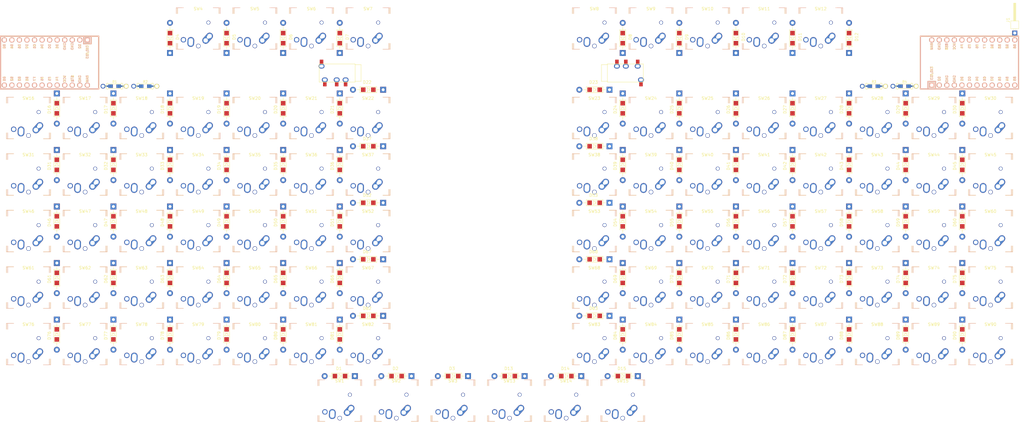
<source format=kicad_pcb>
(kicad_pcb (version 20171130) (host pcbnew 5.1.9)
  (layers (0 F.Cu signal) (31 B.Cu signal) (34 B.Paste user) (35 F.Paste user) (36 B.SilkS user) (37 F.SilkS user) (38 B.Mask user) (39 F.Mask user) (44 Edge.Cuts user))
  (net 0 "")
  (net 1 "Net-(D1-Pad2)")
  (net 2 r0)
  (net 3 "Net-(D2-Pad2)")
  (net 4 "Net-(D3-Pad2)")
  (net 5 "Net-(D4-Pad2)")
  (net 6 "Net-(D5-Pad2)")
  (net 7 "Net-(D6-Pad2)")
  (net 8 "Net-(D7-Pad2)")
  (net 9 "Net-(D8-Pad2)")
  (net 10 "Net-(D9-Pad2)")
  (net 11 "Net-(D10-Pad2)")
  (net 12 "Net-(D11-Pad2)")
  (net 13 "Net-(D12-Pad2)")
  (net 14 "Net-(D13-Pad2)")
  (net 15 "Net-(D14-Pad2)")
  (net 16 "Net-(D15-Pad2)")
  (net 17 "Net-(D16-Pad2)")
  (net 18 r1)
  (net 19 "Net-(D17-Pad2)")
  (net 20 "Net-(D18-Pad2)")
  (net 21 "Net-(D19-Pad2)")
  (net 22 "Net-(D20-Pad2)")
  (net 23 "Net-(D21-Pad2)")
  (net 24 "Net-(D22-Pad2)")
  (net 25 "Net-(D23-Pad2)")
  (net 26 "Net-(D24-Pad2)")
  (net 27 "Net-(D25-Pad2)")
  (net 28 "Net-(D26-Pad2)")
  (net 29 "Net-(D27-Pad2)")
  (net 30 "Net-(D28-Pad2)")
  (net 31 "Net-(D29-Pad2)")
  (net 32 "Net-(D30-Pad2)")
  (net 33 "Net-(D31-Pad2)")
  (net 34 r2)
  (net 35 "Net-(D32-Pad2)")
  (net 36 "Net-(D33-Pad2)")
  (net 37 "Net-(D34-Pad2)")
  (net 38 "Net-(D35-Pad2)")
  (net 39 "Net-(D36-Pad2)")
  (net 40 "Net-(D37-Pad2)")
  (net 41 "Net-(D38-Pad2)")
  (net 42 "Net-(D39-Pad2)")
  (net 43 "Net-(D40-Pad2)")
  (net 44 "Net-(D41-Pad2)")
  (net 45 "Net-(D42-Pad2)")
  (net 46 "Net-(D43-Pad2)")
  (net 47 "Net-(D44-Pad2)")
  (net 48 "Net-(D45-Pad2)")
  (net 49 "Net-(D46-Pad2)")
  (net 50 r3)
  (net 51 "Net-(D47-Pad2)")
  (net 52 "Net-(D48-Pad2)")
  (net 53 "Net-(D49-Pad2)")
  (net 54 "Net-(D50-Pad2)")
  (net 55 "Net-(D51-Pad2)")
  (net 56 "Net-(D52-Pad2)")
  (net 57 "Net-(D53-Pad2)")
  (net 58 "Net-(D54-Pad2)")
  (net 59 "Net-(D55-Pad2)")
  (net 60 "Net-(D56-Pad2)")
  (net 61 "Net-(D57-Pad2)")
  (net 62 "Net-(D58-Pad2)")
  (net 63 "Net-(D59-Pad2)")
  (net 64 "Net-(D60-Pad2)")
  (net 65 "Net-(D61-Pad2)")
  (net 66 r4)
  (net 67 "Net-(D62-Pad2)")
  (net 68 "Net-(D63-Pad2)")
  (net 69 "Net-(D64-Pad2)")
  (net 70 "Net-(D65-Pad2)")
  (net 71 "Net-(D66-Pad2)")
  (net 72 "Net-(D67-Pad2)")
  (net 73 "Net-(D68-Pad2)")
  (net 74 "Net-(D69-Pad2)")
  (net 75 "Net-(D70-Pad2)")
  (net 76 "Net-(D71-Pad2)")
  (net 77 "Net-(D72-Pad2)")
  (net 78 "Net-(D73-Pad2)")
  (net 79 "Net-(D74-Pad2)")
  (net 80 "Net-(D75-Pad2)")
  (net 81 "Net-(D76-Pad2)")
  (net 82 r5)
  (net 83 "Net-(D77-Pad2)")
  (net 84 "Net-(D78-Pad2)")
  (net 85 "Net-(D79-Pad2)")
  (net 86 "Net-(D80-Pad2)")
  (net 87 "Net-(D81-Pad2)")
  (net 88 "Net-(D82-Pad2)")
  (net 89 "Net-(D83-Pad2)")
  (net 90 "Net-(D84-Pad2)")
  (net 91 "Net-(D85-Pad2)")
  (net 92 "Net-(D86-Pad2)")
  (net 93 "Net-(D87-Pad2)")
  (net 94 "Net-(D88-Pad2)")
  (net 95 "Net-(D89-Pad2)")
  (net 96 "Net-(D90-Pad2)")
  (net 97 "Net-(R1-Pad1)")
  (net 98 "Net-(R1-Pad2)")
  (net 99 "Net-(R2-Pad2)")
  (net 100 "Net-(R3-Pad1)")
  (net 101 "Net-(R3-Pad2)")
  (net 102 "Net-(R4-Pad2)")
  (net 103 c1)
  (net 104 c2)
  (net 105 c3)
  (net 106 c4)
  (net 107 c5)
  (net 108 c6)
  (net 109 c8)
  (net 110 c9)
  (net 111 c10)
  (net 112 c11)
  (net 113 c12)
  (net 114 c13)
  (net 115 c14)
  (net 116 "Net-(U1-Pad2)")
  (net 117 "Net-(U2-Pad2)")
  (net 118 "Net-(U3-Pad24)")
  (net 119 "Net-(U3-Pad22)")
  (net 120 "Net-(U3-Pad20)")
  (net 121 "Net-(U3-Pad19)")
  (net 122 "Net-(U3-Pad18)")
  (net 123 "Net-(U3-Pad17)")
  (net 124 "Net-(U3-Pad16)")
  (net 125 "Net-(U3-Pad15)")
  (net 126 "Net-(U3-Pad14)")
  (net 127 "Net-(U3-Pad13)")
  (net 128 "Net-(U3-Pad12)")
  (net 129 "Net-(U3-Pad11)")
  (net 130 "Net-(U3-Pad10)")
  (net 131 "Net-(U3-Pad9)")
  (net 132 "Net-(U3-Pad8)")
  (net 133 "Net-(U3-Pad7)")
  (net 134 "Net-(U3-Pad4)")
  (net 135 "Net-(U3-Pad3)")
  (net 136 "Net-(U3-Pad2)")
  (net 137 "Net-(U3-Pad1)")
  (net 138 "Net-(U4-Pad24)")
  (net 139 "Net-(U4-Pad22)")
  (net 140 "Net-(U4-Pad20)")
  (net 141 "Net-(U4-Pad19)")
  (net 142 "Net-(U4-Pad18)")
  (net 143 "Net-(U4-Pad17)")
  (net 144 "Net-(U4-Pad16)")
  (net 145 "Net-(U4-Pad15)")
  (net 146 "Net-(U4-Pad14)")
  (net 147 "Net-(U4-Pad13)")
  (net 148 "Net-(U4-Pad12)")
  (net 149 "Net-(U4-Pad11)")
  (net 150 "Net-(U4-Pad10)")
  (net 151 "Net-(U4-Pad9)")
  (net 152 "Net-(U4-Pad8)")
  (net 153 "Net-(U4-Pad7)")
  (net 154 "Net-(U4-Pad4)")
  (net 155 "Net-(U4-Pad3)")
  (net 156 "Net-(U4-Pad2)")
  (net 157 "Net-(U4-Pad1)")
  (net 158 r6)
  (net 159 r7)
  (net 160 r8)
  (net 161 r9)
  (net 162 r10)
  (net 163 r11)
  (net 164 c0)
  (net 165 c7)
  (net 166 "Net-(J1-Pad1)")
  (module Connector_PinHeader_2.54mm:PinHeader_1x01_P2.54mm_Horizontal (layer F.Cu) (at 318.09575 28.139 90)
    (fp_text reference J1 (at 4.385 -2.27 90) (layer F.SilkS))
    (fp_text value Conn_01x01_Male)
    (pad 1 thru_hole rect (at 0 0 90) (size 1.7 1.7) (drill 1) (layers *.Cu *.Mask) (net 166 "Net-(J1-Pad1)"))
  )
  (module pineapple60_2:Diode_TH_SOD123 (layer F.Cu) (at 95.96125 143.73 180)
    (fp_text reference D1 (at 5.38734 2.53746) (layer F.SilkS))
    (fp_text value D hide)
    (pad 2 thru_hole circle (at 10.16 -0.00254) (size 1.99898 1.99898) (drill 1) (layers *.Cu *.Mask) (net 1 "Net-(D1-Pad2)"))
    (pad 1 thru_hole rect (at 0 -0.00254) (size 1.99898 1.99898) (drill 1) (layers *.Cu *.Mask) (net 2 r0))
    (pad 1 smd rect (at 3.3 0 180) (size 1.524 1.524) (layers F.Cu F.Paste F.Mask) (net 2 r0))
    (pad 2 smd rect (at 6.7 0 180) (size 1.524 1.524) (layers F.Cu F.Paste F.Mask) (net 1 "Net-(D1-Pad2)"))
  )
  (module pineapple60_2:Diode_TH_SOD123 (layer F.Cu) (at 115.01125 143.73 180)
    (fp_text reference D2 (at 5.38734 2.53746) (layer F.SilkS))
    (fp_text value D hide)
    (pad 2 thru_hole circle (at 10.16 -0.00254) (size 1.99898 1.99898) (drill 1) (layers *.Cu *.Mask) (net 3 "Net-(D2-Pad2)"))
    (pad 1 thru_hole rect (at 0 -0.00254) (size 1.99898 1.99898) (drill 1) (layers *.Cu *.Mask) (net 2 r0))
    (pad 1 smd rect (at 3.3 0 180) (size 1.524 1.524) (layers F.Cu F.Paste F.Mask) (net 2 r0))
    (pad 2 smd rect (at 6.7 0 180) (size 1.524 1.524) (layers F.Cu F.Paste F.Mask) (net 3 "Net-(D2-Pad2)"))
  )
  (module pineapple60_2:Diode_TH_SOD123 (layer F.Cu) (at 134.06125 143.73 180)
    (fp_text reference D3 (at 5.38734 2.53746) (layer F.SilkS))
    (fp_text value D hide)
    (pad 2 thru_hole circle (at 10.16 -0.00254) (size 1.99898 1.99898) (drill 1) (layers *.Cu *.Mask) (net 4 "Net-(D3-Pad2)"))
    (pad 1 thru_hole rect (at 0 -0.00254) (size 1.99898 1.99898) (drill 1) (layers *.Cu *.Mask) (net 2 r0))
    (pad 1 smd rect (at 3.3 0 180) (size 1.524 1.524) (layers F.Cu F.Paste F.Mask) (net 2 r0))
    (pad 2 smd rect (at 6.7 0 180) (size 1.524 1.524) (layers F.Cu F.Paste F.Mask) (net 4 "Net-(D3-Pad2)"))
  )
  (module pineapple60_2:Diode_TH_SOD123 (layer F.Cu) (at 33.73125 34.8425 90)
    (fp_text reference D4 (at 5.38734 2.53746 90) (layer F.SilkS))
    (fp_text value D hide)
    (pad 2 thru_hole circle (at 10.16 -0.00254 270) (size 1.99898 1.99898) (drill 1) (layers *.Cu *.Mask) (net 5 "Net-(D4-Pad2)"))
    (pad 1 thru_hole rect (at 0 -0.00254 270) (size 1.99898 1.99898) (drill 1) (layers *.Cu *.Mask) (net 2 r0))
    (pad 1 smd rect (at 3.3 0 90) (size 1.524 1.524) (layers F.Cu F.Paste F.Mask) (net 2 r0))
    (pad 2 smd rect (at 6.7 0 90) (size 1.524 1.524) (layers F.Cu F.Paste F.Mask) (net 5 "Net-(D4-Pad2)"))
  )
  (module pineapple60_2:Diode_TH_SOD123 (layer F.Cu) (at 52.78125 34.8425 90)
    (fp_text reference D5 (at 5.38734 2.53746 90) (layer F.SilkS))
    (fp_text value D hide)
    (pad 2 thru_hole circle (at 10.16 -0.00254 270) (size 1.99898 1.99898) (drill 1) (layers *.Cu *.Mask) (net 6 "Net-(D5-Pad2)"))
    (pad 1 thru_hole rect (at 0 -0.00254 270) (size 1.99898 1.99898) (drill 1) (layers *.Cu *.Mask) (net 2 r0))
    (pad 1 smd rect (at 3.3 0 90) (size 1.524 1.524) (layers F.Cu F.Paste F.Mask) (net 2 r0))
    (pad 2 smd rect (at 6.7 0 90) (size 1.524 1.524) (layers F.Cu F.Paste F.Mask) (net 6 "Net-(D5-Pad2)"))
  )
  (module pineapple60_2:Diode_TH_SOD123 (layer F.Cu) (at 71.83125 34.8425 90)
    (fp_text reference D6 (at 5.38734 2.53746 90) (layer F.SilkS))
    (fp_text value D hide)
    (pad 2 thru_hole circle (at 10.16 -0.00254 270) (size 1.99898 1.99898) (drill 1) (layers *.Cu *.Mask) (net 7 "Net-(D6-Pad2)"))
    (pad 1 thru_hole rect (at 0 -0.00254 270) (size 1.99898 1.99898) (drill 1) (layers *.Cu *.Mask) (net 2 r0))
    (pad 1 smd rect (at 3.3 0 90) (size 1.524 1.524) (layers F.Cu F.Paste F.Mask) (net 2 r0))
    (pad 2 smd rect (at 6.7 0 90) (size 1.524 1.524) (layers F.Cu F.Paste F.Mask) (net 7 "Net-(D6-Pad2)"))
  )
  (module pineapple60_2:Diode_TH_SOD123 (layer F.Cu) (at 90.88125 34.8425 90)
    (fp_text reference D7 (at 5.38734 2.53746 90) (layer F.SilkS))
    (fp_text value D hide)
    (pad 2 thru_hole circle (at 10.16 -0.00254 270) (size 1.99898 1.99898) (drill 1) (layers *.Cu *.Mask) (net 8 "Net-(D7-Pad2)"))
    (pad 1 thru_hole rect (at 0 -0.00254 270) (size 1.99898 1.99898) (drill 1) (layers *.Cu *.Mask) (net 2 r0))
    (pad 1 smd rect (at 3.3 0 90) (size 1.524 1.524) (layers F.Cu F.Paste F.Mask) (net 2 r0))
    (pad 2 smd rect (at 6.7 0 90) (size 1.524 1.524) (layers F.Cu F.Paste F.Mask) (net 8 "Net-(D7-Pad2)"))
  )
  (module pineapple60_2:Diode_TH_SOD123 (layer F.Cu) (at 186.13125 34.8425 90)
    (fp_text reference D8 (at 5.38734 2.53746 90) (layer F.SilkS))
    (fp_text value D hide)
    (pad 2 thru_hole circle (at 10.16 -0.00254 270) (size 1.99898 1.99898) (drill 1) (layers *.Cu *.Mask) (net 9 "Net-(D8-Pad2)"))
    (pad 1 thru_hole rect (at 0 -0.00254 270) (size 1.99898 1.99898) (drill 1) (layers *.Cu *.Mask) (net 158 r6))
    (pad 1 smd rect (at 3.3 0 90) (size 1.524 1.524) (layers F.Cu F.Paste F.Mask) (net 158 r6))
    (pad 2 smd rect (at 6.7 0 90) (size 1.524 1.524) (layers F.Cu F.Paste F.Mask) (net 9 "Net-(D8-Pad2)"))
  )
  (module pineapple60_2:Diode_TH_SOD123 (layer F.Cu) (at 205.18125 34.8425 90)
    (fp_text reference D9 (at 5.38734 2.53746 90) (layer F.SilkS))
    (fp_text value D hide)
    (pad 2 thru_hole circle (at 10.16 -0.00254 270) (size 1.99898 1.99898) (drill 1) (layers *.Cu *.Mask) (net 10 "Net-(D9-Pad2)"))
    (pad 1 thru_hole rect (at 0 -0.00254 270) (size 1.99898 1.99898) (drill 1) (layers *.Cu *.Mask) (net 158 r6))
    (pad 1 smd rect (at 3.3 0 90) (size 1.524 1.524) (layers F.Cu F.Paste F.Mask) (net 158 r6))
    (pad 2 smd rect (at 6.7 0 90) (size 1.524 1.524) (layers F.Cu F.Paste F.Mask) (net 10 "Net-(D9-Pad2)"))
  )
  (module pineapple60_2:Diode_TH_SOD123 (layer F.Cu) (at 224.23125 34.8425 90)
    (fp_text reference D10 (at 5.38734 2.53746 90) (layer F.SilkS))
    (fp_text value D hide)
    (pad 2 thru_hole circle (at 10.16 -0.00254 270) (size 1.99898 1.99898) (drill 1) (layers *.Cu *.Mask) (net 11 "Net-(D10-Pad2)"))
    (pad 1 thru_hole rect (at 0 -0.00254 270) (size 1.99898 1.99898) (drill 1) (layers *.Cu *.Mask) (net 158 r6))
    (pad 1 smd rect (at 3.3 0 90) (size 1.524 1.524) (layers F.Cu F.Paste F.Mask) (net 158 r6))
    (pad 2 smd rect (at 6.7 0 90) (size 1.524 1.524) (layers F.Cu F.Paste F.Mask) (net 11 "Net-(D10-Pad2)"))
  )
  (module pineapple60_2:Diode_TH_SOD123 (layer F.Cu) (at 243.28125 34.8425 90)
    (fp_text reference D11 (at 5.38734 2.53746 90) (layer F.SilkS))
    (fp_text value D hide)
    (pad 2 thru_hole circle (at 10.16 -0.00254 270) (size 1.99898 1.99898) (drill 1) (layers *.Cu *.Mask) (net 12 "Net-(D11-Pad2)"))
    (pad 1 thru_hole rect (at 0 -0.00254 270) (size 1.99898 1.99898) (drill 1) (layers *.Cu *.Mask) (net 158 r6))
    (pad 1 smd rect (at 3.3 0 90) (size 1.524 1.524) (layers F.Cu F.Paste F.Mask) (net 158 r6))
    (pad 2 smd rect (at 6.7 0 90) (size 1.524 1.524) (layers F.Cu F.Paste F.Mask) (net 12 "Net-(D11-Pad2)"))
  )
  (module pineapple60_2:Diode_TH_SOD123 (layer F.Cu) (at 262.33125 34.8425 90)
    (fp_text reference D12 (at 5.38734 2.53746 90) (layer F.SilkS))
    (fp_text value D hide)
    (pad 2 thru_hole circle (at 10.16 -0.00254 270) (size 1.99898 1.99898) (drill 1) (layers *.Cu *.Mask) (net 13 "Net-(D12-Pad2)"))
    (pad 1 thru_hole rect (at 0 -0.00254 270) (size 1.99898 1.99898) (drill 1) (layers *.Cu *.Mask) (net 158 r6))
    (pad 1 smd rect (at 3.3 0 90) (size 1.524 1.524) (layers F.Cu F.Paste F.Mask) (net 158 r6))
    (pad 2 smd rect (at 6.7 0 90) (size 1.524 1.524) (layers F.Cu F.Paste F.Mask) (net 13 "Net-(D12-Pad2)"))
  )
  (module pineapple60_2:Diode_TH_SOD123 (layer F.Cu) (at 153.11125 143.73 180)
    (fp_text reference D13 (at 5.38734 2.53746) (layer F.SilkS))
    (fp_text value D hide)
    (pad 2 thru_hole circle (at 10.16 -0.00254) (size 1.99898 1.99898) (drill 1) (layers *.Cu *.Mask) (net 14 "Net-(D13-Pad2)"))
    (pad 1 thru_hole rect (at 0 -0.00254) (size 1.99898 1.99898) (drill 1) (layers *.Cu *.Mask) (net 158 r6))
    (pad 1 smd rect (at 3.3 0 180) (size 1.524 1.524) (layers F.Cu F.Paste F.Mask) (net 158 r6))
    (pad 2 smd rect (at 6.7 0 180) (size 1.524 1.524) (layers F.Cu F.Paste F.Mask) (net 14 "Net-(D13-Pad2)"))
  )
  (module pineapple60_2:Diode_TH_SOD123 (layer F.Cu) (at 172.16125 143.73 180)
    (fp_text reference D14 (at 5.38734 2.53746) (layer F.SilkS))
    (fp_text value D hide)
    (pad 2 thru_hole circle (at 10.16 -0.00254) (size 1.99898 1.99898) (drill 1) (layers *.Cu *.Mask) (net 15 "Net-(D14-Pad2)"))
    (pad 1 thru_hole rect (at 0 -0.00254) (size 1.99898 1.99898) (drill 1) (layers *.Cu *.Mask) (net 158 r6))
    (pad 1 smd rect (at 3.3 0 180) (size 1.524 1.524) (layers F.Cu F.Paste F.Mask) (net 158 r6))
    (pad 2 smd rect (at 6.7 0 180) (size 1.524 1.524) (layers F.Cu F.Paste F.Mask) (net 15 "Net-(D14-Pad2)"))
  )
  (module pineapple60_2:Diode_TH_SOD123 (layer F.Cu) (at 191.21125 143.73 180)
    (fp_text reference D15 (at 5.38734 2.53746) (layer F.SilkS))
    (fp_text value D hide)
    (pad 2 thru_hole circle (at 10.16 -0.00254) (size 1.99898 1.99898) (drill 1) (layers *.Cu *.Mask) (net 16 "Net-(D15-Pad2)"))
    (pad 1 thru_hole rect (at 0 -0.00254) (size 1.99898 1.99898) (drill 1) (layers *.Cu *.Mask) (net 158 r6))
    (pad 1 smd rect (at 3.3 0 180) (size 1.524 1.524) (layers F.Cu F.Paste F.Mask) (net 158 r6))
    (pad 2 smd rect (at 6.7 0 180) (size 1.524 1.524) (layers F.Cu F.Paste F.Mask) (net 16 "Net-(D15-Pad2)"))
  )
  (module pineapple60_2:Diode_TH_SOD123 (layer F.Cu) (at -4.36875 48.48 270)
    (fp_text reference D16 (at 5.38734 2.53746 90) (layer F.SilkS))
    (fp_text value D hide)
    (pad 2 thru_hole circle (at 10.16 -0.00254 90) (size 1.99898 1.99898) (drill 1) (layers *.Cu *.Mask) (net 17 "Net-(D16-Pad2)"))
    (pad 1 thru_hole rect (at 0 -0.00254 90) (size 1.99898 1.99898) (drill 1) (layers *.Cu *.Mask) (net 18 r1))
    (pad 1 smd rect (at 3.3 0 270) (size 1.524 1.524) (layers F.Cu F.Paste F.Mask) (net 18 r1))
    (pad 2 smd rect (at 6.7 0 270) (size 1.524 1.524) (layers F.Cu F.Paste F.Mask) (net 17 "Net-(D16-Pad2)"))
  )
  (module pineapple60_2:Diode_TH_SOD123 (layer F.Cu) (at 14.68125 48.48 270)
    (fp_text reference D17 (at 5.38734 2.53746 90) (layer F.SilkS))
    (fp_text value D hide)
    (pad 2 thru_hole circle (at 10.16 -0.00254 90) (size 1.99898 1.99898) (drill 1) (layers *.Cu *.Mask) (net 19 "Net-(D17-Pad2)"))
    (pad 1 thru_hole rect (at 0 -0.00254 90) (size 1.99898 1.99898) (drill 1) (layers *.Cu *.Mask) (net 18 r1))
    (pad 1 smd rect (at 3.3 0 270) (size 1.524 1.524) (layers F.Cu F.Paste F.Mask) (net 18 r1))
    (pad 2 smd rect (at 6.7 0 270) (size 1.524 1.524) (layers F.Cu F.Paste F.Mask) (net 19 "Net-(D17-Pad2)"))
  )
  (module pineapple60_2:Diode_TH_SOD123 (layer F.Cu) (at 33.73125 48.48 270)
    (fp_text reference D18 (at 5.38734 2.53746 90) (layer F.SilkS))
    (fp_text value D hide)
    (pad 2 thru_hole circle (at 10.16 -0.00254 90) (size 1.99898 1.99898) (drill 1) (layers *.Cu *.Mask) (net 20 "Net-(D18-Pad2)"))
    (pad 1 thru_hole rect (at 0 -0.00254 90) (size 1.99898 1.99898) (drill 1) (layers *.Cu *.Mask) (net 18 r1))
    (pad 1 smd rect (at 3.3 0 270) (size 1.524 1.524) (layers F.Cu F.Paste F.Mask) (net 18 r1))
    (pad 2 smd rect (at 6.7 0 270) (size 1.524 1.524) (layers F.Cu F.Paste F.Mask) (net 20 "Net-(D18-Pad2)"))
  )
  (module pineapple60_2:Diode_TH_SOD123 (layer F.Cu) (at 52.78125 48.48 270)
    (fp_text reference D19 (at 5.38734 2.53746 90) (layer F.SilkS))
    (fp_text value D hide)
    (pad 2 thru_hole circle (at 10.16 -0.00254 90) (size 1.99898 1.99898) (drill 1) (layers *.Cu *.Mask) (net 21 "Net-(D19-Pad2)"))
    (pad 1 thru_hole rect (at 0 -0.00254 90) (size 1.99898 1.99898) (drill 1) (layers *.Cu *.Mask) (net 18 r1))
    (pad 1 smd rect (at 3.3 0 270) (size 1.524 1.524) (layers F.Cu F.Paste F.Mask) (net 18 r1))
    (pad 2 smd rect (at 6.7 0 270) (size 1.524 1.524) (layers F.Cu F.Paste F.Mask) (net 21 "Net-(D19-Pad2)"))
  )
  (module pineapple60_2:Diode_TH_SOD123 (layer F.Cu) (at 71.83125 48.48 270)
    (fp_text reference D20 (at 5.38734 2.53746 90) (layer F.SilkS))
    (fp_text value D hide)
    (pad 2 thru_hole circle (at 10.16 -0.00254 90) (size 1.99898 1.99898) (drill 1) (layers *.Cu *.Mask) (net 22 "Net-(D20-Pad2)"))
    (pad 1 thru_hole rect (at 0 -0.00254 90) (size 1.99898 1.99898) (drill 1) (layers *.Cu *.Mask) (net 18 r1))
    (pad 1 smd rect (at 3.3 0 270) (size 1.524 1.524) (layers F.Cu F.Paste F.Mask) (net 18 r1))
    (pad 2 smd rect (at 6.7 0 270) (size 1.524 1.524) (layers F.Cu F.Paste F.Mask) (net 22 "Net-(D20-Pad2)"))
  )
  (module pineapple60_2:Diode_TH_SOD123 (layer F.Cu) (at 90.88125 48.48 270)
    (fp_text reference D21 (at 5.38734 2.53746 90) (layer F.SilkS))
    (fp_text value D hide)
    (pad 2 thru_hole circle (at 10.16 -0.00254 90) (size 1.99898 1.99898) (drill 1) (layers *.Cu *.Mask) (net 23 "Net-(D21-Pad2)"))
    (pad 1 thru_hole rect (at 0 -0.00254 90) (size 1.99898 1.99898) (drill 1) (layers *.Cu *.Mask) (net 18 r1))
    (pad 1 smd rect (at 3.3 0 270) (size 1.524 1.524) (layers F.Cu F.Paste F.Mask) (net 18 r1))
    (pad 2 smd rect (at 6.7 0 270) (size 1.524 1.524) (layers F.Cu F.Paste F.Mask) (net 23 "Net-(D21-Pad2)"))
  )
  (module pineapple60_2:Diode_TH_SOD123 (layer F.Cu) (at 105.48625 47.225 180)
    (fp_text reference D22 (at 5.38734 2.53746) (layer F.SilkS))
    (fp_text value D hide)
    (pad 2 thru_hole circle (at 10.16 -0.00254) (size 1.99898 1.99898) (drill 1) (layers *.Cu *.Mask) (net 24 "Net-(D22-Pad2)"))
    (pad 1 thru_hole rect (at 0 -0.00254) (size 1.99898 1.99898) (drill 1) (layers *.Cu *.Mask) (net 18 r1))
    (pad 1 smd rect (at 3.3 0 180) (size 1.524 1.524) (layers F.Cu F.Paste F.Mask) (net 18 r1))
    (pad 2 smd rect (at 6.7 0 180) (size 1.524 1.524) (layers F.Cu F.Paste F.Mask) (net 24 "Net-(D22-Pad2)"))
  )
  (module pineapple60_2:Diode_TH_SOD123 (layer F.Cu) (at 181.68625 47.225 180)
    (fp_text reference D23 (at 5.38734 2.53746) (layer F.SilkS))
    (fp_text value D hide)
    (pad 2 thru_hole circle (at 10.16 -0.00254) (size 1.99898 1.99898) (drill 1) (layers *.Cu *.Mask) (net 25 "Net-(D23-Pad2)"))
    (pad 1 thru_hole rect (at 0 -0.00254) (size 1.99898 1.99898) (drill 1) (layers *.Cu *.Mask) (net 159 r7))
    (pad 1 smd rect (at 3.3 0 180) (size 1.524 1.524) (layers F.Cu F.Paste F.Mask) (net 159 r7))
    (pad 2 smd rect (at 6.7 0 180) (size 1.524 1.524) (layers F.Cu F.Paste F.Mask) (net 25 "Net-(D23-Pad2)"))
  )
  (module pineapple60_2:Diode_TH_SOD123 (layer F.Cu) (at 186.13125 48.48 270)
    (fp_text reference D24 (at 5.38734 2.53746 90) (layer F.SilkS))
    (fp_text value D hide)
    (pad 2 thru_hole circle (at 10.16 -0.00254 90) (size 1.99898 1.99898) (drill 1) (layers *.Cu *.Mask) (net 26 "Net-(D24-Pad2)"))
    (pad 1 thru_hole rect (at 0 -0.00254 90) (size 1.99898 1.99898) (drill 1) (layers *.Cu *.Mask) (net 159 r7))
    (pad 1 smd rect (at 3.3 0 270) (size 1.524 1.524) (layers F.Cu F.Paste F.Mask) (net 159 r7))
    (pad 2 smd rect (at 6.7 0 270) (size 1.524 1.524) (layers F.Cu F.Paste F.Mask) (net 26 "Net-(D24-Pad2)"))
  )
  (module pineapple60_2:Diode_TH_SOD123 (layer F.Cu) (at 205.18125 48.48 270)
    (fp_text reference D25 (at 5.38734 2.53746 90) (layer F.SilkS))
    (fp_text value D hide)
    (pad 2 thru_hole circle (at 10.16 -0.00254 90) (size 1.99898 1.99898) (drill 1) (layers *.Cu *.Mask) (net 27 "Net-(D25-Pad2)"))
    (pad 1 thru_hole rect (at 0 -0.00254 90) (size 1.99898 1.99898) (drill 1) (layers *.Cu *.Mask) (net 159 r7))
    (pad 1 smd rect (at 3.3 0 270) (size 1.524 1.524) (layers F.Cu F.Paste F.Mask) (net 159 r7))
    (pad 2 smd rect (at 6.7 0 270) (size 1.524 1.524) (layers F.Cu F.Paste F.Mask) (net 27 "Net-(D25-Pad2)"))
  )
  (module pineapple60_2:Diode_TH_SOD123 (layer F.Cu) (at 224.23125 48.48 270)
    (fp_text reference D26 (at 5.38734 2.53746 90) (layer F.SilkS))
    (fp_text value D hide)
    (pad 2 thru_hole circle (at 10.16 -0.00254 90) (size 1.99898 1.99898) (drill 1) (layers *.Cu *.Mask) (net 28 "Net-(D26-Pad2)"))
    (pad 1 thru_hole rect (at 0 -0.00254 90) (size 1.99898 1.99898) (drill 1) (layers *.Cu *.Mask) (net 159 r7))
    (pad 1 smd rect (at 3.3 0 270) (size 1.524 1.524) (layers F.Cu F.Paste F.Mask) (net 159 r7))
    (pad 2 smd rect (at 6.7 0 270) (size 1.524 1.524) (layers F.Cu F.Paste F.Mask) (net 28 "Net-(D26-Pad2)"))
  )
  (module pineapple60_2:Diode_TH_SOD123 (layer F.Cu) (at 243.28125 48.48 270)
    (fp_text reference D27 (at 5.38734 2.53746 90) (layer F.SilkS))
    (fp_text value D hide)
    (pad 2 thru_hole circle (at 10.16 -0.00254 90) (size 1.99898 1.99898) (drill 1) (layers *.Cu *.Mask) (net 29 "Net-(D27-Pad2)"))
    (pad 1 thru_hole rect (at 0 -0.00254 90) (size 1.99898 1.99898) (drill 1) (layers *.Cu *.Mask) (net 159 r7))
    (pad 1 smd rect (at 3.3 0 270) (size 1.524 1.524) (layers F.Cu F.Paste F.Mask) (net 159 r7))
    (pad 2 smd rect (at 6.7 0 270) (size 1.524 1.524) (layers F.Cu F.Paste F.Mask) (net 29 "Net-(D27-Pad2)"))
  )
  (module pineapple60_2:Diode_TH_SOD123 (layer F.Cu) (at 262.33125 48.48 270)
    (fp_text reference D28 (at 5.38734 2.53746 90) (layer F.SilkS))
    (fp_text value D hide)
    (pad 2 thru_hole circle (at 10.16 -0.00254 90) (size 1.99898 1.99898) (drill 1) (layers *.Cu *.Mask) (net 30 "Net-(D28-Pad2)"))
    (pad 1 thru_hole rect (at 0 -0.00254 90) (size 1.99898 1.99898) (drill 1) (layers *.Cu *.Mask) (net 159 r7))
    (pad 1 smd rect (at 3.3 0 270) (size 1.524 1.524) (layers F.Cu F.Paste F.Mask) (net 159 r7))
    (pad 2 smd rect (at 6.7 0 270) (size 1.524 1.524) (layers F.Cu F.Paste F.Mask) (net 30 "Net-(D28-Pad2)"))
  )
  (module pineapple60_2:Diode_TH_SOD123 (layer F.Cu) (at 281.38125 48.48 270)
    (fp_text reference D29 (at 5.38734 2.53746 90) (layer F.SilkS))
    (fp_text value D hide)
    (pad 2 thru_hole circle (at 10.16 -0.00254 90) (size 1.99898 1.99898) (drill 1) (layers *.Cu *.Mask) (net 31 "Net-(D29-Pad2)"))
    (pad 1 thru_hole rect (at 0 -0.00254 90) (size 1.99898 1.99898) (drill 1) (layers *.Cu *.Mask) (net 159 r7))
    (pad 1 smd rect (at 3.3 0 270) (size 1.524 1.524) (layers F.Cu F.Paste F.Mask) (net 159 r7))
    (pad 2 smd rect (at 6.7 0 270) (size 1.524 1.524) (layers F.Cu F.Paste F.Mask) (net 31 "Net-(D29-Pad2)"))
  )
  (module pineapple60_2:Diode_TH_SOD123 (layer F.Cu) (at 300.43125 48.48 270)
    (fp_text reference D30 (at 5.38734 2.53746 90) (layer F.SilkS))
    (fp_text value D hide)
    (pad 2 thru_hole circle (at 10.16 -0.00254 90) (size 1.99898 1.99898) (drill 1) (layers *.Cu *.Mask) (net 32 "Net-(D30-Pad2)"))
    (pad 1 thru_hole rect (at 0 -0.00254 90) (size 1.99898 1.99898) (drill 1) (layers *.Cu *.Mask) (net 159 r7))
    (pad 1 smd rect (at 3.3 0 270) (size 1.524 1.524) (layers F.Cu F.Paste F.Mask) (net 159 r7))
    (pad 2 smd rect (at 6.7 0 270) (size 1.524 1.524) (layers F.Cu F.Paste F.Mask) (net 32 "Net-(D30-Pad2)"))
  )
  (module pineapple60_2:Diode_TH_SOD123 (layer F.Cu) (at -4.36875 67.53 270)
    (fp_text reference D31 (at 5.38734 2.53746 90) (layer F.SilkS))
    (fp_text value D hide)
    (pad 2 thru_hole circle (at 10.16 -0.00254 90) (size 1.99898 1.99898) (drill 1) (layers *.Cu *.Mask) (net 33 "Net-(D31-Pad2)"))
    (pad 1 thru_hole rect (at 0 -0.00254 90) (size 1.99898 1.99898) (drill 1) (layers *.Cu *.Mask) (net 34 r2))
    (pad 1 smd rect (at 3.3 0 270) (size 1.524 1.524) (layers F.Cu F.Paste F.Mask) (net 34 r2))
    (pad 2 smd rect (at 6.7 0 270) (size 1.524 1.524) (layers F.Cu F.Paste F.Mask) (net 33 "Net-(D31-Pad2)"))
  )
  (module pineapple60_2:Diode_TH_SOD123 (layer F.Cu) (at 14.68125 67.53 270)
    (fp_text reference D32 (at 5.38734 2.53746 90) (layer F.SilkS))
    (fp_text value D hide)
    (pad 2 thru_hole circle (at 10.16 -0.00254 90) (size 1.99898 1.99898) (drill 1) (layers *.Cu *.Mask) (net 35 "Net-(D32-Pad2)"))
    (pad 1 thru_hole rect (at 0 -0.00254 90) (size 1.99898 1.99898) (drill 1) (layers *.Cu *.Mask) (net 34 r2))
    (pad 1 smd rect (at 3.3 0 270) (size 1.524 1.524) (layers F.Cu F.Paste F.Mask) (net 34 r2))
    (pad 2 smd rect (at 6.7 0 270) (size 1.524 1.524) (layers F.Cu F.Paste F.Mask) (net 35 "Net-(D32-Pad2)"))
  )
  (module pineapple60_2:Diode_TH_SOD123 (layer F.Cu) (at 33.73125 67.53 270)
    (fp_text reference D33 (at 5.38734 2.53746 90) (layer F.SilkS))
    (fp_text value D hide)
    (pad 2 thru_hole circle (at 10.16 -0.00254 90) (size 1.99898 1.99898) (drill 1) (layers *.Cu *.Mask) (net 36 "Net-(D33-Pad2)"))
    (pad 1 thru_hole rect (at 0 -0.00254 90) (size 1.99898 1.99898) (drill 1) (layers *.Cu *.Mask) (net 34 r2))
    (pad 1 smd rect (at 3.3 0 270) (size 1.524 1.524) (layers F.Cu F.Paste F.Mask) (net 34 r2))
    (pad 2 smd rect (at 6.7 0 270) (size 1.524 1.524) (layers F.Cu F.Paste F.Mask) (net 36 "Net-(D33-Pad2)"))
  )
  (module pineapple60_2:Diode_TH_SOD123 (layer F.Cu) (at 52.78125 67.53 270)
    (fp_text reference D34 (at 5.38734 2.53746 90) (layer F.SilkS))
    (fp_text value D hide)
    (pad 2 thru_hole circle (at 10.16 -0.00254 90) (size 1.99898 1.99898) (drill 1) (layers *.Cu *.Mask) (net 37 "Net-(D34-Pad2)"))
    (pad 1 thru_hole rect (at 0 -0.00254 90) (size 1.99898 1.99898) (drill 1) (layers *.Cu *.Mask) (net 34 r2))
    (pad 1 smd rect (at 3.3 0 270) (size 1.524 1.524) (layers F.Cu F.Paste F.Mask) (net 34 r2))
    (pad 2 smd rect (at 6.7 0 270) (size 1.524 1.524) (layers F.Cu F.Paste F.Mask) (net 37 "Net-(D34-Pad2)"))
  )
  (module pineapple60_2:Diode_TH_SOD123 (layer F.Cu) (at 71.83125 67.53 270)
    (fp_text reference D35 (at 5.38734 2.53746 90) (layer F.SilkS))
    (fp_text value D hide)
    (pad 2 thru_hole circle (at 10.16 -0.00254 90) (size 1.99898 1.99898) (drill 1) (layers *.Cu *.Mask) (net 38 "Net-(D35-Pad2)"))
    (pad 1 thru_hole rect (at 0 -0.00254 90) (size 1.99898 1.99898) (drill 1) (layers *.Cu *.Mask) (net 34 r2))
    (pad 1 smd rect (at 3.3 0 270) (size 1.524 1.524) (layers F.Cu F.Paste F.Mask) (net 34 r2))
    (pad 2 smd rect (at 6.7 0 270) (size 1.524 1.524) (layers F.Cu F.Paste F.Mask) (net 38 "Net-(D35-Pad2)"))
  )
  (module pineapple60_2:Diode_TH_SOD123 (layer F.Cu) (at 90.88125 67.53 270)
    (fp_text reference D36 (at 5.38734 2.53746 90) (layer F.SilkS))
    (fp_text value D hide)
    (pad 2 thru_hole circle (at 10.16 -0.00254 90) (size 1.99898 1.99898) (drill 1) (layers *.Cu *.Mask) (net 39 "Net-(D36-Pad2)"))
    (pad 1 thru_hole rect (at 0 -0.00254 90) (size 1.99898 1.99898) (drill 1) (layers *.Cu *.Mask) (net 34 r2))
    (pad 1 smd rect (at 3.3 0 270) (size 1.524 1.524) (layers F.Cu F.Paste F.Mask) (net 34 r2))
    (pad 2 smd rect (at 6.7 0 270) (size 1.524 1.524) (layers F.Cu F.Paste F.Mask) (net 39 "Net-(D36-Pad2)"))
  )
  (module pineapple60_2:Diode_TH_SOD123 (layer F.Cu) (at 105.48625 66.275 180)
    (fp_text reference D37 (at 5.38734 2.53746) (layer F.SilkS))
    (fp_text value D hide)
    (pad 2 thru_hole circle (at 10.16 -0.00254) (size 1.99898 1.99898) (drill 1) (layers *.Cu *.Mask) (net 40 "Net-(D37-Pad2)"))
    (pad 1 thru_hole rect (at 0 -0.00254) (size 1.99898 1.99898) (drill 1) (layers *.Cu *.Mask) (net 34 r2))
    (pad 1 smd rect (at 3.3 0 180) (size 1.524 1.524) (layers F.Cu F.Paste F.Mask) (net 34 r2))
    (pad 2 smd rect (at 6.7 0 180) (size 1.524 1.524) (layers F.Cu F.Paste F.Mask) (net 40 "Net-(D37-Pad2)"))
  )
  (module pineapple60_2:Diode_TH_SOD123 (layer F.Cu) (at 181.68625 66.275 180)
    (fp_text reference D38 (at 5.38734 2.53746) (layer F.SilkS))
    (fp_text value D hide)
    (pad 2 thru_hole circle (at 10.16 -0.00254) (size 1.99898 1.99898) (drill 1) (layers *.Cu *.Mask) (net 41 "Net-(D38-Pad2)"))
    (pad 1 thru_hole rect (at 0 -0.00254) (size 1.99898 1.99898) (drill 1) (layers *.Cu *.Mask) (net 160 r8))
    (pad 1 smd rect (at 3.3 0 180) (size 1.524 1.524) (layers F.Cu F.Paste F.Mask) (net 160 r8))
    (pad 2 smd rect (at 6.7 0 180) (size 1.524 1.524) (layers F.Cu F.Paste F.Mask) (net 41 "Net-(D38-Pad2)"))
  )
  (module pineapple60_2:Diode_TH_SOD123 (layer F.Cu) (at 186.13125 67.53 270)
    (fp_text reference D39 (at 5.38734 2.53746 90) (layer F.SilkS))
    (fp_text value D hide)
    (pad 2 thru_hole circle (at 10.16 -0.00254 90) (size 1.99898 1.99898) (drill 1) (layers *.Cu *.Mask) (net 42 "Net-(D39-Pad2)"))
    (pad 1 thru_hole rect (at 0 -0.00254 90) (size 1.99898 1.99898) (drill 1) (layers *.Cu *.Mask) (net 160 r8))
    (pad 1 smd rect (at 3.3 0 270) (size 1.524 1.524) (layers F.Cu F.Paste F.Mask) (net 160 r8))
    (pad 2 smd rect (at 6.7 0 270) (size 1.524 1.524) (layers F.Cu F.Paste F.Mask) (net 42 "Net-(D39-Pad2)"))
  )
  (module pineapple60_2:Diode_TH_SOD123 (layer F.Cu) (at 205.18125 67.53 270)
    (fp_text reference D40 (at 5.38734 2.53746 90) (layer F.SilkS))
    (fp_text value D hide)
    (pad 2 thru_hole circle (at 10.16 -0.00254 90) (size 1.99898 1.99898) (drill 1) (layers *.Cu *.Mask) (net 43 "Net-(D40-Pad2)"))
    (pad 1 thru_hole rect (at 0 -0.00254 90) (size 1.99898 1.99898) (drill 1) (layers *.Cu *.Mask) (net 160 r8))
    (pad 1 smd rect (at 3.3 0 270) (size 1.524 1.524) (layers F.Cu F.Paste F.Mask) (net 160 r8))
    (pad 2 smd rect (at 6.7 0 270) (size 1.524 1.524) (layers F.Cu F.Paste F.Mask) (net 43 "Net-(D40-Pad2)"))
  )
  (module pineapple60_2:Diode_TH_SOD123 (layer F.Cu) (at 224.23125 67.53 270)
    (fp_text reference D41 (at 5.38734 2.53746 90) (layer F.SilkS))
    (fp_text value D hide)
    (pad 2 thru_hole circle (at 10.16 -0.00254 90) (size 1.99898 1.99898) (drill 1) (layers *.Cu *.Mask) (net 44 "Net-(D41-Pad2)"))
    (pad 1 thru_hole rect (at 0 -0.00254 90) (size 1.99898 1.99898) (drill 1) (layers *.Cu *.Mask) (net 160 r8))
    (pad 1 smd rect (at 3.3 0 270) (size 1.524 1.524) (layers F.Cu F.Paste F.Mask) (net 160 r8))
    (pad 2 smd rect (at 6.7 0 270) (size 1.524 1.524) (layers F.Cu F.Paste F.Mask) (net 44 "Net-(D41-Pad2)"))
  )
  (module pineapple60_2:Diode_TH_SOD123 (layer F.Cu) (at 243.28125 67.53 270)
    (fp_text reference D42 (at 5.38734 2.53746 90) (layer F.SilkS))
    (fp_text value D hide)
    (pad 2 thru_hole circle (at 10.16 -0.00254 90) (size 1.99898 1.99898) (drill 1) (layers *.Cu *.Mask) (net 45 "Net-(D42-Pad2)"))
    (pad 1 thru_hole rect (at 0 -0.00254 90) (size 1.99898 1.99898) (drill 1) (layers *.Cu *.Mask) (net 160 r8))
    (pad 1 smd rect (at 3.3 0 270) (size 1.524 1.524) (layers F.Cu F.Paste F.Mask) (net 160 r8))
    (pad 2 smd rect (at 6.7 0 270) (size 1.524 1.524) (layers F.Cu F.Paste F.Mask) (net 45 "Net-(D42-Pad2)"))
  )
  (module pineapple60_2:Diode_TH_SOD123 (layer F.Cu) (at 262.33125 67.53 270)
    (fp_text reference D43 (at 5.38734 2.53746 90) (layer F.SilkS))
    (fp_text value D hide)
    (pad 2 thru_hole circle (at 10.16 -0.00254 90) (size 1.99898 1.99898) (drill 1) (layers *.Cu *.Mask) (net 46 "Net-(D43-Pad2)"))
    (pad 1 thru_hole rect (at 0 -0.00254 90) (size 1.99898 1.99898) (drill 1) (layers *.Cu *.Mask) (net 160 r8))
    (pad 1 smd rect (at 3.3 0 270) (size 1.524 1.524) (layers F.Cu F.Paste F.Mask) (net 160 r8))
    (pad 2 smd rect (at 6.7 0 270) (size 1.524 1.524) (layers F.Cu F.Paste F.Mask) (net 46 "Net-(D43-Pad2)"))
  )
  (module pineapple60_2:Diode_TH_SOD123 (layer F.Cu) (at 281.38125 67.53 270)
    (fp_text reference D44 (at 5.38734 2.53746 90) (layer F.SilkS))
    (fp_text value D hide)
    (pad 2 thru_hole circle (at 10.16 -0.00254 90) (size 1.99898 1.99898) (drill 1) (layers *.Cu *.Mask) (net 47 "Net-(D44-Pad2)"))
    (pad 1 thru_hole rect (at 0 -0.00254 90) (size 1.99898 1.99898) (drill 1) (layers *.Cu *.Mask) (net 160 r8))
    (pad 1 smd rect (at 3.3 0 270) (size 1.524 1.524) (layers F.Cu F.Paste F.Mask) (net 160 r8))
    (pad 2 smd rect (at 6.7 0 270) (size 1.524 1.524) (layers F.Cu F.Paste F.Mask) (net 47 "Net-(D44-Pad2)"))
  )
  (module pineapple60_2:Diode_TH_SOD123 (layer F.Cu) (at 300.43125 67.53 270)
    (fp_text reference D45 (at 5.38734 2.53746 90) (layer F.SilkS))
    (fp_text value D hide)
    (pad 2 thru_hole circle (at 10.16 -0.00254 90) (size 1.99898 1.99898) (drill 1) (layers *.Cu *.Mask) (net 48 "Net-(D45-Pad2)"))
    (pad 1 thru_hole rect (at 0 -0.00254 90) (size 1.99898 1.99898) (drill 1) (layers *.Cu *.Mask) (net 160 r8))
    (pad 1 smd rect (at 3.3 0 270) (size 1.524 1.524) (layers F.Cu F.Paste F.Mask) (net 160 r8))
    (pad 2 smd rect (at 6.7 0 270) (size 1.524 1.524) (layers F.Cu F.Paste F.Mask) (net 48 "Net-(D45-Pad2)"))
  )
  (module pineapple60_2:Diode_TH_SOD123 (layer F.Cu) (at -4.36875 86.58 270)
    (fp_text reference D46 (at 5.38734 2.53746 90) (layer F.SilkS))
    (fp_text value D hide)
    (pad 2 thru_hole circle (at 10.16 -0.00254 90) (size 1.99898 1.99898) (drill 1) (layers *.Cu *.Mask) (net 49 "Net-(D46-Pad2)"))
    (pad 1 thru_hole rect (at 0 -0.00254 90) (size 1.99898 1.99898) (drill 1) (layers *.Cu *.Mask) (net 50 r3))
    (pad 1 smd rect (at 3.3 0 270) (size 1.524 1.524) (layers F.Cu F.Paste F.Mask) (net 50 r3))
    (pad 2 smd rect (at 6.7 0 270) (size 1.524 1.524) (layers F.Cu F.Paste F.Mask) (net 49 "Net-(D46-Pad2)"))
  )
  (module pineapple60_2:Diode_TH_SOD123 (layer F.Cu) (at 14.68125 86.58 270)
    (fp_text reference D47 (at 5.38734 2.53746 90) (layer F.SilkS))
    (fp_text value D hide)
    (pad 2 thru_hole circle (at 10.16 -0.00254 90) (size 1.99898 1.99898) (drill 1) (layers *.Cu *.Mask) (net 51 "Net-(D47-Pad2)"))
    (pad 1 thru_hole rect (at 0 -0.00254 90) (size 1.99898 1.99898) (drill 1) (layers *.Cu *.Mask) (net 50 r3))
    (pad 1 smd rect (at 3.3 0 270) (size 1.524 1.524) (layers F.Cu F.Paste F.Mask) (net 50 r3))
    (pad 2 smd rect (at 6.7 0 270) (size 1.524 1.524) (layers F.Cu F.Paste F.Mask) (net 51 "Net-(D47-Pad2)"))
  )
  (module pineapple60_2:Diode_TH_SOD123 (layer F.Cu) (at 33.73125 86.58 270)
    (fp_text reference D48 (at 5.38734 2.53746 90) (layer F.SilkS))
    (fp_text value D hide)
    (pad 2 thru_hole circle (at 10.16 -0.00254 90) (size 1.99898 1.99898) (drill 1) (layers *.Cu *.Mask) (net 52 "Net-(D48-Pad2)"))
    (pad 1 thru_hole rect (at 0 -0.00254 90) (size 1.99898 1.99898) (drill 1) (layers *.Cu *.Mask) (net 50 r3))
    (pad 1 smd rect (at 3.3 0 270) (size 1.524 1.524) (layers F.Cu F.Paste F.Mask) (net 50 r3))
    (pad 2 smd rect (at 6.7 0 270) (size 1.524 1.524) (layers F.Cu F.Paste F.Mask) (net 52 "Net-(D48-Pad2)"))
  )
  (module pineapple60_2:Diode_TH_SOD123 (layer F.Cu) (at 52.78125 86.58 270)
    (fp_text reference D49 (at 5.38734 2.53746 90) (layer F.SilkS))
    (fp_text value D hide)
    (pad 2 thru_hole circle (at 10.16 -0.00254 90) (size 1.99898 1.99898) (drill 1) (layers *.Cu *.Mask) (net 53 "Net-(D49-Pad2)"))
    (pad 1 thru_hole rect (at 0 -0.00254 90) (size 1.99898 1.99898) (drill 1) (layers *.Cu *.Mask) (net 50 r3))
    (pad 1 smd rect (at 3.3 0 270) (size 1.524 1.524) (layers F.Cu F.Paste F.Mask) (net 50 r3))
    (pad 2 smd rect (at 6.7 0 270) (size 1.524 1.524) (layers F.Cu F.Paste F.Mask) (net 53 "Net-(D49-Pad2)"))
  )
  (module pineapple60_2:Diode_TH_SOD123 (layer F.Cu) (at 71.83125 86.58 270)
    (fp_text reference D50 (at 5.38734 2.53746 90) (layer F.SilkS))
    (fp_text value D hide)
    (pad 2 thru_hole circle (at 10.16 -0.00254 90) (size 1.99898 1.99898) (drill 1) (layers *.Cu *.Mask) (net 54 "Net-(D50-Pad2)"))
    (pad 1 thru_hole rect (at 0 -0.00254 90) (size 1.99898 1.99898) (drill 1) (layers *.Cu *.Mask) (net 50 r3))
    (pad 1 smd rect (at 3.3 0 270) (size 1.524 1.524) (layers F.Cu F.Paste F.Mask) (net 50 r3))
    (pad 2 smd rect (at 6.7 0 270) (size 1.524 1.524) (layers F.Cu F.Paste F.Mask) (net 54 "Net-(D50-Pad2)"))
  )
  (module pineapple60_2:Diode_TH_SOD123 (layer F.Cu) (at 90.88125 86.58 270)
    (fp_text reference D51 (at 5.38734 2.53746 90) (layer F.SilkS))
    (fp_text value D hide)
    (pad 2 thru_hole circle (at 10.16 -0.00254 90) (size 1.99898 1.99898) (drill 1) (layers *.Cu *.Mask) (net 55 "Net-(D51-Pad2)"))
    (pad 1 thru_hole rect (at 0 -0.00254 90) (size 1.99898 1.99898) (drill 1) (layers *.Cu *.Mask) (net 50 r3))
    (pad 1 smd rect (at 3.3 0 270) (size 1.524 1.524) (layers F.Cu F.Paste F.Mask) (net 50 r3))
    (pad 2 smd rect (at 6.7 0 270) (size 1.524 1.524) (layers F.Cu F.Paste F.Mask) (net 55 "Net-(D51-Pad2)"))
  )
  (module pineapple60_2:Diode_TH_SOD123 (layer F.Cu) (at 105.48625 85.325 180)
    (fp_text reference D52 (at 5.38734 2.53746) (layer F.SilkS))
    (fp_text value D hide)
    (pad 2 thru_hole circle (at 10.16 -0.00254) (size 1.99898 1.99898) (drill 1) (layers *.Cu *.Mask) (net 56 "Net-(D52-Pad2)"))
    (pad 1 thru_hole rect (at 0 -0.00254) (size 1.99898 1.99898) (drill 1) (layers *.Cu *.Mask) (net 50 r3))
    (pad 1 smd rect (at 3.3 0 180) (size 1.524 1.524) (layers F.Cu F.Paste F.Mask) (net 50 r3))
    (pad 2 smd rect (at 6.7 0 180) (size 1.524 1.524) (layers F.Cu F.Paste F.Mask) (net 56 "Net-(D52-Pad2)"))
  )
  (module pineapple60_2:Diode_TH_SOD123 (layer F.Cu) (at 181.68625 85.325 180)
    (fp_text reference D53 (at 5.38734 2.53746) (layer F.SilkS))
    (fp_text value D hide)
    (pad 2 thru_hole circle (at 10.16 -0.00254) (size 1.99898 1.99898) (drill 1) (layers *.Cu *.Mask) (net 57 "Net-(D53-Pad2)"))
    (pad 1 thru_hole rect (at 0 -0.00254) (size 1.99898 1.99898) (drill 1) (layers *.Cu *.Mask) (net 161 r9))
    (pad 1 smd rect (at 3.3 0 180) (size 1.524 1.524) (layers F.Cu F.Paste F.Mask) (net 161 r9))
    (pad 2 smd rect (at 6.7 0 180) (size 1.524 1.524) (layers F.Cu F.Paste F.Mask) (net 57 "Net-(D53-Pad2)"))
  )
  (module pineapple60_2:Diode_TH_SOD123 (layer F.Cu) (at 186.13125 86.58 270)
    (fp_text reference D54 (at 5.38734 2.53746 90) (layer F.SilkS))
    (fp_text value D hide)
    (pad 2 thru_hole circle (at 10.16 -0.00254 90) (size 1.99898 1.99898) (drill 1) (layers *.Cu *.Mask) (net 58 "Net-(D54-Pad2)"))
    (pad 1 thru_hole rect (at 0 -0.00254 90) (size 1.99898 1.99898) (drill 1) (layers *.Cu *.Mask) (net 161 r9))
    (pad 1 smd rect (at 3.3 0 270) (size 1.524 1.524) (layers F.Cu F.Paste F.Mask) (net 161 r9))
    (pad 2 smd rect (at 6.7 0 270) (size 1.524 1.524) (layers F.Cu F.Paste F.Mask) (net 58 "Net-(D54-Pad2)"))
  )
  (module pineapple60_2:Diode_TH_SOD123 (layer F.Cu) (at 205.18125 86.58 270)
    (fp_text reference D55 (at 5.38734 2.53746 90) (layer F.SilkS))
    (fp_text value D hide)
    (pad 2 thru_hole circle (at 10.16 -0.00254 90) (size 1.99898 1.99898) (drill 1) (layers *.Cu *.Mask) (net 59 "Net-(D55-Pad2)"))
    (pad 1 thru_hole rect (at 0 -0.00254 90) (size 1.99898 1.99898) (drill 1) (layers *.Cu *.Mask) (net 161 r9))
    (pad 1 smd rect (at 3.3 0 270) (size 1.524 1.524) (layers F.Cu F.Paste F.Mask) (net 161 r9))
    (pad 2 smd rect (at 6.7 0 270) (size 1.524 1.524) (layers F.Cu F.Paste F.Mask) (net 59 "Net-(D55-Pad2)"))
  )
  (module pineapple60_2:Diode_TH_SOD123 (layer F.Cu) (at 224.23125 86.58 270)
    (fp_text reference D56 (at 5.38734 2.53746 90) (layer F.SilkS))
    (fp_text value D hide)
    (pad 2 thru_hole circle (at 10.16 -0.00254 90) (size 1.99898 1.99898) (drill 1) (layers *.Cu *.Mask) (net 60 "Net-(D56-Pad2)"))
    (pad 1 thru_hole rect (at 0 -0.00254 90) (size 1.99898 1.99898) (drill 1) (layers *.Cu *.Mask) (net 161 r9))
    (pad 1 smd rect (at 3.3 0 270) (size 1.524 1.524) (layers F.Cu F.Paste F.Mask) (net 161 r9))
    (pad 2 smd rect (at 6.7 0 270) (size 1.524 1.524) (layers F.Cu F.Paste F.Mask) (net 60 "Net-(D56-Pad2)"))
  )
  (module pineapple60_2:Diode_TH_SOD123 (layer F.Cu) (at 243.28125 86.58 270)
    (fp_text reference D57 (at 5.38734 2.53746 90) (layer F.SilkS))
    (fp_text value D hide)
    (pad 2 thru_hole circle (at 10.16 -0.00254 90) (size 1.99898 1.99898) (drill 1) (layers *.Cu *.Mask) (net 61 "Net-(D57-Pad2)"))
    (pad 1 thru_hole rect (at 0 -0.00254 90) (size 1.99898 1.99898) (drill 1) (layers *.Cu *.Mask) (net 161 r9))
    (pad 1 smd rect (at 3.3 0 270) (size 1.524 1.524) (layers F.Cu F.Paste F.Mask) (net 161 r9))
    (pad 2 smd rect (at 6.7 0 270) (size 1.524 1.524) (layers F.Cu F.Paste F.Mask) (net 61 "Net-(D57-Pad2)"))
  )
  (module pineapple60_2:Diode_TH_SOD123 (layer F.Cu) (at 262.33125 86.58 270)
    (fp_text reference D58 (at 5.38734 2.53746 90) (layer F.SilkS))
    (fp_text value D hide)
    (pad 2 thru_hole circle (at 10.16 -0.00254 90) (size 1.99898 1.99898) (drill 1) (layers *.Cu *.Mask) (net 62 "Net-(D58-Pad2)"))
    (pad 1 thru_hole rect (at 0 -0.00254 90) (size 1.99898 1.99898) (drill 1) (layers *.Cu *.Mask) (net 161 r9))
    (pad 1 smd rect (at 3.3 0 270) (size 1.524 1.524) (layers F.Cu F.Paste F.Mask) (net 161 r9))
    (pad 2 smd rect (at 6.7 0 270) (size 1.524 1.524) (layers F.Cu F.Paste F.Mask) (net 62 "Net-(D58-Pad2)"))
  )
  (module pineapple60_2:Diode_TH_SOD123 (layer F.Cu) (at 281.38125 86.58 270)
    (fp_text reference D59 (at 5.38734 2.53746 90) (layer F.SilkS))
    (fp_text value D hide)
    (pad 2 thru_hole circle (at 10.16 -0.00254 90) (size 1.99898 1.99898) (drill 1) (layers *.Cu *.Mask) (net 63 "Net-(D59-Pad2)"))
    (pad 1 thru_hole rect (at 0 -0.00254 90) (size 1.99898 1.99898) (drill 1) (layers *.Cu *.Mask) (net 161 r9))
    (pad 1 smd rect (at 3.3 0 270) (size 1.524 1.524) (layers F.Cu F.Paste F.Mask) (net 161 r9))
    (pad 2 smd rect (at 6.7 0 270) (size 1.524 1.524) (layers F.Cu F.Paste F.Mask) (net 63 "Net-(D59-Pad2)"))
  )
  (module pineapple60_2:Diode_TH_SOD123 (layer F.Cu) (at 300.43125 86.58 270)
    (fp_text reference D60 (at 5.38734 2.53746 90) (layer F.SilkS))
    (fp_text value D hide)
    (pad 2 thru_hole circle (at 10.16 -0.00254 90) (size 1.99898 1.99898) (drill 1) (layers *.Cu *.Mask) (net 64 "Net-(D60-Pad2)"))
    (pad 1 thru_hole rect (at 0 -0.00254 90) (size 1.99898 1.99898) (drill 1) (layers *.Cu *.Mask) (net 161 r9))
    (pad 1 smd rect (at 3.3 0 270) (size 1.524 1.524) (layers F.Cu F.Paste F.Mask) (net 161 r9))
    (pad 2 smd rect (at 6.7 0 270) (size 1.524 1.524) (layers F.Cu F.Paste F.Mask) (net 64 "Net-(D60-Pad2)"))
  )
  (module pineapple60_2:Diode_TH_SOD123 (layer F.Cu) (at -4.36875 105.63 270)
    (fp_text reference D61 (at 5.38734 2.53746 90) (layer F.SilkS))
    (fp_text value D hide)
    (pad 2 thru_hole circle (at 10.16 -0.00254 90) (size 1.99898 1.99898) (drill 1) (layers *.Cu *.Mask) (net 65 "Net-(D61-Pad2)"))
    (pad 1 thru_hole rect (at 0 -0.00254 90) (size 1.99898 1.99898) (drill 1) (layers *.Cu *.Mask) (net 66 r4))
    (pad 1 smd rect (at 3.3 0 270) (size 1.524 1.524) (layers F.Cu F.Paste F.Mask) (net 66 r4))
    (pad 2 smd rect (at 6.7 0 270) (size 1.524 1.524) (layers F.Cu F.Paste F.Mask) (net 65 "Net-(D61-Pad2)"))
  )
  (module pineapple60_2:Diode_TH_SOD123 (layer F.Cu) (at 14.68125 105.63 270)
    (fp_text reference D62 (at 5.38734 2.53746 90) (layer F.SilkS))
    (fp_text value D hide)
    (pad 2 thru_hole circle (at 10.16 -0.00254 90) (size 1.99898 1.99898) (drill 1) (layers *.Cu *.Mask) (net 67 "Net-(D62-Pad2)"))
    (pad 1 thru_hole rect (at 0 -0.00254 90) (size 1.99898 1.99898) (drill 1) (layers *.Cu *.Mask) (net 66 r4))
    (pad 1 smd rect (at 3.3 0 270) (size 1.524 1.524) (layers F.Cu F.Paste F.Mask) (net 66 r4))
    (pad 2 smd rect (at 6.7 0 270) (size 1.524 1.524) (layers F.Cu F.Paste F.Mask) (net 67 "Net-(D62-Pad2)"))
  )
  (module pineapple60_2:Diode_TH_SOD123 (layer F.Cu) (at 33.73125 105.63 270)
    (fp_text reference D63 (at 5.38734 2.53746 90) (layer F.SilkS))
    (fp_text value D hide)
    (pad 2 thru_hole circle (at 10.16 -0.00254 90) (size 1.99898 1.99898) (drill 1) (layers *.Cu *.Mask) (net 68 "Net-(D63-Pad2)"))
    (pad 1 thru_hole rect (at 0 -0.00254 90) (size 1.99898 1.99898) (drill 1) (layers *.Cu *.Mask) (net 66 r4))
    (pad 1 smd rect (at 3.3 0 270) (size 1.524 1.524) (layers F.Cu F.Paste F.Mask) (net 66 r4))
    (pad 2 smd rect (at 6.7 0 270) (size 1.524 1.524) (layers F.Cu F.Paste F.Mask) (net 68 "Net-(D63-Pad2)"))
  )
  (module pineapple60_2:Diode_TH_SOD123 (layer F.Cu) (at 52.78125 105.63 270)
    (fp_text reference D64 (at 5.38734 2.53746 90) (layer F.SilkS))
    (fp_text value D hide)
    (pad 2 thru_hole circle (at 10.16 -0.00254 90) (size 1.99898 1.99898) (drill 1) (layers *.Cu *.Mask) (net 69 "Net-(D64-Pad2)"))
    (pad 1 thru_hole rect (at 0 -0.00254 90) (size 1.99898 1.99898) (drill 1) (layers *.Cu *.Mask) (net 66 r4))
    (pad 1 smd rect (at 3.3 0 270) (size 1.524 1.524) (layers F.Cu F.Paste F.Mask) (net 66 r4))
    (pad 2 smd rect (at 6.7 0 270) (size 1.524 1.524) (layers F.Cu F.Paste F.Mask) (net 69 "Net-(D64-Pad2)"))
  )
  (module pineapple60_2:Diode_TH_SOD123 (layer F.Cu) (at 71.83125 105.63 270)
    (fp_text reference D65 (at 5.38734 2.53746 90) (layer F.SilkS))
    (fp_text value D hide)
    (pad 2 thru_hole circle (at 10.16 -0.00254 90) (size 1.99898 1.99898) (drill 1) (layers *.Cu *.Mask) (net 70 "Net-(D65-Pad2)"))
    (pad 1 thru_hole rect (at 0 -0.00254 90) (size 1.99898 1.99898) (drill 1) (layers *.Cu *.Mask) (net 66 r4))
    (pad 1 smd rect (at 3.3 0 270) (size 1.524 1.524) (layers F.Cu F.Paste F.Mask) (net 66 r4))
    (pad 2 smd rect (at 6.7 0 270) (size 1.524 1.524) (layers F.Cu F.Paste F.Mask) (net 70 "Net-(D65-Pad2)"))
  )
  (module pineapple60_2:Diode_TH_SOD123 (layer F.Cu) (at 90.88125 105.63 270)
    (fp_text reference D66 (at 5.38734 2.53746 90) (layer F.SilkS))
    (fp_text value D hide)
    (pad 2 thru_hole circle (at 10.16 -0.00254 90) (size 1.99898 1.99898) (drill 1) (layers *.Cu *.Mask) (net 71 "Net-(D66-Pad2)"))
    (pad 1 thru_hole rect (at 0 -0.00254 90) (size 1.99898 1.99898) (drill 1) (layers *.Cu *.Mask) (net 66 r4))
    (pad 1 smd rect (at 3.3 0 270) (size 1.524 1.524) (layers F.Cu F.Paste F.Mask) (net 66 r4))
    (pad 2 smd rect (at 6.7 0 270) (size 1.524 1.524) (layers F.Cu F.Paste F.Mask) (net 71 "Net-(D66-Pad2)"))
  )
  (module pineapple60_2:Diode_TH_SOD123 (layer F.Cu) (at 105.48625 104.375 180)
    (fp_text reference D67 (at 5.38734 2.53746) (layer F.SilkS))
    (fp_text value D hide)
    (pad 2 thru_hole circle (at 10.16 -0.00254) (size 1.99898 1.99898) (drill 1) (layers *.Cu *.Mask) (net 72 "Net-(D67-Pad2)"))
    (pad 1 thru_hole rect (at 0 -0.00254) (size 1.99898 1.99898) (drill 1) (layers *.Cu *.Mask) (net 66 r4))
    (pad 1 smd rect (at 3.3 0 180) (size 1.524 1.524) (layers F.Cu F.Paste F.Mask) (net 66 r4))
    (pad 2 smd rect (at 6.7 0 180) (size 1.524 1.524) (layers F.Cu F.Paste F.Mask) (net 72 "Net-(D67-Pad2)"))
  )
  (module pineapple60_2:Diode_TH_SOD123 (layer F.Cu) (at 181.68625 104.375 180)
    (fp_text reference D68 (at 5.38734 2.53746) (layer F.SilkS))
    (fp_text value D hide)
    (pad 2 thru_hole circle (at 10.16 -0.00254) (size 1.99898 1.99898) (drill 1) (layers *.Cu *.Mask) (net 73 "Net-(D68-Pad2)"))
    (pad 1 thru_hole rect (at 0 -0.00254) (size 1.99898 1.99898) (drill 1) (layers *.Cu *.Mask) (net 162 r10))
    (pad 1 smd rect (at 3.3 0 180) (size 1.524 1.524) (layers F.Cu F.Paste F.Mask) (net 162 r10))
    (pad 2 smd rect (at 6.7 0 180) (size 1.524 1.524) (layers F.Cu F.Paste F.Mask) (net 73 "Net-(D68-Pad2)"))
  )
  (module pineapple60_2:Diode_TH_SOD123 (layer F.Cu) (at 186.13125 105.63 270)
    (fp_text reference D69 (at 5.38734 2.53746 90) (layer F.SilkS))
    (fp_text value D hide)
    (pad 2 thru_hole circle (at 10.16 -0.00254 90) (size 1.99898 1.99898) (drill 1) (layers *.Cu *.Mask) (net 74 "Net-(D69-Pad2)"))
    (pad 1 thru_hole rect (at 0 -0.00254 90) (size 1.99898 1.99898) (drill 1) (layers *.Cu *.Mask) (net 162 r10))
    (pad 1 smd rect (at 3.3 0 270) (size 1.524 1.524) (layers F.Cu F.Paste F.Mask) (net 162 r10))
    (pad 2 smd rect (at 6.7 0 270) (size 1.524 1.524) (layers F.Cu F.Paste F.Mask) (net 74 "Net-(D69-Pad2)"))
  )
  (module pineapple60_2:Diode_TH_SOD123 (layer F.Cu) (at 205.18125 105.63 270)
    (fp_text reference D70 (at 5.38734 2.53746 90) (layer F.SilkS))
    (fp_text value D hide)
    (pad 2 thru_hole circle (at 10.16 -0.00254 90) (size 1.99898 1.99898) (drill 1) (layers *.Cu *.Mask) (net 75 "Net-(D70-Pad2)"))
    (pad 1 thru_hole rect (at 0 -0.00254 90) (size 1.99898 1.99898) (drill 1) (layers *.Cu *.Mask) (net 162 r10))
    (pad 1 smd rect (at 3.3 0 270) (size 1.524 1.524) (layers F.Cu F.Paste F.Mask) (net 162 r10))
    (pad 2 smd rect (at 6.7 0 270) (size 1.524 1.524) (layers F.Cu F.Paste F.Mask) (net 75 "Net-(D70-Pad2)"))
  )
  (module pineapple60_2:Diode_TH_SOD123 (layer F.Cu) (at 224.23125 105.63 270)
    (fp_text reference D71 (at 5.38734 2.53746 90) (layer F.SilkS))
    (fp_text value D hide)
    (pad 2 thru_hole circle (at 10.16 -0.00254 90) (size 1.99898 1.99898) (drill 1) (layers *.Cu *.Mask) (net 76 "Net-(D71-Pad2)"))
    (pad 1 thru_hole rect (at 0 -0.00254 90) (size 1.99898 1.99898) (drill 1) (layers *.Cu *.Mask) (net 162 r10))
    (pad 1 smd rect (at 3.3 0 270) (size 1.524 1.524) (layers F.Cu F.Paste F.Mask) (net 162 r10))
    (pad 2 smd rect (at 6.7 0 270) (size 1.524 1.524) (layers F.Cu F.Paste F.Mask) (net 76 "Net-(D71-Pad2)"))
  )
  (module pineapple60_2:Diode_TH_SOD123 (layer F.Cu) (at 243.28125 105.63 270)
    (fp_text reference D72 (at 5.38734 2.53746 90) (layer F.SilkS))
    (fp_text value D hide)
    (pad 2 thru_hole circle (at 10.16 -0.00254 90) (size 1.99898 1.99898) (drill 1) (layers *.Cu *.Mask) (net 77 "Net-(D72-Pad2)"))
    (pad 1 thru_hole rect (at 0 -0.00254 90) (size 1.99898 1.99898) (drill 1) (layers *.Cu *.Mask) (net 162 r10))
    (pad 1 smd rect (at 3.3 0 270) (size 1.524 1.524) (layers F.Cu F.Paste F.Mask) (net 162 r10))
    (pad 2 smd rect (at 6.7 0 270) (size 1.524 1.524) (layers F.Cu F.Paste F.Mask) (net 77 "Net-(D72-Pad2)"))
  )
  (module pineapple60_2:Diode_TH_SOD123 (layer F.Cu) (at 262.33125 105.63 270)
    (fp_text reference D73 (at 5.38734 2.53746 90) (layer F.SilkS))
    (fp_text value D hide)
    (pad 2 thru_hole circle (at 10.16 -0.00254 90) (size 1.99898 1.99898) (drill 1) (layers *.Cu *.Mask) (net 78 "Net-(D73-Pad2)"))
    (pad 1 thru_hole rect (at 0 -0.00254 90) (size 1.99898 1.99898) (drill 1) (layers *.Cu *.Mask) (net 162 r10))
    (pad 1 smd rect (at 3.3 0 270) (size 1.524 1.524) (layers F.Cu F.Paste F.Mask) (net 162 r10))
    (pad 2 smd rect (at 6.7 0 270) (size 1.524 1.524) (layers F.Cu F.Paste F.Mask) (net 78 "Net-(D73-Pad2)"))
  )
  (module pineapple60_2:Diode_TH_SOD123 (layer F.Cu) (at 281.38125 105.63 270)
    (fp_text reference D74 (at 5.38734 2.53746 90) (layer F.SilkS))
    (fp_text value D hide)
    (pad 2 thru_hole circle (at 10.16 -0.00254 90) (size 1.99898 1.99898) (drill 1) (layers *.Cu *.Mask) (net 79 "Net-(D74-Pad2)"))
    (pad 1 thru_hole rect (at 0 -0.00254 90) (size 1.99898 1.99898) (drill 1) (layers *.Cu *.Mask) (net 162 r10))
    (pad 1 smd rect (at 3.3 0 270) (size 1.524 1.524) (layers F.Cu F.Paste F.Mask) (net 162 r10))
    (pad 2 smd rect (at 6.7 0 270) (size 1.524 1.524) (layers F.Cu F.Paste F.Mask) (net 79 "Net-(D74-Pad2)"))
  )
  (module pineapple60_2:Diode_TH_SOD123 (layer F.Cu) (at 300.43125 105.63 270)
    (fp_text reference D75 (at 5.38734 2.53746 90) (layer F.SilkS))
    (fp_text value D hide)
    (pad 2 thru_hole circle (at 10.16 -0.00254 90) (size 1.99898 1.99898) (drill 1) (layers *.Cu *.Mask) (net 80 "Net-(D75-Pad2)"))
    (pad 1 thru_hole rect (at 0 -0.00254 90) (size 1.99898 1.99898) (drill 1) (layers *.Cu *.Mask) (net 162 r10))
    (pad 1 smd rect (at 3.3 0 270) (size 1.524 1.524) (layers F.Cu F.Paste F.Mask) (net 162 r10))
    (pad 2 smd rect (at 6.7 0 270) (size 1.524 1.524) (layers F.Cu F.Paste F.Mask) (net 80 "Net-(D75-Pad2)"))
  )
  (module pineapple60_2:Diode_TH_SOD123 (layer F.Cu) (at -4.36875 124.68 270)
    (fp_text reference D76 (at 5.38734 2.53746 90) (layer F.SilkS))
    (fp_text value D hide)
    (pad 2 thru_hole circle (at 10.16 -0.00254 90) (size 1.99898 1.99898) (drill 1) (layers *.Cu *.Mask) (net 81 "Net-(D76-Pad2)"))
    (pad 1 thru_hole rect (at 0 -0.00254 90) (size 1.99898 1.99898) (drill 1) (layers *.Cu *.Mask) (net 82 r5))
    (pad 1 smd rect (at 3.3 0 270) (size 1.524 1.524) (layers F.Cu F.Paste F.Mask) (net 82 r5))
    (pad 2 smd rect (at 6.7 0 270) (size 1.524 1.524) (layers F.Cu F.Paste F.Mask) (net 81 "Net-(D76-Pad2)"))
  )
  (module pineapple60_2:Diode_TH_SOD123 (layer F.Cu) (at 14.68125 124.68 270)
    (fp_text reference D77 (at 5.38734 2.53746 90) (layer F.SilkS))
    (fp_text value D hide)
    (pad 2 thru_hole circle (at 10.16 -0.00254 90) (size 1.99898 1.99898) (drill 1) (layers *.Cu *.Mask) (net 83 "Net-(D77-Pad2)"))
    (pad 1 thru_hole rect (at 0 -0.00254 90) (size 1.99898 1.99898) (drill 1) (layers *.Cu *.Mask) (net 82 r5))
    (pad 1 smd rect (at 3.3 0 270) (size 1.524 1.524) (layers F.Cu F.Paste F.Mask) (net 82 r5))
    (pad 2 smd rect (at 6.7 0 270) (size 1.524 1.524) (layers F.Cu F.Paste F.Mask) (net 83 "Net-(D77-Pad2)"))
  )
  (module pineapple60_2:Diode_TH_SOD123 (layer F.Cu) (at 33.73125 124.68 270)
    (fp_text reference D78 (at 5.38734 2.53746 90) (layer F.SilkS))
    (fp_text value D hide)
    (pad 2 thru_hole circle (at 10.16 -0.00254 90) (size 1.99898 1.99898) (drill 1) (layers *.Cu *.Mask) (net 84 "Net-(D78-Pad2)"))
    (pad 1 thru_hole rect (at 0 -0.00254 90) (size 1.99898 1.99898) (drill 1) (layers *.Cu *.Mask) (net 82 r5))
    (pad 1 smd rect (at 3.3 0 270) (size 1.524 1.524) (layers F.Cu F.Paste F.Mask) (net 82 r5))
    (pad 2 smd rect (at 6.7 0 270) (size 1.524 1.524) (layers F.Cu F.Paste F.Mask) (net 84 "Net-(D78-Pad2)"))
  )
  (module pineapple60_2:Diode_TH_SOD123 (layer F.Cu) (at 52.78125 124.68 270)
    (fp_text reference D79 (at 5.38734 2.53746 90) (layer F.SilkS))
    (fp_text value D hide)
    (pad 2 thru_hole circle (at 10.16 -0.00254 90) (size 1.99898 1.99898) (drill 1) (layers *.Cu *.Mask) (net 85 "Net-(D79-Pad2)"))
    (pad 1 thru_hole rect (at 0 -0.00254 90) (size 1.99898 1.99898) (drill 1) (layers *.Cu *.Mask) (net 82 r5))
    (pad 1 smd rect (at 3.3 0 270) (size 1.524 1.524) (layers F.Cu F.Paste F.Mask) (net 82 r5))
    (pad 2 smd rect (at 6.7 0 270) (size 1.524 1.524) (layers F.Cu F.Paste F.Mask) (net 85 "Net-(D79-Pad2)"))
  )
  (module pineapple60_2:Diode_TH_SOD123 (layer F.Cu) (at 71.83125 124.68 270)
    (fp_text reference D80 (at 5.38734 2.53746 90) (layer F.SilkS))
    (fp_text value D hide)
    (pad 2 thru_hole circle (at 10.16 -0.00254 90) (size 1.99898 1.99898) (drill 1) (layers *.Cu *.Mask) (net 86 "Net-(D80-Pad2)"))
    (pad 1 thru_hole rect (at 0 -0.00254 90) (size 1.99898 1.99898) (drill 1) (layers *.Cu *.Mask) (net 82 r5))
    (pad 1 smd rect (at 3.3 0 270) (size 1.524 1.524) (layers F.Cu F.Paste F.Mask) (net 82 r5))
    (pad 2 smd rect (at 6.7 0 270) (size 1.524 1.524) (layers F.Cu F.Paste F.Mask) (net 86 "Net-(D80-Pad2)"))
  )
  (module pineapple60_2:Diode_TH_SOD123 (layer F.Cu) (at 90.88125 124.68 270)
    (fp_text reference D81 (at 5.38734 2.53746 90) (layer F.SilkS))
    (fp_text value D hide)
    (pad 2 thru_hole circle (at 10.16 -0.00254 90) (size 1.99898 1.99898) (drill 1) (layers *.Cu *.Mask) (net 87 "Net-(D81-Pad2)"))
    (pad 1 thru_hole rect (at 0 -0.00254 90) (size 1.99898 1.99898) (drill 1) (layers *.Cu *.Mask) (net 82 r5))
    (pad 1 smd rect (at 3.3 0 270) (size 1.524 1.524) (layers F.Cu F.Paste F.Mask) (net 82 r5))
    (pad 2 smd rect (at 6.7 0 270) (size 1.524 1.524) (layers F.Cu F.Paste F.Mask) (net 87 "Net-(D81-Pad2)"))
  )
  (module pineapple60_2:Diode_TH_SOD123 (layer F.Cu) (at 105.48625 123.425 180)
    (fp_text reference D82 (at 5.38734 2.53746) (layer F.SilkS))
    (fp_text value D hide)
    (pad 2 thru_hole circle (at 10.16 -0.00254) (size 1.99898 1.99898) (drill 1) (layers *.Cu *.Mask) (net 88 "Net-(D82-Pad2)"))
    (pad 1 thru_hole rect (at 0 -0.00254) (size 1.99898 1.99898) (drill 1) (layers *.Cu *.Mask) (net 82 r5))
    (pad 1 smd rect (at 3.3 0 180) (size 1.524 1.524) (layers F.Cu F.Paste F.Mask) (net 82 r5))
    (pad 2 smd rect (at 6.7 0 180) (size 1.524 1.524) (layers F.Cu F.Paste F.Mask) (net 88 "Net-(D82-Pad2)"))
  )
  (module pineapple60_2:Diode_TH_SOD123 (layer F.Cu) (at 181.68625 123.425 180)
    (fp_text reference D83 (at 5.38734 2.53746) (layer F.SilkS))
    (fp_text value D hide)
    (pad 2 thru_hole circle (at 10.16 -0.00254) (size 1.99898 1.99898) (drill 1) (layers *.Cu *.Mask) (net 89 "Net-(D83-Pad2)"))
    (pad 1 thru_hole rect (at 0 -0.00254) (size 1.99898 1.99898) (drill 1) (layers *.Cu *.Mask) (net 163 r11))
    (pad 1 smd rect (at 3.3 0 180) (size 1.524 1.524) (layers F.Cu F.Paste F.Mask) (net 163 r11))
    (pad 2 smd rect (at 6.7 0 180) (size 1.524 1.524) (layers F.Cu F.Paste F.Mask) (net 89 "Net-(D83-Pad2)"))
  )
  (module pineapple60_2:Diode_TH_SOD123 (layer F.Cu) (at 186.13125 124.68 270)
    (fp_text reference D84 (at 5.38734 2.53746 90) (layer F.SilkS))
    (fp_text value D hide)
    (pad 2 thru_hole circle (at 10.16 -0.00254 90) (size 1.99898 1.99898) (drill 1) (layers *.Cu *.Mask) (net 90 "Net-(D84-Pad2)"))
    (pad 1 thru_hole rect (at 0 -0.00254 90) (size 1.99898 1.99898) (drill 1) (layers *.Cu *.Mask) (net 163 r11))
    (pad 1 smd rect (at 3.3 0 270) (size 1.524 1.524) (layers F.Cu F.Paste F.Mask) (net 163 r11))
    (pad 2 smd rect (at 6.7 0 270) (size 1.524 1.524) (layers F.Cu F.Paste F.Mask) (net 90 "Net-(D84-Pad2)"))
  )
  (module pineapple60_2:Diode_TH_SOD123 (layer F.Cu) (at 205.18125 124.68 270)
    (fp_text reference D85 (at 5.38734 2.53746 90) (layer F.SilkS))
    (fp_text value D hide)
    (pad 2 thru_hole circle (at 10.16 -0.00254 90) (size 1.99898 1.99898) (drill 1) (layers *.Cu *.Mask) (net 91 "Net-(D85-Pad2)"))
    (pad 1 thru_hole rect (at 0 -0.00254 90) (size 1.99898 1.99898) (drill 1) (layers *.Cu *.Mask) (net 163 r11))
    (pad 1 smd rect (at 3.3 0 270) (size 1.524 1.524) (layers F.Cu F.Paste F.Mask) (net 163 r11))
    (pad 2 smd rect (at 6.7 0 270) (size 1.524 1.524) (layers F.Cu F.Paste F.Mask) (net 91 "Net-(D85-Pad2)"))
  )
  (module pineapple60_2:Diode_TH_SOD123 (layer F.Cu) (at 224.23125 124.68 270)
    (fp_text reference D86 (at 5.38734 2.53746 90) (layer F.SilkS))
    (fp_text value D hide)
    (pad 2 thru_hole circle (at 10.16 -0.00254 90) (size 1.99898 1.99898) (drill 1) (layers *.Cu *.Mask) (net 92 "Net-(D86-Pad2)"))
    (pad 1 thru_hole rect (at 0 -0.00254 90) (size 1.99898 1.99898) (drill 1) (layers *.Cu *.Mask) (net 163 r11))
    (pad 1 smd rect (at 3.3 0 270) (size 1.524 1.524) (layers F.Cu F.Paste F.Mask) (net 163 r11))
    (pad 2 smd rect (at 6.7 0 270) (size 1.524 1.524) (layers F.Cu F.Paste F.Mask) (net 92 "Net-(D86-Pad2)"))
  )
  (module pineapple60_2:Diode_TH_SOD123 (layer F.Cu) (at 243.28125 124.68 270)
    (fp_text reference D87 (at 5.38734 2.53746 90) (layer F.SilkS))
    (fp_text value D hide)
    (pad 2 thru_hole circle (at 10.16 -0.00254 90) (size 1.99898 1.99898) (drill 1) (layers *.Cu *.Mask) (net 93 "Net-(D87-Pad2)"))
    (pad 1 thru_hole rect (at 0 -0.00254 90) (size 1.99898 1.99898) (drill 1) (layers *.Cu *.Mask) (net 163 r11))
    (pad 1 smd rect (at 3.3 0 270) (size 1.524 1.524) (layers F.Cu F.Paste F.Mask) (net 163 r11))
    (pad 2 smd rect (at 6.7 0 270) (size 1.524 1.524) (layers F.Cu F.Paste F.Mask) (net 93 "Net-(D87-Pad2)"))
  )
  (module pineapple60_2:Diode_TH_SOD123 (layer F.Cu) (at 262.33125 124.68 270)
    (fp_text reference D88 (at 5.38734 2.53746 90) (layer F.SilkS))
    (fp_text value D hide)
    (pad 2 thru_hole circle (at 10.16 -0.00254 90) (size 1.99898 1.99898) (drill 1) (layers *.Cu *.Mask) (net 94 "Net-(D88-Pad2)"))
    (pad 1 thru_hole rect (at 0 -0.00254 90) (size 1.99898 1.99898) (drill 1) (layers *.Cu *.Mask) (net 163 r11))
    (pad 1 smd rect (at 3.3 0 270) (size 1.524 1.524) (layers F.Cu F.Paste F.Mask) (net 163 r11))
    (pad 2 smd rect (at 6.7 0 270) (size 1.524 1.524) (layers F.Cu F.Paste F.Mask) (net 94 "Net-(D88-Pad2)"))
  )
  (module pineapple60_2:Diode_TH_SOD123 (layer F.Cu) (at 281.38125 124.68 270)
    (fp_text reference D89 (at 5.38734 2.53746 90) (layer F.SilkS))
    (fp_text value D hide)
    (pad 2 thru_hole circle (at 10.16 -0.00254 90) (size 1.99898 1.99898) (drill 1) (layers *.Cu *.Mask) (net 95 "Net-(D89-Pad2)"))
    (pad 1 thru_hole rect (at 0 -0.00254 90) (size 1.99898 1.99898) (drill 1) (layers *.Cu *.Mask) (net 163 r11))
    (pad 1 smd rect (at 3.3 0 270) (size 1.524 1.524) (layers F.Cu F.Paste F.Mask) (net 163 r11))
    (pad 2 smd rect (at 6.7 0 270) (size 1.524 1.524) (layers F.Cu F.Paste F.Mask) (net 95 "Net-(D89-Pad2)"))
  )
  (module pineapple60_2:Diode_TH_SOD123 (layer F.Cu) (at 300.43125 124.68 270)
    (fp_text reference D90 (at 5.38734 2.53746 90) (layer F.SilkS))
    (fp_text value D hide)
    (pad 2 thru_hole circle (at 10.16 -0.00254 90) (size 1.99898 1.99898) (drill 1) (layers *.Cu *.Mask) (net 96 "Net-(D90-Pad2)"))
    (pad 1 thru_hole rect (at 0 -0.00254 90) (size 1.99898 1.99898) (drill 1) (layers *.Cu *.Mask) (net 163 r11))
    (pad 1 smd rect (at 3.3 0 270) (size 1.524 1.524) (layers F.Cu F.Paste F.Mask) (net 163 r11))
    (pad 2 smd rect (at 6.7 0 270) (size 1.524 1.524) (layers F.Cu F.Paste F.Mask) (net 96 "Net-(D90-Pad2)"))
  )
  (module Keebio-Parts:Resistor-Hybrid (layer F.Cu) (at 15.08125 46.0375 180)
    (fp_text reference R1 (at -0.0254 1.5) (layer F.SilkS) (effects (font (size 0.8 0.8))))
    (fp_text value R hide)
    (pad 2 smd rect (at -2.5 0 180) (size 2.9 0.5) (layers B.Cu) (net 98 "Net-(R1-Pad2)"))
    (pad 2 smd rect (at -1.35 0 180) (size 1.5 1.2) (layers B.Cu B.Paste B.Mask) (net 98 "Net-(R1-Pad2)"))
    (pad 1 smd rect (at 1.35 0 180) (size 1.5 1.2) (layers B.Cu B.Paste B.Mask) (net 97 "Net-(R1-Pad1)"))
    (pad 1 smd rect (at 2.5 0 180) (size 2.9 0.5) (layers B.Cu) (net 97 "Net-(R1-Pad1)"))
    (pad 1 smd rect (at 1.35 0 180) (size 1.5 1.2) (layers F.Cu F.Paste F.Mask) (net 97 "Net-(R1-Pad1)"))
    (pad 2 smd rect (at -1.35 0 180) (size 1.5 1.2) (layers F.Cu F.Paste F.Mask) (net 98 "Net-(R1-Pad2)"))
    (pad 2 thru_hole circle (at -3.9 0 180) (size 1.6 1.6) (drill 1) (layers *.Cu *.Mask F.SilkS) (net 98 "Net-(R1-Pad2)"))
    (pad 1 thru_hole circle (at 3.9 0 180) (size 1.6 1.6) (drill 1) (layers *.Cu *.Mask) (net 97 "Net-(R1-Pad1)"))
    (pad 2 smd rect (at -2.5 0 180) (size 2.9 0.5) (layers F.Cu) (net 98 "Net-(R1-Pad2)"))
    (pad 1 smd rect (at 2.5 0 180) (size 2.9 0.5) (layers F.Cu) (net 97 "Net-(R1-Pad1)"))
  )
  (module Keebio-Parts:Resistor-Hybrid (layer F.Cu) (at 25.4 46.0375 180)
    (fp_text reference R2 (at -0.0254 1.5) (layer F.SilkS) (effects (font (size 0.8 0.8))))
    (fp_text value R hide)
    (pad 2 smd rect (at -2.5 0 180) (size 2.9 0.5) (layers B.Cu) (net 99 "Net-(R2-Pad2)"))
    (pad 2 smd rect (at -1.35 0 180) (size 1.5 1.2) (layers B.Cu B.Paste B.Mask) (net 99 "Net-(R2-Pad2)"))
    (pad 1 smd rect (at 1.35 0 180) (size 1.5 1.2) (layers B.Cu B.Paste B.Mask) (net 97 "Net-(R1-Pad1)"))
    (pad 1 smd rect (at 2.5 0 180) (size 2.9 0.5) (layers B.Cu) (net 97 "Net-(R1-Pad1)"))
    (pad 1 smd rect (at 1.35 0 180) (size 1.5 1.2) (layers F.Cu F.Paste F.Mask) (net 97 "Net-(R1-Pad1)"))
    (pad 2 smd rect (at -1.35 0 180) (size 1.5 1.2) (layers F.Cu F.Paste F.Mask) (net 99 "Net-(R2-Pad2)"))
    (pad 2 thru_hole circle (at -3.9 0 180) (size 1.6 1.6) (drill 1) (layers *.Cu *.Mask F.SilkS) (net 99 "Net-(R2-Pad2)"))
    (pad 1 thru_hole circle (at 3.9 0 180) (size 1.6 1.6) (drill 1) (layers *.Cu *.Mask) (net 97 "Net-(R1-Pad1)"))
    (pad 2 smd rect (at -2.5 0 180) (size 2.9 0.5) (layers F.Cu) (net 99 "Net-(R2-Pad2)"))
    (pad 1 smd rect (at 2.5 0 180) (size 2.9 0.5) (layers F.Cu) (net 97 "Net-(R1-Pad1)"))
  )
  (module Keebio-Parts:Resistor-Hybrid (layer F.Cu) (at 270.66875 46.0375 180)
    (fp_text reference R3 (at -0.0254 1.5) (layer F.SilkS) (effects (font (size 0.8 0.8))))
    (fp_text value R hide)
    (pad 2 smd rect (at -2.5 0 180) (size 2.9 0.5) (layers B.Cu) (net 101 "Net-(R3-Pad2)"))
    (pad 2 smd rect (at -1.35 0 180) (size 1.5 1.2) (layers B.Cu B.Paste B.Mask) (net 101 "Net-(R3-Pad2)"))
    (pad 1 smd rect (at 1.35 0 180) (size 1.5 1.2) (layers B.Cu B.Paste B.Mask) (net 100 "Net-(R3-Pad1)"))
    (pad 1 smd rect (at 2.5 0 180) (size 2.9 0.5) (layers B.Cu) (net 100 "Net-(R3-Pad1)"))
    (pad 1 smd rect (at 1.35 0 180) (size 1.5 1.2) (layers F.Cu F.Paste F.Mask) (net 100 "Net-(R3-Pad1)"))
    (pad 2 smd rect (at -1.35 0 180) (size 1.5 1.2) (layers F.Cu F.Paste F.Mask) (net 101 "Net-(R3-Pad2)"))
    (pad 2 thru_hole circle (at -3.9 0 180) (size 1.6 1.6) (drill 1) (layers *.Cu *.Mask F.SilkS) (net 101 "Net-(R3-Pad2)"))
    (pad 1 thru_hole circle (at 3.9 0 180) (size 1.6 1.6) (drill 1) (layers *.Cu *.Mask) (net 100 "Net-(R3-Pad1)"))
    (pad 2 smd rect (at -2.5 0 180) (size 2.9 0.5) (layers F.Cu) (net 101 "Net-(R3-Pad2)"))
    (pad 1 smd rect (at 2.5 0 180) (size 2.9 0.5) (layers F.Cu) (net 100 "Net-(R3-Pad1)"))
  )
  (module Keebio-Parts:Resistor-Hybrid (layer F.Cu) (at 280.9875 46.0375 180)
    (fp_text reference R4 (at -0.0254 1.5) (layer F.SilkS) (effects (font (size 0.8 0.8))))
    (fp_text value R hide)
    (pad 2 smd rect (at -2.5 0 180) (size 2.9 0.5) (layers B.Cu) (net 102 "Net-(R4-Pad2)"))
    (pad 2 smd rect (at -1.35 0 180) (size 1.5 1.2) (layers B.Cu B.Paste B.Mask) (net 102 "Net-(R4-Pad2)"))
    (pad 1 smd rect (at 1.35 0 180) (size 1.5 1.2) (layers B.Cu B.Paste B.Mask) (net 100 "Net-(R3-Pad1)"))
    (pad 1 smd rect (at 2.5 0 180) (size 2.9 0.5) (layers B.Cu) (net 100 "Net-(R3-Pad1)"))
    (pad 1 smd rect (at 1.35 0 180) (size 1.5 1.2) (layers F.Cu F.Paste F.Mask) (net 100 "Net-(R3-Pad1)"))
    (pad 2 smd rect (at -1.35 0 180) (size 1.5 1.2) (layers F.Cu F.Paste F.Mask) (net 102 "Net-(R4-Pad2)"))
    (pad 2 thru_hole circle (at -3.9 0 180) (size 1.6 1.6) (drill 1) (layers *.Cu *.Mask F.SilkS) (net 102 "Net-(R4-Pad2)"))
    (pad 1 thru_hole circle (at 3.9 0 180) (size 1.6 1.6) (drill 1) (layers *.Cu *.Mask) (net 100 "Net-(R3-Pad1)"))
    (pad 2 smd rect (at -2.5 0 180) (size 2.9 0.5) (layers F.Cu) (net 102 "Net-(R4-Pad2)"))
    (pad 1 smd rect (at 2.5 0 180) (size 2.9 0.5) (layers F.Cu) (net 100 "Net-(R3-Pad1)"))
  )
  (module pineapple60_2:MX-ALPS-Choc-X-straight-oneside (layer F.Cu) (at 90.88125 152)
    (fp_text reference SW1 (at -0.04 -6.65) (layer F.SilkS))
    (fp_text value SW_Push)
    (pad "" np_thru_hole circle (at -5.5 0 228.1) (size 1.7 1.7) (drill 1.7) (layers *.Cu *.Mask))
    (pad "" np_thru_hole circle (at 5.5 0 228.1) (size 1.7 1.7) (drill 1.7) (layers *.Cu *.Mask))
    (pad 1 thru_hole circle (at -5 3.8 180) (size 1.8 1.8) (drill 1.2) (layers *.Cu *.Mask) (net 1 "Net-(D1-Pad2)"))
    (pad "" np_thru_hole circle (at -5.08 0 228.0996) (size 1.75 1.75) (drill 1.75) (layers *.Cu *.Mask))
    (pad "" np_thru_hole circle (at 5.08 0 228.0996) (size 1.75 1.75) (drill 1.75) (layers *.Cu *.Mask))
    (pad "" np_thru_hole circle (at 0 0 180) (size 3.9878 3.9878) (drill 3.9878) (layers *.Cu *.Mask))
    (pad 3 thru_hole oval (at -2.52 4.54 267.8) (size 3.33 2.25) (drill oval 2.55 1.47) (layers *.Cu *.Mask))
    (pad 2 thru_hole custom (at 3.81 2.54 180) (size 2.25 2.25) (drill 1.47) (layers *.Cu *.Mask) (net 164 c0) (options (clearance outline) (anchor circle)) (primitives (gr_line (start 1.61 -1.16) (end 0.3 0.3) (width 1.4)) (gr_line (start 1.007915 -1.7579) (end -0.34 -0.26) (width 1.4)) (gr_arc (start 1.31 -1.46) (end 1.61 -1.16) (angle -180.3) (width 1.4))))
    (pad "" np_thru_hole circle (at 5.22 -4.2 228.1) (size 1.2 1.2) (drill 1.2) (layers *.Cu *.Mask))
    (pad "" np_thru_hole oval (at -1.905 -0.89916 180) (size 0.5 4.1) (drill oval 0.5 4.1) (layers *.Cu *.Mask))
    (pad "" np_thru_hole oval (at 2.3 -0.9 180) (size 0.5 4.1) (drill oval 0.5 4.1) (layers *.Cu *.Mask))
    (pad "" np_thru_hole oval (at 0 -1.8 180) (size 5.1 1.5) (drill oval 5.1 1.5) (layers *.Cu *.Mask))
    (pad "" np_thru_hole oval (at 1.9 -0.9 180) (size 0.5 4.1) (drill oval 0.5 4.1) (layers *.Cu *.Mask))
    (pad "" np_thru_hole oval (at 0 -2.7 180) (size 5.1 0.5) (drill oval 5.1 0.5) (layers *.Cu *.Mask))
    (pad "" np_thru_hole oval (at 0 0.9 180) (size 5.1 0.5) (drill oval 5.1 0.5) (layers *.Cu *.Mask))
    (pad "" np_thru_hole oval (at -2.3 -0.9 180) (size 0.5 4.1) (drill oval 0.5 4.1) (layers *.Cu *.Mask))
    (pad 2 thru_hole circle (at 0 5.9 180) (size 1.5 1.5) (drill 1.2) (layers *.Cu *.Mask) (net 164 c0))
    (pad 2 thru_hole circle (at 2.5 4 180) (size 2.25 2.25) (drill 1.47) (layers *.Cu B.Mask) (net 164 c0))
    (pad "" np_thru_hole circle (at -5.499992 -5.499836) (size 1.3 1.3) (drill 1.3) (layers *.Cu *.Mask))
    (pad 1 thru_hole circle (at 3.400008 -1.999836) (size 1.3 1.3) (drill 1) (layers *.Cu *.Mask) (net 1 "Net-(D1-Pad2)"))
    (pad "" np_thru_hole circle (at 5.500008 5.500164) (size 1.3 1.3) (drill 1.3) (layers *.Cu *.Mask))
    (pad 2 thru_hole circle (at 3.400008 2.900164) (size 1.6 1.6) (drill 1.1) (layers *.Cu *.Mask) (net 164 c0))
  )
  (module pineapple60_2:MX-ALPS-Choc-X-straight-oneside (layer F.Cu) (at 109.93125 152)
    (fp_text reference SW2 (at -0.04 -6.65) (layer F.SilkS))
    (fp_text value SW_Push)
    (pad "" np_thru_hole circle (at -5.5 0 228.1) (size 1.7 1.7) (drill 1.7) (layers *.Cu *.Mask))
    (pad "" np_thru_hole circle (at 5.5 0 228.1) (size 1.7 1.7) (drill 1.7) (layers *.Cu *.Mask))
    (pad 1 thru_hole circle (at -5 3.8 180) (size 1.8 1.8) (drill 1.2) (layers *.Cu *.Mask) (net 3 "Net-(D2-Pad2)"))
    (pad "" np_thru_hole circle (at -5.08 0 228.0996) (size 1.75 1.75) (drill 1.75) (layers *.Cu *.Mask))
    (pad "" np_thru_hole circle (at 5.08 0 228.0996) (size 1.75 1.75) (drill 1.75) (layers *.Cu *.Mask))
    (pad "" np_thru_hole circle (at 0 0 180) (size 3.9878 3.9878) (drill 3.9878) (layers *.Cu *.Mask))
    (pad 3 thru_hole oval (at -2.52 4.54 267.8) (size 3.33 2.25) (drill oval 2.55 1.47) (layers *.Cu *.Mask))
    (pad 2 thru_hole custom (at 3.81 2.54 180) (size 2.25 2.25) (drill 1.47) (layers *.Cu *.Mask) (net 103 c1) (options (clearance outline) (anchor circle)) (primitives (gr_line (start 1.61 -1.16) (end 0.3 0.3) (width 1.4)) (gr_line (start 1.007915 -1.7579) (end -0.34 -0.26) (width 1.4)) (gr_arc (start 1.31 -1.46) (end 1.61 -1.16) (angle -180.3) (width 1.4))))
    (pad "" np_thru_hole circle (at 5.22 -4.2 228.1) (size 1.2 1.2) (drill 1.2) (layers *.Cu *.Mask))
    (pad "" np_thru_hole oval (at -1.905 -0.89916 180) (size 0.5 4.1) (drill oval 0.5 4.1) (layers *.Cu *.Mask))
    (pad "" np_thru_hole oval (at 2.3 -0.9 180) (size 0.5 4.1) (drill oval 0.5 4.1) (layers *.Cu *.Mask))
    (pad "" np_thru_hole oval (at 0 -1.8 180) (size 5.1 1.5) (drill oval 5.1 1.5) (layers *.Cu *.Mask))
    (pad "" np_thru_hole oval (at 1.9 -0.9 180) (size 0.5 4.1) (drill oval 0.5 4.1) (layers *.Cu *.Mask))
    (pad "" np_thru_hole oval (at 0 -2.7 180) (size 5.1 0.5) (drill oval 5.1 0.5) (layers *.Cu *.Mask))
    (pad "" np_thru_hole oval (at 0 0.9 180) (size 5.1 0.5) (drill oval 5.1 0.5) (layers *.Cu *.Mask))
    (pad "" np_thru_hole oval (at -2.3 -0.9 180) (size 0.5 4.1) (drill oval 0.5 4.1) (layers *.Cu *.Mask))
    (pad 2 thru_hole circle (at 0 5.9 180) (size 1.5 1.5) (drill 1.2) (layers *.Cu *.Mask) (net 103 c1))
    (pad 2 thru_hole circle (at 2.5 4 180) (size 2.25 2.25) (drill 1.47) (layers *.Cu B.Mask) (net 103 c1))
    (pad "" np_thru_hole circle (at -5.499992 -5.499836) (size 1.3 1.3) (drill 1.3) (layers *.Cu *.Mask))
    (pad 1 thru_hole circle (at 3.400008 -1.999836) (size 1.3 1.3) (drill 1) (layers *.Cu *.Mask) (net 3 "Net-(D2-Pad2)"))
    (pad "" np_thru_hole circle (at 5.500008 5.500164) (size 1.3 1.3) (drill 1.3) (layers *.Cu *.Mask))
    (pad 2 thru_hole circle (at 3.400008 2.900164) (size 1.6 1.6) (drill 1.1) (layers *.Cu *.Mask) (net 103 c1))
  )
  (module pineapple60_2:MX-ALPS-Choc-X-straight-oneside (layer F.Cu) (at 128.98125 152)
    (fp_text reference SW3 (at -0.04 -6.65) (layer F.SilkS))
    (fp_text value SW_Push)
    (pad "" np_thru_hole circle (at -5.5 0 228.1) (size 1.7 1.7) (drill 1.7) (layers *.Cu *.Mask))
    (pad "" np_thru_hole circle (at 5.5 0 228.1) (size 1.7 1.7) (drill 1.7) (layers *.Cu *.Mask))
    (pad 1 thru_hole circle (at -5 3.8 180) (size 1.8 1.8) (drill 1.2) (layers *.Cu *.Mask) (net 4 "Net-(D3-Pad2)"))
    (pad "" np_thru_hole circle (at -5.08 0 228.0996) (size 1.75 1.75) (drill 1.75) (layers *.Cu *.Mask))
    (pad "" np_thru_hole circle (at 5.08 0 228.0996) (size 1.75 1.75) (drill 1.75) (layers *.Cu *.Mask))
    (pad "" np_thru_hole circle (at 0 0 180) (size 3.9878 3.9878) (drill 3.9878) (layers *.Cu *.Mask))
    (pad 3 thru_hole oval (at -2.52 4.54 267.8) (size 3.33 2.25) (drill oval 2.55 1.47) (layers *.Cu *.Mask))
    (pad 2 thru_hole custom (at 3.81 2.54 180) (size 2.25 2.25) (drill 1.47) (layers *.Cu *.Mask) (net 104 c2) (options (clearance outline) (anchor circle)) (primitives (gr_line (start 1.61 -1.16) (end 0.3 0.3) (width 1.4)) (gr_line (start 1.007915 -1.7579) (end -0.34 -0.26) (width 1.4)) (gr_arc (start 1.31 -1.46) (end 1.61 -1.16) (angle -180.3) (width 1.4))))
    (pad "" np_thru_hole circle (at 5.22 -4.2 228.1) (size 1.2 1.2) (drill 1.2) (layers *.Cu *.Mask))
    (pad "" np_thru_hole oval (at -1.905 -0.89916 180) (size 0.5 4.1) (drill oval 0.5 4.1) (layers *.Cu *.Mask))
    (pad "" np_thru_hole oval (at 2.3 -0.9 180) (size 0.5 4.1) (drill oval 0.5 4.1) (layers *.Cu *.Mask))
    (pad "" np_thru_hole oval (at 0 -1.8 180) (size 5.1 1.5) (drill oval 5.1 1.5) (layers *.Cu *.Mask))
    (pad "" np_thru_hole oval (at 1.9 -0.9 180) (size 0.5 4.1) (drill oval 0.5 4.1) (layers *.Cu *.Mask))
    (pad "" np_thru_hole oval (at 0 -2.7 180) (size 5.1 0.5) (drill oval 5.1 0.5) (layers *.Cu *.Mask))
    (pad "" np_thru_hole oval (at 0 0.9 180) (size 5.1 0.5) (drill oval 5.1 0.5) (layers *.Cu *.Mask))
    (pad "" np_thru_hole oval (at -2.3 -0.9 180) (size 0.5 4.1) (drill oval 0.5 4.1) (layers *.Cu *.Mask))
    (pad 2 thru_hole circle (at 0 5.9 180) (size 1.5 1.5) (drill 1.2) (layers *.Cu *.Mask) (net 104 c2))
    (pad 2 thru_hole circle (at 2.5 4 180) (size 2.25 2.25) (drill 1.47) (layers *.Cu B.Mask) (net 104 c2))
    (pad "" np_thru_hole circle (at -5.499992 -5.499836) (size 1.3 1.3) (drill 1.3) (layers *.Cu *.Mask))
    (pad 1 thru_hole circle (at 3.400008 -1.999836) (size 1.3 1.3) (drill 1) (layers *.Cu *.Mask) (net 4 "Net-(D3-Pad2)"))
    (pad "" np_thru_hole circle (at 5.500008 5.500164) (size 1.3 1.3) (drill 1.3) (layers *.Cu *.Mask))
    (pad 2 thru_hole circle (at 3.400008 2.900164) (size 1.6 1.6) (drill 1.1) (layers *.Cu *.Mask) (net 104 c2))
  )
  (module pineapple60_2:MX-ALPS-Choc-X-straight-oneside (layer F.Cu) (at 43.25625 26.5875)
    (fp_text reference SW4 (at -0.04 -6.65) (layer F.SilkS))
    (fp_text value SW_Push)
    (pad "" np_thru_hole circle (at -5.5 0 228.1) (size 1.7 1.7) (drill 1.7) (layers *.Cu *.Mask))
    (pad "" np_thru_hole circle (at 5.5 0 228.1) (size 1.7 1.7) (drill 1.7) (layers *.Cu *.Mask))
    (pad 1 thru_hole circle (at -5 3.8 180) (size 1.8 1.8) (drill 1.2) (layers *.Cu *.Mask) (net 5 "Net-(D4-Pad2)"))
    (pad "" np_thru_hole circle (at -5.08 0 228.0996) (size 1.75 1.75) (drill 1.75) (layers *.Cu *.Mask))
    (pad "" np_thru_hole circle (at 5.08 0 228.0996) (size 1.75 1.75) (drill 1.75) (layers *.Cu *.Mask))
    (pad "" np_thru_hole circle (at 0 0 180) (size 3.9878 3.9878) (drill 3.9878) (layers *.Cu *.Mask))
    (pad 3 thru_hole oval (at -2.52 4.54 267.8) (size 3.33 2.25) (drill oval 2.55 1.47) (layers *.Cu *.Mask))
    (pad 2 thru_hole custom (at 3.81 2.54 180) (size 2.25 2.25) (drill 1.47) (layers *.Cu *.Mask) (net 105 c3) (options (clearance outline) (anchor circle)) (primitives (gr_line (start 1.61 -1.16) (end 0.3 0.3) (width 1.4)) (gr_line (start 1.007915 -1.7579) (end -0.34 -0.26) (width 1.4)) (gr_arc (start 1.31 -1.46) (end 1.61 -1.16) (angle -180.3) (width 1.4))))
    (pad "" np_thru_hole circle (at 5.22 -4.2 228.1) (size 1.2 1.2) (drill 1.2) (layers *.Cu *.Mask))
    (pad "" np_thru_hole oval (at -1.905 -0.89916 180) (size 0.5 4.1) (drill oval 0.5 4.1) (layers *.Cu *.Mask))
    (pad "" np_thru_hole oval (at 2.3 -0.9 180) (size 0.5 4.1) (drill oval 0.5 4.1) (layers *.Cu *.Mask))
    (pad "" np_thru_hole oval (at 0 -1.8 180) (size 5.1 1.5) (drill oval 5.1 1.5) (layers *.Cu *.Mask))
    (pad "" np_thru_hole oval (at 1.9 -0.9 180) (size 0.5 4.1) (drill oval 0.5 4.1) (layers *.Cu *.Mask))
    (pad "" np_thru_hole oval (at 0 -2.7 180) (size 5.1 0.5) (drill oval 5.1 0.5) (layers *.Cu *.Mask))
    (pad "" np_thru_hole oval (at 0 0.9 180) (size 5.1 0.5) (drill oval 5.1 0.5) (layers *.Cu *.Mask))
    (pad "" np_thru_hole oval (at -2.3 -0.9 180) (size 0.5 4.1) (drill oval 0.5 4.1) (layers *.Cu *.Mask))
    (pad 2 thru_hole circle (at 0 5.9 180) (size 1.5 1.5) (drill 1.2) (layers *.Cu *.Mask) (net 105 c3))
    (pad 2 thru_hole circle (at 2.5 4 180) (size 2.25 2.25) (drill 1.47) (layers *.Cu B.Mask) (net 105 c3))
    (pad "" np_thru_hole circle (at -5.499992 -5.499836) (size 1.3 1.3) (drill 1.3) (layers *.Cu *.Mask))
    (pad 1 thru_hole circle (at 3.400008 -1.999836) (size 1.3 1.3) (drill 1) (layers *.Cu *.Mask) (net 5 "Net-(D4-Pad2)"))
    (pad "" np_thru_hole circle (at 5.500008 5.500164) (size 1.3 1.3) (drill 1.3) (layers *.Cu *.Mask))
    (pad 2 thru_hole circle (at 3.400008 2.900164) (size 1.6 1.6) (drill 1.1) (layers *.Cu *.Mask) (net 105 c3))
  )
  (module pineapple60_2:MX-ALPS-Choc-X-straight-oneside (layer F.Cu) (at 62.30625 26.5875)
    (fp_text reference SW5 (at -0.04 -6.65) (layer F.SilkS))
    (fp_text value SW_Push)
    (pad "" np_thru_hole circle (at -5.5 0 228.1) (size 1.7 1.7) (drill 1.7) (layers *.Cu *.Mask))
    (pad "" np_thru_hole circle (at 5.5 0 228.1) (size 1.7 1.7) (drill 1.7) (layers *.Cu *.Mask))
    (pad 1 thru_hole circle (at -5 3.8 180) (size 1.8 1.8) (drill 1.2) (layers *.Cu *.Mask) (net 6 "Net-(D5-Pad2)"))
    (pad "" np_thru_hole circle (at -5.08 0 228.0996) (size 1.75 1.75) (drill 1.75) (layers *.Cu *.Mask))
    (pad "" np_thru_hole circle (at 5.08 0 228.0996) (size 1.75 1.75) (drill 1.75) (layers *.Cu *.Mask))
    (pad "" np_thru_hole circle (at 0 0 180) (size 3.9878 3.9878) (drill 3.9878) (layers *.Cu *.Mask))
    (pad 3 thru_hole oval (at -2.52 4.54 267.8) (size 3.33 2.25) (drill oval 2.55 1.47) (layers *.Cu *.Mask))
    (pad 2 thru_hole custom (at 3.81 2.54 180) (size 2.25 2.25) (drill 1.47) (layers *.Cu *.Mask) (net 106 c4) (options (clearance outline) (anchor circle)) (primitives (gr_line (start 1.61 -1.16) (end 0.3 0.3) (width 1.4)) (gr_line (start 1.007915 -1.7579) (end -0.34 -0.26) (width 1.4)) (gr_arc (start 1.31 -1.46) (end 1.61 -1.16) (angle -180.3) (width 1.4))))
    (pad "" np_thru_hole circle (at 5.22 -4.2 228.1) (size 1.2 1.2) (drill 1.2) (layers *.Cu *.Mask))
    (pad "" np_thru_hole oval (at -1.905 -0.89916 180) (size 0.5 4.1) (drill oval 0.5 4.1) (layers *.Cu *.Mask))
    (pad "" np_thru_hole oval (at 2.3 -0.9 180) (size 0.5 4.1) (drill oval 0.5 4.1) (layers *.Cu *.Mask))
    (pad "" np_thru_hole oval (at 0 -1.8 180) (size 5.1 1.5) (drill oval 5.1 1.5) (layers *.Cu *.Mask))
    (pad "" np_thru_hole oval (at 1.9 -0.9 180) (size 0.5 4.1) (drill oval 0.5 4.1) (layers *.Cu *.Mask))
    (pad "" np_thru_hole oval (at 0 -2.7 180) (size 5.1 0.5) (drill oval 5.1 0.5) (layers *.Cu *.Mask))
    (pad "" np_thru_hole oval (at 0 0.9 180) (size 5.1 0.5) (drill oval 5.1 0.5) (layers *.Cu *.Mask))
    (pad "" np_thru_hole oval (at -2.3 -0.9 180) (size 0.5 4.1) (drill oval 0.5 4.1) (layers *.Cu *.Mask))
    (pad 2 thru_hole circle (at 0 5.9 180) (size 1.5 1.5) (drill 1.2) (layers *.Cu *.Mask) (net 106 c4))
    (pad 2 thru_hole circle (at 2.5 4 180) (size 2.25 2.25) (drill 1.47) (layers *.Cu B.Mask) (net 106 c4))
    (pad "" np_thru_hole circle (at -5.499992 -5.499836) (size 1.3 1.3) (drill 1.3) (layers *.Cu *.Mask))
    (pad 1 thru_hole circle (at 3.400008 -1.999836) (size 1.3 1.3) (drill 1) (layers *.Cu *.Mask) (net 6 "Net-(D5-Pad2)"))
    (pad "" np_thru_hole circle (at 5.500008 5.500164) (size 1.3 1.3) (drill 1.3) (layers *.Cu *.Mask))
    (pad 2 thru_hole circle (at 3.400008 2.900164) (size 1.6 1.6) (drill 1.1) (layers *.Cu *.Mask) (net 106 c4))
  )
  (module pineapple60_2:MX-ALPS-Choc-X-straight-oneside (layer F.Cu) (at 81.35625 26.5875)
    (fp_text reference SW6 (at -0.04 -6.65) (layer F.SilkS))
    (fp_text value SW_Push)
    (pad "" np_thru_hole circle (at -5.5 0 228.1) (size 1.7 1.7) (drill 1.7) (layers *.Cu *.Mask))
    (pad "" np_thru_hole circle (at 5.5 0 228.1) (size 1.7 1.7) (drill 1.7) (layers *.Cu *.Mask))
    (pad 1 thru_hole circle (at -5 3.8 180) (size 1.8 1.8) (drill 1.2) (layers *.Cu *.Mask) (net 7 "Net-(D6-Pad2)"))
    (pad "" np_thru_hole circle (at -5.08 0 228.0996) (size 1.75 1.75) (drill 1.75) (layers *.Cu *.Mask))
    (pad "" np_thru_hole circle (at 5.08 0 228.0996) (size 1.75 1.75) (drill 1.75) (layers *.Cu *.Mask))
    (pad "" np_thru_hole circle (at 0 0 180) (size 3.9878 3.9878) (drill 3.9878) (layers *.Cu *.Mask))
    (pad 3 thru_hole oval (at -2.52 4.54 267.8) (size 3.33 2.25) (drill oval 2.55 1.47) (layers *.Cu *.Mask))
    (pad 2 thru_hole custom (at 3.81 2.54 180) (size 2.25 2.25) (drill 1.47) (layers *.Cu *.Mask) (net 107 c5) (options (clearance outline) (anchor circle)) (primitives (gr_line (start 1.61 -1.16) (end 0.3 0.3) (width 1.4)) (gr_line (start 1.007915 -1.7579) (end -0.34 -0.26) (width 1.4)) (gr_arc (start 1.31 -1.46) (end 1.61 -1.16) (angle -180.3) (width 1.4))))
    (pad "" np_thru_hole circle (at 5.22 -4.2 228.1) (size 1.2 1.2) (drill 1.2) (layers *.Cu *.Mask))
    (pad "" np_thru_hole oval (at -1.905 -0.89916 180) (size 0.5 4.1) (drill oval 0.5 4.1) (layers *.Cu *.Mask))
    (pad "" np_thru_hole oval (at 2.3 -0.9 180) (size 0.5 4.1) (drill oval 0.5 4.1) (layers *.Cu *.Mask))
    (pad "" np_thru_hole oval (at 0 -1.8 180) (size 5.1 1.5) (drill oval 5.1 1.5) (layers *.Cu *.Mask))
    (pad "" np_thru_hole oval (at 1.9 -0.9 180) (size 0.5 4.1) (drill oval 0.5 4.1) (layers *.Cu *.Mask))
    (pad "" np_thru_hole oval (at 0 -2.7 180) (size 5.1 0.5) (drill oval 5.1 0.5) (layers *.Cu *.Mask))
    (pad "" np_thru_hole oval (at 0 0.9 180) (size 5.1 0.5) (drill oval 5.1 0.5) (layers *.Cu *.Mask))
    (pad "" np_thru_hole oval (at -2.3 -0.9 180) (size 0.5 4.1) (drill oval 0.5 4.1) (layers *.Cu *.Mask))
    (pad 2 thru_hole circle (at 0 5.9 180) (size 1.5 1.5) (drill 1.2) (layers *.Cu *.Mask) (net 107 c5))
    (pad 2 thru_hole circle (at 2.5 4 180) (size 2.25 2.25) (drill 1.47) (layers *.Cu B.Mask) (net 107 c5))
    (pad "" np_thru_hole circle (at -5.499992 -5.499836) (size 1.3 1.3) (drill 1.3) (layers *.Cu *.Mask))
    (pad 1 thru_hole circle (at 3.400008 -1.999836) (size 1.3 1.3) (drill 1) (layers *.Cu *.Mask) (net 7 "Net-(D6-Pad2)"))
    (pad "" np_thru_hole circle (at 5.500008 5.500164) (size 1.3 1.3) (drill 1.3) (layers *.Cu *.Mask))
    (pad 2 thru_hole circle (at 3.400008 2.900164) (size 1.6 1.6) (drill 1.1) (layers *.Cu *.Mask) (net 107 c5))
  )
  (module pineapple60_2:MX-ALPS-Choc-X-straight-oneside (layer F.Cu) (at 100.40625 26.5875)
    (fp_text reference SW7 (at -0.04 -6.65) (layer F.SilkS))
    (fp_text value SW_Push)
    (pad "" np_thru_hole circle (at -5.5 0 228.1) (size 1.7 1.7) (drill 1.7) (layers *.Cu *.Mask))
    (pad "" np_thru_hole circle (at 5.5 0 228.1) (size 1.7 1.7) (drill 1.7) (layers *.Cu *.Mask))
    (pad 1 thru_hole circle (at -5 3.8 180) (size 1.8 1.8) (drill 1.2) (layers *.Cu *.Mask) (net 8 "Net-(D7-Pad2)"))
    (pad "" np_thru_hole circle (at -5.08 0 228.0996) (size 1.75 1.75) (drill 1.75) (layers *.Cu *.Mask))
    (pad "" np_thru_hole circle (at 5.08 0 228.0996) (size 1.75 1.75) (drill 1.75) (layers *.Cu *.Mask))
    (pad "" np_thru_hole circle (at 0 0 180) (size 3.9878 3.9878) (drill 3.9878) (layers *.Cu *.Mask))
    (pad 3 thru_hole oval (at -2.52 4.54 267.8) (size 3.33 2.25) (drill oval 2.55 1.47) (layers *.Cu *.Mask))
    (pad 2 thru_hole custom (at 3.81 2.54 180) (size 2.25 2.25) (drill 1.47) (layers *.Cu *.Mask) (net 108 c6) (options (clearance outline) (anchor circle)) (primitives (gr_line (start 1.61 -1.16) (end 0.3 0.3) (width 1.4)) (gr_line (start 1.007915 -1.7579) (end -0.34 -0.26) (width 1.4)) (gr_arc (start 1.31 -1.46) (end 1.61 -1.16) (angle -180.3) (width 1.4))))
    (pad "" np_thru_hole circle (at 5.22 -4.2 228.1) (size 1.2 1.2) (drill 1.2) (layers *.Cu *.Mask))
    (pad "" np_thru_hole oval (at -1.905 -0.89916 180) (size 0.5 4.1) (drill oval 0.5 4.1) (layers *.Cu *.Mask))
    (pad "" np_thru_hole oval (at 2.3 -0.9 180) (size 0.5 4.1) (drill oval 0.5 4.1) (layers *.Cu *.Mask))
    (pad "" np_thru_hole oval (at 0 -1.8 180) (size 5.1 1.5) (drill oval 5.1 1.5) (layers *.Cu *.Mask))
    (pad "" np_thru_hole oval (at 1.9 -0.9 180) (size 0.5 4.1) (drill oval 0.5 4.1) (layers *.Cu *.Mask))
    (pad "" np_thru_hole oval (at 0 -2.7 180) (size 5.1 0.5) (drill oval 5.1 0.5) (layers *.Cu *.Mask))
    (pad "" np_thru_hole oval (at 0 0.9 180) (size 5.1 0.5) (drill oval 5.1 0.5) (layers *.Cu *.Mask))
    (pad "" np_thru_hole oval (at -2.3 -0.9 180) (size 0.5 4.1) (drill oval 0.5 4.1) (layers *.Cu *.Mask))
    (pad 2 thru_hole circle (at 0 5.9 180) (size 1.5 1.5) (drill 1.2) (layers *.Cu *.Mask) (net 108 c6))
    (pad 2 thru_hole circle (at 2.5 4 180) (size 2.25 2.25) (drill 1.47) (layers *.Cu B.Mask) (net 108 c6))
    (pad "" np_thru_hole circle (at -5.499992 -5.499836) (size 1.3 1.3) (drill 1.3) (layers *.Cu *.Mask))
    (pad 1 thru_hole circle (at 3.400008 -1.999836) (size 1.3 1.3) (drill 1) (layers *.Cu *.Mask) (net 8 "Net-(D7-Pad2)"))
    (pad "" np_thru_hole circle (at 5.500008 5.500164) (size 1.3 1.3) (drill 1.3) (layers *.Cu *.Mask))
    (pad 2 thru_hole circle (at 3.400008 2.900164) (size 1.6 1.6) (drill 1.1) (layers *.Cu *.Mask) (net 108 c6))
  )
  (module pineapple60_2:MX-ALPS-Choc-X-straight-oneside (layer F.Cu) (at 176.60625 26.5875)
    (fp_text reference SW8 (at -0.04 -6.65) (layer F.SilkS))
    (fp_text value SW_Push)
    (pad "" np_thru_hole circle (at -5.5 0 228.1) (size 1.7 1.7) (drill 1.7) (layers *.Cu *.Mask))
    (pad "" np_thru_hole circle (at 5.5 0 228.1) (size 1.7 1.7) (drill 1.7) (layers *.Cu *.Mask))
    (pad 1 thru_hole circle (at -5 3.8 180) (size 1.8 1.8) (drill 1.2) (layers *.Cu *.Mask) (net 9 "Net-(D8-Pad2)"))
    (pad "" np_thru_hole circle (at -5.08 0 228.0996) (size 1.75 1.75) (drill 1.75) (layers *.Cu *.Mask))
    (pad "" np_thru_hole circle (at 5.08 0 228.0996) (size 1.75 1.75) (drill 1.75) (layers *.Cu *.Mask))
    (pad "" np_thru_hole circle (at 0 0 180) (size 3.9878 3.9878) (drill 3.9878) (layers *.Cu *.Mask))
    (pad 3 thru_hole oval (at -2.52 4.54 267.8) (size 3.33 2.25) (drill oval 2.55 1.47) (layers *.Cu *.Mask))
    (pad 2 thru_hole custom (at 3.81 2.54 180) (size 2.25 2.25) (drill 1.47) (layers *.Cu *.Mask) (net 165 c7) (options (clearance outline) (anchor circle)) (primitives (gr_line (start 1.61 -1.16) (end 0.3 0.3) (width 1.4)) (gr_line (start 1.007915 -1.7579) (end -0.34 -0.26) (width 1.4)) (gr_arc (start 1.31 -1.46) (end 1.61 -1.16) (angle -180.3) (width 1.4))))
    (pad "" np_thru_hole circle (at 5.22 -4.2 228.1) (size 1.2 1.2) (drill 1.2) (layers *.Cu *.Mask))
    (pad "" np_thru_hole oval (at -1.905 -0.89916 180) (size 0.5 4.1) (drill oval 0.5 4.1) (layers *.Cu *.Mask))
    (pad "" np_thru_hole oval (at 2.3 -0.9 180) (size 0.5 4.1) (drill oval 0.5 4.1) (layers *.Cu *.Mask))
    (pad "" np_thru_hole oval (at 0 -1.8 180) (size 5.1 1.5) (drill oval 5.1 1.5) (layers *.Cu *.Mask))
    (pad "" np_thru_hole oval (at 1.9 -0.9 180) (size 0.5 4.1) (drill oval 0.5 4.1) (layers *.Cu *.Mask))
    (pad "" np_thru_hole oval (at 0 -2.7 180) (size 5.1 0.5) (drill oval 5.1 0.5) (layers *.Cu *.Mask))
    (pad "" np_thru_hole oval (at 0 0.9 180) (size 5.1 0.5) (drill oval 5.1 0.5) (layers *.Cu *.Mask))
    (pad "" np_thru_hole oval (at -2.3 -0.9 180) (size 0.5 4.1) (drill oval 0.5 4.1) (layers *.Cu *.Mask))
    (pad 2 thru_hole circle (at 0 5.9 180) (size 1.5 1.5) (drill 1.2) (layers *.Cu *.Mask) (net 165 c7))
    (pad 2 thru_hole circle (at 2.5 4 180) (size 2.25 2.25) (drill 1.47) (layers *.Cu B.Mask) (net 165 c7))
    (pad "" np_thru_hole circle (at -5.499992 -5.499836) (size 1.3 1.3) (drill 1.3) (layers *.Cu *.Mask))
    (pad 1 thru_hole circle (at 3.400008 -1.999836) (size 1.3 1.3) (drill 1) (layers *.Cu *.Mask) (net 9 "Net-(D8-Pad2)"))
    (pad "" np_thru_hole circle (at 5.500008 5.500164) (size 1.3 1.3) (drill 1.3) (layers *.Cu *.Mask))
    (pad 2 thru_hole circle (at 3.400008 2.900164) (size 1.6 1.6) (drill 1.1) (layers *.Cu *.Mask) (net 165 c7))
  )
  (module pineapple60_2:MX-ALPS-Choc-X-straight-oneside (layer F.Cu) (at 195.65625 26.5875)
    (fp_text reference SW9 (at -0.04 -6.65) (layer F.SilkS))
    (fp_text value SW_Push)
    (pad "" np_thru_hole circle (at -5.5 0 228.1) (size 1.7 1.7) (drill 1.7) (layers *.Cu *.Mask))
    (pad "" np_thru_hole circle (at 5.5 0 228.1) (size 1.7 1.7) (drill 1.7) (layers *.Cu *.Mask))
    (pad 1 thru_hole circle (at -5 3.8 180) (size 1.8 1.8) (drill 1.2) (layers *.Cu *.Mask) (net 10 "Net-(D9-Pad2)"))
    (pad "" np_thru_hole circle (at -5.08 0 228.0996) (size 1.75 1.75) (drill 1.75) (layers *.Cu *.Mask))
    (pad "" np_thru_hole circle (at 5.08 0 228.0996) (size 1.75 1.75) (drill 1.75) (layers *.Cu *.Mask))
    (pad "" np_thru_hole circle (at 0 0 180) (size 3.9878 3.9878) (drill 3.9878) (layers *.Cu *.Mask))
    (pad 3 thru_hole oval (at -2.52 4.54 267.8) (size 3.33 2.25) (drill oval 2.55 1.47) (layers *.Cu *.Mask))
    (pad 2 thru_hole custom (at 3.81 2.54 180) (size 2.25 2.25) (drill 1.47) (layers *.Cu *.Mask) (net 109 c8) (options (clearance outline) (anchor circle)) (primitives (gr_line (start 1.61 -1.16) (end 0.3 0.3) (width 1.4)) (gr_line (start 1.007915 -1.7579) (end -0.34 -0.26) (width 1.4)) (gr_arc (start 1.31 -1.46) (end 1.61 -1.16) (angle -180.3) (width 1.4))))
    (pad "" np_thru_hole circle (at 5.22 -4.2 228.1) (size 1.2 1.2) (drill 1.2) (layers *.Cu *.Mask))
    (pad "" np_thru_hole oval (at -1.905 -0.89916 180) (size 0.5 4.1) (drill oval 0.5 4.1) (layers *.Cu *.Mask))
    (pad "" np_thru_hole oval (at 2.3 -0.9 180) (size 0.5 4.1) (drill oval 0.5 4.1) (layers *.Cu *.Mask))
    (pad "" np_thru_hole oval (at 0 -1.8 180) (size 5.1 1.5) (drill oval 5.1 1.5) (layers *.Cu *.Mask))
    (pad "" np_thru_hole oval (at 1.9 -0.9 180) (size 0.5 4.1) (drill oval 0.5 4.1) (layers *.Cu *.Mask))
    (pad "" np_thru_hole oval (at 0 -2.7 180) (size 5.1 0.5) (drill oval 5.1 0.5) (layers *.Cu *.Mask))
    (pad "" np_thru_hole oval (at 0 0.9 180) (size 5.1 0.5) (drill oval 5.1 0.5) (layers *.Cu *.Mask))
    (pad "" np_thru_hole oval (at -2.3 -0.9 180) (size 0.5 4.1) (drill oval 0.5 4.1) (layers *.Cu *.Mask))
    (pad 2 thru_hole circle (at 0 5.9 180) (size 1.5 1.5) (drill 1.2) (layers *.Cu *.Mask) (net 109 c8))
    (pad 2 thru_hole circle (at 2.5 4 180) (size 2.25 2.25) (drill 1.47) (layers *.Cu B.Mask) (net 109 c8))
    (pad "" np_thru_hole circle (at -5.499992 -5.499836) (size 1.3 1.3) (drill 1.3) (layers *.Cu *.Mask))
    (pad 1 thru_hole circle (at 3.400008 -1.999836) (size 1.3 1.3) (drill 1) (layers *.Cu *.Mask) (net 10 "Net-(D9-Pad2)"))
    (pad "" np_thru_hole circle (at 5.500008 5.500164) (size 1.3 1.3) (drill 1.3) (layers *.Cu *.Mask))
    (pad 2 thru_hole circle (at 3.400008 2.900164) (size 1.6 1.6) (drill 1.1) (layers *.Cu *.Mask) (net 109 c8))
  )
  (module pineapple60_2:MX-ALPS-Choc-X-straight-oneside (layer F.Cu) (at 214.70625 26.5875)
    (fp_text reference SW10 (at -0.04 -6.65) (layer F.SilkS))
    (fp_text value SW_Push)
    (pad "" np_thru_hole circle (at -5.5 0 228.1) (size 1.7 1.7) (drill 1.7) (layers *.Cu *.Mask))
    (pad "" np_thru_hole circle (at 5.5 0 228.1) (size 1.7 1.7) (drill 1.7) (layers *.Cu *.Mask))
    (pad 1 thru_hole circle (at -5 3.8 180) (size 1.8 1.8) (drill 1.2) (layers *.Cu *.Mask) (net 11 "Net-(D10-Pad2)"))
    (pad "" np_thru_hole circle (at -5.08 0 228.0996) (size 1.75 1.75) (drill 1.75) (layers *.Cu *.Mask))
    (pad "" np_thru_hole circle (at 5.08 0 228.0996) (size 1.75 1.75) (drill 1.75) (layers *.Cu *.Mask))
    (pad "" np_thru_hole circle (at 0 0 180) (size 3.9878 3.9878) (drill 3.9878) (layers *.Cu *.Mask))
    (pad 3 thru_hole oval (at -2.52 4.54 267.8) (size 3.33 2.25) (drill oval 2.55 1.47) (layers *.Cu *.Mask))
    (pad 2 thru_hole custom (at 3.81 2.54 180) (size 2.25 2.25) (drill 1.47) (layers *.Cu *.Mask) (net 110 c9) (options (clearance outline) (anchor circle)) (primitives (gr_line (start 1.61 -1.16) (end 0.3 0.3) (width 1.4)) (gr_line (start 1.007915 -1.7579) (end -0.34 -0.26) (width 1.4)) (gr_arc (start 1.31 -1.46) (end 1.61 -1.16) (angle -180.3) (width 1.4))))
    (pad "" np_thru_hole circle (at 5.22 -4.2 228.1) (size 1.2 1.2) (drill 1.2) (layers *.Cu *.Mask))
    (pad "" np_thru_hole oval (at -1.905 -0.89916 180) (size 0.5 4.1) (drill oval 0.5 4.1) (layers *.Cu *.Mask))
    (pad "" np_thru_hole oval (at 2.3 -0.9 180) (size 0.5 4.1) (drill oval 0.5 4.1) (layers *.Cu *.Mask))
    (pad "" np_thru_hole oval (at 0 -1.8 180) (size 5.1 1.5) (drill oval 5.1 1.5) (layers *.Cu *.Mask))
    (pad "" np_thru_hole oval (at 1.9 -0.9 180) (size 0.5 4.1) (drill oval 0.5 4.1) (layers *.Cu *.Mask))
    (pad "" np_thru_hole oval (at 0 -2.7 180) (size 5.1 0.5) (drill oval 5.1 0.5) (layers *.Cu *.Mask))
    (pad "" np_thru_hole oval (at 0 0.9 180) (size 5.1 0.5) (drill oval 5.1 0.5) (layers *.Cu *.Mask))
    (pad "" np_thru_hole oval (at -2.3 -0.9 180) (size 0.5 4.1) (drill oval 0.5 4.1) (layers *.Cu *.Mask))
    (pad 2 thru_hole circle (at 0 5.9 180) (size 1.5 1.5) (drill 1.2) (layers *.Cu *.Mask) (net 110 c9))
    (pad 2 thru_hole circle (at 2.5 4 180) (size 2.25 2.25) (drill 1.47) (layers *.Cu B.Mask) (net 110 c9))
    (pad "" np_thru_hole circle (at -5.499992 -5.499836) (size 1.3 1.3) (drill 1.3) (layers *.Cu *.Mask))
    (pad 1 thru_hole circle (at 3.400008 -1.999836) (size 1.3 1.3) (drill 1) (layers *.Cu *.Mask) (net 11 "Net-(D10-Pad2)"))
    (pad "" np_thru_hole circle (at 5.500008 5.500164) (size 1.3 1.3) (drill 1.3) (layers *.Cu *.Mask))
    (pad 2 thru_hole circle (at 3.400008 2.900164) (size 1.6 1.6) (drill 1.1) (layers *.Cu *.Mask) (net 110 c9))
  )
  (module pineapple60_2:MX-ALPS-Choc-X-straight-oneside (layer F.Cu) (at 233.75625 26.5875)
    (fp_text reference SW11 (at -0.04 -6.65) (layer F.SilkS))
    (fp_text value SW_Push)
    (pad "" np_thru_hole circle (at -5.5 0 228.1) (size 1.7 1.7) (drill 1.7) (layers *.Cu *.Mask))
    (pad "" np_thru_hole circle (at 5.5 0 228.1) (size 1.7 1.7) (drill 1.7) (layers *.Cu *.Mask))
    (pad 1 thru_hole circle (at -5 3.8 180) (size 1.8 1.8) (drill 1.2) (layers *.Cu *.Mask) (net 12 "Net-(D11-Pad2)"))
    (pad "" np_thru_hole circle (at -5.08 0 228.0996) (size 1.75 1.75) (drill 1.75) (layers *.Cu *.Mask))
    (pad "" np_thru_hole circle (at 5.08 0 228.0996) (size 1.75 1.75) (drill 1.75) (layers *.Cu *.Mask))
    (pad "" np_thru_hole circle (at 0 0 180) (size 3.9878 3.9878) (drill 3.9878) (layers *.Cu *.Mask))
    (pad 3 thru_hole oval (at -2.52 4.54 267.8) (size 3.33 2.25) (drill oval 2.55 1.47) (layers *.Cu *.Mask))
    (pad 2 thru_hole custom (at 3.81 2.54 180) (size 2.25 2.25) (drill 1.47) (layers *.Cu *.Mask) (net 111 c10) (options (clearance outline) (anchor circle)) (primitives (gr_line (start 1.61 -1.16) (end 0.3 0.3) (width 1.4)) (gr_line (start 1.007915 -1.7579) (end -0.34 -0.26) (width 1.4)) (gr_arc (start 1.31 -1.46) (end 1.61 -1.16) (angle -180.3) (width 1.4))))
    (pad "" np_thru_hole circle (at 5.22 -4.2 228.1) (size 1.2 1.2) (drill 1.2) (layers *.Cu *.Mask))
    (pad "" np_thru_hole oval (at -1.905 -0.89916 180) (size 0.5 4.1) (drill oval 0.5 4.1) (layers *.Cu *.Mask))
    (pad "" np_thru_hole oval (at 2.3 -0.9 180) (size 0.5 4.1) (drill oval 0.5 4.1) (layers *.Cu *.Mask))
    (pad "" np_thru_hole oval (at 0 -1.8 180) (size 5.1 1.5) (drill oval 5.1 1.5) (layers *.Cu *.Mask))
    (pad "" np_thru_hole oval (at 1.9 -0.9 180) (size 0.5 4.1) (drill oval 0.5 4.1) (layers *.Cu *.Mask))
    (pad "" np_thru_hole oval (at 0 -2.7 180) (size 5.1 0.5) (drill oval 5.1 0.5) (layers *.Cu *.Mask))
    (pad "" np_thru_hole oval (at 0 0.9 180) (size 5.1 0.5) (drill oval 5.1 0.5) (layers *.Cu *.Mask))
    (pad "" np_thru_hole oval (at -2.3 -0.9 180) (size 0.5 4.1) (drill oval 0.5 4.1) (layers *.Cu *.Mask))
    (pad 2 thru_hole circle (at 0 5.9 180) (size 1.5 1.5) (drill 1.2) (layers *.Cu *.Mask) (net 111 c10))
    (pad 2 thru_hole circle (at 2.5 4 180) (size 2.25 2.25) (drill 1.47) (layers *.Cu B.Mask) (net 111 c10))
    (pad "" np_thru_hole circle (at -5.499992 -5.499836) (size 1.3 1.3) (drill 1.3) (layers *.Cu *.Mask))
    (pad 1 thru_hole circle (at 3.400008 -1.999836) (size 1.3 1.3) (drill 1) (layers *.Cu *.Mask) (net 12 "Net-(D11-Pad2)"))
    (pad "" np_thru_hole circle (at 5.500008 5.500164) (size 1.3 1.3) (drill 1.3) (layers *.Cu *.Mask))
    (pad 2 thru_hole circle (at 3.400008 2.900164) (size 1.6 1.6) (drill 1.1) (layers *.Cu *.Mask) (net 111 c10))
  )
  (module pineapple60_2:MX-ALPS-Choc-X-straight-oneside (layer F.Cu) (at 252.80625 26.5875)
    (fp_text reference SW12 (at -0.04 -6.65) (layer F.SilkS))
    (fp_text value SW_Push)
    (pad "" np_thru_hole circle (at -5.5 0 228.1) (size 1.7 1.7) (drill 1.7) (layers *.Cu *.Mask))
    (pad "" np_thru_hole circle (at 5.5 0 228.1) (size 1.7 1.7) (drill 1.7) (layers *.Cu *.Mask))
    (pad 1 thru_hole circle (at -5 3.8 180) (size 1.8 1.8) (drill 1.2) (layers *.Cu *.Mask) (net 13 "Net-(D12-Pad2)"))
    (pad "" np_thru_hole circle (at -5.08 0 228.0996) (size 1.75 1.75) (drill 1.75) (layers *.Cu *.Mask))
    (pad "" np_thru_hole circle (at 5.08 0 228.0996) (size 1.75 1.75) (drill 1.75) (layers *.Cu *.Mask))
    (pad "" np_thru_hole circle (at 0 0 180) (size 3.9878 3.9878) (drill 3.9878) (layers *.Cu *.Mask))
    (pad 3 thru_hole oval (at -2.52 4.54 267.8) (size 3.33 2.25) (drill oval 2.55 1.47) (layers *.Cu *.Mask))
    (pad 2 thru_hole custom (at 3.81 2.54 180) (size 2.25 2.25) (drill 1.47) (layers *.Cu *.Mask) (net 112 c11) (options (clearance outline) (anchor circle)) (primitives (gr_line (start 1.61 -1.16) (end 0.3 0.3) (width 1.4)) (gr_line (start 1.007915 -1.7579) (end -0.34 -0.26) (width 1.4)) (gr_arc (start 1.31 -1.46) (end 1.61 -1.16) (angle -180.3) (width 1.4))))
    (pad "" np_thru_hole circle (at 5.22 -4.2 228.1) (size 1.2 1.2) (drill 1.2) (layers *.Cu *.Mask))
    (pad "" np_thru_hole oval (at -1.905 -0.89916 180) (size 0.5 4.1) (drill oval 0.5 4.1) (layers *.Cu *.Mask))
    (pad "" np_thru_hole oval (at 2.3 -0.9 180) (size 0.5 4.1) (drill oval 0.5 4.1) (layers *.Cu *.Mask))
    (pad "" np_thru_hole oval (at 0 -1.8 180) (size 5.1 1.5) (drill oval 5.1 1.5) (layers *.Cu *.Mask))
    (pad "" np_thru_hole oval (at 1.9 -0.9 180) (size 0.5 4.1) (drill oval 0.5 4.1) (layers *.Cu *.Mask))
    (pad "" np_thru_hole oval (at 0 -2.7 180) (size 5.1 0.5) (drill oval 5.1 0.5) (layers *.Cu *.Mask))
    (pad "" np_thru_hole oval (at 0 0.9 180) (size 5.1 0.5) (drill oval 5.1 0.5) (layers *.Cu *.Mask))
    (pad "" np_thru_hole oval (at -2.3 -0.9 180) (size 0.5 4.1) (drill oval 0.5 4.1) (layers *.Cu *.Mask))
    (pad 2 thru_hole circle (at 0 5.9 180) (size 1.5 1.5) (drill 1.2) (layers *.Cu *.Mask) (net 112 c11))
    (pad 2 thru_hole circle (at 2.5 4 180) (size 2.25 2.25) (drill 1.47) (layers *.Cu B.Mask) (net 112 c11))
    (pad "" np_thru_hole circle (at -5.499992 -5.499836) (size 1.3 1.3) (drill 1.3) (layers *.Cu *.Mask))
    (pad 1 thru_hole circle (at 3.400008 -1.999836) (size 1.3 1.3) (drill 1) (layers *.Cu *.Mask) (net 13 "Net-(D12-Pad2)"))
    (pad "" np_thru_hole circle (at 5.500008 5.500164) (size 1.3 1.3) (drill 1.3) (layers *.Cu *.Mask))
    (pad 2 thru_hole circle (at 3.400008 2.900164) (size 1.6 1.6) (drill 1.1) (layers *.Cu *.Mask) (net 112 c11))
  )
  (module pineapple60_2:MX-ALPS-Choc-X-straight-oneside (layer F.Cu) (at 148.03125 152)
    (fp_text reference SW13 (at -0.04 -6.65) (layer F.SilkS))
    (fp_text value SW_Push)
    (pad "" np_thru_hole circle (at -5.5 0 228.1) (size 1.7 1.7) (drill 1.7) (layers *.Cu *.Mask))
    (pad "" np_thru_hole circle (at 5.5 0 228.1) (size 1.7 1.7) (drill 1.7) (layers *.Cu *.Mask))
    (pad 1 thru_hole circle (at -5 3.8 180) (size 1.8 1.8) (drill 1.2) (layers *.Cu *.Mask) (net 14 "Net-(D13-Pad2)"))
    (pad "" np_thru_hole circle (at -5.08 0 228.0996) (size 1.75 1.75) (drill 1.75) (layers *.Cu *.Mask))
    (pad "" np_thru_hole circle (at 5.08 0 228.0996) (size 1.75 1.75) (drill 1.75) (layers *.Cu *.Mask))
    (pad "" np_thru_hole circle (at 0 0 180) (size 3.9878 3.9878) (drill 3.9878) (layers *.Cu *.Mask))
    (pad 3 thru_hole oval (at -2.52 4.54 267.8) (size 3.33 2.25) (drill oval 2.55 1.47) (layers *.Cu *.Mask))
    (pad 2 thru_hole custom (at 3.81 2.54 180) (size 2.25 2.25) (drill 1.47) (layers *.Cu *.Mask) (net 113 c12) (options (clearance outline) (anchor circle)) (primitives (gr_line (start 1.61 -1.16) (end 0.3 0.3) (width 1.4)) (gr_line (start 1.007915 -1.7579) (end -0.34 -0.26) (width 1.4)) (gr_arc (start 1.31 -1.46) (end 1.61 -1.16) (angle -180.3) (width 1.4))))
    (pad "" np_thru_hole circle (at 5.22 -4.2 228.1) (size 1.2 1.2) (drill 1.2) (layers *.Cu *.Mask))
    (pad "" np_thru_hole oval (at -1.905 -0.89916 180) (size 0.5 4.1) (drill oval 0.5 4.1) (layers *.Cu *.Mask))
    (pad "" np_thru_hole oval (at 2.3 -0.9 180) (size 0.5 4.1) (drill oval 0.5 4.1) (layers *.Cu *.Mask))
    (pad "" np_thru_hole oval (at 0 -1.8 180) (size 5.1 1.5) (drill oval 5.1 1.5) (layers *.Cu *.Mask))
    (pad "" np_thru_hole oval (at 1.9 -0.9 180) (size 0.5 4.1) (drill oval 0.5 4.1) (layers *.Cu *.Mask))
    (pad "" np_thru_hole oval (at 0 -2.7 180) (size 5.1 0.5) (drill oval 5.1 0.5) (layers *.Cu *.Mask))
    (pad "" np_thru_hole oval (at 0 0.9 180) (size 5.1 0.5) (drill oval 5.1 0.5) (layers *.Cu *.Mask))
    (pad "" np_thru_hole oval (at -2.3 -0.9 180) (size 0.5 4.1) (drill oval 0.5 4.1) (layers *.Cu *.Mask))
    (pad 2 thru_hole circle (at 0 5.9 180) (size 1.5 1.5) (drill 1.2) (layers *.Cu *.Mask) (net 113 c12))
    (pad 2 thru_hole circle (at 2.5 4 180) (size 2.25 2.25) (drill 1.47) (layers *.Cu B.Mask) (net 113 c12))
    (pad "" np_thru_hole circle (at -5.499992 -5.499836) (size 1.3 1.3) (drill 1.3) (layers *.Cu *.Mask))
    (pad 1 thru_hole circle (at 3.400008 -1.999836) (size 1.3 1.3) (drill 1) (layers *.Cu *.Mask) (net 14 "Net-(D13-Pad2)"))
    (pad "" np_thru_hole circle (at 5.500008 5.500164) (size 1.3 1.3) (drill 1.3) (layers *.Cu *.Mask))
    (pad 2 thru_hole circle (at 3.400008 2.900164) (size 1.6 1.6) (drill 1.1) (layers *.Cu *.Mask) (net 113 c12))
  )
  (module pineapple60_2:MX-ALPS-Choc-X-straight-oneside (layer F.Cu) (at 167.08125 152)
    (fp_text reference SW14 (at -0.04 -6.65) (layer F.SilkS))
    (fp_text value SW_Push)
    (pad "" np_thru_hole circle (at -5.5 0 228.1) (size 1.7 1.7) (drill 1.7) (layers *.Cu *.Mask))
    (pad "" np_thru_hole circle (at 5.5 0 228.1) (size 1.7 1.7) (drill 1.7) (layers *.Cu *.Mask))
    (pad 1 thru_hole circle (at -5 3.8 180) (size 1.8 1.8) (drill 1.2) (layers *.Cu *.Mask) (net 15 "Net-(D14-Pad2)"))
    (pad "" np_thru_hole circle (at -5.08 0 228.0996) (size 1.75 1.75) (drill 1.75) (layers *.Cu *.Mask))
    (pad "" np_thru_hole circle (at 5.08 0 228.0996) (size 1.75 1.75) (drill 1.75) (layers *.Cu *.Mask))
    (pad "" np_thru_hole circle (at 0 0 180) (size 3.9878 3.9878) (drill 3.9878) (layers *.Cu *.Mask))
    (pad 3 thru_hole oval (at -2.52 4.54 267.8) (size 3.33 2.25) (drill oval 2.55 1.47) (layers *.Cu *.Mask))
    (pad 2 thru_hole custom (at 3.81 2.54 180) (size 2.25 2.25) (drill 1.47) (layers *.Cu *.Mask) (net 114 c13) (options (clearance outline) (anchor circle)) (primitives (gr_line (start 1.61 -1.16) (end 0.3 0.3) (width 1.4)) (gr_line (start 1.007915 -1.7579) (end -0.34 -0.26) (width 1.4)) (gr_arc (start 1.31 -1.46) (end 1.61 -1.16) (angle -180.3) (width 1.4))))
    (pad "" np_thru_hole circle (at 5.22 -4.2 228.1) (size 1.2 1.2) (drill 1.2) (layers *.Cu *.Mask))
    (pad "" np_thru_hole oval (at -1.905 -0.89916 180) (size 0.5 4.1) (drill oval 0.5 4.1) (layers *.Cu *.Mask))
    (pad "" np_thru_hole oval (at 2.3 -0.9 180) (size 0.5 4.1) (drill oval 0.5 4.1) (layers *.Cu *.Mask))
    (pad "" np_thru_hole oval (at 0 -1.8 180) (size 5.1 1.5) (drill oval 5.1 1.5) (layers *.Cu *.Mask))
    (pad "" np_thru_hole oval (at 1.9 -0.9 180) (size 0.5 4.1) (drill oval 0.5 4.1) (layers *.Cu *.Mask))
    (pad "" np_thru_hole oval (at 0 -2.7 180) (size 5.1 0.5) (drill oval 5.1 0.5) (layers *.Cu *.Mask))
    (pad "" np_thru_hole oval (at 0 0.9 180) (size 5.1 0.5) (drill oval 5.1 0.5) (layers *.Cu *.Mask))
    (pad "" np_thru_hole oval (at -2.3 -0.9 180) (size 0.5 4.1) (drill oval 0.5 4.1) (layers *.Cu *.Mask))
    (pad 2 thru_hole circle (at 0 5.9 180) (size 1.5 1.5) (drill 1.2) (layers *.Cu *.Mask) (net 114 c13))
    (pad 2 thru_hole circle (at 2.5 4 180) (size 2.25 2.25) (drill 1.47) (layers *.Cu B.Mask) (net 114 c13))
    (pad "" np_thru_hole circle (at -5.499992 -5.499836) (size 1.3 1.3) (drill 1.3) (layers *.Cu *.Mask))
    (pad 1 thru_hole circle (at 3.400008 -1.999836) (size 1.3 1.3) (drill 1) (layers *.Cu *.Mask) (net 15 "Net-(D14-Pad2)"))
    (pad "" np_thru_hole circle (at 5.500008 5.500164) (size 1.3 1.3) (drill 1.3) (layers *.Cu *.Mask))
    (pad 2 thru_hole circle (at 3.400008 2.900164) (size 1.6 1.6) (drill 1.1) (layers *.Cu *.Mask) (net 114 c13))
  )
  (module pineapple60_2:MX-ALPS-Choc-X-straight-oneside (layer F.Cu) (at 186.13125 152)
    (fp_text reference SW15 (at -0.04 -6.65) (layer F.SilkS))
    (fp_text value SW_Push)
    (pad "" np_thru_hole circle (at -5.5 0 228.1) (size 1.7 1.7) (drill 1.7) (layers *.Cu *.Mask))
    (pad "" np_thru_hole circle (at 5.5 0 228.1) (size 1.7 1.7) (drill 1.7) (layers *.Cu *.Mask))
    (pad 1 thru_hole circle (at -5 3.8 180) (size 1.8 1.8) (drill 1.2) (layers *.Cu *.Mask) (net 16 "Net-(D15-Pad2)"))
    (pad "" np_thru_hole circle (at -5.08 0 228.0996) (size 1.75 1.75) (drill 1.75) (layers *.Cu *.Mask))
    (pad "" np_thru_hole circle (at 5.08 0 228.0996) (size 1.75 1.75) (drill 1.75) (layers *.Cu *.Mask))
    (pad "" np_thru_hole circle (at 0 0 180) (size 3.9878 3.9878) (drill 3.9878) (layers *.Cu *.Mask))
    (pad 3 thru_hole oval (at -2.52 4.54 267.8) (size 3.33 2.25) (drill oval 2.55 1.47) (layers *.Cu *.Mask))
    (pad 2 thru_hole custom (at 3.81 2.54 180) (size 2.25 2.25) (drill 1.47) (layers *.Cu *.Mask) (net 115 c14) (options (clearance outline) (anchor circle)) (primitives (gr_line (start 1.61 -1.16) (end 0.3 0.3) (width 1.4)) (gr_line (start 1.007915 -1.7579) (end -0.34 -0.26) (width 1.4)) (gr_arc (start 1.31 -1.46) (end 1.61 -1.16) (angle -180.3) (width 1.4))))
    (pad "" np_thru_hole circle (at 5.22 -4.2 228.1) (size 1.2 1.2) (drill 1.2) (layers *.Cu *.Mask))
    (pad "" np_thru_hole oval (at -1.905 -0.89916 180) (size 0.5 4.1) (drill oval 0.5 4.1) (layers *.Cu *.Mask))
    (pad "" np_thru_hole oval (at 2.3 -0.9 180) (size 0.5 4.1) (drill oval 0.5 4.1) (layers *.Cu *.Mask))
    (pad "" np_thru_hole oval (at 0 -1.8 180) (size 5.1 1.5) (drill oval 5.1 1.5) (layers *.Cu *.Mask))
    (pad "" np_thru_hole oval (at 1.9 -0.9 180) (size 0.5 4.1) (drill oval 0.5 4.1) (layers *.Cu *.Mask))
    (pad "" np_thru_hole oval (at 0 -2.7 180) (size 5.1 0.5) (drill oval 5.1 0.5) (layers *.Cu *.Mask))
    (pad "" np_thru_hole oval (at 0 0.9 180) (size 5.1 0.5) (drill oval 5.1 0.5) (layers *.Cu *.Mask))
    (pad "" np_thru_hole oval (at -2.3 -0.9 180) (size 0.5 4.1) (drill oval 0.5 4.1) (layers *.Cu *.Mask))
    (pad 2 thru_hole circle (at 0 5.9 180) (size 1.5 1.5) (drill 1.2) (layers *.Cu *.Mask) (net 115 c14))
    (pad 2 thru_hole circle (at 2.5 4 180) (size 2.25 2.25) (drill 1.47) (layers *.Cu B.Mask) (net 115 c14))
    (pad "" np_thru_hole circle (at -5.499992 -5.499836) (size 1.3 1.3) (drill 1.3) (layers *.Cu *.Mask))
    (pad 1 thru_hole circle (at 3.400008 -1.999836) (size 1.3 1.3) (drill 1) (layers *.Cu *.Mask) (net 16 "Net-(D15-Pad2)"))
    (pad "" np_thru_hole circle (at 5.500008 5.500164) (size 1.3 1.3) (drill 1.3) (layers *.Cu *.Mask))
    (pad 2 thru_hole circle (at 3.400008 2.900164) (size 1.6 1.6) (drill 1.1) (layers *.Cu *.Mask) (net 115 c14))
  )
  (module pineapple60_2:MX-ALPS-Choc-X-straight-oneside (layer F.Cu) (at 5.15625 56.75)
    (fp_text reference SW17 (at -0.04 -6.65) (layer F.SilkS))
    (fp_text value SW_Push)
    (pad "" np_thru_hole circle (at -5.5 0 228.1) (size 1.7 1.7) (drill 1.7) (layers *.Cu *.Mask))
    (pad "" np_thru_hole circle (at 5.5 0 228.1) (size 1.7 1.7) (drill 1.7) (layers *.Cu *.Mask))
    (pad 1 thru_hole circle (at -5 3.8 180) (size 1.8 1.8) (drill 1.2) (layers *.Cu *.Mask) (net 19 "Net-(D17-Pad2)"))
    (pad "" np_thru_hole circle (at -5.08 0 228.0996) (size 1.75 1.75) (drill 1.75) (layers *.Cu *.Mask))
    (pad "" np_thru_hole circle (at 5.08 0 228.0996) (size 1.75 1.75) (drill 1.75) (layers *.Cu *.Mask))
    (pad "" np_thru_hole circle (at 0 0 180) (size 3.9878 3.9878) (drill 3.9878) (layers *.Cu *.Mask))
    (pad 3 thru_hole oval (at -2.52 4.54 267.8) (size 3.33 2.25) (drill oval 2.55 1.47) (layers *.Cu *.Mask))
    (pad 2 thru_hole custom (at 3.81 2.54 180) (size 2.25 2.25) (drill 1.47) (layers *.Cu *.Mask) (net 103 c1) (options (clearance outline) (anchor circle)) (primitives (gr_line (start 1.61 -1.16) (end 0.3 0.3) (width 1.4)) (gr_line (start 1.007915 -1.7579) (end -0.34 -0.26) (width 1.4)) (gr_arc (start 1.31 -1.46) (end 1.61 -1.16) (angle -180.3) (width 1.4))))
    (pad "" np_thru_hole circle (at 5.22 -4.2 228.1) (size 1.2 1.2) (drill 1.2) (layers *.Cu *.Mask))
    (pad "" np_thru_hole oval (at -1.905 -0.89916 180) (size 0.5 4.1) (drill oval 0.5 4.1) (layers *.Cu *.Mask))
    (pad "" np_thru_hole oval (at 2.3 -0.9 180) (size 0.5 4.1) (drill oval 0.5 4.1) (layers *.Cu *.Mask))
    (pad "" np_thru_hole oval (at 0 -1.8 180) (size 5.1 1.5) (drill oval 5.1 1.5) (layers *.Cu *.Mask))
    (pad "" np_thru_hole oval (at 1.9 -0.9 180) (size 0.5 4.1) (drill oval 0.5 4.1) (layers *.Cu *.Mask))
    (pad "" np_thru_hole oval (at 0 -2.7 180) (size 5.1 0.5) (drill oval 5.1 0.5) (layers *.Cu *.Mask))
    (pad "" np_thru_hole oval (at 0 0.9 180) (size 5.1 0.5) (drill oval 5.1 0.5) (layers *.Cu *.Mask))
    (pad "" np_thru_hole oval (at -2.3 -0.9 180) (size 0.5 4.1) (drill oval 0.5 4.1) (layers *.Cu *.Mask))
    (pad 2 thru_hole circle (at 0 5.9 180) (size 1.5 1.5) (drill 1.2) (layers *.Cu *.Mask) (net 103 c1))
    (pad 2 thru_hole circle (at 2.5 4 180) (size 2.25 2.25) (drill 1.47) (layers *.Cu B.Mask) (net 103 c1))
    (pad "" np_thru_hole circle (at -5.499992 -5.499836) (size 1.3 1.3) (drill 1.3) (layers *.Cu *.Mask))
    (pad 1 thru_hole circle (at 3.400008 -1.999836) (size 1.3 1.3) (drill 1) (layers *.Cu *.Mask) (net 19 "Net-(D17-Pad2)"))
    (pad "" np_thru_hole circle (at 5.500008 5.500164) (size 1.3 1.3) (drill 1.3) (layers *.Cu *.Mask))
    (pad 2 thru_hole circle (at 3.400008 2.900164) (size 1.6 1.6) (drill 1.1) (layers *.Cu *.Mask) (net 103 c1))
  )
  (module pineapple60_2:MX-ALPS-Choc-X-straight-oneside (layer F.Cu) (at 24.20625 56.75)
    (fp_text reference SW18 (at -0.04 -6.65) (layer F.SilkS))
    (fp_text value SW_Push)
    (pad "" np_thru_hole circle (at -5.5 0 228.1) (size 1.7 1.7) (drill 1.7) (layers *.Cu *.Mask))
    (pad "" np_thru_hole circle (at 5.5 0 228.1) (size 1.7 1.7) (drill 1.7) (layers *.Cu *.Mask))
    (pad 1 thru_hole circle (at -5 3.8 180) (size 1.8 1.8) (drill 1.2) (layers *.Cu *.Mask) (net 20 "Net-(D18-Pad2)"))
    (pad "" np_thru_hole circle (at -5.08 0 228.0996) (size 1.75 1.75) (drill 1.75) (layers *.Cu *.Mask))
    (pad "" np_thru_hole circle (at 5.08 0 228.0996) (size 1.75 1.75) (drill 1.75) (layers *.Cu *.Mask))
    (pad "" np_thru_hole circle (at 0 0 180) (size 3.9878 3.9878) (drill 3.9878) (layers *.Cu *.Mask))
    (pad 3 thru_hole oval (at -2.52 4.54 267.8) (size 3.33 2.25) (drill oval 2.55 1.47) (layers *.Cu *.Mask))
    (pad 2 thru_hole custom (at 3.81 2.54 180) (size 2.25 2.25) (drill 1.47) (layers *.Cu *.Mask) (net 104 c2) (options (clearance outline) (anchor circle)) (primitives (gr_line (start 1.61 -1.16) (end 0.3 0.3) (width 1.4)) (gr_line (start 1.007915 -1.7579) (end -0.34 -0.26) (width 1.4)) (gr_arc (start 1.31 -1.46) (end 1.61 -1.16) (angle -180.3) (width 1.4))))
    (pad "" np_thru_hole circle (at 5.22 -4.2 228.1) (size 1.2 1.2) (drill 1.2) (layers *.Cu *.Mask))
    (pad "" np_thru_hole oval (at -1.905 -0.89916 180) (size 0.5 4.1) (drill oval 0.5 4.1) (layers *.Cu *.Mask))
    (pad "" np_thru_hole oval (at 2.3 -0.9 180) (size 0.5 4.1) (drill oval 0.5 4.1) (layers *.Cu *.Mask))
    (pad "" np_thru_hole oval (at 0 -1.8 180) (size 5.1 1.5) (drill oval 5.1 1.5) (layers *.Cu *.Mask))
    (pad "" np_thru_hole oval (at 1.9 -0.9 180) (size 0.5 4.1) (drill oval 0.5 4.1) (layers *.Cu *.Mask))
    (pad "" np_thru_hole oval (at 0 -2.7 180) (size 5.1 0.5) (drill oval 5.1 0.5) (layers *.Cu *.Mask))
    (pad "" np_thru_hole oval (at 0 0.9 180) (size 5.1 0.5) (drill oval 5.1 0.5) (layers *.Cu *.Mask))
    (pad "" np_thru_hole oval (at -2.3 -0.9 180) (size 0.5 4.1) (drill oval 0.5 4.1) (layers *.Cu *.Mask))
    (pad 2 thru_hole circle (at 0 5.9 180) (size 1.5 1.5) (drill 1.2) (layers *.Cu *.Mask) (net 104 c2))
    (pad 2 thru_hole circle (at 2.5 4 180) (size 2.25 2.25) (drill 1.47) (layers *.Cu B.Mask) (net 104 c2))
    (pad "" np_thru_hole circle (at -5.499992 -5.499836) (size 1.3 1.3) (drill 1.3) (layers *.Cu *.Mask))
    (pad 1 thru_hole circle (at 3.400008 -1.999836) (size 1.3 1.3) (drill 1) (layers *.Cu *.Mask) (net 20 "Net-(D18-Pad2)"))
    (pad "" np_thru_hole circle (at 5.500008 5.500164) (size 1.3 1.3) (drill 1.3) (layers *.Cu *.Mask))
    (pad 2 thru_hole circle (at 3.400008 2.900164) (size 1.6 1.6) (drill 1.1) (layers *.Cu *.Mask) (net 104 c2))
  )
  (module pineapple60_2:MX-ALPS-Choc-X-straight-oneside (layer F.Cu) (at 43.25625 56.75)
    (fp_text reference SW19 (at -0.04 -6.65) (layer F.SilkS))
    (fp_text value SW_Push)
    (pad "" np_thru_hole circle (at -5.5 0 228.1) (size 1.7 1.7) (drill 1.7) (layers *.Cu *.Mask))
    (pad "" np_thru_hole circle (at 5.5 0 228.1) (size 1.7 1.7) (drill 1.7) (layers *.Cu *.Mask))
    (pad 1 thru_hole circle (at -5 3.8 180) (size 1.8 1.8) (drill 1.2) (layers *.Cu *.Mask) (net 21 "Net-(D19-Pad2)"))
    (pad "" np_thru_hole circle (at -5.08 0 228.0996) (size 1.75 1.75) (drill 1.75) (layers *.Cu *.Mask))
    (pad "" np_thru_hole circle (at 5.08 0 228.0996) (size 1.75 1.75) (drill 1.75) (layers *.Cu *.Mask))
    (pad "" np_thru_hole circle (at 0 0 180) (size 3.9878 3.9878) (drill 3.9878) (layers *.Cu *.Mask))
    (pad 3 thru_hole oval (at -2.52 4.54 267.8) (size 3.33 2.25) (drill oval 2.55 1.47) (layers *.Cu *.Mask))
    (pad 2 thru_hole custom (at 3.81 2.54 180) (size 2.25 2.25) (drill 1.47) (layers *.Cu *.Mask) (net 105 c3) (options (clearance outline) (anchor circle)) (primitives (gr_line (start 1.61 -1.16) (end 0.3 0.3) (width 1.4)) (gr_line (start 1.007915 -1.7579) (end -0.34 -0.26) (width 1.4)) (gr_arc (start 1.31 -1.46) (end 1.61 -1.16) (angle -180.3) (width 1.4))))
    (pad "" np_thru_hole circle (at 5.22 -4.2 228.1) (size 1.2 1.2) (drill 1.2) (layers *.Cu *.Mask))
    (pad "" np_thru_hole oval (at -1.905 -0.89916 180) (size 0.5 4.1) (drill oval 0.5 4.1) (layers *.Cu *.Mask))
    (pad "" np_thru_hole oval (at 2.3 -0.9 180) (size 0.5 4.1) (drill oval 0.5 4.1) (layers *.Cu *.Mask))
    (pad "" np_thru_hole oval (at 0 -1.8 180) (size 5.1 1.5) (drill oval 5.1 1.5) (layers *.Cu *.Mask))
    (pad "" np_thru_hole oval (at 1.9 -0.9 180) (size 0.5 4.1) (drill oval 0.5 4.1) (layers *.Cu *.Mask))
    (pad "" np_thru_hole oval (at 0 -2.7 180) (size 5.1 0.5) (drill oval 5.1 0.5) (layers *.Cu *.Mask))
    (pad "" np_thru_hole oval (at 0 0.9 180) (size 5.1 0.5) (drill oval 5.1 0.5) (layers *.Cu *.Mask))
    (pad "" np_thru_hole oval (at -2.3 -0.9 180) (size 0.5 4.1) (drill oval 0.5 4.1) (layers *.Cu *.Mask))
    (pad 2 thru_hole circle (at 0 5.9 180) (size 1.5 1.5) (drill 1.2) (layers *.Cu *.Mask) (net 105 c3))
    (pad 2 thru_hole circle (at 2.5 4 180) (size 2.25 2.25) (drill 1.47) (layers *.Cu B.Mask) (net 105 c3))
    (pad "" np_thru_hole circle (at -5.499992 -5.499836) (size 1.3 1.3) (drill 1.3) (layers *.Cu *.Mask))
    (pad 1 thru_hole circle (at 3.400008 -1.999836) (size 1.3 1.3) (drill 1) (layers *.Cu *.Mask) (net 21 "Net-(D19-Pad2)"))
    (pad "" np_thru_hole circle (at 5.500008 5.500164) (size 1.3 1.3) (drill 1.3) (layers *.Cu *.Mask))
    (pad 2 thru_hole circle (at 3.400008 2.900164) (size 1.6 1.6) (drill 1.1) (layers *.Cu *.Mask) (net 105 c3))
  )
  (module pineapple60_2:MX-ALPS-Choc-X-straight-oneside (layer F.Cu) (at 62.30625 56.75)
    (fp_text reference SW20 (at -0.04 -6.65) (layer F.SilkS))
    (fp_text value SW_Push)
    (pad "" np_thru_hole circle (at -5.5 0 228.1) (size 1.7 1.7) (drill 1.7) (layers *.Cu *.Mask))
    (pad "" np_thru_hole circle (at 5.5 0 228.1) (size 1.7 1.7) (drill 1.7) (layers *.Cu *.Mask))
    (pad 1 thru_hole circle (at -5 3.8 180) (size 1.8 1.8) (drill 1.2) (layers *.Cu *.Mask) (net 22 "Net-(D20-Pad2)"))
    (pad "" np_thru_hole circle (at -5.08 0 228.0996) (size 1.75 1.75) (drill 1.75) (layers *.Cu *.Mask))
    (pad "" np_thru_hole circle (at 5.08 0 228.0996) (size 1.75 1.75) (drill 1.75) (layers *.Cu *.Mask))
    (pad "" np_thru_hole circle (at 0 0 180) (size 3.9878 3.9878) (drill 3.9878) (layers *.Cu *.Mask))
    (pad 3 thru_hole oval (at -2.52 4.54 267.8) (size 3.33 2.25) (drill oval 2.55 1.47) (layers *.Cu *.Mask))
    (pad 2 thru_hole custom (at 3.81 2.54 180) (size 2.25 2.25) (drill 1.47) (layers *.Cu *.Mask) (net 106 c4) (options (clearance outline) (anchor circle)) (primitives (gr_line (start 1.61 -1.16) (end 0.3 0.3) (width 1.4)) (gr_line (start 1.007915 -1.7579) (end -0.34 -0.26) (width 1.4)) (gr_arc (start 1.31 -1.46) (end 1.61 -1.16) (angle -180.3) (width 1.4))))
    (pad "" np_thru_hole circle (at 5.22 -4.2 228.1) (size 1.2 1.2) (drill 1.2) (layers *.Cu *.Mask))
    (pad "" np_thru_hole oval (at -1.905 -0.89916 180) (size 0.5 4.1) (drill oval 0.5 4.1) (layers *.Cu *.Mask))
    (pad "" np_thru_hole oval (at 2.3 -0.9 180) (size 0.5 4.1) (drill oval 0.5 4.1) (layers *.Cu *.Mask))
    (pad "" np_thru_hole oval (at 0 -1.8 180) (size 5.1 1.5) (drill oval 5.1 1.5) (layers *.Cu *.Mask))
    (pad "" np_thru_hole oval (at 1.9 -0.9 180) (size 0.5 4.1) (drill oval 0.5 4.1) (layers *.Cu *.Mask))
    (pad "" np_thru_hole oval (at 0 -2.7 180) (size 5.1 0.5) (drill oval 5.1 0.5) (layers *.Cu *.Mask))
    (pad "" np_thru_hole oval (at 0 0.9 180) (size 5.1 0.5) (drill oval 5.1 0.5) (layers *.Cu *.Mask))
    (pad "" np_thru_hole oval (at -2.3 -0.9 180) (size 0.5 4.1) (drill oval 0.5 4.1) (layers *.Cu *.Mask))
    (pad 2 thru_hole circle (at 0 5.9 180) (size 1.5 1.5) (drill 1.2) (layers *.Cu *.Mask) (net 106 c4))
    (pad 2 thru_hole circle (at 2.5 4 180) (size 2.25 2.25) (drill 1.47) (layers *.Cu B.Mask) (net 106 c4))
    (pad "" np_thru_hole circle (at -5.499992 -5.499836) (size 1.3 1.3) (drill 1.3) (layers *.Cu *.Mask))
    (pad 1 thru_hole circle (at 3.400008 -1.999836) (size 1.3 1.3) (drill 1) (layers *.Cu *.Mask) (net 22 "Net-(D20-Pad2)"))
    (pad "" np_thru_hole circle (at 5.500008 5.500164) (size 1.3 1.3) (drill 1.3) (layers *.Cu *.Mask))
    (pad 2 thru_hole circle (at 3.400008 2.900164) (size 1.6 1.6) (drill 1.1) (layers *.Cu *.Mask) (net 106 c4))
  )
  (module pineapple60_2:MX-ALPS-Choc-X-straight-oneside (layer F.Cu) (at 81.35625 56.75)
    (fp_text reference SW21 (at -0.04 -6.65) (layer F.SilkS))
    (fp_text value SW_Push)
    (pad "" np_thru_hole circle (at -5.5 0 228.1) (size 1.7 1.7) (drill 1.7) (layers *.Cu *.Mask))
    (pad "" np_thru_hole circle (at 5.5 0 228.1) (size 1.7 1.7) (drill 1.7) (layers *.Cu *.Mask))
    (pad 1 thru_hole circle (at -5 3.8 180) (size 1.8 1.8) (drill 1.2) (layers *.Cu *.Mask) (net 23 "Net-(D21-Pad2)"))
    (pad "" np_thru_hole circle (at -5.08 0 228.0996) (size 1.75 1.75) (drill 1.75) (layers *.Cu *.Mask))
    (pad "" np_thru_hole circle (at 5.08 0 228.0996) (size 1.75 1.75) (drill 1.75) (layers *.Cu *.Mask))
    (pad "" np_thru_hole circle (at 0 0 180) (size 3.9878 3.9878) (drill 3.9878) (layers *.Cu *.Mask))
    (pad 3 thru_hole oval (at -2.52 4.54 267.8) (size 3.33 2.25) (drill oval 2.55 1.47) (layers *.Cu *.Mask))
    (pad 2 thru_hole custom (at 3.81 2.54 180) (size 2.25 2.25) (drill 1.47) (layers *.Cu *.Mask) (net 107 c5) (options (clearance outline) (anchor circle)) (primitives (gr_line (start 1.61 -1.16) (end 0.3 0.3) (width 1.4)) (gr_line (start 1.007915 -1.7579) (end -0.34 -0.26) (width 1.4)) (gr_arc (start 1.31 -1.46) (end 1.61 -1.16) (angle -180.3) (width 1.4))))
    (pad "" np_thru_hole circle (at 5.22 -4.2 228.1) (size 1.2 1.2) (drill 1.2) (layers *.Cu *.Mask))
    (pad "" np_thru_hole oval (at -1.905 -0.89916 180) (size 0.5 4.1) (drill oval 0.5 4.1) (layers *.Cu *.Mask))
    (pad "" np_thru_hole oval (at 2.3 -0.9 180) (size 0.5 4.1) (drill oval 0.5 4.1) (layers *.Cu *.Mask))
    (pad "" np_thru_hole oval (at 0 -1.8 180) (size 5.1 1.5) (drill oval 5.1 1.5) (layers *.Cu *.Mask))
    (pad "" np_thru_hole oval (at 1.9 -0.9 180) (size 0.5 4.1) (drill oval 0.5 4.1) (layers *.Cu *.Mask))
    (pad "" np_thru_hole oval (at 0 -2.7 180) (size 5.1 0.5) (drill oval 5.1 0.5) (layers *.Cu *.Mask))
    (pad "" np_thru_hole oval (at 0 0.9 180) (size 5.1 0.5) (drill oval 5.1 0.5) (layers *.Cu *.Mask))
    (pad "" np_thru_hole oval (at -2.3 -0.9 180) (size 0.5 4.1) (drill oval 0.5 4.1) (layers *.Cu *.Mask))
    (pad 2 thru_hole circle (at 0 5.9 180) (size 1.5 1.5) (drill 1.2) (layers *.Cu *.Mask) (net 107 c5))
    (pad 2 thru_hole circle (at 2.5 4 180) (size 2.25 2.25) (drill 1.47) (layers *.Cu B.Mask) (net 107 c5))
    (pad "" np_thru_hole circle (at -5.499992 -5.499836) (size 1.3 1.3) (drill 1.3) (layers *.Cu *.Mask))
    (pad 1 thru_hole circle (at 3.400008 -1.999836) (size 1.3 1.3) (drill 1) (layers *.Cu *.Mask) (net 23 "Net-(D21-Pad2)"))
    (pad "" np_thru_hole circle (at 5.500008 5.500164) (size 1.3 1.3) (drill 1.3) (layers *.Cu *.Mask))
    (pad 2 thru_hole circle (at 3.400008 2.900164) (size 1.6 1.6) (drill 1.1) (layers *.Cu *.Mask) (net 107 c5))
  )
  (module pineapple60_2:MX-ALPS-Choc-X-straight-oneside (layer F.Cu) (at 100.40625 56.75)
    (fp_text reference SW22 (at -0.04 -6.65) (layer F.SilkS))
    (fp_text value SW_Push)
    (pad "" np_thru_hole circle (at -5.5 0 228.1) (size 1.7 1.7) (drill 1.7) (layers *.Cu *.Mask))
    (pad "" np_thru_hole circle (at 5.5 0 228.1) (size 1.7 1.7) (drill 1.7) (layers *.Cu *.Mask))
    (pad 1 thru_hole circle (at -5 3.8 180) (size 1.8 1.8) (drill 1.2) (layers *.Cu *.Mask) (net 24 "Net-(D22-Pad2)"))
    (pad "" np_thru_hole circle (at -5.08 0 228.0996) (size 1.75 1.75) (drill 1.75) (layers *.Cu *.Mask))
    (pad "" np_thru_hole circle (at 5.08 0 228.0996) (size 1.75 1.75) (drill 1.75) (layers *.Cu *.Mask))
    (pad "" np_thru_hole circle (at 0 0 180) (size 3.9878 3.9878) (drill 3.9878) (layers *.Cu *.Mask))
    (pad 3 thru_hole oval (at -2.52 4.54 267.8) (size 3.33 2.25) (drill oval 2.55 1.47) (layers *.Cu *.Mask))
    (pad 2 thru_hole custom (at 3.81 2.54 180) (size 2.25 2.25) (drill 1.47) (layers *.Cu *.Mask) (net 108 c6) (options (clearance outline) (anchor circle)) (primitives (gr_line (start 1.61 -1.16) (end 0.3 0.3) (width 1.4)) (gr_line (start 1.007915 -1.7579) (end -0.34 -0.26) (width 1.4)) (gr_arc (start 1.31 -1.46) (end 1.61 -1.16) (angle -180.3) (width 1.4))))
    (pad "" np_thru_hole circle (at 5.22 -4.2 228.1) (size 1.2 1.2) (drill 1.2) (layers *.Cu *.Mask))
    (pad "" np_thru_hole oval (at -1.905 -0.89916 180) (size 0.5 4.1) (drill oval 0.5 4.1) (layers *.Cu *.Mask))
    (pad "" np_thru_hole oval (at 2.3 -0.9 180) (size 0.5 4.1) (drill oval 0.5 4.1) (layers *.Cu *.Mask))
    (pad "" np_thru_hole oval (at 0 -1.8 180) (size 5.1 1.5) (drill oval 5.1 1.5) (layers *.Cu *.Mask))
    (pad "" np_thru_hole oval (at 1.9 -0.9 180) (size 0.5 4.1) (drill oval 0.5 4.1) (layers *.Cu *.Mask))
    (pad "" np_thru_hole oval (at 0 -2.7 180) (size 5.1 0.5) (drill oval 5.1 0.5) (layers *.Cu *.Mask))
    (pad "" np_thru_hole oval (at 0 0.9 180) (size 5.1 0.5) (drill oval 5.1 0.5) (layers *.Cu *.Mask))
    (pad "" np_thru_hole oval (at -2.3 -0.9 180) (size 0.5 4.1) (drill oval 0.5 4.1) (layers *.Cu *.Mask))
    (pad 2 thru_hole circle (at 0 5.9 180) (size 1.5 1.5) (drill 1.2) (layers *.Cu *.Mask) (net 108 c6))
    (pad 2 thru_hole circle (at 2.5 4 180) (size 2.25 2.25) (drill 1.47) (layers *.Cu B.Mask) (net 108 c6))
    (pad "" np_thru_hole circle (at -5.499992 -5.499836) (size 1.3 1.3) (drill 1.3) (layers *.Cu *.Mask))
    (pad 1 thru_hole circle (at 3.400008 -1.999836) (size 1.3 1.3) (drill 1) (layers *.Cu *.Mask) (net 24 "Net-(D22-Pad2)"))
    (pad "" np_thru_hole circle (at 5.500008 5.500164) (size 1.3 1.3) (drill 1.3) (layers *.Cu *.Mask))
    (pad 2 thru_hole circle (at 3.400008 2.900164) (size 1.6 1.6) (drill 1.1) (layers *.Cu *.Mask) (net 108 c6))
  )
  (module pineapple60_2:MX-ALPS-Choc-X-straight-oneside (layer F.Cu) (at 176.60625 56.75)
    (fp_text reference SW23 (at -0.04 -6.65) (layer F.SilkS))
    (fp_text value SW_Push)
    (pad "" np_thru_hole circle (at -5.5 0 228.1) (size 1.7 1.7) (drill 1.7) (layers *.Cu *.Mask))
    (pad "" np_thru_hole circle (at 5.5 0 228.1) (size 1.7 1.7) (drill 1.7) (layers *.Cu *.Mask))
    (pad 1 thru_hole circle (at -5 3.8 180) (size 1.8 1.8) (drill 1.2) (layers *.Cu *.Mask) (net 25 "Net-(D23-Pad2)"))
    (pad "" np_thru_hole circle (at -5.08 0 228.0996) (size 1.75 1.75) (drill 1.75) (layers *.Cu *.Mask))
    (pad "" np_thru_hole circle (at 5.08 0 228.0996) (size 1.75 1.75) (drill 1.75) (layers *.Cu *.Mask))
    (pad "" np_thru_hole circle (at 0 0 180) (size 3.9878 3.9878) (drill 3.9878) (layers *.Cu *.Mask))
    (pad 3 thru_hole oval (at -2.52 4.54 267.8) (size 3.33 2.25) (drill oval 2.55 1.47) (layers *.Cu *.Mask))
    (pad 2 thru_hole custom (at 3.81 2.54 180) (size 2.25 2.25) (drill 1.47) (layers *.Cu *.Mask) (net 165 c7) (options (clearance outline) (anchor circle)) (primitives (gr_line (start 1.61 -1.16) (end 0.3 0.3) (width 1.4)) (gr_line (start 1.007915 -1.7579) (end -0.34 -0.26) (width 1.4)) (gr_arc (start 1.31 -1.46) (end 1.61 -1.16) (angle -180.3) (width 1.4))))
    (pad "" np_thru_hole circle (at 5.22 -4.2 228.1) (size 1.2 1.2) (drill 1.2) (layers *.Cu *.Mask))
    (pad "" np_thru_hole oval (at -1.905 -0.89916 180) (size 0.5 4.1) (drill oval 0.5 4.1) (layers *.Cu *.Mask))
    (pad "" np_thru_hole oval (at 2.3 -0.9 180) (size 0.5 4.1) (drill oval 0.5 4.1) (layers *.Cu *.Mask))
    (pad "" np_thru_hole oval (at 0 -1.8 180) (size 5.1 1.5) (drill oval 5.1 1.5) (layers *.Cu *.Mask))
    (pad "" np_thru_hole oval (at 1.9 -0.9 180) (size 0.5 4.1) (drill oval 0.5 4.1) (layers *.Cu *.Mask))
    (pad "" np_thru_hole oval (at 0 -2.7 180) (size 5.1 0.5) (drill oval 5.1 0.5) (layers *.Cu *.Mask))
    (pad "" np_thru_hole oval (at 0 0.9 180) (size 5.1 0.5) (drill oval 5.1 0.5) (layers *.Cu *.Mask))
    (pad "" np_thru_hole oval (at -2.3 -0.9 180) (size 0.5 4.1) (drill oval 0.5 4.1) (layers *.Cu *.Mask))
    (pad 2 thru_hole circle (at 0 5.9 180) (size 1.5 1.5) (drill 1.2) (layers *.Cu *.Mask) (net 165 c7))
    (pad 2 thru_hole circle (at 2.5 4 180) (size 2.25 2.25) (drill 1.47) (layers *.Cu B.Mask) (net 165 c7))
    (pad "" np_thru_hole circle (at -5.499992 -5.499836) (size 1.3 1.3) (drill 1.3) (layers *.Cu *.Mask))
    (pad 1 thru_hole circle (at 3.400008 -1.999836) (size 1.3 1.3) (drill 1) (layers *.Cu *.Mask) (net 25 "Net-(D23-Pad2)"))
    (pad "" np_thru_hole circle (at 5.500008 5.500164) (size 1.3 1.3) (drill 1.3) (layers *.Cu *.Mask))
    (pad 2 thru_hole circle (at 3.400008 2.900164) (size 1.6 1.6) (drill 1.1) (layers *.Cu *.Mask) (net 165 c7))
  )
  (module pineapple60_2:MX-ALPS-Choc-X-straight-oneside (layer F.Cu) (at 195.65625 56.75)
    (fp_text reference SW24 (at -0.04 -6.65) (layer F.SilkS))
    (fp_text value SW_Push)
    (pad "" np_thru_hole circle (at -5.5 0 228.1) (size 1.7 1.7) (drill 1.7) (layers *.Cu *.Mask))
    (pad "" np_thru_hole circle (at 5.5 0 228.1) (size 1.7 1.7) (drill 1.7) (layers *.Cu *.Mask))
    (pad 1 thru_hole circle (at -5 3.8 180) (size 1.8 1.8) (drill 1.2) (layers *.Cu *.Mask) (net 26 "Net-(D24-Pad2)"))
    (pad "" np_thru_hole circle (at -5.08 0 228.0996) (size 1.75 1.75) (drill 1.75) (layers *.Cu *.Mask))
    (pad "" np_thru_hole circle (at 5.08 0 228.0996) (size 1.75 1.75) (drill 1.75) (layers *.Cu *.Mask))
    (pad "" np_thru_hole circle (at 0 0 180) (size 3.9878 3.9878) (drill 3.9878) (layers *.Cu *.Mask))
    (pad 3 thru_hole oval (at -2.52 4.54 267.8) (size 3.33 2.25) (drill oval 2.55 1.47) (layers *.Cu *.Mask))
    (pad 2 thru_hole custom (at 3.81 2.54 180) (size 2.25 2.25) (drill 1.47) (layers *.Cu *.Mask) (net 109 c8) (options (clearance outline) (anchor circle)) (primitives (gr_line (start 1.61 -1.16) (end 0.3 0.3) (width 1.4)) (gr_line (start 1.007915 -1.7579) (end -0.34 -0.26) (width 1.4)) (gr_arc (start 1.31 -1.46) (end 1.61 -1.16) (angle -180.3) (width 1.4))))
    (pad "" np_thru_hole circle (at 5.22 -4.2 228.1) (size 1.2 1.2) (drill 1.2) (layers *.Cu *.Mask))
    (pad "" np_thru_hole oval (at -1.905 -0.89916 180) (size 0.5 4.1) (drill oval 0.5 4.1) (layers *.Cu *.Mask))
    (pad "" np_thru_hole oval (at 2.3 -0.9 180) (size 0.5 4.1) (drill oval 0.5 4.1) (layers *.Cu *.Mask))
    (pad "" np_thru_hole oval (at 0 -1.8 180) (size 5.1 1.5) (drill oval 5.1 1.5) (layers *.Cu *.Mask))
    (pad "" np_thru_hole oval (at 1.9 -0.9 180) (size 0.5 4.1) (drill oval 0.5 4.1) (layers *.Cu *.Mask))
    (pad "" np_thru_hole oval (at 0 -2.7 180) (size 5.1 0.5) (drill oval 5.1 0.5) (layers *.Cu *.Mask))
    (pad "" np_thru_hole oval (at 0 0.9 180) (size 5.1 0.5) (drill oval 5.1 0.5) (layers *.Cu *.Mask))
    (pad "" np_thru_hole oval (at -2.3 -0.9 180) (size 0.5 4.1) (drill oval 0.5 4.1) (layers *.Cu *.Mask))
    (pad 2 thru_hole circle (at 0 5.9 180) (size 1.5 1.5) (drill 1.2) (layers *.Cu *.Mask) (net 109 c8))
    (pad 2 thru_hole circle (at 2.5 4 180) (size 2.25 2.25) (drill 1.47) (layers *.Cu B.Mask) (net 109 c8))
    (pad "" np_thru_hole circle (at -5.499992 -5.499836) (size 1.3 1.3) (drill 1.3) (layers *.Cu *.Mask))
    (pad 1 thru_hole circle (at 3.400008 -1.999836) (size 1.3 1.3) (drill 1) (layers *.Cu *.Mask) (net 26 "Net-(D24-Pad2)"))
    (pad "" np_thru_hole circle (at 5.500008 5.500164) (size 1.3 1.3) (drill 1.3) (layers *.Cu *.Mask))
    (pad 2 thru_hole circle (at 3.400008 2.900164) (size 1.6 1.6) (drill 1.1) (layers *.Cu *.Mask) (net 109 c8))
  )
  (module pineapple60_2:MX-ALPS-Choc-X-straight-oneside (layer F.Cu) (at 214.70625 56.75)
    (fp_text reference SW25 (at -0.04 -6.65) (layer F.SilkS))
    (fp_text value SW_Push)
    (pad "" np_thru_hole circle (at -5.5 0 228.1) (size 1.7 1.7) (drill 1.7) (layers *.Cu *.Mask))
    (pad "" np_thru_hole circle (at 5.5 0 228.1) (size 1.7 1.7) (drill 1.7) (layers *.Cu *.Mask))
    (pad 1 thru_hole circle (at -5 3.8 180) (size 1.8 1.8) (drill 1.2) (layers *.Cu *.Mask) (net 27 "Net-(D25-Pad2)"))
    (pad "" np_thru_hole circle (at -5.08 0 228.0996) (size 1.75 1.75) (drill 1.75) (layers *.Cu *.Mask))
    (pad "" np_thru_hole circle (at 5.08 0 228.0996) (size 1.75 1.75) (drill 1.75) (layers *.Cu *.Mask))
    (pad "" np_thru_hole circle (at 0 0 180) (size 3.9878 3.9878) (drill 3.9878) (layers *.Cu *.Mask))
    (pad 3 thru_hole oval (at -2.52 4.54 267.8) (size 3.33 2.25) (drill oval 2.55 1.47) (layers *.Cu *.Mask))
    (pad 2 thru_hole custom (at 3.81 2.54 180) (size 2.25 2.25) (drill 1.47) (layers *.Cu *.Mask) (net 110 c9) (options (clearance outline) (anchor circle)) (primitives (gr_line (start 1.61 -1.16) (end 0.3 0.3) (width 1.4)) (gr_line (start 1.007915 -1.7579) (end -0.34 -0.26) (width 1.4)) (gr_arc (start 1.31 -1.46) (end 1.61 -1.16) (angle -180.3) (width 1.4))))
    (pad "" np_thru_hole circle (at 5.22 -4.2 228.1) (size 1.2 1.2) (drill 1.2) (layers *.Cu *.Mask))
    (pad "" np_thru_hole oval (at -1.905 -0.89916 180) (size 0.5 4.1) (drill oval 0.5 4.1) (layers *.Cu *.Mask))
    (pad "" np_thru_hole oval (at 2.3 -0.9 180) (size 0.5 4.1) (drill oval 0.5 4.1) (layers *.Cu *.Mask))
    (pad "" np_thru_hole oval (at 0 -1.8 180) (size 5.1 1.5) (drill oval 5.1 1.5) (layers *.Cu *.Mask))
    (pad "" np_thru_hole oval (at 1.9 -0.9 180) (size 0.5 4.1) (drill oval 0.5 4.1) (layers *.Cu *.Mask))
    (pad "" np_thru_hole oval (at 0 -2.7 180) (size 5.1 0.5) (drill oval 5.1 0.5) (layers *.Cu *.Mask))
    (pad "" np_thru_hole oval (at 0 0.9 180) (size 5.1 0.5) (drill oval 5.1 0.5) (layers *.Cu *.Mask))
    (pad "" np_thru_hole oval (at -2.3 -0.9 180) (size 0.5 4.1) (drill oval 0.5 4.1) (layers *.Cu *.Mask))
    (pad 2 thru_hole circle (at 0 5.9 180) (size 1.5 1.5) (drill 1.2) (layers *.Cu *.Mask) (net 110 c9))
    (pad 2 thru_hole circle (at 2.5 4 180) (size 2.25 2.25) (drill 1.47) (layers *.Cu B.Mask) (net 110 c9))
    (pad "" np_thru_hole circle (at -5.499992 -5.499836) (size 1.3 1.3) (drill 1.3) (layers *.Cu *.Mask))
    (pad 1 thru_hole circle (at 3.400008 -1.999836) (size 1.3 1.3) (drill 1) (layers *.Cu *.Mask) (net 27 "Net-(D25-Pad2)"))
    (pad "" np_thru_hole circle (at 5.500008 5.500164) (size 1.3 1.3) (drill 1.3) (layers *.Cu *.Mask))
    (pad 2 thru_hole circle (at 3.400008 2.900164) (size 1.6 1.6) (drill 1.1) (layers *.Cu *.Mask) (net 110 c9))
  )
  (module pineapple60_2:MX-ALPS-Choc-X-straight-oneside (layer F.Cu) (at 233.75625 56.75)
    (fp_text reference SW26 (at -0.04 -6.65) (layer F.SilkS))
    (fp_text value SW_Push)
    (pad "" np_thru_hole circle (at -5.5 0 228.1) (size 1.7 1.7) (drill 1.7) (layers *.Cu *.Mask))
    (pad "" np_thru_hole circle (at 5.5 0 228.1) (size 1.7 1.7) (drill 1.7) (layers *.Cu *.Mask))
    (pad 1 thru_hole circle (at -5 3.8 180) (size 1.8 1.8) (drill 1.2) (layers *.Cu *.Mask) (net 28 "Net-(D26-Pad2)"))
    (pad "" np_thru_hole circle (at -5.08 0 228.0996) (size 1.75 1.75) (drill 1.75) (layers *.Cu *.Mask))
    (pad "" np_thru_hole circle (at 5.08 0 228.0996) (size 1.75 1.75) (drill 1.75) (layers *.Cu *.Mask))
    (pad "" np_thru_hole circle (at 0 0 180) (size 3.9878 3.9878) (drill 3.9878) (layers *.Cu *.Mask))
    (pad 3 thru_hole oval (at -2.52 4.54 267.8) (size 3.33 2.25) (drill oval 2.55 1.47) (layers *.Cu *.Mask))
    (pad 2 thru_hole custom (at 3.81 2.54 180) (size 2.25 2.25) (drill 1.47) (layers *.Cu *.Mask) (net 111 c10) (options (clearance outline) (anchor circle)) (primitives (gr_line (start 1.61 -1.16) (end 0.3 0.3) (width 1.4)) (gr_line (start 1.007915 -1.7579) (end -0.34 -0.26) (width 1.4)) (gr_arc (start 1.31 -1.46) (end 1.61 -1.16) (angle -180.3) (width 1.4))))
    (pad "" np_thru_hole circle (at 5.22 -4.2 228.1) (size 1.2 1.2) (drill 1.2) (layers *.Cu *.Mask))
    (pad "" np_thru_hole oval (at -1.905 -0.89916 180) (size 0.5 4.1) (drill oval 0.5 4.1) (layers *.Cu *.Mask))
    (pad "" np_thru_hole oval (at 2.3 -0.9 180) (size 0.5 4.1) (drill oval 0.5 4.1) (layers *.Cu *.Mask))
    (pad "" np_thru_hole oval (at 0 -1.8 180) (size 5.1 1.5) (drill oval 5.1 1.5) (layers *.Cu *.Mask))
    (pad "" np_thru_hole oval (at 1.9 -0.9 180) (size 0.5 4.1) (drill oval 0.5 4.1) (layers *.Cu *.Mask))
    (pad "" np_thru_hole oval (at 0 -2.7 180) (size 5.1 0.5) (drill oval 5.1 0.5) (layers *.Cu *.Mask))
    (pad "" np_thru_hole oval (at 0 0.9 180) (size 5.1 0.5) (drill oval 5.1 0.5) (layers *.Cu *.Mask))
    (pad "" np_thru_hole oval (at -2.3 -0.9 180) (size 0.5 4.1) (drill oval 0.5 4.1) (layers *.Cu *.Mask))
    (pad 2 thru_hole circle (at 0 5.9 180) (size 1.5 1.5) (drill 1.2) (layers *.Cu *.Mask) (net 111 c10))
    (pad 2 thru_hole circle (at 2.5 4 180) (size 2.25 2.25) (drill 1.47) (layers *.Cu B.Mask) (net 111 c10))
    (pad "" np_thru_hole circle (at -5.499992 -5.499836) (size 1.3 1.3) (drill 1.3) (layers *.Cu *.Mask))
    (pad 1 thru_hole circle (at 3.400008 -1.999836) (size 1.3 1.3) (drill 1) (layers *.Cu *.Mask) (net 28 "Net-(D26-Pad2)"))
    (pad "" np_thru_hole circle (at 5.500008 5.500164) (size 1.3 1.3) (drill 1.3) (layers *.Cu *.Mask))
    (pad 2 thru_hole circle (at 3.400008 2.900164) (size 1.6 1.6) (drill 1.1) (layers *.Cu *.Mask) (net 111 c10))
  )
  (module pineapple60_2:MX-ALPS-Choc-X-straight-oneside (layer F.Cu) (at 252.80625 56.75)
    (fp_text reference SW27 (at -0.04 -6.65) (layer F.SilkS))
    (fp_text value SW_Push)
    (pad "" np_thru_hole circle (at -5.5 0 228.1) (size 1.7 1.7) (drill 1.7) (layers *.Cu *.Mask))
    (pad "" np_thru_hole circle (at 5.5 0 228.1) (size 1.7 1.7) (drill 1.7) (layers *.Cu *.Mask))
    (pad 1 thru_hole circle (at -5 3.8 180) (size 1.8 1.8) (drill 1.2) (layers *.Cu *.Mask) (net 29 "Net-(D27-Pad2)"))
    (pad "" np_thru_hole circle (at -5.08 0 228.0996) (size 1.75 1.75) (drill 1.75) (layers *.Cu *.Mask))
    (pad "" np_thru_hole circle (at 5.08 0 228.0996) (size 1.75 1.75) (drill 1.75) (layers *.Cu *.Mask))
    (pad "" np_thru_hole circle (at 0 0 180) (size 3.9878 3.9878) (drill 3.9878) (layers *.Cu *.Mask))
    (pad 3 thru_hole oval (at -2.52 4.54 267.8) (size 3.33 2.25) (drill oval 2.55 1.47) (layers *.Cu *.Mask))
    (pad 2 thru_hole custom (at 3.81 2.54 180) (size 2.25 2.25) (drill 1.47) (layers *.Cu *.Mask) (net 112 c11) (options (clearance outline) (anchor circle)) (primitives (gr_line (start 1.61 -1.16) (end 0.3 0.3) (width 1.4)) (gr_line (start 1.007915 -1.7579) (end -0.34 -0.26) (width 1.4)) (gr_arc (start 1.31 -1.46) (end 1.61 -1.16) (angle -180.3) (width 1.4))))
    (pad "" np_thru_hole circle (at 5.22 -4.2 228.1) (size 1.2 1.2) (drill 1.2) (layers *.Cu *.Mask))
    (pad "" np_thru_hole oval (at -1.905 -0.89916 180) (size 0.5 4.1) (drill oval 0.5 4.1) (layers *.Cu *.Mask))
    (pad "" np_thru_hole oval (at 2.3 -0.9 180) (size 0.5 4.1) (drill oval 0.5 4.1) (layers *.Cu *.Mask))
    (pad "" np_thru_hole oval (at 0 -1.8 180) (size 5.1 1.5) (drill oval 5.1 1.5) (layers *.Cu *.Mask))
    (pad "" np_thru_hole oval (at 1.9 -0.9 180) (size 0.5 4.1) (drill oval 0.5 4.1) (layers *.Cu *.Mask))
    (pad "" np_thru_hole oval (at 0 -2.7 180) (size 5.1 0.5) (drill oval 5.1 0.5) (layers *.Cu *.Mask))
    (pad "" np_thru_hole oval (at 0 0.9 180) (size 5.1 0.5) (drill oval 5.1 0.5) (layers *.Cu *.Mask))
    (pad "" np_thru_hole oval (at -2.3 -0.9 180) (size 0.5 4.1) (drill oval 0.5 4.1) (layers *.Cu *.Mask))
    (pad 2 thru_hole circle (at 0 5.9 180) (size 1.5 1.5) (drill 1.2) (layers *.Cu *.Mask) (net 112 c11))
    (pad 2 thru_hole circle (at 2.5 4 180) (size 2.25 2.25) (drill 1.47) (layers *.Cu B.Mask) (net 112 c11))
    (pad "" np_thru_hole circle (at -5.499992 -5.499836) (size 1.3 1.3) (drill 1.3) (layers *.Cu *.Mask))
    (pad 1 thru_hole circle (at 3.400008 -1.999836) (size 1.3 1.3) (drill 1) (layers *.Cu *.Mask) (net 29 "Net-(D27-Pad2)"))
    (pad "" np_thru_hole circle (at 5.500008 5.500164) (size 1.3 1.3) (drill 1.3) (layers *.Cu *.Mask))
    (pad 2 thru_hole circle (at 3.400008 2.900164) (size 1.6 1.6) (drill 1.1) (layers *.Cu *.Mask) (net 112 c11))
  )
  (module pineapple60_2:MX-ALPS-Choc-X-straight-oneside (layer F.Cu) (at 271.85625 56.75)
    (fp_text reference SW28 (at -0.04 -6.65) (layer F.SilkS))
    (fp_text value SW_Push)
    (pad "" np_thru_hole circle (at -5.5 0 228.1) (size 1.7 1.7) (drill 1.7) (layers *.Cu *.Mask))
    (pad "" np_thru_hole circle (at 5.5 0 228.1) (size 1.7 1.7) (drill 1.7) (layers *.Cu *.Mask))
    (pad 1 thru_hole circle (at -5 3.8 180) (size 1.8 1.8) (drill 1.2) (layers *.Cu *.Mask) (net 30 "Net-(D28-Pad2)"))
    (pad "" np_thru_hole circle (at -5.08 0 228.0996) (size 1.75 1.75) (drill 1.75) (layers *.Cu *.Mask))
    (pad "" np_thru_hole circle (at 5.08 0 228.0996) (size 1.75 1.75) (drill 1.75) (layers *.Cu *.Mask))
    (pad "" np_thru_hole circle (at 0 0 180) (size 3.9878 3.9878) (drill 3.9878) (layers *.Cu *.Mask))
    (pad 3 thru_hole oval (at -2.52 4.54 267.8) (size 3.33 2.25) (drill oval 2.55 1.47) (layers *.Cu *.Mask))
    (pad 2 thru_hole custom (at 3.81 2.54 180) (size 2.25 2.25) (drill 1.47) (layers *.Cu *.Mask) (net 113 c12) (options (clearance outline) (anchor circle)) (primitives (gr_line (start 1.61 -1.16) (end 0.3 0.3) (width 1.4)) (gr_line (start 1.007915 -1.7579) (end -0.34 -0.26) (width 1.4)) (gr_arc (start 1.31 -1.46) (end 1.61 -1.16) (angle -180.3) (width 1.4))))
    (pad "" np_thru_hole circle (at 5.22 -4.2 228.1) (size 1.2 1.2) (drill 1.2) (layers *.Cu *.Mask))
    (pad "" np_thru_hole oval (at -1.905 -0.89916 180) (size 0.5 4.1) (drill oval 0.5 4.1) (layers *.Cu *.Mask))
    (pad "" np_thru_hole oval (at 2.3 -0.9 180) (size 0.5 4.1) (drill oval 0.5 4.1) (layers *.Cu *.Mask))
    (pad "" np_thru_hole oval (at 0 -1.8 180) (size 5.1 1.5) (drill oval 5.1 1.5) (layers *.Cu *.Mask))
    (pad "" np_thru_hole oval (at 1.9 -0.9 180) (size 0.5 4.1) (drill oval 0.5 4.1) (layers *.Cu *.Mask))
    (pad "" np_thru_hole oval (at 0 -2.7 180) (size 5.1 0.5) (drill oval 5.1 0.5) (layers *.Cu *.Mask))
    (pad "" np_thru_hole oval (at 0 0.9 180) (size 5.1 0.5) (drill oval 5.1 0.5) (layers *.Cu *.Mask))
    (pad "" np_thru_hole oval (at -2.3 -0.9 180) (size 0.5 4.1) (drill oval 0.5 4.1) (layers *.Cu *.Mask))
    (pad 2 thru_hole circle (at 0 5.9 180) (size 1.5 1.5) (drill 1.2) (layers *.Cu *.Mask) (net 113 c12))
    (pad 2 thru_hole circle (at 2.5 4 180) (size 2.25 2.25) (drill 1.47) (layers *.Cu B.Mask) (net 113 c12))
    (pad "" np_thru_hole circle (at -5.499992 -5.499836) (size 1.3 1.3) (drill 1.3) (layers *.Cu *.Mask))
    (pad 1 thru_hole circle (at 3.400008 -1.999836) (size 1.3 1.3) (drill 1) (layers *.Cu *.Mask) (net 30 "Net-(D28-Pad2)"))
    (pad "" np_thru_hole circle (at 5.500008 5.500164) (size 1.3 1.3) (drill 1.3) (layers *.Cu *.Mask))
    (pad 2 thru_hole circle (at 3.400008 2.900164) (size 1.6 1.6) (drill 1.1) (layers *.Cu *.Mask) (net 113 c12))
  )
  (module pineapple60_2:MX-ALPS-Choc-X-straight-oneside (layer F.Cu) (at 290.90625 56.75)
    (fp_text reference SW29 (at -0.04 -6.65) (layer F.SilkS))
    (fp_text value SW_Push)
    (pad "" np_thru_hole circle (at -5.5 0 228.1) (size 1.7 1.7) (drill 1.7) (layers *.Cu *.Mask))
    (pad "" np_thru_hole circle (at 5.5 0 228.1) (size 1.7 1.7) (drill 1.7) (layers *.Cu *.Mask))
    (pad 1 thru_hole circle (at -5 3.8 180) (size 1.8 1.8) (drill 1.2) (layers *.Cu *.Mask) (net 31 "Net-(D29-Pad2)"))
    (pad "" np_thru_hole circle (at -5.08 0 228.0996) (size 1.75 1.75) (drill 1.75) (layers *.Cu *.Mask))
    (pad "" np_thru_hole circle (at 5.08 0 228.0996) (size 1.75 1.75) (drill 1.75) (layers *.Cu *.Mask))
    (pad "" np_thru_hole circle (at 0 0 180) (size 3.9878 3.9878) (drill 3.9878) (layers *.Cu *.Mask))
    (pad 3 thru_hole oval (at -2.52 4.54 267.8) (size 3.33 2.25) (drill oval 2.55 1.47) (layers *.Cu *.Mask))
    (pad 2 thru_hole custom (at 3.81 2.54 180) (size 2.25 2.25) (drill 1.47) (layers *.Cu *.Mask) (net 114 c13) (options (clearance outline) (anchor circle)) (primitives (gr_line (start 1.61 -1.16) (end 0.3 0.3) (width 1.4)) (gr_line (start 1.007915 -1.7579) (end -0.34 -0.26) (width 1.4)) (gr_arc (start 1.31 -1.46) (end 1.61 -1.16) (angle -180.3) (width 1.4))))
    (pad "" np_thru_hole circle (at 5.22 -4.2 228.1) (size 1.2 1.2) (drill 1.2) (layers *.Cu *.Mask))
    (pad "" np_thru_hole oval (at -1.905 -0.89916 180) (size 0.5 4.1) (drill oval 0.5 4.1) (layers *.Cu *.Mask))
    (pad "" np_thru_hole oval (at 2.3 -0.9 180) (size 0.5 4.1) (drill oval 0.5 4.1) (layers *.Cu *.Mask))
    (pad "" np_thru_hole oval (at 0 -1.8 180) (size 5.1 1.5) (drill oval 5.1 1.5) (layers *.Cu *.Mask))
    (pad "" np_thru_hole oval (at 1.9 -0.9 180) (size 0.5 4.1) (drill oval 0.5 4.1) (layers *.Cu *.Mask))
    (pad "" np_thru_hole oval (at 0 -2.7 180) (size 5.1 0.5) (drill oval 5.1 0.5) (layers *.Cu *.Mask))
    (pad "" np_thru_hole oval (at 0 0.9 180) (size 5.1 0.5) (drill oval 5.1 0.5) (layers *.Cu *.Mask))
    (pad "" np_thru_hole oval (at -2.3 -0.9 180) (size 0.5 4.1) (drill oval 0.5 4.1) (layers *.Cu *.Mask))
    (pad 2 thru_hole circle (at 0 5.9 180) (size 1.5 1.5) (drill 1.2) (layers *.Cu *.Mask) (net 114 c13))
    (pad 2 thru_hole circle (at 2.5 4 180) (size 2.25 2.25) (drill 1.47) (layers *.Cu B.Mask) (net 114 c13))
    (pad "" np_thru_hole circle (at -5.499992 -5.499836) (size 1.3 1.3) (drill 1.3) (layers *.Cu *.Mask))
    (pad 1 thru_hole circle (at 3.400008 -1.999836) (size 1.3 1.3) (drill 1) (layers *.Cu *.Mask) (net 31 "Net-(D29-Pad2)"))
    (pad "" np_thru_hole circle (at 5.500008 5.500164) (size 1.3 1.3) (drill 1.3) (layers *.Cu *.Mask))
    (pad 2 thru_hole circle (at 3.400008 2.900164) (size 1.6 1.6) (drill 1.1) (layers *.Cu *.Mask) (net 114 c13))
  )
  (module pineapple60_2:MX-ALPS-Choc-X-straight-oneside (layer F.Cu) (at 309.95625 56.75)
    (fp_text reference SW30 (at -0.04 -6.65) (layer F.SilkS))
    (fp_text value SW_Push)
    (pad "" np_thru_hole circle (at -5.5 0 228.1) (size 1.7 1.7) (drill 1.7) (layers *.Cu *.Mask))
    (pad "" np_thru_hole circle (at 5.5 0 228.1) (size 1.7 1.7) (drill 1.7) (layers *.Cu *.Mask))
    (pad 1 thru_hole circle (at -5 3.8 180) (size 1.8 1.8) (drill 1.2) (layers *.Cu *.Mask) (net 32 "Net-(D30-Pad2)"))
    (pad "" np_thru_hole circle (at -5.08 0 228.0996) (size 1.75 1.75) (drill 1.75) (layers *.Cu *.Mask))
    (pad "" np_thru_hole circle (at 5.08 0 228.0996) (size 1.75 1.75) (drill 1.75) (layers *.Cu *.Mask))
    (pad "" np_thru_hole circle (at 0 0 180) (size 3.9878 3.9878) (drill 3.9878) (layers *.Cu *.Mask))
    (pad 3 thru_hole oval (at -2.52 4.54 267.8) (size 3.33 2.25) (drill oval 2.55 1.47) (layers *.Cu *.Mask))
    (pad 2 thru_hole custom (at 3.81 2.54 180) (size 2.25 2.25) (drill 1.47) (layers *.Cu *.Mask) (net 115 c14) (options (clearance outline) (anchor circle)) (primitives (gr_line (start 1.61 -1.16) (end 0.3 0.3) (width 1.4)) (gr_line (start 1.007915 -1.7579) (end -0.34 -0.26) (width 1.4)) (gr_arc (start 1.31 -1.46) (end 1.61 -1.16) (angle -180.3) (width 1.4))))
    (pad "" np_thru_hole circle (at 5.22 -4.2 228.1) (size 1.2 1.2) (drill 1.2) (layers *.Cu *.Mask))
    (pad "" np_thru_hole oval (at -1.905 -0.89916 180) (size 0.5 4.1) (drill oval 0.5 4.1) (layers *.Cu *.Mask))
    (pad "" np_thru_hole oval (at 2.3 -0.9 180) (size 0.5 4.1) (drill oval 0.5 4.1) (layers *.Cu *.Mask))
    (pad "" np_thru_hole oval (at 0 -1.8 180) (size 5.1 1.5) (drill oval 5.1 1.5) (layers *.Cu *.Mask))
    (pad "" np_thru_hole oval (at 1.9 -0.9 180) (size 0.5 4.1) (drill oval 0.5 4.1) (layers *.Cu *.Mask))
    (pad "" np_thru_hole oval (at 0 -2.7 180) (size 5.1 0.5) (drill oval 5.1 0.5) (layers *.Cu *.Mask))
    (pad "" np_thru_hole oval (at 0 0.9 180) (size 5.1 0.5) (drill oval 5.1 0.5) (layers *.Cu *.Mask))
    (pad "" np_thru_hole oval (at -2.3 -0.9 180) (size 0.5 4.1) (drill oval 0.5 4.1) (layers *.Cu *.Mask))
    (pad 2 thru_hole circle (at 0 5.9 180) (size 1.5 1.5) (drill 1.2) (layers *.Cu *.Mask) (net 115 c14))
    (pad 2 thru_hole circle (at 2.5 4 180) (size 2.25 2.25) (drill 1.47) (layers *.Cu B.Mask) (net 115 c14))
    (pad "" np_thru_hole circle (at -5.499992 -5.499836) (size 1.3 1.3) (drill 1.3) (layers *.Cu *.Mask))
    (pad 1 thru_hole circle (at 3.400008 -1.999836) (size 1.3 1.3) (drill 1) (layers *.Cu *.Mask) (net 32 "Net-(D30-Pad2)"))
    (pad "" np_thru_hole circle (at 5.500008 5.500164) (size 1.3 1.3) (drill 1.3) (layers *.Cu *.Mask))
    (pad 2 thru_hole circle (at 3.400008 2.900164) (size 1.6 1.6) (drill 1.1) (layers *.Cu *.Mask) (net 115 c14))
  )
  (module pineapple60_2:MX-ALPS-Choc-X-straight-oneside (layer F.Cu) (at -13.89375 75.8)
    (fp_text reference SW31 (at -0.04 -6.65) (layer F.SilkS))
    (fp_text value SW_Push)
    (pad "" np_thru_hole circle (at -5.5 0 228.1) (size 1.7 1.7) (drill 1.7) (layers *.Cu *.Mask))
    (pad "" np_thru_hole circle (at 5.5 0 228.1) (size 1.7 1.7) (drill 1.7) (layers *.Cu *.Mask))
    (pad 1 thru_hole circle (at -5 3.8 180) (size 1.8 1.8) (drill 1.2) (layers *.Cu *.Mask) (net 33 "Net-(D31-Pad2)"))
    (pad "" np_thru_hole circle (at -5.08 0 228.0996) (size 1.75 1.75) (drill 1.75) (layers *.Cu *.Mask))
    (pad "" np_thru_hole circle (at 5.08 0 228.0996) (size 1.75 1.75) (drill 1.75) (layers *.Cu *.Mask))
    (pad "" np_thru_hole circle (at 0 0 180) (size 3.9878 3.9878) (drill 3.9878) (layers *.Cu *.Mask))
    (pad 3 thru_hole oval (at -2.52 4.54 267.8) (size 3.33 2.25) (drill oval 2.55 1.47) (layers *.Cu *.Mask))
    (pad 2 thru_hole custom (at 3.81 2.54 180) (size 2.25 2.25) (drill 1.47) (layers *.Cu *.Mask) (net 164 c0) (options (clearance outline) (anchor circle)) (primitives (gr_line (start 1.61 -1.16) (end 0.3 0.3) (width 1.4)) (gr_line (start 1.007915 -1.7579) (end -0.34 -0.26) (width 1.4)) (gr_arc (start 1.31 -1.46) (end 1.61 -1.16) (angle -180.3) (width 1.4))))
    (pad "" np_thru_hole circle (at 5.22 -4.2 228.1) (size 1.2 1.2) (drill 1.2) (layers *.Cu *.Mask))
    (pad "" np_thru_hole oval (at -1.905 -0.89916 180) (size 0.5 4.1) (drill oval 0.5 4.1) (layers *.Cu *.Mask))
    (pad "" np_thru_hole oval (at 2.3 -0.9 180) (size 0.5 4.1) (drill oval 0.5 4.1) (layers *.Cu *.Mask))
    (pad "" np_thru_hole oval (at 0 -1.8 180) (size 5.1 1.5) (drill oval 5.1 1.5) (layers *.Cu *.Mask))
    (pad "" np_thru_hole oval (at 1.9 -0.9 180) (size 0.5 4.1) (drill oval 0.5 4.1) (layers *.Cu *.Mask))
    (pad "" np_thru_hole oval (at 0 -2.7 180) (size 5.1 0.5) (drill oval 5.1 0.5) (layers *.Cu *.Mask))
    (pad "" np_thru_hole oval (at 0 0.9 180) (size 5.1 0.5) (drill oval 5.1 0.5) (layers *.Cu *.Mask))
    (pad "" np_thru_hole oval (at -2.3 -0.9 180) (size 0.5 4.1) (drill oval 0.5 4.1) (layers *.Cu *.Mask))
    (pad 2 thru_hole circle (at 0 5.9 180) (size 1.5 1.5) (drill 1.2) (layers *.Cu *.Mask) (net 164 c0))
    (pad 2 thru_hole circle (at 2.5 4 180) (size 2.25 2.25) (drill 1.47) (layers *.Cu B.Mask) (net 164 c0))
    (pad "" np_thru_hole circle (at -5.499992 -5.499836) (size 1.3 1.3) (drill 1.3) (layers *.Cu *.Mask))
    (pad 1 thru_hole circle (at 3.400008 -1.999836) (size 1.3 1.3) (drill 1) (layers *.Cu *.Mask) (net 33 "Net-(D31-Pad2)"))
    (pad "" np_thru_hole circle (at 5.500008 5.500164) (size 1.3 1.3) (drill 1.3) (layers *.Cu *.Mask))
    (pad 2 thru_hole circle (at 3.400008 2.900164) (size 1.6 1.6) (drill 1.1) (layers *.Cu *.Mask) (net 164 c0))
  )
  (module pineapple60_2:MX-ALPS-Choc-X-straight-oneside (layer F.Cu) (at 5.15625 75.8)
    (fp_text reference SW32 (at -0.04 -6.65) (layer F.SilkS))
    (fp_text value SW_Push)
    (pad "" np_thru_hole circle (at -5.5 0 228.1) (size 1.7 1.7) (drill 1.7) (layers *.Cu *.Mask))
    (pad "" np_thru_hole circle (at 5.5 0 228.1) (size 1.7 1.7) (drill 1.7) (layers *.Cu *.Mask))
    (pad 1 thru_hole circle (at -5 3.8 180) (size 1.8 1.8) (drill 1.2) (layers *.Cu *.Mask) (net 35 "Net-(D32-Pad2)"))
    (pad "" np_thru_hole circle (at -5.08 0 228.0996) (size 1.75 1.75) (drill 1.75) (layers *.Cu *.Mask))
    (pad "" np_thru_hole circle (at 5.08 0 228.0996) (size 1.75 1.75) (drill 1.75) (layers *.Cu *.Mask))
    (pad "" np_thru_hole circle (at 0 0 180) (size 3.9878 3.9878) (drill 3.9878) (layers *.Cu *.Mask))
    (pad 3 thru_hole oval (at -2.52 4.54 267.8) (size 3.33 2.25) (drill oval 2.55 1.47) (layers *.Cu *.Mask))
    (pad 2 thru_hole custom (at 3.81 2.54 180) (size 2.25 2.25) (drill 1.47) (layers *.Cu *.Mask) (net 103 c1) (options (clearance outline) (anchor circle)) (primitives (gr_line (start 1.61 -1.16) (end 0.3 0.3) (width 1.4)) (gr_line (start 1.007915 -1.7579) (end -0.34 -0.26) (width 1.4)) (gr_arc (start 1.31 -1.46) (end 1.61 -1.16) (angle -180.3) (width 1.4))))
    (pad "" np_thru_hole circle (at 5.22 -4.2 228.1) (size 1.2 1.2) (drill 1.2) (layers *.Cu *.Mask))
    (pad "" np_thru_hole oval (at -1.905 -0.89916 180) (size 0.5 4.1) (drill oval 0.5 4.1) (layers *.Cu *.Mask))
    (pad "" np_thru_hole oval (at 2.3 -0.9 180) (size 0.5 4.1) (drill oval 0.5 4.1) (layers *.Cu *.Mask))
    (pad "" np_thru_hole oval (at 0 -1.8 180) (size 5.1 1.5) (drill oval 5.1 1.5) (layers *.Cu *.Mask))
    (pad "" np_thru_hole oval (at 1.9 -0.9 180) (size 0.5 4.1) (drill oval 0.5 4.1) (layers *.Cu *.Mask))
    (pad "" np_thru_hole oval (at 0 -2.7 180) (size 5.1 0.5) (drill oval 5.1 0.5) (layers *.Cu *.Mask))
    (pad "" np_thru_hole oval (at 0 0.9 180) (size 5.1 0.5) (drill oval 5.1 0.5) (layers *.Cu *.Mask))
    (pad "" np_thru_hole oval (at -2.3 -0.9 180) (size 0.5 4.1) (drill oval 0.5 4.1) (layers *.Cu *.Mask))
    (pad 2 thru_hole circle (at 0 5.9 180) (size 1.5 1.5) (drill 1.2) (layers *.Cu *.Mask) (net 103 c1))
    (pad 2 thru_hole circle (at 2.5 4 180) (size 2.25 2.25) (drill 1.47) (layers *.Cu B.Mask) (net 103 c1))
    (pad "" np_thru_hole circle (at -5.499992 -5.499836) (size 1.3 1.3) (drill 1.3) (layers *.Cu *.Mask))
    (pad 1 thru_hole circle (at 3.400008 -1.999836) (size 1.3 1.3) (drill 1) (layers *.Cu *.Mask) (net 35 "Net-(D32-Pad2)"))
    (pad "" np_thru_hole circle (at 5.500008 5.500164) (size 1.3 1.3) (drill 1.3) (layers *.Cu *.Mask))
    (pad 2 thru_hole circle (at 3.400008 2.900164) (size 1.6 1.6) (drill 1.1) (layers *.Cu *.Mask) (net 103 c1))
  )
  (module pineapple60_2:MX-ALPS-Choc-X-straight-oneside (layer F.Cu) (at 24.20625 75.8)
    (fp_text reference SW33 (at -0.04 -6.65) (layer F.SilkS))
    (fp_text value SW_Push)
    (pad "" np_thru_hole circle (at -5.5 0 228.1) (size 1.7 1.7) (drill 1.7) (layers *.Cu *.Mask))
    (pad "" np_thru_hole circle (at 5.5 0 228.1) (size 1.7 1.7) (drill 1.7) (layers *.Cu *.Mask))
    (pad 1 thru_hole circle (at -5 3.8 180) (size 1.8 1.8) (drill 1.2) (layers *.Cu *.Mask) (net 36 "Net-(D33-Pad2)"))
    (pad "" np_thru_hole circle (at -5.08 0 228.0996) (size 1.75 1.75) (drill 1.75) (layers *.Cu *.Mask))
    (pad "" np_thru_hole circle (at 5.08 0 228.0996) (size 1.75 1.75) (drill 1.75) (layers *.Cu *.Mask))
    (pad "" np_thru_hole circle (at 0 0 180) (size 3.9878 3.9878) (drill 3.9878) (layers *.Cu *.Mask))
    (pad 3 thru_hole oval (at -2.52 4.54 267.8) (size 3.33 2.25) (drill oval 2.55 1.47) (layers *.Cu *.Mask))
    (pad 2 thru_hole custom (at 3.81 2.54 180) (size 2.25 2.25) (drill 1.47) (layers *.Cu *.Mask) (net 104 c2) (options (clearance outline) (anchor circle)) (primitives (gr_line (start 1.61 -1.16) (end 0.3 0.3) (width 1.4)) (gr_line (start 1.007915 -1.7579) (end -0.34 -0.26) (width 1.4)) (gr_arc (start 1.31 -1.46) (end 1.61 -1.16) (angle -180.3) (width 1.4))))
    (pad "" np_thru_hole circle (at 5.22 -4.2 228.1) (size 1.2 1.2) (drill 1.2) (layers *.Cu *.Mask))
    (pad "" np_thru_hole oval (at -1.905 -0.89916 180) (size 0.5 4.1) (drill oval 0.5 4.1) (layers *.Cu *.Mask))
    (pad "" np_thru_hole oval (at 2.3 -0.9 180) (size 0.5 4.1) (drill oval 0.5 4.1) (layers *.Cu *.Mask))
    (pad "" np_thru_hole oval (at 0 -1.8 180) (size 5.1 1.5) (drill oval 5.1 1.5) (layers *.Cu *.Mask))
    (pad "" np_thru_hole oval (at 1.9 -0.9 180) (size 0.5 4.1) (drill oval 0.5 4.1) (layers *.Cu *.Mask))
    (pad "" np_thru_hole oval (at 0 -2.7 180) (size 5.1 0.5) (drill oval 5.1 0.5) (layers *.Cu *.Mask))
    (pad "" np_thru_hole oval (at 0 0.9 180) (size 5.1 0.5) (drill oval 5.1 0.5) (layers *.Cu *.Mask))
    (pad "" np_thru_hole oval (at -2.3 -0.9 180) (size 0.5 4.1) (drill oval 0.5 4.1) (layers *.Cu *.Mask))
    (pad 2 thru_hole circle (at 0 5.9 180) (size 1.5 1.5) (drill 1.2) (layers *.Cu *.Mask) (net 104 c2))
    (pad 2 thru_hole circle (at 2.5 4 180) (size 2.25 2.25) (drill 1.47) (layers *.Cu B.Mask) (net 104 c2))
    (pad "" np_thru_hole circle (at -5.499992 -5.499836) (size 1.3 1.3) (drill 1.3) (layers *.Cu *.Mask))
    (pad 1 thru_hole circle (at 3.400008 -1.999836) (size 1.3 1.3) (drill 1) (layers *.Cu *.Mask) (net 36 "Net-(D33-Pad2)"))
    (pad "" np_thru_hole circle (at 5.500008 5.500164) (size 1.3 1.3) (drill 1.3) (layers *.Cu *.Mask))
    (pad 2 thru_hole circle (at 3.400008 2.900164) (size 1.6 1.6) (drill 1.1) (layers *.Cu *.Mask) (net 104 c2))
  )
  (module pineapple60_2:MX-ALPS-Choc-X-straight-oneside (layer F.Cu) (at 43.25625 75.8)
    (fp_text reference SW34 (at -0.04 -6.65) (layer F.SilkS))
    (fp_text value SW_Push)
    (pad "" np_thru_hole circle (at -5.5 0 228.1) (size 1.7 1.7) (drill 1.7) (layers *.Cu *.Mask))
    (pad "" np_thru_hole circle (at 5.5 0 228.1) (size 1.7 1.7) (drill 1.7) (layers *.Cu *.Mask))
    (pad 1 thru_hole circle (at -5 3.8 180) (size 1.8 1.8) (drill 1.2) (layers *.Cu *.Mask) (net 37 "Net-(D34-Pad2)"))
    (pad "" np_thru_hole circle (at -5.08 0 228.0996) (size 1.75 1.75) (drill 1.75) (layers *.Cu *.Mask))
    (pad "" np_thru_hole circle (at 5.08 0 228.0996) (size 1.75 1.75) (drill 1.75) (layers *.Cu *.Mask))
    (pad "" np_thru_hole circle (at 0 0 180) (size 3.9878 3.9878) (drill 3.9878) (layers *.Cu *.Mask))
    (pad 3 thru_hole oval (at -2.52 4.54 267.8) (size 3.33 2.25) (drill oval 2.55 1.47) (layers *.Cu *.Mask))
    (pad 2 thru_hole custom (at 3.81 2.54 180) (size 2.25 2.25) (drill 1.47) (layers *.Cu *.Mask) (net 105 c3) (options (clearance outline) (anchor circle)) (primitives (gr_line (start 1.61 -1.16) (end 0.3 0.3) (width 1.4)) (gr_line (start 1.007915 -1.7579) (end -0.34 -0.26) (width 1.4)) (gr_arc (start 1.31 -1.46) (end 1.61 -1.16) (angle -180.3) (width 1.4))))
    (pad "" np_thru_hole circle (at 5.22 -4.2 228.1) (size 1.2 1.2) (drill 1.2) (layers *.Cu *.Mask))
    (pad "" np_thru_hole oval (at -1.905 -0.89916 180) (size 0.5 4.1) (drill oval 0.5 4.1) (layers *.Cu *.Mask))
    (pad "" np_thru_hole oval (at 2.3 -0.9 180) (size 0.5 4.1) (drill oval 0.5 4.1) (layers *.Cu *.Mask))
    (pad "" np_thru_hole oval (at 0 -1.8 180) (size 5.1 1.5) (drill oval 5.1 1.5) (layers *.Cu *.Mask))
    (pad "" np_thru_hole oval (at 1.9 -0.9 180) (size 0.5 4.1) (drill oval 0.5 4.1) (layers *.Cu *.Mask))
    (pad "" np_thru_hole oval (at 0 -2.7 180) (size 5.1 0.5) (drill oval 5.1 0.5) (layers *.Cu *.Mask))
    (pad "" np_thru_hole oval (at 0 0.9 180) (size 5.1 0.5) (drill oval 5.1 0.5) (layers *.Cu *.Mask))
    (pad "" np_thru_hole oval (at -2.3 -0.9 180) (size 0.5 4.1) (drill oval 0.5 4.1) (layers *.Cu *.Mask))
    (pad 2 thru_hole circle (at 0 5.9 180) (size 1.5 1.5) (drill 1.2) (layers *.Cu *.Mask) (net 105 c3))
    (pad 2 thru_hole circle (at 2.5 4 180) (size 2.25 2.25) (drill 1.47) (layers *.Cu B.Mask) (net 105 c3))
    (pad "" np_thru_hole circle (at -5.499992 -5.499836) (size 1.3 1.3) (drill 1.3) (layers *.Cu *.Mask))
    (pad 1 thru_hole circle (at 3.400008 -1.999836) (size 1.3 1.3) (drill 1) (layers *.Cu *.Mask) (net 37 "Net-(D34-Pad2)"))
    (pad "" np_thru_hole circle (at 5.500008 5.500164) (size 1.3 1.3) (drill 1.3) (layers *.Cu *.Mask))
    (pad 2 thru_hole circle (at 3.400008 2.900164) (size 1.6 1.6) (drill 1.1) (layers *.Cu *.Mask) (net 105 c3))
  )
  (module pineapple60_2:MX-ALPS-Choc-X-straight-oneside (layer F.Cu) (at 62.30625 75.8)
    (fp_text reference SW35 (at -0.04 -6.65) (layer F.SilkS))
    (fp_text value SW_Push)
    (pad "" np_thru_hole circle (at -5.5 0 228.1) (size 1.7 1.7) (drill 1.7) (layers *.Cu *.Mask))
    (pad "" np_thru_hole circle (at 5.5 0 228.1) (size 1.7 1.7) (drill 1.7) (layers *.Cu *.Mask))
    (pad 1 thru_hole circle (at -5 3.8 180) (size 1.8 1.8) (drill 1.2) (layers *.Cu *.Mask) (net 38 "Net-(D35-Pad2)"))
    (pad "" np_thru_hole circle (at -5.08 0 228.0996) (size 1.75 1.75) (drill 1.75) (layers *.Cu *.Mask))
    (pad "" np_thru_hole circle (at 5.08 0 228.0996) (size 1.75 1.75) (drill 1.75) (layers *.Cu *.Mask))
    (pad "" np_thru_hole circle (at 0 0 180) (size 3.9878 3.9878) (drill 3.9878) (layers *.Cu *.Mask))
    (pad 3 thru_hole oval (at -2.52 4.54 267.8) (size 3.33 2.25) (drill oval 2.55 1.47) (layers *.Cu *.Mask))
    (pad 2 thru_hole custom (at 3.81 2.54 180) (size 2.25 2.25) (drill 1.47) (layers *.Cu *.Mask) (net 106 c4) (options (clearance outline) (anchor circle)) (primitives (gr_line (start 1.61 -1.16) (end 0.3 0.3) (width 1.4)) (gr_line (start 1.007915 -1.7579) (end -0.34 -0.26) (width 1.4)) (gr_arc (start 1.31 -1.46) (end 1.61 -1.16) (angle -180.3) (width 1.4))))
    (pad "" np_thru_hole circle (at 5.22 -4.2 228.1) (size 1.2 1.2) (drill 1.2) (layers *.Cu *.Mask))
    (pad "" np_thru_hole oval (at -1.905 -0.89916 180) (size 0.5 4.1) (drill oval 0.5 4.1) (layers *.Cu *.Mask))
    (pad "" np_thru_hole oval (at 2.3 -0.9 180) (size 0.5 4.1) (drill oval 0.5 4.1) (layers *.Cu *.Mask))
    (pad "" np_thru_hole oval (at 0 -1.8 180) (size 5.1 1.5) (drill oval 5.1 1.5) (layers *.Cu *.Mask))
    (pad "" np_thru_hole oval (at 1.9 -0.9 180) (size 0.5 4.1) (drill oval 0.5 4.1) (layers *.Cu *.Mask))
    (pad "" np_thru_hole oval (at 0 -2.7 180) (size 5.1 0.5) (drill oval 5.1 0.5) (layers *.Cu *.Mask))
    (pad "" np_thru_hole oval (at 0 0.9 180) (size 5.1 0.5) (drill oval 5.1 0.5) (layers *.Cu *.Mask))
    (pad "" np_thru_hole oval (at -2.3 -0.9 180) (size 0.5 4.1) (drill oval 0.5 4.1) (layers *.Cu *.Mask))
    (pad 2 thru_hole circle (at 0 5.9 180) (size 1.5 1.5) (drill 1.2) (layers *.Cu *.Mask) (net 106 c4))
    (pad 2 thru_hole circle (at 2.5 4 180) (size 2.25 2.25) (drill 1.47) (layers *.Cu B.Mask) (net 106 c4))
    (pad "" np_thru_hole circle (at -5.499992 -5.499836) (size 1.3 1.3) (drill 1.3) (layers *.Cu *.Mask))
    (pad 1 thru_hole circle (at 3.400008 -1.999836) (size 1.3 1.3) (drill 1) (layers *.Cu *.Mask) (net 38 "Net-(D35-Pad2)"))
    (pad "" np_thru_hole circle (at 5.500008 5.500164) (size 1.3 1.3) (drill 1.3) (layers *.Cu *.Mask))
    (pad 2 thru_hole circle (at 3.400008 2.900164) (size 1.6 1.6) (drill 1.1) (layers *.Cu *.Mask) (net 106 c4))
  )
  (module pineapple60_2:MX-ALPS-Choc-X-straight-oneside (layer F.Cu) (at 81.35625 75.8)
    (fp_text reference SW36 (at -0.04 -6.65) (layer F.SilkS))
    (fp_text value SW_Push)
    (pad "" np_thru_hole circle (at -5.5 0 228.1) (size 1.7 1.7) (drill 1.7) (layers *.Cu *.Mask))
    (pad "" np_thru_hole circle (at 5.5 0 228.1) (size 1.7 1.7) (drill 1.7) (layers *.Cu *.Mask))
    (pad 1 thru_hole circle (at -5 3.8 180) (size 1.8 1.8) (drill 1.2) (layers *.Cu *.Mask) (net 39 "Net-(D36-Pad2)"))
    (pad "" np_thru_hole circle (at -5.08 0 228.0996) (size 1.75 1.75) (drill 1.75) (layers *.Cu *.Mask))
    (pad "" np_thru_hole circle (at 5.08 0 228.0996) (size 1.75 1.75) (drill 1.75) (layers *.Cu *.Mask))
    (pad "" np_thru_hole circle (at 0 0 180) (size 3.9878 3.9878) (drill 3.9878) (layers *.Cu *.Mask))
    (pad 3 thru_hole oval (at -2.52 4.54 267.8) (size 3.33 2.25) (drill oval 2.55 1.47) (layers *.Cu *.Mask))
    (pad 2 thru_hole custom (at 3.81 2.54 180) (size 2.25 2.25) (drill 1.47) (layers *.Cu *.Mask) (net 107 c5) (options (clearance outline) (anchor circle)) (primitives (gr_line (start 1.61 -1.16) (end 0.3 0.3) (width 1.4)) (gr_line (start 1.007915 -1.7579) (end -0.34 -0.26) (width 1.4)) (gr_arc (start 1.31 -1.46) (end 1.61 -1.16) (angle -180.3) (width 1.4))))
    (pad "" np_thru_hole circle (at 5.22 -4.2 228.1) (size 1.2 1.2) (drill 1.2) (layers *.Cu *.Mask))
    (pad "" np_thru_hole oval (at -1.905 -0.89916 180) (size 0.5 4.1) (drill oval 0.5 4.1) (layers *.Cu *.Mask))
    (pad "" np_thru_hole oval (at 2.3 -0.9 180) (size 0.5 4.1) (drill oval 0.5 4.1) (layers *.Cu *.Mask))
    (pad "" np_thru_hole oval (at 0 -1.8 180) (size 5.1 1.5) (drill oval 5.1 1.5) (layers *.Cu *.Mask))
    (pad "" np_thru_hole oval (at 1.9 -0.9 180) (size 0.5 4.1) (drill oval 0.5 4.1) (layers *.Cu *.Mask))
    (pad "" np_thru_hole oval (at 0 -2.7 180) (size 5.1 0.5) (drill oval 5.1 0.5) (layers *.Cu *.Mask))
    (pad "" np_thru_hole oval (at 0 0.9 180) (size 5.1 0.5) (drill oval 5.1 0.5) (layers *.Cu *.Mask))
    (pad "" np_thru_hole oval (at -2.3 -0.9 180) (size 0.5 4.1) (drill oval 0.5 4.1) (layers *.Cu *.Mask))
    (pad 2 thru_hole circle (at 0 5.9 180) (size 1.5 1.5) (drill 1.2) (layers *.Cu *.Mask) (net 107 c5))
    (pad 2 thru_hole circle (at 2.5 4 180) (size 2.25 2.25) (drill 1.47) (layers *.Cu B.Mask) (net 107 c5))
    (pad "" np_thru_hole circle (at -5.499992 -5.499836) (size 1.3 1.3) (drill 1.3) (layers *.Cu *.Mask))
    (pad 1 thru_hole circle (at 3.400008 -1.999836) (size 1.3 1.3) (drill 1) (layers *.Cu *.Mask) (net 39 "Net-(D36-Pad2)"))
    (pad "" np_thru_hole circle (at 5.500008 5.500164) (size 1.3 1.3) (drill 1.3) (layers *.Cu *.Mask))
    (pad 2 thru_hole circle (at 3.400008 2.900164) (size 1.6 1.6) (drill 1.1) (layers *.Cu *.Mask) (net 107 c5))
  )
  (module pineapple60_2:MX-ALPS-Choc-X-straight-oneside (layer F.Cu) (at 100.40625 75.8)
    (fp_text reference SW37 (at -0.04 -6.65) (layer F.SilkS))
    (fp_text value SW_Push)
    (pad "" np_thru_hole circle (at -5.5 0 228.1) (size 1.7 1.7) (drill 1.7) (layers *.Cu *.Mask))
    (pad "" np_thru_hole circle (at 5.5 0 228.1) (size 1.7 1.7) (drill 1.7) (layers *.Cu *.Mask))
    (pad 1 thru_hole circle (at -5 3.8 180) (size 1.8 1.8) (drill 1.2) (layers *.Cu *.Mask) (net 40 "Net-(D37-Pad2)"))
    (pad "" np_thru_hole circle (at -5.08 0 228.0996) (size 1.75 1.75) (drill 1.75) (layers *.Cu *.Mask))
    (pad "" np_thru_hole circle (at 5.08 0 228.0996) (size 1.75 1.75) (drill 1.75) (layers *.Cu *.Mask))
    (pad "" np_thru_hole circle (at 0 0 180) (size 3.9878 3.9878) (drill 3.9878) (layers *.Cu *.Mask))
    (pad 3 thru_hole oval (at -2.52 4.54 267.8) (size 3.33 2.25) (drill oval 2.55 1.47) (layers *.Cu *.Mask))
    (pad 2 thru_hole custom (at 3.81 2.54 180) (size 2.25 2.25) (drill 1.47) (layers *.Cu *.Mask) (net 108 c6) (options (clearance outline) (anchor circle)) (primitives (gr_line (start 1.61 -1.16) (end 0.3 0.3) (width 1.4)) (gr_line (start 1.007915 -1.7579) (end -0.34 -0.26) (width 1.4)) (gr_arc (start 1.31 -1.46) (end 1.61 -1.16) (angle -180.3) (width 1.4))))
    (pad "" np_thru_hole circle (at 5.22 -4.2 228.1) (size 1.2 1.2) (drill 1.2) (layers *.Cu *.Mask))
    (pad "" np_thru_hole oval (at -1.905 -0.89916 180) (size 0.5 4.1) (drill oval 0.5 4.1) (layers *.Cu *.Mask))
    (pad "" np_thru_hole oval (at 2.3 -0.9 180) (size 0.5 4.1) (drill oval 0.5 4.1) (layers *.Cu *.Mask))
    (pad "" np_thru_hole oval (at 0 -1.8 180) (size 5.1 1.5) (drill oval 5.1 1.5) (layers *.Cu *.Mask))
    (pad "" np_thru_hole oval (at 1.9 -0.9 180) (size 0.5 4.1) (drill oval 0.5 4.1) (layers *.Cu *.Mask))
    (pad "" np_thru_hole oval (at 0 -2.7 180) (size 5.1 0.5) (drill oval 5.1 0.5) (layers *.Cu *.Mask))
    (pad "" np_thru_hole oval (at 0 0.9 180) (size 5.1 0.5) (drill oval 5.1 0.5) (layers *.Cu *.Mask))
    (pad "" np_thru_hole oval (at -2.3 -0.9 180) (size 0.5 4.1) (drill oval 0.5 4.1) (layers *.Cu *.Mask))
    (pad 2 thru_hole circle (at 0 5.9 180) (size 1.5 1.5) (drill 1.2) (layers *.Cu *.Mask) (net 108 c6))
    (pad 2 thru_hole circle (at 2.5 4 180) (size 2.25 2.25) (drill 1.47) (layers *.Cu B.Mask) (net 108 c6))
    (pad "" np_thru_hole circle (at -5.499992 -5.499836) (size 1.3 1.3) (drill 1.3) (layers *.Cu *.Mask))
    (pad 1 thru_hole circle (at 3.400008 -1.999836) (size 1.3 1.3) (drill 1) (layers *.Cu *.Mask) (net 40 "Net-(D37-Pad2)"))
    (pad "" np_thru_hole circle (at 5.500008 5.500164) (size 1.3 1.3) (drill 1.3) (layers *.Cu *.Mask))
    (pad 2 thru_hole circle (at 3.400008 2.900164) (size 1.6 1.6) (drill 1.1) (layers *.Cu *.Mask) (net 108 c6))
  )
  (module pineapple60_2:MX-ALPS-Choc-X-straight-oneside (layer F.Cu) (at 176.60625 75.8)
    (fp_text reference SW38 (at -0.04 -6.65) (layer F.SilkS))
    (fp_text value SW_Push)
    (pad "" np_thru_hole circle (at -5.5 0 228.1) (size 1.7 1.7) (drill 1.7) (layers *.Cu *.Mask))
    (pad "" np_thru_hole circle (at 5.5 0 228.1) (size 1.7 1.7) (drill 1.7) (layers *.Cu *.Mask))
    (pad 1 thru_hole circle (at -5 3.8 180) (size 1.8 1.8) (drill 1.2) (layers *.Cu *.Mask) (net 41 "Net-(D38-Pad2)"))
    (pad "" np_thru_hole circle (at -5.08 0 228.0996) (size 1.75 1.75) (drill 1.75) (layers *.Cu *.Mask))
    (pad "" np_thru_hole circle (at 5.08 0 228.0996) (size 1.75 1.75) (drill 1.75) (layers *.Cu *.Mask))
    (pad "" np_thru_hole circle (at 0 0 180) (size 3.9878 3.9878) (drill 3.9878) (layers *.Cu *.Mask))
    (pad 3 thru_hole oval (at -2.52 4.54 267.8) (size 3.33 2.25) (drill oval 2.55 1.47) (layers *.Cu *.Mask))
    (pad 2 thru_hole custom (at 3.81 2.54 180) (size 2.25 2.25) (drill 1.47) (layers *.Cu *.Mask) (net 165 c7) (options (clearance outline) (anchor circle)) (primitives (gr_line (start 1.61 -1.16) (end 0.3 0.3) (width 1.4)) (gr_line (start 1.007915 -1.7579) (end -0.34 -0.26) (width 1.4)) (gr_arc (start 1.31 -1.46) (end 1.61 -1.16) (angle -180.3) (width 1.4))))
    (pad "" np_thru_hole circle (at 5.22 -4.2 228.1) (size 1.2 1.2) (drill 1.2) (layers *.Cu *.Mask))
    (pad "" np_thru_hole oval (at -1.905 -0.89916 180) (size 0.5 4.1) (drill oval 0.5 4.1) (layers *.Cu *.Mask))
    (pad "" np_thru_hole oval (at 2.3 -0.9 180) (size 0.5 4.1) (drill oval 0.5 4.1) (layers *.Cu *.Mask))
    (pad "" np_thru_hole oval (at 0 -1.8 180) (size 5.1 1.5) (drill oval 5.1 1.5) (layers *.Cu *.Mask))
    (pad "" np_thru_hole oval (at 1.9 -0.9 180) (size 0.5 4.1) (drill oval 0.5 4.1) (layers *.Cu *.Mask))
    (pad "" np_thru_hole oval (at 0 -2.7 180) (size 5.1 0.5) (drill oval 5.1 0.5) (layers *.Cu *.Mask))
    (pad "" np_thru_hole oval (at 0 0.9 180) (size 5.1 0.5) (drill oval 5.1 0.5) (layers *.Cu *.Mask))
    (pad "" np_thru_hole oval (at -2.3 -0.9 180) (size 0.5 4.1) (drill oval 0.5 4.1) (layers *.Cu *.Mask))
    (pad 2 thru_hole circle (at 0 5.9 180) (size 1.5 1.5) (drill 1.2) (layers *.Cu *.Mask) (net 165 c7))
    (pad 2 thru_hole circle (at 2.5 4 180) (size 2.25 2.25) (drill 1.47) (layers *.Cu B.Mask) (net 165 c7))
    (pad "" np_thru_hole circle (at -5.499992 -5.499836) (size 1.3 1.3) (drill 1.3) (layers *.Cu *.Mask))
    (pad 1 thru_hole circle (at 3.400008 -1.999836) (size 1.3 1.3) (drill 1) (layers *.Cu *.Mask) (net 41 "Net-(D38-Pad2)"))
    (pad "" np_thru_hole circle (at 5.500008 5.500164) (size 1.3 1.3) (drill 1.3) (layers *.Cu *.Mask))
    (pad 2 thru_hole circle (at 3.400008 2.900164) (size 1.6 1.6) (drill 1.1) (layers *.Cu *.Mask) (net 165 c7))
  )
  (module pineapple60_2:MX-ALPS-Choc-X-straight-oneside (layer F.Cu) (at 195.65625 75.8)
    (fp_text reference SW39 (at -0.04 -6.65) (layer F.SilkS))
    (fp_text value SW_Push)
    (pad "" np_thru_hole circle (at -5.5 0 228.1) (size 1.7 1.7) (drill 1.7) (layers *.Cu *.Mask))
    (pad "" np_thru_hole circle (at 5.5 0 228.1) (size 1.7 1.7) (drill 1.7) (layers *.Cu *.Mask))
    (pad 1 thru_hole circle (at -5 3.8 180) (size 1.8 1.8) (drill 1.2) (layers *.Cu *.Mask) (net 42 "Net-(D39-Pad2)"))
    (pad "" np_thru_hole circle (at -5.08 0 228.0996) (size 1.75 1.75) (drill 1.75) (layers *.Cu *.Mask))
    (pad "" np_thru_hole circle (at 5.08 0 228.0996) (size 1.75 1.75) (drill 1.75) (layers *.Cu *.Mask))
    (pad "" np_thru_hole circle (at 0 0 180) (size 3.9878 3.9878) (drill 3.9878) (layers *.Cu *.Mask))
    (pad 3 thru_hole oval (at -2.52 4.54 267.8) (size 3.33 2.25) (drill oval 2.55 1.47) (layers *.Cu *.Mask))
    (pad 2 thru_hole custom (at 3.81 2.54 180) (size 2.25 2.25) (drill 1.47) (layers *.Cu *.Mask) (net 109 c8) (options (clearance outline) (anchor circle)) (primitives (gr_line (start 1.61 -1.16) (end 0.3 0.3) (width 1.4)) (gr_line (start 1.007915 -1.7579) (end -0.34 -0.26) (width 1.4)) (gr_arc (start 1.31 -1.46) (end 1.61 -1.16) (angle -180.3) (width 1.4))))
    (pad "" np_thru_hole circle (at 5.22 -4.2 228.1) (size 1.2 1.2) (drill 1.2) (layers *.Cu *.Mask))
    (pad "" np_thru_hole oval (at -1.905 -0.89916 180) (size 0.5 4.1) (drill oval 0.5 4.1) (layers *.Cu *.Mask))
    (pad "" np_thru_hole oval (at 2.3 -0.9 180) (size 0.5 4.1) (drill oval 0.5 4.1) (layers *.Cu *.Mask))
    (pad "" np_thru_hole oval (at 0 -1.8 180) (size 5.1 1.5) (drill oval 5.1 1.5) (layers *.Cu *.Mask))
    (pad "" np_thru_hole oval (at 1.9 -0.9 180) (size 0.5 4.1) (drill oval 0.5 4.1) (layers *.Cu *.Mask))
    (pad "" np_thru_hole oval (at 0 -2.7 180) (size 5.1 0.5) (drill oval 5.1 0.5) (layers *.Cu *.Mask))
    (pad "" np_thru_hole oval (at 0 0.9 180) (size 5.1 0.5) (drill oval 5.1 0.5) (layers *.Cu *.Mask))
    (pad "" np_thru_hole oval (at -2.3 -0.9 180) (size 0.5 4.1) (drill oval 0.5 4.1) (layers *.Cu *.Mask))
    (pad 2 thru_hole circle (at 0 5.9 180) (size 1.5 1.5) (drill 1.2) (layers *.Cu *.Mask) (net 109 c8))
    (pad 2 thru_hole circle (at 2.5 4 180) (size 2.25 2.25) (drill 1.47) (layers *.Cu B.Mask) (net 109 c8))
    (pad "" np_thru_hole circle (at -5.499992 -5.499836) (size 1.3 1.3) (drill 1.3) (layers *.Cu *.Mask))
    (pad 1 thru_hole circle (at 3.400008 -1.999836) (size 1.3 1.3) (drill 1) (layers *.Cu *.Mask) (net 42 "Net-(D39-Pad2)"))
    (pad "" np_thru_hole circle (at 5.500008 5.500164) (size 1.3 1.3) (drill 1.3) (layers *.Cu *.Mask))
    (pad 2 thru_hole circle (at 3.400008 2.900164) (size 1.6 1.6) (drill 1.1) (layers *.Cu *.Mask) (net 109 c8))
  )
  (module pineapple60_2:MX-ALPS-Choc-X-straight-oneside (layer F.Cu) (at 214.70625 75.8)
    (fp_text reference SW40 (at -0.04 -6.65) (layer F.SilkS))
    (fp_text value SW_Push)
    (pad "" np_thru_hole circle (at -5.5 0 228.1) (size 1.7 1.7) (drill 1.7) (layers *.Cu *.Mask))
    (pad "" np_thru_hole circle (at 5.5 0 228.1) (size 1.7 1.7) (drill 1.7) (layers *.Cu *.Mask))
    (pad 1 thru_hole circle (at -5 3.8 180) (size 1.8 1.8) (drill 1.2) (layers *.Cu *.Mask) (net 43 "Net-(D40-Pad2)"))
    (pad "" np_thru_hole circle (at -5.08 0 228.0996) (size 1.75 1.75) (drill 1.75) (layers *.Cu *.Mask))
    (pad "" np_thru_hole circle (at 5.08 0 228.0996) (size 1.75 1.75) (drill 1.75) (layers *.Cu *.Mask))
    (pad "" np_thru_hole circle (at 0 0 180) (size 3.9878 3.9878) (drill 3.9878) (layers *.Cu *.Mask))
    (pad 3 thru_hole oval (at -2.52 4.54 267.8) (size 3.33 2.25) (drill oval 2.55 1.47) (layers *.Cu *.Mask))
    (pad 2 thru_hole custom (at 3.81 2.54 180) (size 2.25 2.25) (drill 1.47) (layers *.Cu *.Mask) (net 110 c9) (options (clearance outline) (anchor circle)) (primitives (gr_line (start 1.61 -1.16) (end 0.3 0.3) (width 1.4)) (gr_line (start 1.007915 -1.7579) (end -0.34 -0.26) (width 1.4)) (gr_arc (start 1.31 -1.46) (end 1.61 -1.16) (angle -180.3) (width 1.4))))
    (pad "" np_thru_hole circle (at 5.22 -4.2 228.1) (size 1.2 1.2) (drill 1.2) (layers *.Cu *.Mask))
    (pad "" np_thru_hole oval (at -1.905 -0.89916 180) (size 0.5 4.1) (drill oval 0.5 4.1) (layers *.Cu *.Mask))
    (pad "" np_thru_hole oval (at 2.3 -0.9 180) (size 0.5 4.1) (drill oval 0.5 4.1) (layers *.Cu *.Mask))
    (pad "" np_thru_hole oval (at 0 -1.8 180) (size 5.1 1.5) (drill oval 5.1 1.5) (layers *.Cu *.Mask))
    (pad "" np_thru_hole oval (at 1.9 -0.9 180) (size 0.5 4.1) (drill oval 0.5 4.1) (layers *.Cu *.Mask))
    (pad "" np_thru_hole oval (at 0 -2.7 180) (size 5.1 0.5) (drill oval 5.1 0.5) (layers *.Cu *.Mask))
    (pad "" np_thru_hole oval (at 0 0.9 180) (size 5.1 0.5) (drill oval 5.1 0.5) (layers *.Cu *.Mask))
    (pad "" np_thru_hole oval (at -2.3 -0.9 180) (size 0.5 4.1) (drill oval 0.5 4.1) (layers *.Cu *.Mask))
    (pad 2 thru_hole circle (at 0 5.9 180) (size 1.5 1.5) (drill 1.2) (layers *.Cu *.Mask) (net 110 c9))
    (pad 2 thru_hole circle (at 2.5 4 180) (size 2.25 2.25) (drill 1.47) (layers *.Cu B.Mask) (net 110 c9))
    (pad "" np_thru_hole circle (at -5.499992 -5.499836) (size 1.3 1.3) (drill 1.3) (layers *.Cu *.Mask))
    (pad 1 thru_hole circle (at 3.400008 -1.999836) (size 1.3 1.3) (drill 1) (layers *.Cu *.Mask) (net 43 "Net-(D40-Pad2)"))
    (pad "" np_thru_hole circle (at 5.500008 5.500164) (size 1.3 1.3) (drill 1.3) (layers *.Cu *.Mask))
    (pad 2 thru_hole circle (at 3.400008 2.900164) (size 1.6 1.6) (drill 1.1) (layers *.Cu *.Mask) (net 110 c9))
  )
  (module pineapple60_2:MX-ALPS-Choc-X-straight-oneside (layer F.Cu) (at 233.75625 75.8)
    (fp_text reference SW41 (at -0.04 -6.65) (layer F.SilkS))
    (fp_text value SW_Push)
    (pad "" np_thru_hole circle (at -5.5 0 228.1) (size 1.7 1.7) (drill 1.7) (layers *.Cu *.Mask))
    (pad "" np_thru_hole circle (at 5.5 0 228.1) (size 1.7 1.7) (drill 1.7) (layers *.Cu *.Mask))
    (pad 1 thru_hole circle (at -5 3.8 180) (size 1.8 1.8) (drill 1.2) (layers *.Cu *.Mask) (net 44 "Net-(D41-Pad2)"))
    (pad "" np_thru_hole circle (at -5.08 0 228.0996) (size 1.75 1.75) (drill 1.75) (layers *.Cu *.Mask))
    (pad "" np_thru_hole circle (at 5.08 0 228.0996) (size 1.75 1.75) (drill 1.75) (layers *.Cu *.Mask))
    (pad "" np_thru_hole circle (at 0 0 180) (size 3.9878 3.9878) (drill 3.9878) (layers *.Cu *.Mask))
    (pad 3 thru_hole oval (at -2.52 4.54 267.8) (size 3.33 2.25) (drill oval 2.55 1.47) (layers *.Cu *.Mask))
    (pad 2 thru_hole custom (at 3.81 2.54 180) (size 2.25 2.25) (drill 1.47) (layers *.Cu *.Mask) (net 111 c10) (options (clearance outline) (anchor circle)) (primitives (gr_line (start 1.61 -1.16) (end 0.3 0.3) (width 1.4)) (gr_line (start 1.007915 -1.7579) (end -0.34 -0.26) (width 1.4)) (gr_arc (start 1.31 -1.46) (end 1.61 -1.16) (angle -180.3) (width 1.4))))
    (pad "" np_thru_hole circle (at 5.22 -4.2 228.1) (size 1.2 1.2) (drill 1.2) (layers *.Cu *.Mask))
    (pad "" np_thru_hole oval (at -1.905 -0.89916 180) (size 0.5 4.1) (drill oval 0.5 4.1) (layers *.Cu *.Mask))
    (pad "" np_thru_hole oval (at 2.3 -0.9 180) (size 0.5 4.1) (drill oval 0.5 4.1) (layers *.Cu *.Mask))
    (pad "" np_thru_hole oval (at 0 -1.8 180) (size 5.1 1.5) (drill oval 5.1 1.5) (layers *.Cu *.Mask))
    (pad "" np_thru_hole oval (at 1.9 -0.9 180) (size 0.5 4.1) (drill oval 0.5 4.1) (layers *.Cu *.Mask))
    (pad "" np_thru_hole oval (at 0 -2.7 180) (size 5.1 0.5) (drill oval 5.1 0.5) (layers *.Cu *.Mask))
    (pad "" np_thru_hole oval (at 0 0.9 180) (size 5.1 0.5) (drill oval 5.1 0.5) (layers *.Cu *.Mask))
    (pad "" np_thru_hole oval (at -2.3 -0.9 180) (size 0.5 4.1) (drill oval 0.5 4.1) (layers *.Cu *.Mask))
    (pad 2 thru_hole circle (at 0 5.9 180) (size 1.5 1.5) (drill 1.2) (layers *.Cu *.Mask) (net 111 c10))
    (pad 2 thru_hole circle (at 2.5 4 180) (size 2.25 2.25) (drill 1.47) (layers *.Cu B.Mask) (net 111 c10))
    (pad "" np_thru_hole circle (at -5.499992 -5.499836) (size 1.3 1.3) (drill 1.3) (layers *.Cu *.Mask))
    (pad 1 thru_hole circle (at 3.400008 -1.999836) (size 1.3 1.3) (drill 1) (layers *.Cu *.Mask) (net 44 "Net-(D41-Pad2)"))
    (pad "" np_thru_hole circle (at 5.500008 5.500164) (size 1.3 1.3) (drill 1.3) (layers *.Cu *.Mask))
    (pad 2 thru_hole circle (at 3.400008 2.900164) (size 1.6 1.6) (drill 1.1) (layers *.Cu *.Mask) (net 111 c10))
  )
  (module pineapple60_2:MX-ALPS-Choc-X-straight-oneside (layer F.Cu) (at 252.80625 75.8)
    (fp_text reference SW42 (at -0.04 -6.65) (layer F.SilkS))
    (fp_text value SW_Push)
    (pad "" np_thru_hole circle (at -5.5 0 228.1) (size 1.7 1.7) (drill 1.7) (layers *.Cu *.Mask))
    (pad "" np_thru_hole circle (at 5.5 0 228.1) (size 1.7 1.7) (drill 1.7) (layers *.Cu *.Mask))
    (pad 1 thru_hole circle (at -5 3.8 180) (size 1.8 1.8) (drill 1.2) (layers *.Cu *.Mask) (net 45 "Net-(D42-Pad2)"))
    (pad "" np_thru_hole circle (at -5.08 0 228.0996) (size 1.75 1.75) (drill 1.75) (layers *.Cu *.Mask))
    (pad "" np_thru_hole circle (at 5.08 0 228.0996) (size 1.75 1.75) (drill 1.75) (layers *.Cu *.Mask))
    (pad "" np_thru_hole circle (at 0 0 180) (size 3.9878 3.9878) (drill 3.9878) (layers *.Cu *.Mask))
    (pad 3 thru_hole oval (at -2.52 4.54 267.8) (size 3.33 2.25) (drill oval 2.55 1.47) (layers *.Cu *.Mask))
    (pad 2 thru_hole custom (at 3.81 2.54 180) (size 2.25 2.25) (drill 1.47) (layers *.Cu *.Mask) (net 112 c11) (options (clearance outline) (anchor circle)) (primitives (gr_line (start 1.61 -1.16) (end 0.3 0.3) (width 1.4)) (gr_line (start 1.007915 -1.7579) (end -0.34 -0.26) (width 1.4)) (gr_arc (start 1.31 -1.46) (end 1.61 -1.16) (angle -180.3) (width 1.4))))
    (pad "" np_thru_hole circle (at 5.22 -4.2 228.1) (size 1.2 1.2) (drill 1.2) (layers *.Cu *.Mask))
    (pad "" np_thru_hole oval (at -1.905 -0.89916 180) (size 0.5 4.1) (drill oval 0.5 4.1) (layers *.Cu *.Mask))
    (pad "" np_thru_hole oval (at 2.3 -0.9 180) (size 0.5 4.1) (drill oval 0.5 4.1) (layers *.Cu *.Mask))
    (pad "" np_thru_hole oval (at 0 -1.8 180) (size 5.1 1.5) (drill oval 5.1 1.5) (layers *.Cu *.Mask))
    (pad "" np_thru_hole oval (at 1.9 -0.9 180) (size 0.5 4.1) (drill oval 0.5 4.1) (layers *.Cu *.Mask))
    (pad "" np_thru_hole oval (at 0 -2.7 180) (size 5.1 0.5) (drill oval 5.1 0.5) (layers *.Cu *.Mask))
    (pad "" np_thru_hole oval (at 0 0.9 180) (size 5.1 0.5) (drill oval 5.1 0.5) (layers *.Cu *.Mask))
    (pad "" np_thru_hole oval (at -2.3 -0.9 180) (size 0.5 4.1) (drill oval 0.5 4.1) (layers *.Cu *.Mask))
    (pad 2 thru_hole circle (at 0 5.9 180) (size 1.5 1.5) (drill 1.2) (layers *.Cu *.Mask) (net 112 c11))
    (pad 2 thru_hole circle (at 2.5 4 180) (size 2.25 2.25) (drill 1.47) (layers *.Cu B.Mask) (net 112 c11))
    (pad "" np_thru_hole circle (at -5.499992 -5.499836) (size 1.3 1.3) (drill 1.3) (layers *.Cu *.Mask))
    (pad 1 thru_hole circle (at 3.400008 -1.999836) (size 1.3 1.3) (drill 1) (layers *.Cu *.Mask) (net 45 "Net-(D42-Pad2)"))
    (pad "" np_thru_hole circle (at 5.500008 5.500164) (size 1.3 1.3) (drill 1.3) (layers *.Cu *.Mask))
    (pad 2 thru_hole circle (at 3.400008 2.900164) (size 1.6 1.6) (drill 1.1) (layers *.Cu *.Mask) (net 112 c11))
  )
  (module pineapple60_2:MX-ALPS-Choc-X-straight-oneside (layer F.Cu) (at 271.85625 75.8)
    (fp_text reference SW43 (at -0.04 -6.65) (layer F.SilkS))
    (fp_text value SW_Push)
    (pad "" np_thru_hole circle (at -5.5 0 228.1) (size 1.7 1.7) (drill 1.7) (layers *.Cu *.Mask))
    (pad "" np_thru_hole circle (at 5.5 0 228.1) (size 1.7 1.7) (drill 1.7) (layers *.Cu *.Mask))
    (pad 1 thru_hole circle (at -5 3.8 180) (size 1.8 1.8) (drill 1.2) (layers *.Cu *.Mask) (net 46 "Net-(D43-Pad2)"))
    (pad "" np_thru_hole circle (at -5.08 0 228.0996) (size 1.75 1.75) (drill 1.75) (layers *.Cu *.Mask))
    (pad "" np_thru_hole circle (at 5.08 0 228.0996) (size 1.75 1.75) (drill 1.75) (layers *.Cu *.Mask))
    (pad "" np_thru_hole circle (at 0 0 180) (size 3.9878 3.9878) (drill 3.9878) (layers *.Cu *.Mask))
    (pad 3 thru_hole oval (at -2.52 4.54 267.8) (size 3.33 2.25) (drill oval 2.55 1.47) (layers *.Cu *.Mask))
    (pad 2 thru_hole custom (at 3.81 2.54 180) (size 2.25 2.25) (drill 1.47) (layers *.Cu *.Mask) (net 113 c12) (options (clearance outline) (anchor circle)) (primitives (gr_line (start 1.61 -1.16) (end 0.3 0.3) (width 1.4)) (gr_line (start 1.007915 -1.7579) (end -0.34 -0.26) (width 1.4)) (gr_arc (start 1.31 -1.46) (end 1.61 -1.16) (angle -180.3) (width 1.4))))
    (pad "" np_thru_hole circle (at 5.22 -4.2 228.1) (size 1.2 1.2) (drill 1.2) (layers *.Cu *.Mask))
    (pad "" np_thru_hole oval (at -1.905 -0.89916 180) (size 0.5 4.1) (drill oval 0.5 4.1) (layers *.Cu *.Mask))
    (pad "" np_thru_hole oval (at 2.3 -0.9 180) (size 0.5 4.1) (drill oval 0.5 4.1) (layers *.Cu *.Mask))
    (pad "" np_thru_hole oval (at 0 -1.8 180) (size 5.1 1.5) (drill oval 5.1 1.5) (layers *.Cu *.Mask))
    (pad "" np_thru_hole oval (at 1.9 -0.9 180) (size 0.5 4.1) (drill oval 0.5 4.1) (layers *.Cu *.Mask))
    (pad "" np_thru_hole oval (at 0 -2.7 180) (size 5.1 0.5) (drill oval 5.1 0.5) (layers *.Cu *.Mask))
    (pad "" np_thru_hole oval (at 0 0.9 180) (size 5.1 0.5) (drill oval 5.1 0.5) (layers *.Cu *.Mask))
    (pad "" np_thru_hole oval (at -2.3 -0.9 180) (size 0.5 4.1) (drill oval 0.5 4.1) (layers *.Cu *.Mask))
    (pad 2 thru_hole circle (at 0 5.9 180) (size 1.5 1.5) (drill 1.2) (layers *.Cu *.Mask) (net 113 c12))
    (pad 2 thru_hole circle (at 2.5 4 180) (size 2.25 2.25) (drill 1.47) (layers *.Cu B.Mask) (net 113 c12))
    (pad "" np_thru_hole circle (at -5.499992 -5.499836) (size 1.3 1.3) (drill 1.3) (layers *.Cu *.Mask))
    (pad 1 thru_hole circle (at 3.400008 -1.999836) (size 1.3 1.3) (drill 1) (layers *.Cu *.Mask) (net 46 "Net-(D43-Pad2)"))
    (pad "" np_thru_hole circle (at 5.500008 5.500164) (size 1.3 1.3) (drill 1.3) (layers *.Cu *.Mask))
    (pad 2 thru_hole circle (at 3.400008 2.900164) (size 1.6 1.6) (drill 1.1) (layers *.Cu *.Mask) (net 113 c12))
  )
  (module pineapple60_2:MX-ALPS-Choc-X-straight-oneside (layer F.Cu) (at 290.90625 75.8)
    (fp_text reference SW44 (at -0.04 -6.65) (layer F.SilkS))
    (fp_text value SW_Push)
    (pad "" np_thru_hole circle (at -5.5 0 228.1) (size 1.7 1.7) (drill 1.7) (layers *.Cu *.Mask))
    (pad "" np_thru_hole circle (at 5.5 0 228.1) (size 1.7 1.7) (drill 1.7) (layers *.Cu *.Mask))
    (pad 1 thru_hole circle (at -5 3.8 180) (size 1.8 1.8) (drill 1.2) (layers *.Cu *.Mask) (net 47 "Net-(D44-Pad2)"))
    (pad "" np_thru_hole circle (at -5.08 0 228.0996) (size 1.75 1.75) (drill 1.75) (layers *.Cu *.Mask))
    (pad "" np_thru_hole circle (at 5.08 0 228.0996) (size 1.75 1.75) (drill 1.75) (layers *.Cu *.Mask))
    (pad "" np_thru_hole circle (at 0 0 180) (size 3.9878 3.9878) (drill 3.9878) (layers *.Cu *.Mask))
    (pad 3 thru_hole oval (at -2.52 4.54 267.8) (size 3.33 2.25) (drill oval 2.55 1.47) (layers *.Cu *.Mask))
    (pad 2 thru_hole custom (at 3.81 2.54 180) (size 2.25 2.25) (drill 1.47) (layers *.Cu *.Mask) (net 114 c13) (options (clearance outline) (anchor circle)) (primitives (gr_line (start 1.61 -1.16) (end 0.3 0.3) (width 1.4)) (gr_line (start 1.007915 -1.7579) (end -0.34 -0.26) (width 1.4)) (gr_arc (start 1.31 -1.46) (end 1.61 -1.16) (angle -180.3) (width 1.4))))
    (pad "" np_thru_hole circle (at 5.22 -4.2 228.1) (size 1.2 1.2) (drill 1.2) (layers *.Cu *.Mask))
    (pad "" np_thru_hole oval (at -1.905 -0.89916 180) (size 0.5 4.1) (drill oval 0.5 4.1) (layers *.Cu *.Mask))
    (pad "" np_thru_hole oval (at 2.3 -0.9 180) (size 0.5 4.1) (drill oval 0.5 4.1) (layers *.Cu *.Mask))
    (pad "" np_thru_hole oval (at 0 -1.8 180) (size 5.1 1.5) (drill oval 5.1 1.5) (layers *.Cu *.Mask))
    (pad "" np_thru_hole oval (at 1.9 -0.9 180) (size 0.5 4.1) (drill oval 0.5 4.1) (layers *.Cu *.Mask))
    (pad "" np_thru_hole oval (at 0 -2.7 180) (size 5.1 0.5) (drill oval 5.1 0.5) (layers *.Cu *.Mask))
    (pad "" np_thru_hole oval (at 0 0.9 180) (size 5.1 0.5) (drill oval 5.1 0.5) (layers *.Cu *.Mask))
    (pad "" np_thru_hole oval (at -2.3 -0.9 180) (size 0.5 4.1) (drill oval 0.5 4.1) (layers *.Cu *.Mask))
    (pad 2 thru_hole circle (at 0 5.9 180) (size 1.5 1.5) (drill 1.2) (layers *.Cu *.Mask) (net 114 c13))
    (pad 2 thru_hole circle (at 2.5 4 180) (size 2.25 2.25) (drill 1.47) (layers *.Cu B.Mask) (net 114 c13))
    (pad "" np_thru_hole circle (at -5.499992 -5.499836) (size 1.3 1.3) (drill 1.3) (layers *.Cu *.Mask))
    (pad 1 thru_hole circle (at 3.400008 -1.999836) (size 1.3 1.3) (drill 1) (layers *.Cu *.Mask) (net 47 "Net-(D44-Pad2)"))
    (pad "" np_thru_hole circle (at 5.500008 5.500164) (size 1.3 1.3) (drill 1.3) (layers *.Cu *.Mask))
    (pad 2 thru_hole circle (at 3.400008 2.900164) (size 1.6 1.6) (drill 1.1) (layers *.Cu *.Mask) (net 114 c13))
  )
  (module pineapple60_2:MX-ALPS-Choc-X-straight-oneside (layer F.Cu) (at 309.95625 75.8)
    (fp_text reference SW45 (at -0.04 -6.65) (layer F.SilkS))
    (fp_text value SW_Push)
    (pad "" np_thru_hole circle (at -5.5 0 228.1) (size 1.7 1.7) (drill 1.7) (layers *.Cu *.Mask))
    (pad "" np_thru_hole circle (at 5.5 0 228.1) (size 1.7 1.7) (drill 1.7) (layers *.Cu *.Mask))
    (pad 1 thru_hole circle (at -5 3.8 180) (size 1.8 1.8) (drill 1.2) (layers *.Cu *.Mask) (net 48 "Net-(D45-Pad2)"))
    (pad "" np_thru_hole circle (at -5.08 0 228.0996) (size 1.75 1.75) (drill 1.75) (layers *.Cu *.Mask))
    (pad "" np_thru_hole circle (at 5.08 0 228.0996) (size 1.75 1.75) (drill 1.75) (layers *.Cu *.Mask))
    (pad "" np_thru_hole circle (at 0 0 180) (size 3.9878 3.9878) (drill 3.9878) (layers *.Cu *.Mask))
    (pad 3 thru_hole oval (at -2.52 4.54 267.8) (size 3.33 2.25) (drill oval 2.55 1.47) (layers *.Cu *.Mask))
    (pad 2 thru_hole custom (at 3.81 2.54 180) (size 2.25 2.25) (drill 1.47) (layers *.Cu *.Mask) (net 115 c14) (options (clearance outline) (anchor circle)) (primitives (gr_line (start 1.61 -1.16) (end 0.3 0.3) (width 1.4)) (gr_line (start 1.007915 -1.7579) (end -0.34 -0.26) (width 1.4)) (gr_arc (start 1.31 -1.46) (end 1.61 -1.16) (angle -180.3) (width 1.4))))
    (pad "" np_thru_hole circle (at 5.22 -4.2 228.1) (size 1.2 1.2) (drill 1.2) (layers *.Cu *.Mask))
    (pad "" np_thru_hole oval (at -1.905 -0.89916 180) (size 0.5 4.1) (drill oval 0.5 4.1) (layers *.Cu *.Mask))
    (pad "" np_thru_hole oval (at 2.3 -0.9 180) (size 0.5 4.1) (drill oval 0.5 4.1) (layers *.Cu *.Mask))
    (pad "" np_thru_hole oval (at 0 -1.8 180) (size 5.1 1.5) (drill oval 5.1 1.5) (layers *.Cu *.Mask))
    (pad "" np_thru_hole oval (at 1.9 -0.9 180) (size 0.5 4.1) (drill oval 0.5 4.1) (layers *.Cu *.Mask))
    (pad "" np_thru_hole oval (at 0 -2.7 180) (size 5.1 0.5) (drill oval 5.1 0.5) (layers *.Cu *.Mask))
    (pad "" np_thru_hole oval (at 0 0.9 180) (size 5.1 0.5) (drill oval 5.1 0.5) (layers *.Cu *.Mask))
    (pad "" np_thru_hole oval (at -2.3 -0.9 180) (size 0.5 4.1) (drill oval 0.5 4.1) (layers *.Cu *.Mask))
    (pad 2 thru_hole circle (at 0 5.9 180) (size 1.5 1.5) (drill 1.2) (layers *.Cu *.Mask) (net 115 c14))
    (pad 2 thru_hole circle (at 2.5 4 180) (size 2.25 2.25) (drill 1.47) (layers *.Cu B.Mask) (net 115 c14))
    (pad "" np_thru_hole circle (at -5.499992 -5.499836) (size 1.3 1.3) (drill 1.3) (layers *.Cu *.Mask))
    (pad 1 thru_hole circle (at 3.400008 -1.999836) (size 1.3 1.3) (drill 1) (layers *.Cu *.Mask) (net 48 "Net-(D45-Pad2)"))
    (pad "" np_thru_hole circle (at 5.500008 5.500164) (size 1.3 1.3) (drill 1.3) (layers *.Cu *.Mask))
    (pad 2 thru_hole circle (at 3.400008 2.900164) (size 1.6 1.6) (drill 1.1) (layers *.Cu *.Mask) (net 115 c14))
  )
  (module pineapple60_2:MX-ALPS-Choc-X-straight-oneside (layer F.Cu) (at -13.89375 94.85)
    (fp_text reference SW46 (at -0.04 -6.65) (layer F.SilkS))
    (fp_text value SW_Push)
    (pad "" np_thru_hole circle (at -5.5 0 228.1) (size 1.7 1.7) (drill 1.7) (layers *.Cu *.Mask))
    (pad "" np_thru_hole circle (at 5.5 0 228.1) (size 1.7 1.7) (drill 1.7) (layers *.Cu *.Mask))
    (pad 1 thru_hole circle (at -5 3.8 180) (size 1.8 1.8) (drill 1.2) (layers *.Cu *.Mask) (net 49 "Net-(D46-Pad2)"))
    (pad "" np_thru_hole circle (at -5.08 0 228.0996) (size 1.75 1.75) (drill 1.75) (layers *.Cu *.Mask))
    (pad "" np_thru_hole circle (at 5.08 0 228.0996) (size 1.75 1.75) (drill 1.75) (layers *.Cu *.Mask))
    (pad "" np_thru_hole circle (at 0 0 180) (size 3.9878 3.9878) (drill 3.9878) (layers *.Cu *.Mask))
    (pad 3 thru_hole oval (at -2.52 4.54 267.8) (size 3.33 2.25) (drill oval 2.55 1.47) (layers *.Cu *.Mask))
    (pad 2 thru_hole custom (at 3.81 2.54 180) (size 2.25 2.25) (drill 1.47) (layers *.Cu *.Mask) (net 164 c0) (options (clearance outline) (anchor circle)) (primitives (gr_line (start 1.61 -1.16) (end 0.3 0.3) (width 1.4)) (gr_line (start 1.007915 -1.7579) (end -0.34 -0.26) (width 1.4)) (gr_arc (start 1.31 -1.46) (end 1.61 -1.16) (angle -180.3) (width 1.4))))
    (pad "" np_thru_hole circle (at 5.22 -4.2 228.1) (size 1.2 1.2) (drill 1.2) (layers *.Cu *.Mask))
    (pad "" np_thru_hole oval (at -1.905 -0.89916 180) (size 0.5 4.1) (drill oval 0.5 4.1) (layers *.Cu *.Mask))
    (pad "" np_thru_hole oval (at 2.3 -0.9 180) (size 0.5 4.1) (drill oval 0.5 4.1) (layers *.Cu *.Mask))
    (pad "" np_thru_hole oval (at 0 -1.8 180) (size 5.1 1.5) (drill oval 5.1 1.5) (layers *.Cu *.Mask))
    (pad "" np_thru_hole oval (at 1.9 -0.9 180) (size 0.5 4.1) (drill oval 0.5 4.1) (layers *.Cu *.Mask))
    (pad "" np_thru_hole oval (at 0 -2.7 180) (size 5.1 0.5) (drill oval 5.1 0.5) (layers *.Cu *.Mask))
    (pad "" np_thru_hole oval (at 0 0.9 180) (size 5.1 0.5) (drill oval 5.1 0.5) (layers *.Cu *.Mask))
    (pad "" np_thru_hole oval (at -2.3 -0.9 180) (size 0.5 4.1) (drill oval 0.5 4.1) (layers *.Cu *.Mask))
    (pad 2 thru_hole circle (at 0 5.9 180) (size 1.5 1.5) (drill 1.2) (layers *.Cu *.Mask) (net 164 c0))
    (pad 2 thru_hole circle (at 2.5 4 180) (size 2.25 2.25) (drill 1.47) (layers *.Cu B.Mask) (net 164 c0))
    (pad "" np_thru_hole circle (at -5.499992 -5.499836) (size 1.3 1.3) (drill 1.3) (layers *.Cu *.Mask))
    (pad 1 thru_hole circle (at 3.400008 -1.999836) (size 1.3 1.3) (drill 1) (layers *.Cu *.Mask) (net 49 "Net-(D46-Pad2)"))
    (pad "" np_thru_hole circle (at 5.500008 5.500164) (size 1.3 1.3) (drill 1.3) (layers *.Cu *.Mask))
    (pad 2 thru_hole circle (at 3.400008 2.900164) (size 1.6 1.6) (drill 1.1) (layers *.Cu *.Mask) (net 164 c0))
  )
  (module pineapple60_2:MX-ALPS-Choc-X-straight-oneside (layer F.Cu) (at 5.15625 94.85)
    (fp_text reference SW47 (at -0.04 -6.65) (layer F.SilkS))
    (fp_text value SW_Push)
    (pad "" np_thru_hole circle (at -5.5 0 228.1) (size 1.7 1.7) (drill 1.7) (layers *.Cu *.Mask))
    (pad "" np_thru_hole circle (at 5.5 0 228.1) (size 1.7 1.7) (drill 1.7) (layers *.Cu *.Mask))
    (pad 1 thru_hole circle (at -5 3.8 180) (size 1.8 1.8) (drill 1.2) (layers *.Cu *.Mask) (net 51 "Net-(D47-Pad2)"))
    (pad "" np_thru_hole circle (at -5.08 0 228.0996) (size 1.75 1.75) (drill 1.75) (layers *.Cu *.Mask))
    (pad "" np_thru_hole circle (at 5.08 0 228.0996) (size 1.75 1.75) (drill 1.75) (layers *.Cu *.Mask))
    (pad "" np_thru_hole circle (at 0 0 180) (size 3.9878 3.9878) (drill 3.9878) (layers *.Cu *.Mask))
    (pad 3 thru_hole oval (at -2.52 4.54 267.8) (size 3.33 2.25) (drill oval 2.55 1.47) (layers *.Cu *.Mask))
    (pad 2 thru_hole custom (at 3.81 2.54 180) (size 2.25 2.25) (drill 1.47) (layers *.Cu *.Mask) (net 103 c1) (options (clearance outline) (anchor circle)) (primitives (gr_line (start 1.61 -1.16) (end 0.3 0.3) (width 1.4)) (gr_line (start 1.007915 -1.7579) (end -0.34 -0.26) (width 1.4)) (gr_arc (start 1.31 -1.46) (end 1.61 -1.16) (angle -180.3) (width 1.4))))
    (pad "" np_thru_hole circle (at 5.22 -4.2 228.1) (size 1.2 1.2) (drill 1.2) (layers *.Cu *.Mask))
    (pad "" np_thru_hole oval (at -1.905 -0.89916 180) (size 0.5 4.1) (drill oval 0.5 4.1) (layers *.Cu *.Mask))
    (pad "" np_thru_hole oval (at 2.3 -0.9 180) (size 0.5 4.1) (drill oval 0.5 4.1) (layers *.Cu *.Mask))
    (pad "" np_thru_hole oval (at 0 -1.8 180) (size 5.1 1.5) (drill oval 5.1 1.5) (layers *.Cu *.Mask))
    (pad "" np_thru_hole oval (at 1.9 -0.9 180) (size 0.5 4.1) (drill oval 0.5 4.1) (layers *.Cu *.Mask))
    (pad "" np_thru_hole oval (at 0 -2.7 180) (size 5.1 0.5) (drill oval 5.1 0.5) (layers *.Cu *.Mask))
    (pad "" np_thru_hole oval (at 0 0.9 180) (size 5.1 0.5) (drill oval 5.1 0.5) (layers *.Cu *.Mask))
    (pad "" np_thru_hole oval (at -2.3 -0.9 180) (size 0.5 4.1) (drill oval 0.5 4.1) (layers *.Cu *.Mask))
    (pad 2 thru_hole circle (at 0 5.9 180) (size 1.5 1.5) (drill 1.2) (layers *.Cu *.Mask) (net 103 c1))
    (pad 2 thru_hole circle (at 2.5 4 180) (size 2.25 2.25) (drill 1.47) (layers *.Cu B.Mask) (net 103 c1))
    (pad "" np_thru_hole circle (at -5.499992 -5.499836) (size 1.3 1.3) (drill 1.3) (layers *.Cu *.Mask))
    (pad 1 thru_hole circle (at 3.400008 -1.999836) (size 1.3 1.3) (drill 1) (layers *.Cu *.Mask) (net 51 "Net-(D47-Pad2)"))
    (pad "" np_thru_hole circle (at 5.500008 5.500164) (size 1.3 1.3) (drill 1.3) (layers *.Cu *.Mask))
    (pad 2 thru_hole circle (at 3.400008 2.900164) (size 1.6 1.6) (drill 1.1) (layers *.Cu *.Mask) (net 103 c1))
  )
  (module pineapple60_2:MX-ALPS-Choc-X-straight-oneside (layer F.Cu) (at 24.20625 94.85)
    (fp_text reference SW48 (at -0.04 -6.65) (layer F.SilkS))
    (fp_text value SW_Push)
    (pad "" np_thru_hole circle (at -5.5 0 228.1) (size 1.7 1.7) (drill 1.7) (layers *.Cu *.Mask))
    (pad "" np_thru_hole circle (at 5.5 0 228.1) (size 1.7 1.7) (drill 1.7) (layers *.Cu *.Mask))
    (pad 1 thru_hole circle (at -5 3.8 180) (size 1.8 1.8) (drill 1.2) (layers *.Cu *.Mask) (net 52 "Net-(D48-Pad2)"))
    (pad "" np_thru_hole circle (at -5.08 0 228.0996) (size 1.75 1.75) (drill 1.75) (layers *.Cu *.Mask))
    (pad "" np_thru_hole circle (at 5.08 0 228.0996) (size 1.75 1.75) (drill 1.75) (layers *.Cu *.Mask))
    (pad "" np_thru_hole circle (at 0 0 180) (size 3.9878 3.9878) (drill 3.9878) (layers *.Cu *.Mask))
    (pad 3 thru_hole oval (at -2.52 4.54 267.8) (size 3.33 2.25) (drill oval 2.55 1.47) (layers *.Cu *.Mask))
    (pad 2 thru_hole custom (at 3.81 2.54 180) (size 2.25 2.25) (drill 1.47) (layers *.Cu *.Mask) (net 104 c2) (options (clearance outline) (anchor circle)) (primitives (gr_line (start 1.61 -1.16) (end 0.3 0.3) (width 1.4)) (gr_line (start 1.007915 -1.7579) (end -0.34 -0.26) (width 1.4)) (gr_arc (start 1.31 -1.46) (end 1.61 -1.16) (angle -180.3) (width 1.4))))
    (pad "" np_thru_hole circle (at 5.22 -4.2 228.1) (size 1.2 1.2) (drill 1.2) (layers *.Cu *.Mask))
    (pad "" np_thru_hole oval (at -1.905 -0.89916 180) (size 0.5 4.1) (drill oval 0.5 4.1) (layers *.Cu *.Mask))
    (pad "" np_thru_hole oval (at 2.3 -0.9 180) (size 0.5 4.1) (drill oval 0.5 4.1) (layers *.Cu *.Mask))
    (pad "" np_thru_hole oval (at 0 -1.8 180) (size 5.1 1.5) (drill oval 5.1 1.5) (layers *.Cu *.Mask))
    (pad "" np_thru_hole oval (at 1.9 -0.9 180) (size 0.5 4.1) (drill oval 0.5 4.1) (layers *.Cu *.Mask))
    (pad "" np_thru_hole oval (at 0 -2.7 180) (size 5.1 0.5) (drill oval 5.1 0.5) (layers *.Cu *.Mask))
    (pad "" np_thru_hole oval (at 0 0.9 180) (size 5.1 0.5) (drill oval 5.1 0.5) (layers *.Cu *.Mask))
    (pad "" np_thru_hole oval (at -2.3 -0.9 180) (size 0.5 4.1) (drill oval 0.5 4.1) (layers *.Cu *.Mask))
    (pad 2 thru_hole circle (at 0 5.9 180) (size 1.5 1.5) (drill 1.2) (layers *.Cu *.Mask) (net 104 c2))
    (pad 2 thru_hole circle (at 2.5 4 180) (size 2.25 2.25) (drill 1.47) (layers *.Cu B.Mask) (net 104 c2))
    (pad "" np_thru_hole circle (at -5.499992 -5.499836) (size 1.3 1.3) (drill 1.3) (layers *.Cu *.Mask))
    (pad 1 thru_hole circle (at 3.400008 -1.999836) (size 1.3 1.3) (drill 1) (layers *.Cu *.Mask) (net 52 "Net-(D48-Pad2)"))
    (pad "" np_thru_hole circle (at 5.500008 5.500164) (size 1.3 1.3) (drill 1.3) (layers *.Cu *.Mask))
    (pad 2 thru_hole circle (at 3.400008 2.900164) (size 1.6 1.6) (drill 1.1) (layers *.Cu *.Mask) (net 104 c2))
  )
  (module pineapple60_2:MX-ALPS-Choc-X-straight-oneside (layer F.Cu) (at 43.25625 94.85)
    (fp_text reference SW49 (at -0.04 -6.65) (layer F.SilkS))
    (fp_text value SW_Push)
    (pad "" np_thru_hole circle (at -5.5 0 228.1) (size 1.7 1.7) (drill 1.7) (layers *.Cu *.Mask))
    (pad "" np_thru_hole circle (at 5.5 0 228.1) (size 1.7 1.7) (drill 1.7) (layers *.Cu *.Mask))
    (pad 1 thru_hole circle (at -5 3.8 180) (size 1.8 1.8) (drill 1.2) (layers *.Cu *.Mask) (net 53 "Net-(D49-Pad2)"))
    (pad "" np_thru_hole circle (at -5.08 0 228.0996) (size 1.75 1.75) (drill 1.75) (layers *.Cu *.Mask))
    (pad "" np_thru_hole circle (at 5.08 0 228.0996) (size 1.75 1.75) (drill 1.75) (layers *.Cu *.Mask))
    (pad "" np_thru_hole circle (at 0 0 180) (size 3.9878 3.9878) (drill 3.9878) (layers *.Cu *.Mask))
    (pad 3 thru_hole oval (at -2.52 4.54 267.8) (size 3.33 2.25) (drill oval 2.55 1.47) (layers *.Cu *.Mask))
    (pad 2 thru_hole custom (at 3.81 2.54 180) (size 2.25 2.25) (drill 1.47) (layers *.Cu *.Mask) (net 105 c3) (options (clearance outline) (anchor circle)) (primitives (gr_line (start 1.61 -1.16) (end 0.3 0.3) (width 1.4)) (gr_line (start 1.007915 -1.7579) (end -0.34 -0.26) (width 1.4)) (gr_arc (start 1.31 -1.46) (end 1.61 -1.16) (angle -180.3) (width 1.4))))
    (pad "" np_thru_hole circle (at 5.22 -4.2 228.1) (size 1.2 1.2) (drill 1.2) (layers *.Cu *.Mask))
    (pad "" np_thru_hole oval (at -1.905 -0.89916 180) (size 0.5 4.1) (drill oval 0.5 4.1) (layers *.Cu *.Mask))
    (pad "" np_thru_hole oval (at 2.3 -0.9 180) (size 0.5 4.1) (drill oval 0.5 4.1) (layers *.Cu *.Mask))
    (pad "" np_thru_hole oval (at 0 -1.8 180) (size 5.1 1.5) (drill oval 5.1 1.5) (layers *.Cu *.Mask))
    (pad "" np_thru_hole oval (at 1.9 -0.9 180) (size 0.5 4.1) (drill oval 0.5 4.1) (layers *.Cu *.Mask))
    (pad "" np_thru_hole oval (at 0 -2.7 180) (size 5.1 0.5) (drill oval 5.1 0.5) (layers *.Cu *.Mask))
    (pad "" np_thru_hole oval (at 0 0.9 180) (size 5.1 0.5) (drill oval 5.1 0.5) (layers *.Cu *.Mask))
    (pad "" np_thru_hole oval (at -2.3 -0.9 180) (size 0.5 4.1) (drill oval 0.5 4.1) (layers *.Cu *.Mask))
    (pad 2 thru_hole circle (at 0 5.9 180) (size 1.5 1.5) (drill 1.2) (layers *.Cu *.Mask) (net 105 c3))
    (pad 2 thru_hole circle (at 2.5 4 180) (size 2.25 2.25) (drill 1.47) (layers *.Cu B.Mask) (net 105 c3))
    (pad "" np_thru_hole circle (at -5.499992 -5.499836) (size 1.3 1.3) (drill 1.3) (layers *.Cu *.Mask))
    (pad 1 thru_hole circle (at 3.400008 -1.999836) (size 1.3 1.3) (drill 1) (layers *.Cu *.Mask) (net 53 "Net-(D49-Pad2)"))
    (pad "" np_thru_hole circle (at 5.500008 5.500164) (size 1.3 1.3) (drill 1.3) (layers *.Cu *.Mask))
    (pad 2 thru_hole circle (at 3.400008 2.900164) (size 1.6 1.6) (drill 1.1) (layers *.Cu *.Mask) (net 105 c3))
  )
  (module pineapple60_2:MX-ALPS-Choc-X-straight-oneside (layer F.Cu) (at 62.30625 94.85)
    (fp_text reference SW50 (at -0.04 -6.65) (layer F.SilkS))
    (fp_text value SW_Push)
    (pad "" np_thru_hole circle (at -5.5 0 228.1) (size 1.7 1.7) (drill 1.7) (layers *.Cu *.Mask))
    (pad "" np_thru_hole circle (at 5.5 0 228.1) (size 1.7 1.7) (drill 1.7) (layers *.Cu *.Mask))
    (pad 1 thru_hole circle (at -5 3.8 180) (size 1.8 1.8) (drill 1.2) (layers *.Cu *.Mask) (net 54 "Net-(D50-Pad2)"))
    (pad "" np_thru_hole circle (at -5.08 0 228.0996) (size 1.75 1.75) (drill 1.75) (layers *.Cu *.Mask))
    (pad "" np_thru_hole circle (at 5.08 0 228.0996) (size 1.75 1.75) (drill 1.75) (layers *.Cu *.Mask))
    (pad "" np_thru_hole circle (at 0 0 180) (size 3.9878 3.9878) (drill 3.9878) (layers *.Cu *.Mask))
    (pad 3 thru_hole oval (at -2.52 4.54 267.8) (size 3.33 2.25) (drill oval 2.55 1.47) (layers *.Cu *.Mask))
    (pad 2 thru_hole custom (at 3.81 2.54 180) (size 2.25 2.25) (drill 1.47) (layers *.Cu *.Mask) (net 106 c4) (options (clearance outline) (anchor circle)) (primitives (gr_line (start 1.61 -1.16) (end 0.3 0.3) (width 1.4)) (gr_line (start 1.007915 -1.7579) (end -0.34 -0.26) (width 1.4)) (gr_arc (start 1.31 -1.46) (end 1.61 -1.16) (angle -180.3) (width 1.4))))
    (pad "" np_thru_hole circle (at 5.22 -4.2 228.1) (size 1.2 1.2) (drill 1.2) (layers *.Cu *.Mask))
    (pad "" np_thru_hole oval (at -1.905 -0.89916 180) (size 0.5 4.1) (drill oval 0.5 4.1) (layers *.Cu *.Mask))
    (pad "" np_thru_hole oval (at 2.3 -0.9 180) (size 0.5 4.1) (drill oval 0.5 4.1) (layers *.Cu *.Mask))
    (pad "" np_thru_hole oval (at 0 -1.8 180) (size 5.1 1.5) (drill oval 5.1 1.5) (layers *.Cu *.Mask))
    (pad "" np_thru_hole oval (at 1.9 -0.9 180) (size 0.5 4.1) (drill oval 0.5 4.1) (layers *.Cu *.Mask))
    (pad "" np_thru_hole oval (at 0 -2.7 180) (size 5.1 0.5) (drill oval 5.1 0.5) (layers *.Cu *.Mask))
    (pad "" np_thru_hole oval (at 0 0.9 180) (size 5.1 0.5) (drill oval 5.1 0.5) (layers *.Cu *.Mask))
    (pad "" np_thru_hole oval (at -2.3 -0.9 180) (size 0.5 4.1) (drill oval 0.5 4.1) (layers *.Cu *.Mask))
    (pad 2 thru_hole circle (at 0 5.9 180) (size 1.5 1.5) (drill 1.2) (layers *.Cu *.Mask) (net 106 c4))
    (pad 2 thru_hole circle (at 2.5 4 180) (size 2.25 2.25) (drill 1.47) (layers *.Cu B.Mask) (net 106 c4))
    (pad "" np_thru_hole circle (at -5.499992 -5.499836) (size 1.3 1.3) (drill 1.3) (layers *.Cu *.Mask))
    (pad 1 thru_hole circle (at 3.400008 -1.999836) (size 1.3 1.3) (drill 1) (layers *.Cu *.Mask) (net 54 "Net-(D50-Pad2)"))
    (pad "" np_thru_hole circle (at 5.500008 5.500164) (size 1.3 1.3) (drill 1.3) (layers *.Cu *.Mask))
    (pad 2 thru_hole circle (at 3.400008 2.900164) (size 1.6 1.6) (drill 1.1) (layers *.Cu *.Mask) (net 106 c4))
  )
  (module pineapple60_2:MX-ALPS-Choc-X-straight-oneside (layer F.Cu) (at 81.35625 94.85)
    (fp_text reference SW51 (at -0.04 -6.65) (layer F.SilkS))
    (fp_text value SW_Push)
    (pad "" np_thru_hole circle (at -5.5 0 228.1) (size 1.7 1.7) (drill 1.7) (layers *.Cu *.Mask))
    (pad "" np_thru_hole circle (at 5.5 0 228.1) (size 1.7 1.7) (drill 1.7) (layers *.Cu *.Mask))
    (pad 1 thru_hole circle (at -5 3.8 180) (size 1.8 1.8) (drill 1.2) (layers *.Cu *.Mask) (net 55 "Net-(D51-Pad2)"))
    (pad "" np_thru_hole circle (at -5.08 0 228.0996) (size 1.75 1.75) (drill 1.75) (layers *.Cu *.Mask))
    (pad "" np_thru_hole circle (at 5.08 0 228.0996) (size 1.75 1.75) (drill 1.75) (layers *.Cu *.Mask))
    (pad "" np_thru_hole circle (at 0 0 180) (size 3.9878 3.9878) (drill 3.9878) (layers *.Cu *.Mask))
    (pad 3 thru_hole oval (at -2.52 4.54 267.8) (size 3.33 2.25) (drill oval 2.55 1.47) (layers *.Cu *.Mask))
    (pad 2 thru_hole custom (at 3.81 2.54 180) (size 2.25 2.25) (drill 1.47) (layers *.Cu *.Mask) (net 107 c5) (options (clearance outline) (anchor circle)) (primitives (gr_line (start 1.61 -1.16) (end 0.3 0.3) (width 1.4)) (gr_line (start 1.007915 -1.7579) (end -0.34 -0.26) (width 1.4)) (gr_arc (start 1.31 -1.46) (end 1.61 -1.16) (angle -180.3) (width 1.4))))
    (pad "" np_thru_hole circle (at 5.22 -4.2 228.1) (size 1.2 1.2) (drill 1.2) (layers *.Cu *.Mask))
    (pad "" np_thru_hole oval (at -1.905 -0.89916 180) (size 0.5 4.1) (drill oval 0.5 4.1) (layers *.Cu *.Mask))
    (pad "" np_thru_hole oval (at 2.3 -0.9 180) (size 0.5 4.1) (drill oval 0.5 4.1) (layers *.Cu *.Mask))
    (pad "" np_thru_hole oval (at 0 -1.8 180) (size 5.1 1.5) (drill oval 5.1 1.5) (layers *.Cu *.Mask))
    (pad "" np_thru_hole oval (at 1.9 -0.9 180) (size 0.5 4.1) (drill oval 0.5 4.1) (layers *.Cu *.Mask))
    (pad "" np_thru_hole oval (at 0 -2.7 180) (size 5.1 0.5) (drill oval 5.1 0.5) (layers *.Cu *.Mask))
    (pad "" np_thru_hole oval (at 0 0.9 180) (size 5.1 0.5) (drill oval 5.1 0.5) (layers *.Cu *.Mask))
    (pad "" np_thru_hole oval (at -2.3 -0.9 180) (size 0.5 4.1) (drill oval 0.5 4.1) (layers *.Cu *.Mask))
    (pad 2 thru_hole circle (at 0 5.9 180) (size 1.5 1.5) (drill 1.2) (layers *.Cu *.Mask) (net 107 c5))
    (pad 2 thru_hole circle (at 2.5 4 180) (size 2.25 2.25) (drill 1.47) (layers *.Cu B.Mask) (net 107 c5))
    (pad "" np_thru_hole circle (at -5.499992 -5.499836) (size 1.3 1.3) (drill 1.3) (layers *.Cu *.Mask))
    (pad 1 thru_hole circle (at 3.400008 -1.999836) (size 1.3 1.3) (drill 1) (layers *.Cu *.Mask) (net 55 "Net-(D51-Pad2)"))
    (pad "" np_thru_hole circle (at 5.500008 5.500164) (size 1.3 1.3) (drill 1.3) (layers *.Cu *.Mask))
    (pad 2 thru_hole circle (at 3.400008 2.900164) (size 1.6 1.6) (drill 1.1) (layers *.Cu *.Mask) (net 107 c5))
  )
  (module pineapple60_2:MX-ALPS-Choc-X-straight-oneside (layer F.Cu) (at 100.40625 94.85)
    (fp_text reference SW52 (at -0.04 -6.65) (layer F.SilkS))
    (fp_text value SW_Push)
    (pad "" np_thru_hole circle (at -5.5 0 228.1) (size 1.7 1.7) (drill 1.7) (layers *.Cu *.Mask))
    (pad "" np_thru_hole circle (at 5.5 0 228.1) (size 1.7 1.7) (drill 1.7) (layers *.Cu *.Mask))
    (pad 1 thru_hole circle (at -5 3.8 180) (size 1.8 1.8) (drill 1.2) (layers *.Cu *.Mask) (net 56 "Net-(D52-Pad2)"))
    (pad "" np_thru_hole circle (at -5.08 0 228.0996) (size 1.75 1.75) (drill 1.75) (layers *.Cu *.Mask))
    (pad "" np_thru_hole circle (at 5.08 0 228.0996) (size 1.75 1.75) (drill 1.75) (layers *.Cu *.Mask))
    (pad "" np_thru_hole circle (at 0 0 180) (size 3.9878 3.9878) (drill 3.9878) (layers *.Cu *.Mask))
    (pad 3 thru_hole oval (at -2.52 4.54 267.8) (size 3.33 2.25) (drill oval 2.55 1.47) (layers *.Cu *.Mask))
    (pad 2 thru_hole custom (at 3.81 2.54 180) (size 2.25 2.25) (drill 1.47) (layers *.Cu *.Mask) (net 108 c6) (options (clearance outline) (anchor circle)) (primitives (gr_line (start 1.61 -1.16) (end 0.3 0.3) (width 1.4)) (gr_line (start 1.007915 -1.7579) (end -0.34 -0.26) (width 1.4)) (gr_arc (start 1.31 -1.46) (end 1.61 -1.16) (angle -180.3) (width 1.4))))
    (pad "" np_thru_hole circle (at 5.22 -4.2 228.1) (size 1.2 1.2) (drill 1.2) (layers *.Cu *.Mask))
    (pad "" np_thru_hole oval (at -1.905 -0.89916 180) (size 0.5 4.1) (drill oval 0.5 4.1) (layers *.Cu *.Mask))
    (pad "" np_thru_hole oval (at 2.3 -0.9 180) (size 0.5 4.1) (drill oval 0.5 4.1) (layers *.Cu *.Mask))
    (pad "" np_thru_hole oval (at 0 -1.8 180) (size 5.1 1.5) (drill oval 5.1 1.5) (layers *.Cu *.Mask))
    (pad "" np_thru_hole oval (at 1.9 -0.9 180) (size 0.5 4.1) (drill oval 0.5 4.1) (layers *.Cu *.Mask))
    (pad "" np_thru_hole oval (at 0 -2.7 180) (size 5.1 0.5) (drill oval 5.1 0.5) (layers *.Cu *.Mask))
    (pad "" np_thru_hole oval (at 0 0.9 180) (size 5.1 0.5) (drill oval 5.1 0.5) (layers *.Cu *.Mask))
    (pad "" np_thru_hole oval (at -2.3 -0.9 180) (size 0.5 4.1) (drill oval 0.5 4.1) (layers *.Cu *.Mask))
    (pad 2 thru_hole circle (at 0 5.9 180) (size 1.5 1.5) (drill 1.2) (layers *.Cu *.Mask) (net 108 c6))
    (pad 2 thru_hole circle (at 2.5 4 180) (size 2.25 2.25) (drill 1.47) (layers *.Cu B.Mask) (net 108 c6))
    (pad "" np_thru_hole circle (at -5.499992 -5.499836) (size 1.3 1.3) (drill 1.3) (layers *.Cu *.Mask))
    (pad 1 thru_hole circle (at 3.400008 -1.999836) (size 1.3 1.3) (drill 1) (layers *.Cu *.Mask) (net 56 "Net-(D52-Pad2)"))
    (pad "" np_thru_hole circle (at 5.500008 5.500164) (size 1.3 1.3) (drill 1.3) (layers *.Cu *.Mask))
    (pad 2 thru_hole circle (at 3.400008 2.900164) (size 1.6 1.6) (drill 1.1) (layers *.Cu *.Mask) (net 108 c6))
  )
  (module pineapple60_2:MX-ALPS-Choc-X-straight-oneside (layer F.Cu) (at 176.60625 94.85)
    (fp_text reference SW53 (at -0.04 -6.65) (layer F.SilkS))
    (fp_text value SW_Push)
    (pad "" np_thru_hole circle (at -5.5 0 228.1) (size 1.7 1.7) (drill 1.7) (layers *.Cu *.Mask))
    (pad "" np_thru_hole circle (at 5.5 0 228.1) (size 1.7 1.7) (drill 1.7) (layers *.Cu *.Mask))
    (pad 1 thru_hole circle (at -5 3.8 180) (size 1.8 1.8) (drill 1.2) (layers *.Cu *.Mask) (net 57 "Net-(D53-Pad2)"))
    (pad "" np_thru_hole circle (at -5.08 0 228.0996) (size 1.75 1.75) (drill 1.75) (layers *.Cu *.Mask))
    (pad "" np_thru_hole circle (at 5.08 0 228.0996) (size 1.75 1.75) (drill 1.75) (layers *.Cu *.Mask))
    (pad "" np_thru_hole circle (at 0 0 180) (size 3.9878 3.9878) (drill 3.9878) (layers *.Cu *.Mask))
    (pad 3 thru_hole oval (at -2.52 4.54 267.8) (size 3.33 2.25) (drill oval 2.55 1.47) (layers *.Cu *.Mask))
    (pad 2 thru_hole custom (at 3.81 2.54 180) (size 2.25 2.25) (drill 1.47) (layers *.Cu *.Mask) (net 165 c7) (options (clearance outline) (anchor circle)) (primitives (gr_line (start 1.61 -1.16) (end 0.3 0.3) (width 1.4)) (gr_line (start 1.007915 -1.7579) (end -0.34 -0.26) (width 1.4)) (gr_arc (start 1.31 -1.46) (end 1.61 -1.16) (angle -180.3) (width 1.4))))
    (pad "" np_thru_hole circle (at 5.22 -4.2 228.1) (size 1.2 1.2) (drill 1.2) (layers *.Cu *.Mask))
    (pad "" np_thru_hole oval (at -1.905 -0.89916 180) (size 0.5 4.1) (drill oval 0.5 4.1) (layers *.Cu *.Mask))
    (pad "" np_thru_hole oval (at 2.3 -0.9 180) (size 0.5 4.1) (drill oval 0.5 4.1) (layers *.Cu *.Mask))
    (pad "" np_thru_hole oval (at 0 -1.8 180) (size 5.1 1.5) (drill oval 5.1 1.5) (layers *.Cu *.Mask))
    (pad "" np_thru_hole oval (at 1.9 -0.9 180) (size 0.5 4.1) (drill oval 0.5 4.1) (layers *.Cu *.Mask))
    (pad "" np_thru_hole oval (at 0 -2.7 180) (size 5.1 0.5) (drill oval 5.1 0.5) (layers *.Cu *.Mask))
    (pad "" np_thru_hole oval (at 0 0.9 180) (size 5.1 0.5) (drill oval 5.1 0.5) (layers *.Cu *.Mask))
    (pad "" np_thru_hole oval (at -2.3 -0.9 180) (size 0.5 4.1) (drill oval 0.5 4.1) (layers *.Cu *.Mask))
    (pad 2 thru_hole circle (at 0 5.9 180) (size 1.5 1.5) (drill 1.2) (layers *.Cu *.Mask) (net 165 c7))
    (pad 2 thru_hole circle (at 2.5 4 180) (size 2.25 2.25) (drill 1.47) (layers *.Cu B.Mask) (net 165 c7))
    (pad "" np_thru_hole circle (at -5.499992 -5.499836) (size 1.3 1.3) (drill 1.3) (layers *.Cu *.Mask))
    (pad 1 thru_hole circle (at 3.400008 -1.999836) (size 1.3 1.3) (drill 1) (layers *.Cu *.Mask) (net 57 "Net-(D53-Pad2)"))
    (pad "" np_thru_hole circle (at 5.500008 5.500164) (size 1.3 1.3) (drill 1.3) (layers *.Cu *.Mask))
    (pad 2 thru_hole circle (at 3.400008 2.900164) (size 1.6 1.6) (drill 1.1) (layers *.Cu *.Mask) (net 165 c7))
  )
  (module pineapple60_2:MX-ALPS-Choc-X-straight-oneside (layer F.Cu) (at 195.65625 94.85)
    (fp_text reference SW54 (at -0.04 -6.65) (layer F.SilkS))
    (fp_text value SW_Push)
    (pad "" np_thru_hole circle (at -5.5 0 228.1) (size 1.7 1.7) (drill 1.7) (layers *.Cu *.Mask))
    (pad "" np_thru_hole circle (at 5.5 0 228.1) (size 1.7 1.7) (drill 1.7) (layers *.Cu *.Mask))
    (pad 1 thru_hole circle (at -5 3.8 180) (size 1.8 1.8) (drill 1.2) (layers *.Cu *.Mask) (net 58 "Net-(D54-Pad2)"))
    (pad "" np_thru_hole circle (at -5.08 0 228.0996) (size 1.75 1.75) (drill 1.75) (layers *.Cu *.Mask))
    (pad "" np_thru_hole circle (at 5.08 0 228.0996) (size 1.75 1.75) (drill 1.75) (layers *.Cu *.Mask))
    (pad "" np_thru_hole circle (at 0 0 180) (size 3.9878 3.9878) (drill 3.9878) (layers *.Cu *.Mask))
    (pad 3 thru_hole oval (at -2.52 4.54 267.8) (size 3.33 2.25) (drill oval 2.55 1.47) (layers *.Cu *.Mask))
    (pad 2 thru_hole custom (at 3.81 2.54 180) (size 2.25 2.25) (drill 1.47) (layers *.Cu *.Mask) (net 109 c8) (options (clearance outline) (anchor circle)) (primitives (gr_line (start 1.61 -1.16) (end 0.3 0.3) (width 1.4)) (gr_line (start 1.007915 -1.7579) (end -0.34 -0.26) (width 1.4)) (gr_arc (start 1.31 -1.46) (end 1.61 -1.16) (angle -180.3) (width 1.4))))
    (pad "" np_thru_hole circle (at 5.22 -4.2 228.1) (size 1.2 1.2) (drill 1.2) (layers *.Cu *.Mask))
    (pad "" np_thru_hole oval (at -1.905 -0.89916 180) (size 0.5 4.1) (drill oval 0.5 4.1) (layers *.Cu *.Mask))
    (pad "" np_thru_hole oval (at 2.3 -0.9 180) (size 0.5 4.1) (drill oval 0.5 4.1) (layers *.Cu *.Mask))
    (pad "" np_thru_hole oval (at 0 -1.8 180) (size 5.1 1.5) (drill oval 5.1 1.5) (layers *.Cu *.Mask))
    (pad "" np_thru_hole oval (at 1.9 -0.9 180) (size 0.5 4.1) (drill oval 0.5 4.1) (layers *.Cu *.Mask))
    (pad "" np_thru_hole oval (at 0 -2.7 180) (size 5.1 0.5) (drill oval 5.1 0.5) (layers *.Cu *.Mask))
    (pad "" np_thru_hole oval (at 0 0.9 180) (size 5.1 0.5) (drill oval 5.1 0.5) (layers *.Cu *.Mask))
    (pad "" np_thru_hole oval (at -2.3 -0.9 180) (size 0.5 4.1) (drill oval 0.5 4.1) (layers *.Cu *.Mask))
    (pad 2 thru_hole circle (at 0 5.9 180) (size 1.5 1.5) (drill 1.2) (layers *.Cu *.Mask) (net 109 c8))
    (pad 2 thru_hole circle (at 2.5 4 180) (size 2.25 2.25) (drill 1.47) (layers *.Cu B.Mask) (net 109 c8))
    (pad "" np_thru_hole circle (at -5.499992 -5.499836) (size 1.3 1.3) (drill 1.3) (layers *.Cu *.Mask))
    (pad 1 thru_hole circle (at 3.400008 -1.999836) (size 1.3 1.3) (drill 1) (layers *.Cu *.Mask) (net 58 "Net-(D54-Pad2)"))
    (pad "" np_thru_hole circle (at 5.500008 5.500164) (size 1.3 1.3) (drill 1.3) (layers *.Cu *.Mask))
    (pad 2 thru_hole circle (at 3.400008 2.900164) (size 1.6 1.6) (drill 1.1) (layers *.Cu *.Mask) (net 109 c8))
  )
  (module pineapple60_2:MX-ALPS-Choc-X-straight-oneside (layer F.Cu) (at 214.70625 94.85)
    (fp_text reference SW55 (at -0.04 -6.65) (layer F.SilkS))
    (fp_text value SW_Push)
    (pad "" np_thru_hole circle (at -5.5 0 228.1) (size 1.7 1.7) (drill 1.7) (layers *.Cu *.Mask))
    (pad "" np_thru_hole circle (at 5.5 0 228.1) (size 1.7 1.7) (drill 1.7) (layers *.Cu *.Mask))
    (pad 1 thru_hole circle (at -5 3.8 180) (size 1.8 1.8) (drill 1.2) (layers *.Cu *.Mask) (net 59 "Net-(D55-Pad2)"))
    (pad "" np_thru_hole circle (at -5.08 0 228.0996) (size 1.75 1.75) (drill 1.75) (layers *.Cu *.Mask))
    (pad "" np_thru_hole circle (at 5.08 0 228.0996) (size 1.75 1.75) (drill 1.75) (layers *.Cu *.Mask))
    (pad "" np_thru_hole circle (at 0 0 180) (size 3.9878 3.9878) (drill 3.9878) (layers *.Cu *.Mask))
    (pad 3 thru_hole oval (at -2.52 4.54 267.8) (size 3.33 2.25) (drill oval 2.55 1.47) (layers *.Cu *.Mask))
    (pad 2 thru_hole custom (at 3.81 2.54 180) (size 2.25 2.25) (drill 1.47) (layers *.Cu *.Mask) (net 110 c9) (options (clearance outline) (anchor circle)) (primitives (gr_line (start 1.61 -1.16) (end 0.3 0.3) (width 1.4)) (gr_line (start 1.007915 -1.7579) (end -0.34 -0.26) (width 1.4)) (gr_arc (start 1.31 -1.46) (end 1.61 -1.16) (angle -180.3) (width 1.4))))
    (pad "" np_thru_hole circle (at 5.22 -4.2 228.1) (size 1.2 1.2) (drill 1.2) (layers *.Cu *.Mask))
    (pad "" np_thru_hole oval (at -1.905 -0.89916 180) (size 0.5 4.1) (drill oval 0.5 4.1) (layers *.Cu *.Mask))
    (pad "" np_thru_hole oval (at 2.3 -0.9 180) (size 0.5 4.1) (drill oval 0.5 4.1) (layers *.Cu *.Mask))
    (pad "" np_thru_hole oval (at 0 -1.8 180) (size 5.1 1.5) (drill oval 5.1 1.5) (layers *.Cu *.Mask))
    (pad "" np_thru_hole oval (at 1.9 -0.9 180) (size 0.5 4.1) (drill oval 0.5 4.1) (layers *.Cu *.Mask))
    (pad "" np_thru_hole oval (at 0 -2.7 180) (size 5.1 0.5) (drill oval 5.1 0.5) (layers *.Cu *.Mask))
    (pad "" np_thru_hole oval (at 0 0.9 180) (size 5.1 0.5) (drill oval 5.1 0.5) (layers *.Cu *.Mask))
    (pad "" np_thru_hole oval (at -2.3 -0.9 180) (size 0.5 4.1) (drill oval 0.5 4.1) (layers *.Cu *.Mask))
    (pad 2 thru_hole circle (at 0 5.9 180) (size 1.5 1.5) (drill 1.2) (layers *.Cu *.Mask) (net 110 c9))
    (pad 2 thru_hole circle (at 2.5 4 180) (size 2.25 2.25) (drill 1.47) (layers *.Cu B.Mask) (net 110 c9))
    (pad "" np_thru_hole circle (at -5.499992 -5.499836) (size 1.3 1.3) (drill 1.3) (layers *.Cu *.Mask))
    (pad 1 thru_hole circle (at 3.400008 -1.999836) (size 1.3 1.3) (drill 1) (layers *.Cu *.Mask) (net 59 "Net-(D55-Pad2)"))
    (pad "" np_thru_hole circle (at 5.500008 5.500164) (size 1.3 1.3) (drill 1.3) (layers *.Cu *.Mask))
    (pad 2 thru_hole circle (at 3.400008 2.900164) (size 1.6 1.6) (drill 1.1) (layers *.Cu *.Mask) (net 110 c9))
  )
  (module pineapple60_2:MX-ALPS-Choc-X-straight-oneside (layer F.Cu) (at 233.75625 94.85)
    (fp_text reference SW56 (at -0.04 -6.65) (layer F.SilkS))
    (fp_text value SW_Push)
    (pad "" np_thru_hole circle (at -5.5 0 228.1) (size 1.7 1.7) (drill 1.7) (layers *.Cu *.Mask))
    (pad "" np_thru_hole circle (at 5.5 0 228.1) (size 1.7 1.7) (drill 1.7) (layers *.Cu *.Mask))
    (pad 1 thru_hole circle (at -5 3.8 180) (size 1.8 1.8) (drill 1.2) (layers *.Cu *.Mask) (net 60 "Net-(D56-Pad2)"))
    (pad "" np_thru_hole circle (at -5.08 0 228.0996) (size 1.75 1.75) (drill 1.75) (layers *.Cu *.Mask))
    (pad "" np_thru_hole circle (at 5.08 0 228.0996) (size 1.75 1.75) (drill 1.75) (layers *.Cu *.Mask))
    (pad "" np_thru_hole circle (at 0 0 180) (size 3.9878 3.9878) (drill 3.9878) (layers *.Cu *.Mask))
    (pad 3 thru_hole oval (at -2.52 4.54 267.8) (size 3.33 2.25) (drill oval 2.55 1.47) (layers *.Cu *.Mask))
    (pad 2 thru_hole custom (at 3.81 2.54 180) (size 2.25 2.25) (drill 1.47) (layers *.Cu *.Mask) (net 111 c10) (options (clearance outline) (anchor circle)) (primitives (gr_line (start 1.61 -1.16) (end 0.3 0.3) (width 1.4)) (gr_line (start 1.007915 -1.7579) (end -0.34 -0.26) (width 1.4)) (gr_arc (start 1.31 -1.46) (end 1.61 -1.16) (angle -180.3) (width 1.4))))
    (pad "" np_thru_hole circle (at 5.22 -4.2 228.1) (size 1.2 1.2) (drill 1.2) (layers *.Cu *.Mask))
    (pad "" np_thru_hole oval (at -1.905 -0.89916 180) (size 0.5 4.1) (drill oval 0.5 4.1) (layers *.Cu *.Mask))
    (pad "" np_thru_hole oval (at 2.3 -0.9 180) (size 0.5 4.1) (drill oval 0.5 4.1) (layers *.Cu *.Mask))
    (pad "" np_thru_hole oval (at 0 -1.8 180) (size 5.1 1.5) (drill oval 5.1 1.5) (layers *.Cu *.Mask))
    (pad "" np_thru_hole oval (at 1.9 -0.9 180) (size 0.5 4.1) (drill oval 0.5 4.1) (layers *.Cu *.Mask))
    (pad "" np_thru_hole oval (at 0 -2.7 180) (size 5.1 0.5) (drill oval 5.1 0.5) (layers *.Cu *.Mask))
    (pad "" np_thru_hole oval (at 0 0.9 180) (size 5.1 0.5) (drill oval 5.1 0.5) (layers *.Cu *.Mask))
    (pad "" np_thru_hole oval (at -2.3 -0.9 180) (size 0.5 4.1) (drill oval 0.5 4.1) (layers *.Cu *.Mask))
    (pad 2 thru_hole circle (at 0 5.9 180) (size 1.5 1.5) (drill 1.2) (layers *.Cu *.Mask) (net 111 c10))
    (pad 2 thru_hole circle (at 2.5 4 180) (size 2.25 2.25) (drill 1.47) (layers *.Cu B.Mask) (net 111 c10))
    (pad "" np_thru_hole circle (at -5.499992 -5.499836) (size 1.3 1.3) (drill 1.3) (layers *.Cu *.Mask))
    (pad 1 thru_hole circle (at 3.400008 -1.999836) (size 1.3 1.3) (drill 1) (layers *.Cu *.Mask) (net 60 "Net-(D56-Pad2)"))
    (pad "" np_thru_hole circle (at 5.500008 5.500164) (size 1.3 1.3) (drill 1.3) (layers *.Cu *.Mask))
    (pad 2 thru_hole circle (at 3.400008 2.900164) (size 1.6 1.6) (drill 1.1) (layers *.Cu *.Mask) (net 111 c10))
  )
  (module pineapple60_2:MX-ALPS-Choc-X-straight-oneside (layer F.Cu) (at 252.80625 94.85)
    (fp_text reference SW57 (at -0.04 -6.65) (layer F.SilkS))
    (fp_text value SW_Push)
    (pad "" np_thru_hole circle (at -5.5 0 228.1) (size 1.7 1.7) (drill 1.7) (layers *.Cu *.Mask))
    (pad "" np_thru_hole circle (at 5.5 0 228.1) (size 1.7 1.7) (drill 1.7) (layers *.Cu *.Mask))
    (pad 1 thru_hole circle (at -5 3.8 180) (size 1.8 1.8) (drill 1.2) (layers *.Cu *.Mask) (net 61 "Net-(D57-Pad2)"))
    (pad "" np_thru_hole circle (at -5.08 0 228.0996) (size 1.75 1.75) (drill 1.75) (layers *.Cu *.Mask))
    (pad "" np_thru_hole circle (at 5.08 0 228.0996) (size 1.75 1.75) (drill 1.75) (layers *.Cu *.Mask))
    (pad "" np_thru_hole circle (at 0 0 180) (size 3.9878 3.9878) (drill 3.9878) (layers *.Cu *.Mask))
    (pad 3 thru_hole oval (at -2.52 4.54 267.8) (size 3.33 2.25) (drill oval 2.55 1.47) (layers *.Cu *.Mask))
    (pad 2 thru_hole custom (at 3.81 2.54 180) (size 2.25 2.25) (drill 1.47) (layers *.Cu *.Mask) (net 112 c11) (options (clearance outline) (anchor circle)) (primitives (gr_line (start 1.61 -1.16) (end 0.3 0.3) (width 1.4)) (gr_line (start 1.007915 -1.7579) (end -0.34 -0.26) (width 1.4)) (gr_arc (start 1.31 -1.46) (end 1.61 -1.16) (angle -180.3) (width 1.4))))
    (pad "" np_thru_hole circle (at 5.22 -4.2 228.1) (size 1.2 1.2) (drill 1.2) (layers *.Cu *.Mask))
    (pad "" np_thru_hole oval (at -1.905 -0.89916 180) (size 0.5 4.1) (drill oval 0.5 4.1) (layers *.Cu *.Mask))
    (pad "" np_thru_hole oval (at 2.3 -0.9 180) (size 0.5 4.1) (drill oval 0.5 4.1) (layers *.Cu *.Mask))
    (pad "" np_thru_hole oval (at 0 -1.8 180) (size 5.1 1.5) (drill oval 5.1 1.5) (layers *.Cu *.Mask))
    (pad "" np_thru_hole oval (at 1.9 -0.9 180) (size 0.5 4.1) (drill oval 0.5 4.1) (layers *.Cu *.Mask))
    (pad "" np_thru_hole oval (at 0 -2.7 180) (size 5.1 0.5) (drill oval 5.1 0.5) (layers *.Cu *.Mask))
    (pad "" np_thru_hole oval (at 0 0.9 180) (size 5.1 0.5) (drill oval 5.1 0.5) (layers *.Cu *.Mask))
    (pad "" np_thru_hole oval (at -2.3 -0.9 180) (size 0.5 4.1) (drill oval 0.5 4.1) (layers *.Cu *.Mask))
    (pad 2 thru_hole circle (at 0 5.9 180) (size 1.5 1.5) (drill 1.2) (layers *.Cu *.Mask) (net 112 c11))
    (pad 2 thru_hole circle (at 2.5 4 180) (size 2.25 2.25) (drill 1.47) (layers *.Cu B.Mask) (net 112 c11))
    (pad "" np_thru_hole circle (at -5.499992 -5.499836) (size 1.3 1.3) (drill 1.3) (layers *.Cu *.Mask))
    (pad 1 thru_hole circle (at 3.400008 -1.999836) (size 1.3 1.3) (drill 1) (layers *.Cu *.Mask) (net 61 "Net-(D57-Pad2)"))
    (pad "" np_thru_hole circle (at 5.500008 5.500164) (size 1.3 1.3) (drill 1.3) (layers *.Cu *.Mask))
    (pad 2 thru_hole circle (at 3.400008 2.900164) (size 1.6 1.6) (drill 1.1) (layers *.Cu *.Mask) (net 112 c11))
  )
  (module pineapple60_2:MX-ALPS-Choc-X-straight-oneside (layer F.Cu) (at 271.85625 94.85)
    (fp_text reference SW58 (at -0.04 -6.65) (layer F.SilkS))
    (fp_text value SW_Push)
    (pad "" np_thru_hole circle (at -5.5 0 228.1) (size 1.7 1.7) (drill 1.7) (layers *.Cu *.Mask))
    (pad "" np_thru_hole circle (at 5.5 0 228.1) (size 1.7 1.7) (drill 1.7) (layers *.Cu *.Mask))
    (pad 1 thru_hole circle (at -5 3.8 180) (size 1.8 1.8) (drill 1.2) (layers *.Cu *.Mask) (net 62 "Net-(D58-Pad2)"))
    (pad "" np_thru_hole circle (at -5.08 0 228.0996) (size 1.75 1.75) (drill 1.75) (layers *.Cu *.Mask))
    (pad "" np_thru_hole circle (at 5.08 0 228.0996) (size 1.75 1.75) (drill 1.75) (layers *.Cu *.Mask))
    (pad "" np_thru_hole circle (at 0 0 180) (size 3.9878 3.9878) (drill 3.9878) (layers *.Cu *.Mask))
    (pad 3 thru_hole oval (at -2.52 4.54 267.8) (size 3.33 2.25) (drill oval 2.55 1.47) (layers *.Cu *.Mask))
    (pad 2 thru_hole custom (at 3.81 2.54 180) (size 2.25 2.25) (drill 1.47) (layers *.Cu *.Mask) (net 113 c12) (options (clearance outline) (anchor circle)) (primitives (gr_line (start 1.61 -1.16) (end 0.3 0.3) (width 1.4)) (gr_line (start 1.007915 -1.7579) (end -0.34 -0.26) (width 1.4)) (gr_arc (start 1.31 -1.46) (end 1.61 -1.16) (angle -180.3) (width 1.4))))
    (pad "" np_thru_hole circle (at 5.22 -4.2 228.1) (size 1.2 1.2) (drill 1.2) (layers *.Cu *.Mask))
    (pad "" np_thru_hole oval (at -1.905 -0.89916 180) (size 0.5 4.1) (drill oval 0.5 4.1) (layers *.Cu *.Mask))
    (pad "" np_thru_hole oval (at 2.3 -0.9 180) (size 0.5 4.1) (drill oval 0.5 4.1) (layers *.Cu *.Mask))
    (pad "" np_thru_hole oval (at 0 -1.8 180) (size 5.1 1.5) (drill oval 5.1 1.5) (layers *.Cu *.Mask))
    (pad "" np_thru_hole oval (at 1.9 -0.9 180) (size 0.5 4.1) (drill oval 0.5 4.1) (layers *.Cu *.Mask))
    (pad "" np_thru_hole oval (at 0 -2.7 180) (size 5.1 0.5) (drill oval 5.1 0.5) (layers *.Cu *.Mask))
    (pad "" np_thru_hole oval (at 0 0.9 180) (size 5.1 0.5) (drill oval 5.1 0.5) (layers *.Cu *.Mask))
    (pad "" np_thru_hole oval (at -2.3 -0.9 180) (size 0.5 4.1) (drill oval 0.5 4.1) (layers *.Cu *.Mask))
    (pad 2 thru_hole circle (at 0 5.9 180) (size 1.5 1.5) (drill 1.2) (layers *.Cu *.Mask) (net 113 c12))
    (pad 2 thru_hole circle (at 2.5 4 180) (size 2.25 2.25) (drill 1.47) (layers *.Cu B.Mask) (net 113 c12))
    (pad "" np_thru_hole circle (at -5.499992 -5.499836) (size 1.3 1.3) (drill 1.3) (layers *.Cu *.Mask))
    (pad 1 thru_hole circle (at 3.400008 -1.999836) (size 1.3 1.3) (drill 1) (layers *.Cu *.Mask) (net 62 "Net-(D58-Pad2)"))
    (pad "" np_thru_hole circle (at 5.500008 5.500164) (size 1.3 1.3) (drill 1.3) (layers *.Cu *.Mask))
    (pad 2 thru_hole circle (at 3.400008 2.900164) (size 1.6 1.6) (drill 1.1) (layers *.Cu *.Mask) (net 113 c12))
  )
  (module pineapple60_2:MX-ALPS-Choc-X-straight-oneside (layer F.Cu) (at 290.90625 94.85)
    (fp_text reference SW59 (at -0.04 -6.65) (layer F.SilkS))
    (fp_text value SW_Push)
    (pad "" np_thru_hole circle (at -5.5 0 228.1) (size 1.7 1.7) (drill 1.7) (layers *.Cu *.Mask))
    (pad "" np_thru_hole circle (at 5.5 0 228.1) (size 1.7 1.7) (drill 1.7) (layers *.Cu *.Mask))
    (pad 1 thru_hole circle (at -5 3.8 180) (size 1.8 1.8) (drill 1.2) (layers *.Cu *.Mask) (net 63 "Net-(D59-Pad2)"))
    (pad "" np_thru_hole circle (at -5.08 0 228.0996) (size 1.75 1.75) (drill 1.75) (layers *.Cu *.Mask))
    (pad "" np_thru_hole circle (at 5.08 0 228.0996) (size 1.75 1.75) (drill 1.75) (layers *.Cu *.Mask))
    (pad "" np_thru_hole circle (at 0 0 180) (size 3.9878 3.9878) (drill 3.9878) (layers *.Cu *.Mask))
    (pad 3 thru_hole oval (at -2.52 4.54 267.8) (size 3.33 2.25) (drill oval 2.55 1.47) (layers *.Cu *.Mask))
    (pad 2 thru_hole custom (at 3.81 2.54 180) (size 2.25 2.25) (drill 1.47) (layers *.Cu *.Mask) (net 114 c13) (options (clearance outline) (anchor circle)) (primitives (gr_line (start 1.61 -1.16) (end 0.3 0.3) (width 1.4)) (gr_line (start 1.007915 -1.7579) (end -0.34 -0.26) (width 1.4)) (gr_arc (start 1.31 -1.46) (end 1.61 -1.16) (angle -180.3) (width 1.4))))
    (pad "" np_thru_hole circle (at 5.22 -4.2 228.1) (size 1.2 1.2) (drill 1.2) (layers *.Cu *.Mask))
    (pad "" np_thru_hole oval (at -1.905 -0.89916 180) (size 0.5 4.1) (drill oval 0.5 4.1) (layers *.Cu *.Mask))
    (pad "" np_thru_hole oval (at 2.3 -0.9 180) (size 0.5 4.1) (drill oval 0.5 4.1) (layers *.Cu *.Mask))
    (pad "" np_thru_hole oval (at 0 -1.8 180) (size 5.1 1.5) (drill oval 5.1 1.5) (layers *.Cu *.Mask))
    (pad "" np_thru_hole oval (at 1.9 -0.9 180) (size 0.5 4.1) (drill oval 0.5 4.1) (layers *.Cu *.Mask))
    (pad "" np_thru_hole oval (at 0 -2.7 180) (size 5.1 0.5) (drill oval 5.1 0.5) (layers *.Cu *.Mask))
    (pad "" np_thru_hole oval (at 0 0.9 180) (size 5.1 0.5) (drill oval 5.1 0.5) (layers *.Cu *.Mask))
    (pad "" np_thru_hole oval (at -2.3 -0.9 180) (size 0.5 4.1) (drill oval 0.5 4.1) (layers *.Cu *.Mask))
    (pad 2 thru_hole circle (at 0 5.9 180) (size 1.5 1.5) (drill 1.2) (layers *.Cu *.Mask) (net 114 c13))
    (pad 2 thru_hole circle (at 2.5 4 180) (size 2.25 2.25) (drill 1.47) (layers *.Cu B.Mask) (net 114 c13))
    (pad "" np_thru_hole circle (at -5.499992 -5.499836) (size 1.3 1.3) (drill 1.3) (layers *.Cu *.Mask))
    (pad 1 thru_hole circle (at 3.400008 -1.999836) (size 1.3 1.3) (drill 1) (layers *.Cu *.Mask) (net 63 "Net-(D59-Pad2)"))
    (pad "" np_thru_hole circle (at 5.500008 5.500164) (size 1.3 1.3) (drill 1.3) (layers *.Cu *.Mask))
    (pad 2 thru_hole circle (at 3.400008 2.900164) (size 1.6 1.6) (drill 1.1) (layers *.Cu *.Mask) (net 114 c13))
  )
  (module pineapple60_2:MX-ALPS-Choc-X-straight-oneside (layer F.Cu) (at 309.95625 94.85)
    (fp_text reference SW60 (at -0.04 -6.65) (layer F.SilkS))
    (fp_text value SW_Push)
    (pad "" np_thru_hole circle (at -5.5 0 228.1) (size 1.7 1.7) (drill 1.7) (layers *.Cu *.Mask))
    (pad "" np_thru_hole circle (at 5.5 0 228.1) (size 1.7 1.7) (drill 1.7) (layers *.Cu *.Mask))
    (pad 1 thru_hole circle (at -5 3.8 180) (size 1.8 1.8) (drill 1.2) (layers *.Cu *.Mask) (net 64 "Net-(D60-Pad2)"))
    (pad "" np_thru_hole circle (at -5.08 0 228.0996) (size 1.75 1.75) (drill 1.75) (layers *.Cu *.Mask))
    (pad "" np_thru_hole circle (at 5.08 0 228.0996) (size 1.75 1.75) (drill 1.75) (layers *.Cu *.Mask))
    (pad "" np_thru_hole circle (at 0 0 180) (size 3.9878 3.9878) (drill 3.9878) (layers *.Cu *.Mask))
    (pad 3 thru_hole oval (at -2.52 4.54 267.8) (size 3.33 2.25) (drill oval 2.55 1.47) (layers *.Cu *.Mask))
    (pad 2 thru_hole custom (at 3.81 2.54 180) (size 2.25 2.25) (drill 1.47) (layers *.Cu *.Mask) (net 115 c14) (options (clearance outline) (anchor circle)) (primitives (gr_line (start 1.61 -1.16) (end 0.3 0.3) (width 1.4)) (gr_line (start 1.007915 -1.7579) (end -0.34 -0.26) (width 1.4)) (gr_arc (start 1.31 -1.46) (end 1.61 -1.16) (angle -180.3) (width 1.4))))
    (pad "" np_thru_hole circle (at 5.22 -4.2 228.1) (size 1.2 1.2) (drill 1.2) (layers *.Cu *.Mask))
    (pad "" np_thru_hole oval (at -1.905 -0.89916 180) (size 0.5 4.1) (drill oval 0.5 4.1) (layers *.Cu *.Mask))
    (pad "" np_thru_hole oval (at 2.3 -0.9 180) (size 0.5 4.1) (drill oval 0.5 4.1) (layers *.Cu *.Mask))
    (pad "" np_thru_hole oval (at 0 -1.8 180) (size 5.1 1.5) (drill oval 5.1 1.5) (layers *.Cu *.Mask))
    (pad "" np_thru_hole oval (at 1.9 -0.9 180) (size 0.5 4.1) (drill oval 0.5 4.1) (layers *.Cu *.Mask))
    (pad "" np_thru_hole oval (at 0 -2.7 180) (size 5.1 0.5) (drill oval 5.1 0.5) (layers *.Cu *.Mask))
    (pad "" np_thru_hole oval (at 0 0.9 180) (size 5.1 0.5) (drill oval 5.1 0.5) (layers *.Cu *.Mask))
    (pad "" np_thru_hole oval (at -2.3 -0.9 180) (size 0.5 4.1) (drill oval 0.5 4.1) (layers *.Cu *.Mask))
    (pad 2 thru_hole circle (at 0 5.9 180) (size 1.5 1.5) (drill 1.2) (layers *.Cu *.Mask) (net 115 c14))
    (pad 2 thru_hole circle (at 2.5 4 180) (size 2.25 2.25) (drill 1.47) (layers *.Cu B.Mask) (net 115 c14))
    (pad "" np_thru_hole circle (at -5.499992 -5.499836) (size 1.3 1.3) (drill 1.3) (layers *.Cu *.Mask))
    (pad 1 thru_hole circle (at 3.400008 -1.999836) (size 1.3 1.3) (drill 1) (layers *.Cu *.Mask) (net 64 "Net-(D60-Pad2)"))
    (pad "" np_thru_hole circle (at 5.500008 5.500164) (size 1.3 1.3) (drill 1.3) (layers *.Cu *.Mask))
    (pad 2 thru_hole circle (at 3.400008 2.900164) (size 1.6 1.6) (drill 1.1) (layers *.Cu *.Mask) (net 115 c14))
  )
  (module pineapple60_2:MX-ALPS-Choc-X-straight-oneside (layer F.Cu) (at -13.89375 113.9)
    (fp_text reference SW61 (at -0.04 -6.65) (layer F.SilkS))
    (fp_text value SW_Push)
    (pad "" np_thru_hole circle (at -5.5 0 228.1) (size 1.7 1.7) (drill 1.7) (layers *.Cu *.Mask))
    (pad "" np_thru_hole circle (at 5.5 0 228.1) (size 1.7 1.7) (drill 1.7) (layers *.Cu *.Mask))
    (pad 1 thru_hole circle (at -5 3.8 180) (size 1.8 1.8) (drill 1.2) (layers *.Cu *.Mask) (net 65 "Net-(D61-Pad2)"))
    (pad "" np_thru_hole circle (at -5.08 0 228.0996) (size 1.75 1.75) (drill 1.75) (layers *.Cu *.Mask))
    (pad "" np_thru_hole circle (at 5.08 0 228.0996) (size 1.75 1.75) (drill 1.75) (layers *.Cu *.Mask))
    (pad "" np_thru_hole circle (at 0 0 180) (size 3.9878 3.9878) (drill 3.9878) (layers *.Cu *.Mask))
    (pad 3 thru_hole oval (at -2.52 4.54 267.8) (size 3.33 2.25) (drill oval 2.55 1.47) (layers *.Cu *.Mask))
    (pad 2 thru_hole custom (at 3.81 2.54 180) (size 2.25 2.25) (drill 1.47) (layers *.Cu *.Mask) (net 164 c0) (options (clearance outline) (anchor circle)) (primitives (gr_line (start 1.61 -1.16) (end 0.3 0.3) (width 1.4)) (gr_line (start 1.007915 -1.7579) (end -0.34 -0.26) (width 1.4)) (gr_arc (start 1.31 -1.46) (end 1.61 -1.16) (angle -180.3) (width 1.4))))
    (pad "" np_thru_hole circle (at 5.22 -4.2 228.1) (size 1.2 1.2) (drill 1.2) (layers *.Cu *.Mask))
    (pad "" np_thru_hole oval (at -1.905 -0.89916 180) (size 0.5 4.1) (drill oval 0.5 4.1) (layers *.Cu *.Mask))
    (pad "" np_thru_hole oval (at 2.3 -0.9 180) (size 0.5 4.1) (drill oval 0.5 4.1) (layers *.Cu *.Mask))
    (pad "" np_thru_hole oval (at 0 -1.8 180) (size 5.1 1.5) (drill oval 5.1 1.5) (layers *.Cu *.Mask))
    (pad "" np_thru_hole oval (at 1.9 -0.9 180) (size 0.5 4.1) (drill oval 0.5 4.1) (layers *.Cu *.Mask))
    (pad "" np_thru_hole oval (at 0 -2.7 180) (size 5.1 0.5) (drill oval 5.1 0.5) (layers *.Cu *.Mask))
    (pad "" np_thru_hole oval (at 0 0.9 180) (size 5.1 0.5) (drill oval 5.1 0.5) (layers *.Cu *.Mask))
    (pad "" np_thru_hole oval (at -2.3 -0.9 180) (size 0.5 4.1) (drill oval 0.5 4.1) (layers *.Cu *.Mask))
    (pad 2 thru_hole circle (at 0 5.9 180) (size 1.5 1.5) (drill 1.2) (layers *.Cu *.Mask) (net 164 c0))
    (pad 2 thru_hole circle (at 2.5 4 180) (size 2.25 2.25) (drill 1.47) (layers *.Cu B.Mask) (net 164 c0))
    (pad "" np_thru_hole circle (at -5.499992 -5.499836) (size 1.3 1.3) (drill 1.3) (layers *.Cu *.Mask))
    (pad 1 thru_hole circle (at 3.400008 -1.999836) (size 1.3 1.3) (drill 1) (layers *.Cu *.Mask) (net 65 "Net-(D61-Pad2)"))
    (pad "" np_thru_hole circle (at 5.500008 5.500164) (size 1.3 1.3) (drill 1.3) (layers *.Cu *.Mask))
    (pad 2 thru_hole circle (at 3.400008 2.900164) (size 1.6 1.6) (drill 1.1) (layers *.Cu *.Mask) (net 164 c0))
  )
  (module pineapple60_2:MX-ALPS-Choc-X-straight-oneside (layer F.Cu) (at 5.15625 113.9)
    (fp_text reference SW62 (at -0.04 -6.65) (layer F.SilkS))
    (fp_text value SW_Push)
    (pad "" np_thru_hole circle (at -5.5 0 228.1) (size 1.7 1.7) (drill 1.7) (layers *.Cu *.Mask))
    (pad "" np_thru_hole circle (at 5.5 0 228.1) (size 1.7 1.7) (drill 1.7) (layers *.Cu *.Mask))
    (pad 1 thru_hole circle (at -5 3.8 180) (size 1.8 1.8) (drill 1.2) (layers *.Cu *.Mask) (net 67 "Net-(D62-Pad2)"))
    (pad "" np_thru_hole circle (at -5.08 0 228.0996) (size 1.75 1.75) (drill 1.75) (layers *.Cu *.Mask))
    (pad "" np_thru_hole circle (at 5.08 0 228.0996) (size 1.75 1.75) (drill 1.75) (layers *.Cu *.Mask))
    (pad "" np_thru_hole circle (at 0 0 180) (size 3.9878 3.9878) (drill 3.9878) (layers *.Cu *.Mask))
    (pad 3 thru_hole oval (at -2.52 4.54 267.8) (size 3.33 2.25) (drill oval 2.55 1.47) (layers *.Cu *.Mask))
    (pad 2 thru_hole custom (at 3.81 2.54 180) (size 2.25 2.25) (drill 1.47) (layers *.Cu *.Mask) (net 103 c1) (options (clearance outline) (anchor circle)) (primitives (gr_line (start 1.61 -1.16) (end 0.3 0.3) (width 1.4)) (gr_line (start 1.007915 -1.7579) (end -0.34 -0.26) (width 1.4)) (gr_arc (start 1.31 -1.46) (end 1.61 -1.16) (angle -180.3) (width 1.4))))
    (pad "" np_thru_hole circle (at 5.22 -4.2 228.1) (size 1.2 1.2) (drill 1.2) (layers *.Cu *.Mask))
    (pad "" np_thru_hole oval (at -1.905 -0.89916 180) (size 0.5 4.1) (drill oval 0.5 4.1) (layers *.Cu *.Mask))
    (pad "" np_thru_hole oval (at 2.3 -0.9 180) (size 0.5 4.1) (drill oval 0.5 4.1) (layers *.Cu *.Mask))
    (pad "" np_thru_hole oval (at 0 -1.8 180) (size 5.1 1.5) (drill oval 5.1 1.5) (layers *.Cu *.Mask))
    (pad "" np_thru_hole oval (at 1.9 -0.9 180) (size 0.5 4.1) (drill oval 0.5 4.1) (layers *.Cu *.Mask))
    (pad "" np_thru_hole oval (at 0 -2.7 180) (size 5.1 0.5) (drill oval 5.1 0.5) (layers *.Cu *.Mask))
    (pad "" np_thru_hole oval (at 0 0.9 180) (size 5.1 0.5) (drill oval 5.1 0.5) (layers *.Cu *.Mask))
    (pad "" np_thru_hole oval (at -2.3 -0.9 180) (size 0.5 4.1) (drill oval 0.5 4.1) (layers *.Cu *.Mask))
    (pad 2 thru_hole circle (at 0 5.9 180) (size 1.5 1.5) (drill 1.2) (layers *.Cu *.Mask) (net 103 c1))
    (pad 2 thru_hole circle (at 2.5 4 180) (size 2.25 2.25) (drill 1.47) (layers *.Cu B.Mask) (net 103 c1))
    (pad "" np_thru_hole circle (at -5.499992 -5.499836) (size 1.3 1.3) (drill 1.3) (layers *.Cu *.Mask))
    (pad 1 thru_hole circle (at 3.400008 -1.999836) (size 1.3 1.3) (drill 1) (layers *.Cu *.Mask) (net 67 "Net-(D62-Pad2)"))
    (pad "" np_thru_hole circle (at 5.500008 5.500164) (size 1.3 1.3) (drill 1.3) (layers *.Cu *.Mask))
    (pad 2 thru_hole circle (at 3.400008 2.900164) (size 1.6 1.6) (drill 1.1) (layers *.Cu *.Mask) (net 103 c1))
  )
  (module pineapple60_2:MX-ALPS-Choc-X-straight-oneside (layer F.Cu) (at 24.20625 113.9)
    (fp_text reference SW63 (at -0.04 -6.65) (layer F.SilkS))
    (fp_text value SW_Push)
    (pad "" np_thru_hole circle (at -5.5 0 228.1) (size 1.7 1.7) (drill 1.7) (layers *.Cu *.Mask))
    (pad "" np_thru_hole circle (at 5.5 0 228.1) (size 1.7 1.7) (drill 1.7) (layers *.Cu *.Mask))
    (pad 1 thru_hole circle (at -5 3.8 180) (size 1.8 1.8) (drill 1.2) (layers *.Cu *.Mask) (net 68 "Net-(D63-Pad2)"))
    (pad "" np_thru_hole circle (at -5.08 0 228.0996) (size 1.75 1.75) (drill 1.75) (layers *.Cu *.Mask))
    (pad "" np_thru_hole circle (at 5.08 0 228.0996) (size 1.75 1.75) (drill 1.75) (layers *.Cu *.Mask))
    (pad "" np_thru_hole circle (at 0 0 180) (size 3.9878 3.9878) (drill 3.9878) (layers *.Cu *.Mask))
    (pad 3 thru_hole oval (at -2.52 4.54 267.8) (size 3.33 2.25) (drill oval 2.55 1.47) (layers *.Cu *.Mask))
    (pad 2 thru_hole custom (at 3.81 2.54 180) (size 2.25 2.25) (drill 1.47) (layers *.Cu *.Mask) (net 104 c2) (options (clearance outline) (anchor circle)) (primitives (gr_line (start 1.61 -1.16) (end 0.3 0.3) (width 1.4)) (gr_line (start 1.007915 -1.7579) (end -0.34 -0.26) (width 1.4)) (gr_arc (start 1.31 -1.46) (end 1.61 -1.16) (angle -180.3) (width 1.4))))
    (pad "" np_thru_hole circle (at 5.22 -4.2 228.1) (size 1.2 1.2) (drill 1.2) (layers *.Cu *.Mask))
    (pad "" np_thru_hole oval (at -1.905 -0.89916 180) (size 0.5 4.1) (drill oval 0.5 4.1) (layers *.Cu *.Mask))
    (pad "" np_thru_hole oval (at 2.3 -0.9 180) (size 0.5 4.1) (drill oval 0.5 4.1) (layers *.Cu *.Mask))
    (pad "" np_thru_hole oval (at 0 -1.8 180) (size 5.1 1.5) (drill oval 5.1 1.5) (layers *.Cu *.Mask))
    (pad "" np_thru_hole oval (at 1.9 -0.9 180) (size 0.5 4.1) (drill oval 0.5 4.1) (layers *.Cu *.Mask))
    (pad "" np_thru_hole oval (at 0 -2.7 180) (size 5.1 0.5) (drill oval 5.1 0.5) (layers *.Cu *.Mask))
    (pad "" np_thru_hole oval (at 0 0.9 180) (size 5.1 0.5) (drill oval 5.1 0.5) (layers *.Cu *.Mask))
    (pad "" np_thru_hole oval (at -2.3 -0.9 180) (size 0.5 4.1) (drill oval 0.5 4.1) (layers *.Cu *.Mask))
    (pad 2 thru_hole circle (at 0 5.9 180) (size 1.5 1.5) (drill 1.2) (layers *.Cu *.Mask) (net 104 c2))
    (pad 2 thru_hole circle (at 2.5 4 180) (size 2.25 2.25) (drill 1.47) (layers *.Cu B.Mask) (net 104 c2))
    (pad "" np_thru_hole circle (at -5.499992 -5.499836) (size 1.3 1.3) (drill 1.3) (layers *.Cu *.Mask))
    (pad 1 thru_hole circle (at 3.400008 -1.999836) (size 1.3 1.3) (drill 1) (layers *.Cu *.Mask) (net 68 "Net-(D63-Pad2)"))
    (pad "" np_thru_hole circle (at 5.500008 5.500164) (size 1.3 1.3) (drill 1.3) (layers *.Cu *.Mask))
    (pad 2 thru_hole circle (at 3.400008 2.900164) (size 1.6 1.6) (drill 1.1) (layers *.Cu *.Mask) (net 104 c2))
  )
  (module pineapple60_2:MX-ALPS-Choc-X-straight-oneside (layer F.Cu) (at 43.25625 113.9)
    (fp_text reference SW64 (at -0.04 -6.65) (layer F.SilkS))
    (fp_text value SW_Push)
    (pad "" np_thru_hole circle (at -5.5 0 228.1) (size 1.7 1.7) (drill 1.7) (layers *.Cu *.Mask))
    (pad "" np_thru_hole circle (at 5.5 0 228.1) (size 1.7 1.7) (drill 1.7) (layers *.Cu *.Mask))
    (pad 1 thru_hole circle (at -5 3.8 180) (size 1.8 1.8) (drill 1.2) (layers *.Cu *.Mask) (net 69 "Net-(D64-Pad2)"))
    (pad "" np_thru_hole circle (at -5.08 0 228.0996) (size 1.75 1.75) (drill 1.75) (layers *.Cu *.Mask))
    (pad "" np_thru_hole circle (at 5.08 0 228.0996) (size 1.75 1.75) (drill 1.75) (layers *.Cu *.Mask))
    (pad "" np_thru_hole circle (at 0 0 180) (size 3.9878 3.9878) (drill 3.9878) (layers *.Cu *.Mask))
    (pad 3 thru_hole oval (at -2.52 4.54 267.8) (size 3.33 2.25) (drill oval 2.55 1.47) (layers *.Cu *.Mask))
    (pad 2 thru_hole custom (at 3.81 2.54 180) (size 2.25 2.25) (drill 1.47) (layers *.Cu *.Mask) (net 105 c3) (options (clearance outline) (anchor circle)) (primitives (gr_line (start 1.61 -1.16) (end 0.3 0.3) (width 1.4)) (gr_line (start 1.007915 -1.7579) (end -0.34 -0.26) (width 1.4)) (gr_arc (start 1.31 -1.46) (end 1.61 -1.16) (angle -180.3) (width 1.4))))
    (pad "" np_thru_hole circle (at 5.22 -4.2 228.1) (size 1.2 1.2) (drill 1.2) (layers *.Cu *.Mask))
    (pad "" np_thru_hole oval (at -1.905 -0.89916 180) (size 0.5 4.1) (drill oval 0.5 4.1) (layers *.Cu *.Mask))
    (pad "" np_thru_hole oval (at 2.3 -0.9 180) (size 0.5 4.1) (drill oval 0.5 4.1) (layers *.Cu *.Mask))
    (pad "" np_thru_hole oval (at 0 -1.8 180) (size 5.1 1.5) (drill oval 5.1 1.5) (layers *.Cu *.Mask))
    (pad "" np_thru_hole oval (at 1.9 -0.9 180) (size 0.5 4.1) (drill oval 0.5 4.1) (layers *.Cu *.Mask))
    (pad "" np_thru_hole oval (at 0 -2.7 180) (size 5.1 0.5) (drill oval 5.1 0.5) (layers *.Cu *.Mask))
    (pad "" np_thru_hole oval (at 0 0.9 180) (size 5.1 0.5) (drill oval 5.1 0.5) (layers *.Cu *.Mask))
    (pad "" np_thru_hole oval (at -2.3 -0.9 180) (size 0.5 4.1) (drill oval 0.5 4.1) (layers *.Cu *.Mask))
    (pad 2 thru_hole circle (at 0 5.9 180) (size 1.5 1.5) (drill 1.2) (layers *.Cu *.Mask) (net 105 c3))
    (pad 2 thru_hole circle (at 2.5 4 180) (size 2.25 2.25) (drill 1.47) (layers *.Cu B.Mask) (net 105 c3))
    (pad "" np_thru_hole circle (at -5.499992 -5.499836) (size 1.3 1.3) (drill 1.3) (layers *.Cu *.Mask))
    (pad 1 thru_hole circle (at 3.400008 -1.999836) (size 1.3 1.3) (drill 1) (layers *.Cu *.Mask) (net 69 "Net-(D64-Pad2)"))
    (pad "" np_thru_hole circle (at 5.500008 5.500164) (size 1.3 1.3) (drill 1.3) (layers *.Cu *.Mask))
    (pad 2 thru_hole circle (at 3.400008 2.900164) (size 1.6 1.6) (drill 1.1) (layers *.Cu *.Mask) (net 105 c3))
  )
  (module pineapple60_2:MX-ALPS-Choc-X-straight-oneside (layer F.Cu) (at 62.30625 113.9)
    (fp_text reference SW65 (at -0.04 -6.65) (layer F.SilkS))
    (fp_text value SW_Push)
    (pad "" np_thru_hole circle (at -5.5 0 228.1) (size 1.7 1.7) (drill 1.7) (layers *.Cu *.Mask))
    (pad "" np_thru_hole circle (at 5.5 0 228.1) (size 1.7 1.7) (drill 1.7) (layers *.Cu *.Mask))
    (pad 1 thru_hole circle (at -5 3.8 180) (size 1.8 1.8) (drill 1.2) (layers *.Cu *.Mask) (net 70 "Net-(D65-Pad2)"))
    (pad "" np_thru_hole circle (at -5.08 0 228.0996) (size 1.75 1.75) (drill 1.75) (layers *.Cu *.Mask))
    (pad "" np_thru_hole circle (at 5.08 0 228.0996) (size 1.75 1.75) (drill 1.75) (layers *.Cu *.Mask))
    (pad "" np_thru_hole circle (at 0 0 180) (size 3.9878 3.9878) (drill 3.9878) (layers *.Cu *.Mask))
    (pad 3 thru_hole oval (at -2.52 4.54 267.8) (size 3.33 2.25) (drill oval 2.55 1.47) (layers *.Cu *.Mask))
    (pad 2 thru_hole custom (at 3.81 2.54 180) (size 2.25 2.25) (drill 1.47) (layers *.Cu *.Mask) (net 106 c4) (options (clearance outline) (anchor circle)) (primitives (gr_line (start 1.61 -1.16) (end 0.3 0.3) (width 1.4)) (gr_line (start 1.007915 -1.7579) (end -0.34 -0.26) (width 1.4)) (gr_arc (start 1.31 -1.46) (end 1.61 -1.16) (angle -180.3) (width 1.4))))
    (pad "" np_thru_hole circle (at 5.22 -4.2 228.1) (size 1.2 1.2) (drill 1.2) (layers *.Cu *.Mask))
    (pad "" np_thru_hole oval (at -1.905 -0.89916 180) (size 0.5 4.1) (drill oval 0.5 4.1) (layers *.Cu *.Mask))
    (pad "" np_thru_hole oval (at 2.3 -0.9 180) (size 0.5 4.1) (drill oval 0.5 4.1) (layers *.Cu *.Mask))
    (pad "" np_thru_hole oval (at 0 -1.8 180) (size 5.1 1.5) (drill oval 5.1 1.5) (layers *.Cu *.Mask))
    (pad "" np_thru_hole oval (at 1.9 -0.9 180) (size 0.5 4.1) (drill oval 0.5 4.1) (layers *.Cu *.Mask))
    (pad "" np_thru_hole oval (at 0 -2.7 180) (size 5.1 0.5) (drill oval 5.1 0.5) (layers *.Cu *.Mask))
    (pad "" np_thru_hole oval (at 0 0.9 180) (size 5.1 0.5) (drill oval 5.1 0.5) (layers *.Cu *.Mask))
    (pad "" np_thru_hole oval (at -2.3 -0.9 180) (size 0.5 4.1) (drill oval 0.5 4.1) (layers *.Cu *.Mask))
    (pad 2 thru_hole circle (at 0 5.9 180) (size 1.5 1.5) (drill 1.2) (layers *.Cu *.Mask) (net 106 c4))
    (pad 2 thru_hole circle (at 2.5 4 180) (size 2.25 2.25) (drill 1.47) (layers *.Cu B.Mask) (net 106 c4))
    (pad "" np_thru_hole circle (at -5.499992 -5.499836) (size 1.3 1.3) (drill 1.3) (layers *.Cu *.Mask))
    (pad 1 thru_hole circle (at 3.400008 -1.999836) (size 1.3 1.3) (drill 1) (layers *.Cu *.Mask) (net 70 "Net-(D65-Pad2)"))
    (pad "" np_thru_hole circle (at 5.500008 5.500164) (size 1.3 1.3) (drill 1.3) (layers *.Cu *.Mask))
    (pad 2 thru_hole circle (at 3.400008 2.900164) (size 1.6 1.6) (drill 1.1) (layers *.Cu *.Mask) (net 106 c4))
  )
  (module pineapple60_2:MX-ALPS-Choc-X-straight-oneside (layer F.Cu) (at 81.35625 113.9)
    (fp_text reference SW66 (at -0.04 -6.65) (layer F.SilkS))
    (fp_text value SW_Push)
    (pad "" np_thru_hole circle (at -5.5 0 228.1) (size 1.7 1.7) (drill 1.7) (layers *.Cu *.Mask))
    (pad "" np_thru_hole circle (at 5.5 0 228.1) (size 1.7 1.7) (drill 1.7) (layers *.Cu *.Mask))
    (pad 1 thru_hole circle (at -5 3.8 180) (size 1.8 1.8) (drill 1.2) (layers *.Cu *.Mask) (net 71 "Net-(D66-Pad2)"))
    (pad "" np_thru_hole circle (at -5.08 0 228.0996) (size 1.75 1.75) (drill 1.75) (layers *.Cu *.Mask))
    (pad "" np_thru_hole circle (at 5.08 0 228.0996) (size 1.75 1.75) (drill 1.75) (layers *.Cu *.Mask))
    (pad "" np_thru_hole circle (at 0 0 180) (size 3.9878 3.9878) (drill 3.9878) (layers *.Cu *.Mask))
    (pad 3 thru_hole oval (at -2.52 4.54 267.8) (size 3.33 2.25) (drill oval 2.55 1.47) (layers *.Cu *.Mask))
    (pad 2 thru_hole custom (at 3.81 2.54 180) (size 2.25 2.25) (drill 1.47) (layers *.Cu *.Mask) (net 107 c5) (options (clearance outline) (anchor circle)) (primitives (gr_line (start 1.61 -1.16) (end 0.3 0.3) (width 1.4)) (gr_line (start 1.007915 -1.7579) (end -0.34 -0.26) (width 1.4)) (gr_arc (start 1.31 -1.46) (end 1.61 -1.16) (angle -180.3) (width 1.4))))
    (pad "" np_thru_hole circle (at 5.22 -4.2 228.1) (size 1.2 1.2) (drill 1.2) (layers *.Cu *.Mask))
    (pad "" np_thru_hole oval (at -1.905 -0.89916 180) (size 0.5 4.1) (drill oval 0.5 4.1) (layers *.Cu *.Mask))
    (pad "" np_thru_hole oval (at 2.3 -0.9 180) (size 0.5 4.1) (drill oval 0.5 4.1) (layers *.Cu *.Mask))
    (pad "" np_thru_hole oval (at 0 -1.8 180) (size 5.1 1.5) (drill oval 5.1 1.5) (layers *.Cu *.Mask))
    (pad "" np_thru_hole oval (at 1.9 -0.9 180) (size 0.5 4.1) (drill oval 0.5 4.1) (layers *.Cu *.Mask))
    (pad "" np_thru_hole oval (at 0 -2.7 180) (size 5.1 0.5) (drill oval 5.1 0.5) (layers *.Cu *.Mask))
    (pad "" np_thru_hole oval (at 0 0.9 180) (size 5.1 0.5) (drill oval 5.1 0.5) (layers *.Cu *.Mask))
    (pad "" np_thru_hole oval (at -2.3 -0.9 180) (size 0.5 4.1) (drill oval 0.5 4.1) (layers *.Cu *.Mask))
    (pad 2 thru_hole circle (at 0 5.9 180) (size 1.5 1.5) (drill 1.2) (layers *.Cu *.Mask) (net 107 c5))
    (pad 2 thru_hole circle (at 2.5 4 180) (size 2.25 2.25) (drill 1.47) (layers *.Cu B.Mask) (net 107 c5))
    (pad "" np_thru_hole circle (at -5.499992 -5.499836) (size 1.3 1.3) (drill 1.3) (layers *.Cu *.Mask))
    (pad 1 thru_hole circle (at 3.400008 -1.999836) (size 1.3 1.3) (drill 1) (layers *.Cu *.Mask) (net 71 "Net-(D66-Pad2)"))
    (pad "" np_thru_hole circle (at 5.500008 5.500164) (size 1.3 1.3) (drill 1.3) (layers *.Cu *.Mask))
    (pad 2 thru_hole circle (at 3.400008 2.900164) (size 1.6 1.6) (drill 1.1) (layers *.Cu *.Mask) (net 107 c5))
  )
  (module pineapple60_2:MX-ALPS-Choc-X-straight-oneside (layer F.Cu) (at 100.40625 113.9)
    (fp_text reference SW67 (at -0.04 -6.65) (layer F.SilkS))
    (fp_text value SW_Push)
    (pad "" np_thru_hole circle (at -5.5 0 228.1) (size 1.7 1.7) (drill 1.7) (layers *.Cu *.Mask))
    (pad "" np_thru_hole circle (at 5.5 0 228.1) (size 1.7 1.7) (drill 1.7) (layers *.Cu *.Mask))
    (pad 1 thru_hole circle (at -5 3.8 180) (size 1.8 1.8) (drill 1.2) (layers *.Cu *.Mask) (net 72 "Net-(D67-Pad2)"))
    (pad "" np_thru_hole circle (at -5.08 0 228.0996) (size 1.75 1.75) (drill 1.75) (layers *.Cu *.Mask))
    (pad "" np_thru_hole circle (at 5.08 0 228.0996) (size 1.75 1.75) (drill 1.75) (layers *.Cu *.Mask))
    (pad "" np_thru_hole circle (at 0 0 180) (size 3.9878 3.9878) (drill 3.9878) (layers *.Cu *.Mask))
    (pad 3 thru_hole oval (at -2.52 4.54 267.8) (size 3.33 2.25) (drill oval 2.55 1.47) (layers *.Cu *.Mask))
    (pad 2 thru_hole custom (at 3.81 2.54 180) (size 2.25 2.25) (drill 1.47) (layers *.Cu *.Mask) (net 108 c6) (options (clearance outline) (anchor circle)) (primitives (gr_line (start 1.61 -1.16) (end 0.3 0.3) (width 1.4)) (gr_line (start 1.007915 -1.7579) (end -0.34 -0.26) (width 1.4)) (gr_arc (start 1.31 -1.46) (end 1.61 -1.16) (angle -180.3) (width 1.4))))
    (pad "" np_thru_hole circle (at 5.22 -4.2 228.1) (size 1.2 1.2) (drill 1.2) (layers *.Cu *.Mask))
    (pad "" np_thru_hole oval (at -1.905 -0.89916 180) (size 0.5 4.1) (drill oval 0.5 4.1) (layers *.Cu *.Mask))
    (pad "" np_thru_hole oval (at 2.3 -0.9 180) (size 0.5 4.1) (drill oval 0.5 4.1) (layers *.Cu *.Mask))
    (pad "" np_thru_hole oval (at 0 -1.8 180) (size 5.1 1.5) (drill oval 5.1 1.5) (layers *.Cu *.Mask))
    (pad "" np_thru_hole oval (at 1.9 -0.9 180) (size 0.5 4.1) (drill oval 0.5 4.1) (layers *.Cu *.Mask))
    (pad "" np_thru_hole oval (at 0 -2.7 180) (size 5.1 0.5) (drill oval 5.1 0.5) (layers *.Cu *.Mask))
    (pad "" np_thru_hole oval (at 0 0.9 180) (size 5.1 0.5) (drill oval 5.1 0.5) (layers *.Cu *.Mask))
    (pad "" np_thru_hole oval (at -2.3 -0.9 180) (size 0.5 4.1) (drill oval 0.5 4.1) (layers *.Cu *.Mask))
    (pad 2 thru_hole circle (at 0 5.9 180) (size 1.5 1.5) (drill 1.2) (layers *.Cu *.Mask) (net 108 c6))
    (pad 2 thru_hole circle (at 2.5 4 180) (size 2.25 2.25) (drill 1.47) (layers *.Cu B.Mask) (net 108 c6))
    (pad "" np_thru_hole circle (at -5.499992 -5.499836) (size 1.3 1.3) (drill 1.3) (layers *.Cu *.Mask))
    (pad 1 thru_hole circle (at 3.400008 -1.999836) (size 1.3 1.3) (drill 1) (layers *.Cu *.Mask) (net 72 "Net-(D67-Pad2)"))
    (pad "" np_thru_hole circle (at 5.500008 5.500164) (size 1.3 1.3) (drill 1.3) (layers *.Cu *.Mask))
    (pad 2 thru_hole circle (at 3.400008 2.900164) (size 1.6 1.6) (drill 1.1) (layers *.Cu *.Mask) (net 108 c6))
  )
  (module pineapple60_2:MX-ALPS-Choc-X-straight-oneside (layer F.Cu) (at 176.60625 113.9)
    (fp_text reference SW68 (at -0.04 -6.65) (layer F.SilkS))
    (fp_text value SW_Push)
    (pad "" np_thru_hole circle (at -5.5 0 228.1) (size 1.7 1.7) (drill 1.7) (layers *.Cu *.Mask))
    (pad "" np_thru_hole circle (at 5.5 0 228.1) (size 1.7 1.7) (drill 1.7) (layers *.Cu *.Mask))
    (pad 1 thru_hole circle (at -5 3.8 180) (size 1.8 1.8) (drill 1.2) (layers *.Cu *.Mask) (net 73 "Net-(D68-Pad2)"))
    (pad "" np_thru_hole circle (at -5.08 0 228.0996) (size 1.75 1.75) (drill 1.75) (layers *.Cu *.Mask))
    (pad "" np_thru_hole circle (at 5.08 0 228.0996) (size 1.75 1.75) (drill 1.75) (layers *.Cu *.Mask))
    (pad "" np_thru_hole circle (at 0 0 180) (size 3.9878 3.9878) (drill 3.9878) (layers *.Cu *.Mask))
    (pad 3 thru_hole oval (at -2.52 4.54 267.8) (size 3.33 2.25) (drill oval 2.55 1.47) (layers *.Cu *.Mask))
    (pad 2 thru_hole custom (at 3.81 2.54 180) (size 2.25 2.25) (drill 1.47) (layers *.Cu *.Mask) (net 165 c7) (options (clearance outline) (anchor circle)) (primitives (gr_line (start 1.61 -1.16) (end 0.3 0.3) (width 1.4)) (gr_line (start 1.007915 -1.7579) (end -0.34 -0.26) (width 1.4)) (gr_arc (start 1.31 -1.46) (end 1.61 -1.16) (angle -180.3) (width 1.4))))
    (pad "" np_thru_hole circle (at 5.22 -4.2 228.1) (size 1.2 1.2) (drill 1.2) (layers *.Cu *.Mask))
    (pad "" np_thru_hole oval (at -1.905 -0.89916 180) (size 0.5 4.1) (drill oval 0.5 4.1) (layers *.Cu *.Mask))
    (pad "" np_thru_hole oval (at 2.3 -0.9 180) (size 0.5 4.1) (drill oval 0.5 4.1) (layers *.Cu *.Mask))
    (pad "" np_thru_hole oval (at 0 -1.8 180) (size 5.1 1.5) (drill oval 5.1 1.5) (layers *.Cu *.Mask))
    (pad "" np_thru_hole oval (at 1.9 -0.9 180) (size 0.5 4.1) (drill oval 0.5 4.1) (layers *.Cu *.Mask))
    (pad "" np_thru_hole oval (at 0 -2.7 180) (size 5.1 0.5) (drill oval 5.1 0.5) (layers *.Cu *.Mask))
    (pad "" np_thru_hole oval (at 0 0.9 180) (size 5.1 0.5) (drill oval 5.1 0.5) (layers *.Cu *.Mask))
    (pad "" np_thru_hole oval (at -2.3 -0.9 180) (size 0.5 4.1) (drill oval 0.5 4.1) (layers *.Cu *.Mask))
    (pad 2 thru_hole circle (at 0 5.9 180) (size 1.5 1.5) (drill 1.2) (layers *.Cu *.Mask) (net 165 c7))
    (pad 2 thru_hole circle (at 2.5 4 180) (size 2.25 2.25) (drill 1.47) (layers *.Cu B.Mask) (net 165 c7))
    (pad "" np_thru_hole circle (at -5.499992 -5.499836) (size 1.3 1.3) (drill 1.3) (layers *.Cu *.Mask))
    (pad 1 thru_hole circle (at 3.400008 -1.999836) (size 1.3 1.3) (drill 1) (layers *.Cu *.Mask) (net 73 "Net-(D68-Pad2)"))
    (pad "" np_thru_hole circle (at 5.500008 5.500164) (size 1.3 1.3) (drill 1.3) (layers *.Cu *.Mask))
    (pad 2 thru_hole circle (at 3.400008 2.900164) (size 1.6 1.6) (drill 1.1) (layers *.Cu *.Mask) (net 165 c7))
  )
  (module pineapple60_2:MX-ALPS-Choc-X-straight-oneside (layer F.Cu) (at 195.65625 113.9)
    (fp_text reference SW69 (at -0.04 -6.65) (layer F.SilkS))
    (fp_text value SW_Push)
    (pad "" np_thru_hole circle (at -5.5 0 228.1) (size 1.7 1.7) (drill 1.7) (layers *.Cu *.Mask))
    (pad "" np_thru_hole circle (at 5.5 0 228.1) (size 1.7 1.7) (drill 1.7) (layers *.Cu *.Mask))
    (pad 1 thru_hole circle (at -5 3.8 180) (size 1.8 1.8) (drill 1.2) (layers *.Cu *.Mask) (net 74 "Net-(D69-Pad2)"))
    (pad "" np_thru_hole circle (at -5.08 0 228.0996) (size 1.75 1.75) (drill 1.75) (layers *.Cu *.Mask))
    (pad "" np_thru_hole circle (at 5.08 0 228.0996) (size 1.75 1.75) (drill 1.75) (layers *.Cu *.Mask))
    (pad "" np_thru_hole circle (at 0 0 180) (size 3.9878 3.9878) (drill 3.9878) (layers *.Cu *.Mask))
    (pad 3 thru_hole oval (at -2.52 4.54 267.8) (size 3.33 2.25) (drill oval 2.55 1.47) (layers *.Cu *.Mask))
    (pad 2 thru_hole custom (at 3.81 2.54 180) (size 2.25 2.25) (drill 1.47) (layers *.Cu *.Mask) (net 109 c8) (options (clearance outline) (anchor circle)) (primitives (gr_line (start 1.61 -1.16) (end 0.3 0.3) (width 1.4)) (gr_line (start 1.007915 -1.7579) (end -0.34 -0.26) (width 1.4)) (gr_arc (start 1.31 -1.46) (end 1.61 -1.16) (angle -180.3) (width 1.4))))
    (pad "" np_thru_hole circle (at 5.22 -4.2 228.1) (size 1.2 1.2) (drill 1.2) (layers *.Cu *.Mask))
    (pad "" np_thru_hole oval (at -1.905 -0.89916 180) (size 0.5 4.1) (drill oval 0.5 4.1) (layers *.Cu *.Mask))
    (pad "" np_thru_hole oval (at 2.3 -0.9 180) (size 0.5 4.1) (drill oval 0.5 4.1) (layers *.Cu *.Mask))
    (pad "" np_thru_hole oval (at 0 -1.8 180) (size 5.1 1.5) (drill oval 5.1 1.5) (layers *.Cu *.Mask))
    (pad "" np_thru_hole oval (at 1.9 -0.9 180) (size 0.5 4.1) (drill oval 0.5 4.1) (layers *.Cu *.Mask))
    (pad "" np_thru_hole oval (at 0 -2.7 180) (size 5.1 0.5) (drill oval 5.1 0.5) (layers *.Cu *.Mask))
    (pad "" np_thru_hole oval (at 0 0.9 180) (size 5.1 0.5) (drill oval 5.1 0.5) (layers *.Cu *.Mask))
    (pad "" np_thru_hole oval (at -2.3 -0.9 180) (size 0.5 4.1) (drill oval 0.5 4.1) (layers *.Cu *.Mask))
    (pad 2 thru_hole circle (at 0 5.9 180) (size 1.5 1.5) (drill 1.2) (layers *.Cu *.Mask) (net 109 c8))
    (pad 2 thru_hole circle (at 2.5 4 180) (size 2.25 2.25) (drill 1.47) (layers *.Cu B.Mask) (net 109 c8))
    (pad "" np_thru_hole circle (at -5.499992 -5.499836) (size 1.3 1.3) (drill 1.3) (layers *.Cu *.Mask))
    (pad 1 thru_hole circle (at 3.400008 -1.999836) (size 1.3 1.3) (drill 1) (layers *.Cu *.Mask) (net 74 "Net-(D69-Pad2)"))
    (pad "" np_thru_hole circle (at 5.500008 5.500164) (size 1.3 1.3) (drill 1.3) (layers *.Cu *.Mask))
    (pad 2 thru_hole circle (at 3.400008 2.900164) (size 1.6 1.6) (drill 1.1) (layers *.Cu *.Mask) (net 109 c8))
  )
  (module pineapple60_2:MX-ALPS-Choc-X-straight-oneside (layer F.Cu) (at 214.70625 113.9)
    (fp_text reference SW70 (at -0.04 -6.65) (layer F.SilkS))
    (fp_text value SW_Push)
    (pad "" np_thru_hole circle (at -5.5 0 228.1) (size 1.7 1.7) (drill 1.7) (layers *.Cu *.Mask))
    (pad "" np_thru_hole circle (at 5.5 0 228.1) (size 1.7 1.7) (drill 1.7) (layers *.Cu *.Mask))
    (pad 1 thru_hole circle (at -5 3.8 180) (size 1.8 1.8) (drill 1.2) (layers *.Cu *.Mask) (net 75 "Net-(D70-Pad2)"))
    (pad "" np_thru_hole circle (at -5.08 0 228.0996) (size 1.75 1.75) (drill 1.75) (layers *.Cu *.Mask))
    (pad "" np_thru_hole circle (at 5.08 0 228.0996) (size 1.75 1.75) (drill 1.75) (layers *.Cu *.Mask))
    (pad "" np_thru_hole circle (at 0 0 180) (size 3.9878 3.9878) (drill 3.9878) (layers *.Cu *.Mask))
    (pad 3 thru_hole oval (at -2.52 4.54 267.8) (size 3.33 2.25) (drill oval 2.55 1.47) (layers *.Cu *.Mask))
    (pad 2 thru_hole custom (at 3.81 2.54 180) (size 2.25 2.25) (drill 1.47) (layers *.Cu *.Mask) (net 110 c9) (options (clearance outline) (anchor circle)) (primitives (gr_line (start 1.61 -1.16) (end 0.3 0.3) (width 1.4)) (gr_line (start 1.007915 -1.7579) (end -0.34 -0.26) (width 1.4)) (gr_arc (start 1.31 -1.46) (end 1.61 -1.16) (angle -180.3) (width 1.4))))
    (pad "" np_thru_hole circle (at 5.22 -4.2 228.1) (size 1.2 1.2) (drill 1.2) (layers *.Cu *.Mask))
    (pad "" np_thru_hole oval (at -1.905 -0.89916 180) (size 0.5 4.1) (drill oval 0.5 4.1) (layers *.Cu *.Mask))
    (pad "" np_thru_hole oval (at 2.3 -0.9 180) (size 0.5 4.1) (drill oval 0.5 4.1) (layers *.Cu *.Mask))
    (pad "" np_thru_hole oval (at 0 -1.8 180) (size 5.1 1.5) (drill oval 5.1 1.5) (layers *.Cu *.Mask))
    (pad "" np_thru_hole oval (at 1.9 -0.9 180) (size 0.5 4.1) (drill oval 0.5 4.1) (layers *.Cu *.Mask))
    (pad "" np_thru_hole oval (at 0 -2.7 180) (size 5.1 0.5) (drill oval 5.1 0.5) (layers *.Cu *.Mask))
    (pad "" np_thru_hole oval (at 0 0.9 180) (size 5.1 0.5) (drill oval 5.1 0.5) (layers *.Cu *.Mask))
    (pad "" np_thru_hole oval (at -2.3 -0.9 180) (size 0.5 4.1) (drill oval 0.5 4.1) (layers *.Cu *.Mask))
    (pad 2 thru_hole circle (at 0 5.9 180) (size 1.5 1.5) (drill 1.2) (layers *.Cu *.Mask) (net 110 c9))
    (pad 2 thru_hole circle (at 2.5 4 180) (size 2.25 2.25) (drill 1.47) (layers *.Cu B.Mask) (net 110 c9))
    (pad "" np_thru_hole circle (at -5.499992 -5.499836) (size 1.3 1.3) (drill 1.3) (layers *.Cu *.Mask))
    (pad 1 thru_hole circle (at 3.400008 -1.999836) (size 1.3 1.3) (drill 1) (layers *.Cu *.Mask) (net 75 "Net-(D70-Pad2)"))
    (pad "" np_thru_hole circle (at 5.500008 5.500164) (size 1.3 1.3) (drill 1.3) (layers *.Cu *.Mask))
    (pad 2 thru_hole circle (at 3.400008 2.900164) (size 1.6 1.6) (drill 1.1) (layers *.Cu *.Mask) (net 110 c9))
  )
  (module pineapple60_2:MX-ALPS-Choc-X-straight-oneside (layer F.Cu) (at 233.75625 113.9)
    (fp_text reference SW71 (at -0.04 -6.65) (layer F.SilkS))
    (fp_text value SW_Push)
    (pad "" np_thru_hole circle (at -5.5 0 228.1) (size 1.7 1.7) (drill 1.7) (layers *.Cu *.Mask))
    (pad "" np_thru_hole circle (at 5.5 0 228.1) (size 1.7 1.7) (drill 1.7) (layers *.Cu *.Mask))
    (pad 1 thru_hole circle (at -5 3.8 180) (size 1.8 1.8) (drill 1.2) (layers *.Cu *.Mask) (net 76 "Net-(D71-Pad2)"))
    (pad "" np_thru_hole circle (at -5.08 0 228.0996) (size 1.75 1.75) (drill 1.75) (layers *.Cu *.Mask))
    (pad "" np_thru_hole circle (at 5.08 0 228.0996) (size 1.75 1.75) (drill 1.75) (layers *.Cu *.Mask))
    (pad "" np_thru_hole circle (at 0 0 180) (size 3.9878 3.9878) (drill 3.9878) (layers *.Cu *.Mask))
    (pad 3 thru_hole oval (at -2.52 4.54 267.8) (size 3.33 2.25) (drill oval 2.55 1.47) (layers *.Cu *.Mask))
    (pad 2 thru_hole custom (at 3.81 2.54 180) (size 2.25 2.25) (drill 1.47) (layers *.Cu *.Mask) (net 111 c10) (options (clearance outline) (anchor circle)) (primitives (gr_line (start 1.61 -1.16) (end 0.3 0.3) (width 1.4)) (gr_line (start 1.007915 -1.7579) (end -0.34 -0.26) (width 1.4)) (gr_arc (start 1.31 -1.46) (end 1.61 -1.16) (angle -180.3) (width 1.4))))
    (pad "" np_thru_hole circle (at 5.22 -4.2 228.1) (size 1.2 1.2) (drill 1.2) (layers *.Cu *.Mask))
    (pad "" np_thru_hole oval (at -1.905 -0.89916 180) (size 0.5 4.1) (drill oval 0.5 4.1) (layers *.Cu *.Mask))
    (pad "" np_thru_hole oval (at 2.3 -0.9 180) (size 0.5 4.1) (drill oval 0.5 4.1) (layers *.Cu *.Mask))
    (pad "" np_thru_hole oval (at 0 -1.8 180) (size 5.1 1.5) (drill oval 5.1 1.5) (layers *.Cu *.Mask))
    (pad "" np_thru_hole oval (at 1.9 -0.9 180) (size 0.5 4.1) (drill oval 0.5 4.1) (layers *.Cu *.Mask))
    (pad "" np_thru_hole oval (at 0 -2.7 180) (size 5.1 0.5) (drill oval 5.1 0.5) (layers *.Cu *.Mask))
    (pad "" np_thru_hole oval (at 0 0.9 180) (size 5.1 0.5) (drill oval 5.1 0.5) (layers *.Cu *.Mask))
    (pad "" np_thru_hole oval (at -2.3 -0.9 180) (size 0.5 4.1) (drill oval 0.5 4.1) (layers *.Cu *.Mask))
    (pad 2 thru_hole circle (at 0 5.9 180) (size 1.5 1.5) (drill 1.2) (layers *.Cu *.Mask) (net 111 c10))
    (pad 2 thru_hole circle (at 2.5 4 180) (size 2.25 2.25) (drill 1.47) (layers *.Cu B.Mask) (net 111 c10))
    (pad "" np_thru_hole circle (at -5.499992 -5.499836) (size 1.3 1.3) (drill 1.3) (layers *.Cu *.Mask))
    (pad 1 thru_hole circle (at 3.400008 -1.999836) (size 1.3 1.3) (drill 1) (layers *.Cu *.Mask) (net 76 "Net-(D71-Pad2)"))
    (pad "" np_thru_hole circle (at 5.500008 5.500164) (size 1.3 1.3) (drill 1.3) (layers *.Cu *.Mask))
    (pad 2 thru_hole circle (at 3.400008 2.900164) (size 1.6 1.6) (drill 1.1) (layers *.Cu *.Mask) (net 111 c10))
  )
  (module pineapple60_2:MX-ALPS-Choc-X-straight-oneside (layer F.Cu) (at 252.80625 113.9)
    (fp_text reference SW72 (at -0.04 -6.65) (layer F.SilkS))
    (fp_text value SW_Push)
    (pad "" np_thru_hole circle (at -5.5 0 228.1) (size 1.7 1.7) (drill 1.7) (layers *.Cu *.Mask))
    (pad "" np_thru_hole circle (at 5.5 0 228.1) (size 1.7 1.7) (drill 1.7) (layers *.Cu *.Mask))
    (pad 1 thru_hole circle (at -5 3.8 180) (size 1.8 1.8) (drill 1.2) (layers *.Cu *.Mask) (net 77 "Net-(D72-Pad2)"))
    (pad "" np_thru_hole circle (at -5.08 0 228.0996) (size 1.75 1.75) (drill 1.75) (layers *.Cu *.Mask))
    (pad "" np_thru_hole circle (at 5.08 0 228.0996) (size 1.75 1.75) (drill 1.75) (layers *.Cu *.Mask))
    (pad "" np_thru_hole circle (at 0 0 180) (size 3.9878 3.9878) (drill 3.9878) (layers *.Cu *.Mask))
    (pad 3 thru_hole oval (at -2.52 4.54 267.8) (size 3.33 2.25) (drill oval 2.55 1.47) (layers *.Cu *.Mask))
    (pad 2 thru_hole custom (at 3.81 2.54 180) (size 2.25 2.25) (drill 1.47) (layers *.Cu *.Mask) (net 112 c11) (options (clearance outline) (anchor circle)) (primitives (gr_line (start 1.61 -1.16) (end 0.3 0.3) (width 1.4)) (gr_line (start 1.007915 -1.7579) (end -0.34 -0.26) (width 1.4)) (gr_arc (start 1.31 -1.46) (end 1.61 -1.16) (angle -180.3) (width 1.4))))
    (pad "" np_thru_hole circle (at 5.22 -4.2 228.1) (size 1.2 1.2) (drill 1.2) (layers *.Cu *.Mask))
    (pad "" np_thru_hole oval (at -1.905 -0.89916 180) (size 0.5 4.1) (drill oval 0.5 4.1) (layers *.Cu *.Mask))
    (pad "" np_thru_hole oval (at 2.3 -0.9 180) (size 0.5 4.1) (drill oval 0.5 4.1) (layers *.Cu *.Mask))
    (pad "" np_thru_hole oval (at 0 -1.8 180) (size 5.1 1.5) (drill oval 5.1 1.5) (layers *.Cu *.Mask))
    (pad "" np_thru_hole oval (at 1.9 -0.9 180) (size 0.5 4.1) (drill oval 0.5 4.1) (layers *.Cu *.Mask))
    (pad "" np_thru_hole oval (at 0 -2.7 180) (size 5.1 0.5) (drill oval 5.1 0.5) (layers *.Cu *.Mask))
    (pad "" np_thru_hole oval (at 0 0.9 180) (size 5.1 0.5) (drill oval 5.1 0.5) (layers *.Cu *.Mask))
    (pad "" np_thru_hole oval (at -2.3 -0.9 180) (size 0.5 4.1) (drill oval 0.5 4.1) (layers *.Cu *.Mask))
    (pad 2 thru_hole circle (at 0 5.9 180) (size 1.5 1.5) (drill 1.2) (layers *.Cu *.Mask) (net 112 c11))
    (pad 2 thru_hole circle (at 2.5 4 180) (size 2.25 2.25) (drill 1.47) (layers *.Cu B.Mask) (net 112 c11))
    (pad "" np_thru_hole circle (at -5.499992 -5.499836) (size 1.3 1.3) (drill 1.3) (layers *.Cu *.Mask))
    (pad 1 thru_hole circle (at 3.400008 -1.999836) (size 1.3 1.3) (drill 1) (layers *.Cu *.Mask) (net 77 "Net-(D72-Pad2)"))
    (pad "" np_thru_hole circle (at 5.500008 5.500164) (size 1.3 1.3) (drill 1.3) (layers *.Cu *.Mask))
    (pad 2 thru_hole circle (at 3.400008 2.900164) (size 1.6 1.6) (drill 1.1) (layers *.Cu *.Mask) (net 112 c11))
  )
  (module pineapple60_2:MX-ALPS-Choc-X-straight-oneside (layer F.Cu) (at 271.85625 113.9)
    (fp_text reference SW73 (at -0.04 -6.65) (layer F.SilkS))
    (fp_text value SW_Push)
    (pad "" np_thru_hole circle (at -5.5 0 228.1) (size 1.7 1.7) (drill 1.7) (layers *.Cu *.Mask))
    (pad "" np_thru_hole circle (at 5.5 0 228.1) (size 1.7 1.7) (drill 1.7) (layers *.Cu *.Mask))
    (pad 1 thru_hole circle (at -5 3.8 180) (size 1.8 1.8) (drill 1.2) (layers *.Cu *.Mask) (net 78 "Net-(D73-Pad2)"))
    (pad "" np_thru_hole circle (at -5.08 0 228.0996) (size 1.75 1.75) (drill 1.75) (layers *.Cu *.Mask))
    (pad "" np_thru_hole circle (at 5.08 0 228.0996) (size 1.75 1.75) (drill 1.75) (layers *.Cu *.Mask))
    (pad "" np_thru_hole circle (at 0 0 180) (size 3.9878 3.9878) (drill 3.9878) (layers *.Cu *.Mask))
    (pad 3 thru_hole oval (at -2.52 4.54 267.8) (size 3.33 2.25) (drill oval 2.55 1.47) (layers *.Cu *.Mask))
    (pad 2 thru_hole custom (at 3.81 2.54 180) (size 2.25 2.25) (drill 1.47) (layers *.Cu *.Mask) (net 113 c12) (options (clearance outline) (anchor circle)) (primitives (gr_line (start 1.61 -1.16) (end 0.3 0.3) (width 1.4)) (gr_line (start 1.007915 -1.7579) (end -0.34 -0.26) (width 1.4)) (gr_arc (start 1.31 -1.46) (end 1.61 -1.16) (angle -180.3) (width 1.4))))
    (pad "" np_thru_hole circle (at 5.22 -4.2 228.1) (size 1.2 1.2) (drill 1.2) (layers *.Cu *.Mask))
    (pad "" np_thru_hole oval (at -1.905 -0.89916 180) (size 0.5 4.1) (drill oval 0.5 4.1) (layers *.Cu *.Mask))
    (pad "" np_thru_hole oval (at 2.3 -0.9 180) (size 0.5 4.1) (drill oval 0.5 4.1) (layers *.Cu *.Mask))
    (pad "" np_thru_hole oval (at 0 -1.8 180) (size 5.1 1.5) (drill oval 5.1 1.5) (layers *.Cu *.Mask))
    (pad "" np_thru_hole oval (at 1.9 -0.9 180) (size 0.5 4.1) (drill oval 0.5 4.1) (layers *.Cu *.Mask))
    (pad "" np_thru_hole oval (at 0 -2.7 180) (size 5.1 0.5) (drill oval 5.1 0.5) (layers *.Cu *.Mask))
    (pad "" np_thru_hole oval (at 0 0.9 180) (size 5.1 0.5) (drill oval 5.1 0.5) (layers *.Cu *.Mask))
    (pad "" np_thru_hole oval (at -2.3 -0.9 180) (size 0.5 4.1) (drill oval 0.5 4.1) (layers *.Cu *.Mask))
    (pad 2 thru_hole circle (at 0 5.9 180) (size 1.5 1.5) (drill 1.2) (layers *.Cu *.Mask) (net 113 c12))
    (pad 2 thru_hole circle (at 2.5 4 180) (size 2.25 2.25) (drill 1.47) (layers *.Cu B.Mask) (net 113 c12))
    (pad "" np_thru_hole circle (at -5.499992 -5.499836) (size 1.3 1.3) (drill 1.3) (layers *.Cu *.Mask))
    (pad 1 thru_hole circle (at 3.400008 -1.999836) (size 1.3 1.3) (drill 1) (layers *.Cu *.Mask) (net 78 "Net-(D73-Pad2)"))
    (pad "" np_thru_hole circle (at 5.500008 5.500164) (size 1.3 1.3) (drill 1.3) (layers *.Cu *.Mask))
    (pad 2 thru_hole circle (at 3.400008 2.900164) (size 1.6 1.6) (drill 1.1) (layers *.Cu *.Mask) (net 113 c12))
  )
  (module pineapple60_2:MX-ALPS-Choc-X-straight-oneside (layer F.Cu) (at 290.90625 113.9)
    (fp_text reference SW74 (at -0.04 -6.65) (layer F.SilkS))
    (fp_text value SW_Push)
    (pad "" np_thru_hole circle (at -5.5 0 228.1) (size 1.7 1.7) (drill 1.7) (layers *.Cu *.Mask))
    (pad "" np_thru_hole circle (at 5.5 0 228.1) (size 1.7 1.7) (drill 1.7) (layers *.Cu *.Mask))
    (pad 1 thru_hole circle (at -5 3.8 180) (size 1.8 1.8) (drill 1.2) (layers *.Cu *.Mask) (net 79 "Net-(D74-Pad2)"))
    (pad "" np_thru_hole circle (at -5.08 0 228.0996) (size 1.75 1.75) (drill 1.75) (layers *.Cu *.Mask))
    (pad "" np_thru_hole circle (at 5.08 0 228.0996) (size 1.75 1.75) (drill 1.75) (layers *.Cu *.Mask))
    (pad "" np_thru_hole circle (at 0 0 180) (size 3.9878 3.9878) (drill 3.9878) (layers *.Cu *.Mask))
    (pad 3 thru_hole oval (at -2.52 4.54 267.8) (size 3.33 2.25) (drill oval 2.55 1.47) (layers *.Cu *.Mask))
    (pad 2 thru_hole custom (at 3.81 2.54 180) (size 2.25 2.25) (drill 1.47) (layers *.Cu *.Mask) (net 114 c13) (options (clearance outline) (anchor circle)) (primitives (gr_line (start 1.61 -1.16) (end 0.3 0.3) (width 1.4)) (gr_line (start 1.007915 -1.7579) (end -0.34 -0.26) (width 1.4)) (gr_arc (start 1.31 -1.46) (end 1.61 -1.16) (angle -180.3) (width 1.4))))
    (pad "" np_thru_hole circle (at 5.22 -4.2 228.1) (size 1.2 1.2) (drill 1.2) (layers *.Cu *.Mask))
    (pad "" np_thru_hole oval (at -1.905 -0.89916 180) (size 0.5 4.1) (drill oval 0.5 4.1) (layers *.Cu *.Mask))
    (pad "" np_thru_hole oval (at 2.3 -0.9 180) (size 0.5 4.1) (drill oval 0.5 4.1) (layers *.Cu *.Mask))
    (pad "" np_thru_hole oval (at 0 -1.8 180) (size 5.1 1.5) (drill oval 5.1 1.5) (layers *.Cu *.Mask))
    (pad "" np_thru_hole oval (at 1.9 -0.9 180) (size 0.5 4.1) (drill oval 0.5 4.1) (layers *.Cu *.Mask))
    (pad "" np_thru_hole oval (at 0 -2.7 180) (size 5.1 0.5) (drill oval 5.1 0.5) (layers *.Cu *.Mask))
    (pad "" np_thru_hole oval (at 0 0.9 180) (size 5.1 0.5) (drill oval 5.1 0.5) (layers *.Cu *.Mask))
    (pad "" np_thru_hole oval (at -2.3 -0.9 180) (size 0.5 4.1) (drill oval 0.5 4.1) (layers *.Cu *.Mask))
    (pad 2 thru_hole circle (at 0 5.9 180) (size 1.5 1.5) (drill 1.2) (layers *.Cu *.Mask) (net 114 c13))
    (pad 2 thru_hole circle (at 2.5 4 180) (size 2.25 2.25) (drill 1.47) (layers *.Cu B.Mask) (net 114 c13))
    (pad "" np_thru_hole circle (at -5.499992 -5.499836) (size 1.3 1.3) (drill 1.3) (layers *.Cu *.Mask))
    (pad 1 thru_hole circle (at 3.400008 -1.999836) (size 1.3 1.3) (drill 1) (layers *.Cu *.Mask) (net 79 "Net-(D74-Pad2)"))
    (pad "" np_thru_hole circle (at 5.500008 5.500164) (size 1.3 1.3) (drill 1.3) (layers *.Cu *.Mask))
    (pad 2 thru_hole circle (at 3.400008 2.900164) (size 1.6 1.6) (drill 1.1) (layers *.Cu *.Mask) (net 114 c13))
  )
  (module pineapple60_2:MX-ALPS-Choc-X-straight-oneside (layer F.Cu) (at 309.95625 113.9)
    (fp_text reference SW75 (at -0.04 -6.65) (layer F.SilkS))
    (fp_text value SW_Push)
    (pad "" np_thru_hole circle (at -5.5 0 228.1) (size 1.7 1.7) (drill 1.7) (layers *.Cu *.Mask))
    (pad "" np_thru_hole circle (at 5.5 0 228.1) (size 1.7 1.7) (drill 1.7) (layers *.Cu *.Mask))
    (pad 1 thru_hole circle (at -5 3.8 180) (size 1.8 1.8) (drill 1.2) (layers *.Cu *.Mask) (net 80 "Net-(D75-Pad2)"))
    (pad "" np_thru_hole circle (at -5.08 0 228.0996) (size 1.75 1.75) (drill 1.75) (layers *.Cu *.Mask))
    (pad "" np_thru_hole circle (at 5.08 0 228.0996) (size 1.75 1.75) (drill 1.75) (layers *.Cu *.Mask))
    (pad "" np_thru_hole circle (at 0 0 180) (size 3.9878 3.9878) (drill 3.9878) (layers *.Cu *.Mask))
    (pad 3 thru_hole oval (at -2.52 4.54 267.8) (size 3.33 2.25) (drill oval 2.55 1.47) (layers *.Cu *.Mask))
    (pad 2 thru_hole custom (at 3.81 2.54 180) (size 2.25 2.25) (drill 1.47) (layers *.Cu *.Mask) (net 115 c14) (options (clearance outline) (anchor circle)) (primitives (gr_line (start 1.61 -1.16) (end 0.3 0.3) (width 1.4)) (gr_line (start 1.007915 -1.7579) (end -0.34 -0.26) (width 1.4)) (gr_arc (start 1.31 -1.46) (end 1.61 -1.16) (angle -180.3) (width 1.4))))
    (pad "" np_thru_hole circle (at 5.22 -4.2 228.1) (size 1.2 1.2) (drill 1.2) (layers *.Cu *.Mask))
    (pad "" np_thru_hole oval (at -1.905 -0.89916 180) (size 0.5 4.1) (drill oval 0.5 4.1) (layers *.Cu *.Mask))
    (pad "" np_thru_hole oval (at 2.3 -0.9 180) (size 0.5 4.1) (drill oval 0.5 4.1) (layers *.Cu *.Mask))
    (pad "" np_thru_hole oval (at 0 -1.8 180) (size 5.1 1.5) (drill oval 5.1 1.5) (layers *.Cu *.Mask))
    (pad "" np_thru_hole oval (at 1.9 -0.9 180) (size 0.5 4.1) (drill oval 0.5 4.1) (layers *.Cu *.Mask))
    (pad "" np_thru_hole oval (at 0 -2.7 180) (size 5.1 0.5) (drill oval 5.1 0.5) (layers *.Cu *.Mask))
    (pad "" np_thru_hole oval (at 0 0.9 180) (size 5.1 0.5) (drill oval 5.1 0.5) (layers *.Cu *.Mask))
    (pad "" np_thru_hole oval (at -2.3 -0.9 180) (size 0.5 4.1) (drill oval 0.5 4.1) (layers *.Cu *.Mask))
    (pad 2 thru_hole circle (at 0 5.9 180) (size 1.5 1.5) (drill 1.2) (layers *.Cu *.Mask) (net 115 c14))
    (pad 2 thru_hole circle (at 2.5 4 180) (size 2.25 2.25) (drill 1.47) (layers *.Cu B.Mask) (net 115 c14))
    (pad "" np_thru_hole circle (at -5.499992 -5.499836) (size 1.3 1.3) (drill 1.3) (layers *.Cu *.Mask))
    (pad 1 thru_hole circle (at 3.400008 -1.999836) (size 1.3 1.3) (drill 1) (layers *.Cu *.Mask) (net 80 "Net-(D75-Pad2)"))
    (pad "" np_thru_hole circle (at 5.500008 5.500164) (size 1.3 1.3) (drill 1.3) (layers *.Cu *.Mask))
    (pad 2 thru_hole circle (at 3.400008 2.900164) (size 1.6 1.6) (drill 1.1) (layers *.Cu *.Mask) (net 115 c14))
  )
  (module pineapple60_2:MX-ALPS-Choc-X-straight-oneside (layer F.Cu) (at -13.89375 132.95)
    (fp_text reference SW76 (at -0.04 -6.65) (layer F.SilkS))
    (fp_text value SW_Push)
    (pad "" np_thru_hole circle (at -5.5 0 228.1) (size 1.7 1.7) (drill 1.7) (layers *.Cu *.Mask))
    (pad "" np_thru_hole circle (at 5.5 0 228.1) (size 1.7 1.7) (drill 1.7) (layers *.Cu *.Mask))
    (pad 1 thru_hole circle (at -5 3.8 180) (size 1.8 1.8) (drill 1.2) (layers *.Cu *.Mask) (net 81 "Net-(D76-Pad2)"))
    (pad "" np_thru_hole circle (at -5.08 0 228.0996) (size 1.75 1.75) (drill 1.75) (layers *.Cu *.Mask))
    (pad "" np_thru_hole circle (at 5.08 0 228.0996) (size 1.75 1.75) (drill 1.75) (layers *.Cu *.Mask))
    (pad "" np_thru_hole circle (at 0 0 180) (size 3.9878 3.9878) (drill 3.9878) (layers *.Cu *.Mask))
    (pad 3 thru_hole oval (at -2.52 4.54 267.8) (size 3.33 2.25) (drill oval 2.55 1.47) (layers *.Cu *.Mask))
    (pad 2 thru_hole custom (at 3.81 2.54 180) (size 2.25 2.25) (drill 1.47) (layers *.Cu *.Mask) (net 164 c0) (options (clearance outline) (anchor circle)) (primitives (gr_line (start 1.61 -1.16) (end 0.3 0.3) (width 1.4)) (gr_line (start 1.007915 -1.7579) (end -0.34 -0.26) (width 1.4)) (gr_arc (start 1.31 -1.46) (end 1.61 -1.16) (angle -180.3) (width 1.4))))
    (pad "" np_thru_hole circle (at 5.22 -4.2 228.1) (size 1.2 1.2) (drill 1.2) (layers *.Cu *.Mask))
    (pad "" np_thru_hole oval (at -1.905 -0.89916 180) (size 0.5 4.1) (drill oval 0.5 4.1) (layers *.Cu *.Mask))
    (pad "" np_thru_hole oval (at 2.3 -0.9 180) (size 0.5 4.1) (drill oval 0.5 4.1) (layers *.Cu *.Mask))
    (pad "" np_thru_hole oval (at 0 -1.8 180) (size 5.1 1.5) (drill oval 5.1 1.5) (layers *.Cu *.Mask))
    (pad "" np_thru_hole oval (at 1.9 -0.9 180) (size 0.5 4.1) (drill oval 0.5 4.1) (layers *.Cu *.Mask))
    (pad "" np_thru_hole oval (at 0 -2.7 180) (size 5.1 0.5) (drill oval 5.1 0.5) (layers *.Cu *.Mask))
    (pad "" np_thru_hole oval (at 0 0.9 180) (size 5.1 0.5) (drill oval 5.1 0.5) (layers *.Cu *.Mask))
    (pad "" np_thru_hole oval (at -2.3 -0.9 180) (size 0.5 4.1) (drill oval 0.5 4.1) (layers *.Cu *.Mask))
    (pad 2 thru_hole circle (at 0 5.9 180) (size 1.5 1.5) (drill 1.2) (layers *.Cu *.Mask) (net 164 c0))
    (pad 2 thru_hole circle (at 2.5 4 180) (size 2.25 2.25) (drill 1.47) (layers *.Cu B.Mask) (net 164 c0))
    (pad "" np_thru_hole circle (at -5.499992 -5.499836) (size 1.3 1.3) (drill 1.3) (layers *.Cu *.Mask))
    (pad 1 thru_hole circle (at 3.400008 -1.999836) (size 1.3 1.3) (drill 1) (layers *.Cu *.Mask) (net 81 "Net-(D76-Pad2)"))
    (pad "" np_thru_hole circle (at 5.500008 5.500164) (size 1.3 1.3) (drill 1.3) (layers *.Cu *.Mask))
    (pad 2 thru_hole circle (at 3.400008 2.900164) (size 1.6 1.6) (drill 1.1) (layers *.Cu *.Mask) (net 164 c0))
  )
  (module pineapple60_2:MX-ALPS-Choc-X-straight-oneside (layer F.Cu) (at 5.15625 132.95)
    (fp_text reference SW77 (at -0.04 -6.65) (layer F.SilkS))
    (fp_text value SW_Push)
    (pad "" np_thru_hole circle (at -5.5 0 228.1) (size 1.7 1.7) (drill 1.7) (layers *.Cu *.Mask))
    (pad "" np_thru_hole circle (at 5.5 0 228.1) (size 1.7 1.7) (drill 1.7) (layers *.Cu *.Mask))
    (pad 1 thru_hole circle (at -5 3.8 180) (size 1.8 1.8) (drill 1.2) (layers *.Cu *.Mask) (net 83 "Net-(D77-Pad2)"))
    (pad "" np_thru_hole circle (at -5.08 0 228.0996) (size 1.75 1.75) (drill 1.75) (layers *.Cu *.Mask))
    (pad "" np_thru_hole circle (at 5.08 0 228.0996) (size 1.75 1.75) (drill 1.75) (layers *.Cu *.Mask))
    (pad "" np_thru_hole circle (at 0 0 180) (size 3.9878 3.9878) (drill 3.9878) (layers *.Cu *.Mask))
    (pad 3 thru_hole oval (at -2.52 4.54 267.8) (size 3.33 2.25) (drill oval 2.55 1.47) (layers *.Cu *.Mask))
    (pad 2 thru_hole custom (at 3.81 2.54 180) (size 2.25 2.25) (drill 1.47) (layers *.Cu *.Mask) (net 103 c1) (options (clearance outline) (anchor circle)) (primitives (gr_line (start 1.61 -1.16) (end 0.3 0.3) (width 1.4)) (gr_line (start 1.007915 -1.7579) (end -0.34 -0.26) (width 1.4)) (gr_arc (start 1.31 -1.46) (end 1.61 -1.16) (angle -180.3) (width 1.4))))
    (pad "" np_thru_hole circle (at 5.22 -4.2 228.1) (size 1.2 1.2) (drill 1.2) (layers *.Cu *.Mask))
    (pad "" np_thru_hole oval (at -1.905 -0.89916 180) (size 0.5 4.1) (drill oval 0.5 4.1) (layers *.Cu *.Mask))
    (pad "" np_thru_hole oval (at 2.3 -0.9 180) (size 0.5 4.1) (drill oval 0.5 4.1) (layers *.Cu *.Mask))
    (pad "" np_thru_hole oval (at 0 -1.8 180) (size 5.1 1.5) (drill oval 5.1 1.5) (layers *.Cu *.Mask))
    (pad "" np_thru_hole oval (at 1.9 -0.9 180) (size 0.5 4.1) (drill oval 0.5 4.1) (layers *.Cu *.Mask))
    (pad "" np_thru_hole oval (at 0 -2.7 180) (size 5.1 0.5) (drill oval 5.1 0.5) (layers *.Cu *.Mask))
    (pad "" np_thru_hole oval (at 0 0.9 180) (size 5.1 0.5) (drill oval 5.1 0.5) (layers *.Cu *.Mask))
    (pad "" np_thru_hole oval (at -2.3 -0.9 180) (size 0.5 4.1) (drill oval 0.5 4.1) (layers *.Cu *.Mask))
    (pad 2 thru_hole circle (at 0 5.9 180) (size 1.5 1.5) (drill 1.2) (layers *.Cu *.Mask) (net 103 c1))
    (pad 2 thru_hole circle (at 2.5 4 180) (size 2.25 2.25) (drill 1.47) (layers *.Cu B.Mask) (net 103 c1))
    (pad "" np_thru_hole circle (at -5.499992 -5.499836) (size 1.3 1.3) (drill 1.3) (layers *.Cu *.Mask))
    (pad 1 thru_hole circle (at 3.400008 -1.999836) (size 1.3 1.3) (drill 1) (layers *.Cu *.Mask) (net 83 "Net-(D77-Pad2)"))
    (pad "" np_thru_hole circle (at 5.500008 5.500164) (size 1.3 1.3) (drill 1.3) (layers *.Cu *.Mask))
    (pad 2 thru_hole circle (at 3.400008 2.900164) (size 1.6 1.6) (drill 1.1) (layers *.Cu *.Mask) (net 103 c1))
  )
  (module pineapple60_2:MX-ALPS-Choc-X-straight-oneside (layer F.Cu) (at 24.20625 132.95)
    (fp_text reference SW78 (at -0.04 -6.65) (layer F.SilkS))
    (fp_text value SW_Push)
    (pad "" np_thru_hole circle (at -5.5 0 228.1) (size 1.7 1.7) (drill 1.7) (layers *.Cu *.Mask))
    (pad "" np_thru_hole circle (at 5.5 0 228.1) (size 1.7 1.7) (drill 1.7) (layers *.Cu *.Mask))
    (pad 1 thru_hole circle (at -5 3.8 180) (size 1.8 1.8) (drill 1.2) (layers *.Cu *.Mask) (net 84 "Net-(D78-Pad2)"))
    (pad "" np_thru_hole circle (at -5.08 0 228.0996) (size 1.75 1.75) (drill 1.75) (layers *.Cu *.Mask))
    (pad "" np_thru_hole circle (at 5.08 0 228.0996) (size 1.75 1.75) (drill 1.75) (layers *.Cu *.Mask))
    (pad "" np_thru_hole circle (at 0 0 180) (size 3.9878 3.9878) (drill 3.9878) (layers *.Cu *.Mask))
    (pad 3 thru_hole oval (at -2.52 4.54 267.8) (size 3.33 2.25) (drill oval 2.55 1.47) (layers *.Cu *.Mask))
    (pad 2 thru_hole custom (at 3.81 2.54 180) (size 2.25 2.25) (drill 1.47) (layers *.Cu *.Mask) (net 104 c2) (options (clearance outline) (anchor circle)) (primitives (gr_line (start 1.61 -1.16) (end 0.3 0.3) (width 1.4)) (gr_line (start 1.007915 -1.7579) (end -0.34 -0.26) (width 1.4)) (gr_arc (start 1.31 -1.46) (end 1.61 -1.16) (angle -180.3) (width 1.4))))
    (pad "" np_thru_hole circle (at 5.22 -4.2 228.1) (size 1.2 1.2) (drill 1.2) (layers *.Cu *.Mask))
    (pad "" np_thru_hole oval (at -1.905 -0.89916 180) (size 0.5 4.1) (drill oval 0.5 4.1) (layers *.Cu *.Mask))
    (pad "" np_thru_hole oval (at 2.3 -0.9 180) (size 0.5 4.1) (drill oval 0.5 4.1) (layers *.Cu *.Mask))
    (pad "" np_thru_hole oval (at 0 -1.8 180) (size 5.1 1.5) (drill oval 5.1 1.5) (layers *.Cu *.Mask))
    (pad "" np_thru_hole oval (at 1.9 -0.9 180) (size 0.5 4.1) (drill oval 0.5 4.1) (layers *.Cu *.Mask))
    (pad "" np_thru_hole oval (at 0 -2.7 180) (size 5.1 0.5) (drill oval 5.1 0.5) (layers *.Cu *.Mask))
    (pad "" np_thru_hole oval (at 0 0.9 180) (size 5.1 0.5) (drill oval 5.1 0.5) (layers *.Cu *.Mask))
    (pad "" np_thru_hole oval (at -2.3 -0.9 180) (size 0.5 4.1) (drill oval 0.5 4.1) (layers *.Cu *.Mask))
    (pad 2 thru_hole circle (at 0 5.9 180) (size 1.5 1.5) (drill 1.2) (layers *.Cu *.Mask) (net 104 c2))
    (pad 2 thru_hole circle (at 2.5 4 180) (size 2.25 2.25) (drill 1.47) (layers *.Cu B.Mask) (net 104 c2))
    (pad "" np_thru_hole circle (at -5.499992 -5.499836) (size 1.3 1.3) (drill 1.3) (layers *.Cu *.Mask))
    (pad 1 thru_hole circle (at 3.400008 -1.999836) (size 1.3 1.3) (drill 1) (layers *.Cu *.Mask) (net 84 "Net-(D78-Pad2)"))
    (pad "" np_thru_hole circle (at 5.500008 5.500164) (size 1.3 1.3) (drill 1.3) (layers *.Cu *.Mask))
    (pad 2 thru_hole circle (at 3.400008 2.900164) (size 1.6 1.6) (drill 1.1) (layers *.Cu *.Mask) (net 104 c2))
  )
  (module pineapple60_2:MX-ALPS-Choc-X-straight-oneside (layer F.Cu) (at 43.25625 132.95)
    (fp_text reference SW79 (at -0.04 -6.65) (layer F.SilkS))
    (fp_text value SW_Push)
    (pad "" np_thru_hole circle (at -5.5 0 228.1) (size 1.7 1.7) (drill 1.7) (layers *.Cu *.Mask))
    (pad "" np_thru_hole circle (at 5.5 0 228.1) (size 1.7 1.7) (drill 1.7) (layers *.Cu *.Mask))
    (pad 1 thru_hole circle (at -5 3.8 180) (size 1.8 1.8) (drill 1.2) (layers *.Cu *.Mask) (net 85 "Net-(D79-Pad2)"))
    (pad "" np_thru_hole circle (at -5.08 0 228.0996) (size 1.75 1.75) (drill 1.75) (layers *.Cu *.Mask))
    (pad "" np_thru_hole circle (at 5.08 0 228.0996) (size 1.75 1.75) (drill 1.75) (layers *.Cu *.Mask))
    (pad "" np_thru_hole circle (at 0 0 180) (size 3.9878 3.9878) (drill 3.9878) (layers *.Cu *.Mask))
    (pad 3 thru_hole oval (at -2.52 4.54 267.8) (size 3.33 2.25) (drill oval 2.55 1.47) (layers *.Cu *.Mask))
    (pad 2 thru_hole custom (at 3.81 2.54 180) (size 2.25 2.25) (drill 1.47) (layers *.Cu *.Mask) (net 105 c3) (options (clearance outline) (anchor circle)) (primitives (gr_line (start 1.61 -1.16) (end 0.3 0.3) (width 1.4)) (gr_line (start 1.007915 -1.7579) (end -0.34 -0.26) (width 1.4)) (gr_arc (start 1.31 -1.46) (end 1.61 -1.16) (angle -180.3) (width 1.4))))
    (pad "" np_thru_hole circle (at 5.22 -4.2 228.1) (size 1.2 1.2) (drill 1.2) (layers *.Cu *.Mask))
    (pad "" np_thru_hole oval (at -1.905 -0.89916 180) (size 0.5 4.1) (drill oval 0.5 4.1) (layers *.Cu *.Mask))
    (pad "" np_thru_hole oval (at 2.3 -0.9 180) (size 0.5 4.1) (drill oval 0.5 4.1) (layers *.Cu *.Mask))
    (pad "" np_thru_hole oval (at 0 -1.8 180) (size 5.1 1.5) (drill oval 5.1 1.5) (layers *.Cu *.Mask))
    (pad "" np_thru_hole oval (at 1.9 -0.9 180) (size 0.5 4.1) (drill oval 0.5 4.1) (layers *.Cu *.Mask))
    (pad "" np_thru_hole oval (at 0 -2.7 180) (size 5.1 0.5) (drill oval 5.1 0.5) (layers *.Cu *.Mask))
    (pad "" np_thru_hole oval (at 0 0.9 180) (size 5.1 0.5) (drill oval 5.1 0.5) (layers *.Cu *.Mask))
    (pad "" np_thru_hole oval (at -2.3 -0.9 180) (size 0.5 4.1) (drill oval 0.5 4.1) (layers *.Cu *.Mask))
    (pad 2 thru_hole circle (at 0 5.9 180) (size 1.5 1.5) (drill 1.2) (layers *.Cu *.Mask) (net 105 c3))
    (pad 2 thru_hole circle (at 2.5 4 180) (size 2.25 2.25) (drill 1.47) (layers *.Cu B.Mask) (net 105 c3))
    (pad "" np_thru_hole circle (at -5.499992 -5.499836) (size 1.3 1.3) (drill 1.3) (layers *.Cu *.Mask))
    (pad 1 thru_hole circle (at 3.400008 -1.999836) (size 1.3 1.3) (drill 1) (layers *.Cu *.Mask) (net 85 "Net-(D79-Pad2)"))
    (pad "" np_thru_hole circle (at 5.500008 5.500164) (size 1.3 1.3) (drill 1.3) (layers *.Cu *.Mask))
    (pad 2 thru_hole circle (at 3.400008 2.900164) (size 1.6 1.6) (drill 1.1) (layers *.Cu *.Mask) (net 105 c3))
  )
  (module pineapple60_2:MX-ALPS-Choc-X-straight-oneside (layer F.Cu) (at 62.30625 132.95)
    (fp_text reference SW80 (at -0.04 -6.65) (layer F.SilkS))
    (fp_text value SW_Push)
    (pad "" np_thru_hole circle (at -5.5 0 228.1) (size 1.7 1.7) (drill 1.7) (layers *.Cu *.Mask))
    (pad "" np_thru_hole circle (at 5.5 0 228.1) (size 1.7 1.7) (drill 1.7) (layers *.Cu *.Mask))
    (pad 1 thru_hole circle (at -5 3.8 180) (size 1.8 1.8) (drill 1.2) (layers *.Cu *.Mask) (net 86 "Net-(D80-Pad2)"))
    (pad "" np_thru_hole circle (at -5.08 0 228.0996) (size 1.75 1.75) (drill 1.75) (layers *.Cu *.Mask))
    (pad "" np_thru_hole circle (at 5.08 0 228.0996) (size 1.75 1.75) (drill 1.75) (layers *.Cu *.Mask))
    (pad "" np_thru_hole circle (at 0 0 180) (size 3.9878 3.9878) (drill 3.9878) (layers *.Cu *.Mask))
    (pad 3 thru_hole oval (at -2.52 4.54 267.8) (size 3.33 2.25) (drill oval 2.55 1.47) (layers *.Cu *.Mask))
    (pad 2 thru_hole custom (at 3.81 2.54 180) (size 2.25 2.25) (drill 1.47) (layers *.Cu *.Mask) (net 106 c4) (options (clearance outline) (anchor circle)) (primitives (gr_line (start 1.61 -1.16) (end 0.3 0.3) (width 1.4)) (gr_line (start 1.007915 -1.7579) (end -0.34 -0.26) (width 1.4)) (gr_arc (start 1.31 -1.46) (end 1.61 -1.16) (angle -180.3) (width 1.4))))
    (pad "" np_thru_hole circle (at 5.22 -4.2 228.1) (size 1.2 1.2) (drill 1.2) (layers *.Cu *.Mask))
    (pad "" np_thru_hole oval (at -1.905 -0.89916 180) (size 0.5 4.1) (drill oval 0.5 4.1) (layers *.Cu *.Mask))
    (pad "" np_thru_hole oval (at 2.3 -0.9 180) (size 0.5 4.1) (drill oval 0.5 4.1) (layers *.Cu *.Mask))
    (pad "" np_thru_hole oval (at 0 -1.8 180) (size 5.1 1.5) (drill oval 5.1 1.5) (layers *.Cu *.Mask))
    (pad "" np_thru_hole oval (at 1.9 -0.9 180) (size 0.5 4.1) (drill oval 0.5 4.1) (layers *.Cu *.Mask))
    (pad "" np_thru_hole oval (at 0 -2.7 180) (size 5.1 0.5) (drill oval 5.1 0.5) (layers *.Cu *.Mask))
    (pad "" np_thru_hole oval (at 0 0.9 180) (size 5.1 0.5) (drill oval 5.1 0.5) (layers *.Cu *.Mask))
    (pad "" np_thru_hole oval (at -2.3 -0.9 180) (size 0.5 4.1) (drill oval 0.5 4.1) (layers *.Cu *.Mask))
    (pad 2 thru_hole circle (at 0 5.9 180) (size 1.5 1.5) (drill 1.2) (layers *.Cu *.Mask) (net 106 c4))
    (pad 2 thru_hole circle (at 2.5 4 180) (size 2.25 2.25) (drill 1.47) (layers *.Cu B.Mask) (net 106 c4))
    (pad "" np_thru_hole circle (at -5.499992 -5.499836) (size 1.3 1.3) (drill 1.3) (layers *.Cu *.Mask))
    (pad 1 thru_hole circle (at 3.400008 -1.999836) (size 1.3 1.3) (drill 1) (layers *.Cu *.Mask) (net 86 "Net-(D80-Pad2)"))
    (pad "" np_thru_hole circle (at 5.500008 5.500164) (size 1.3 1.3) (drill 1.3) (layers *.Cu *.Mask))
    (pad 2 thru_hole circle (at 3.400008 2.900164) (size 1.6 1.6) (drill 1.1) (layers *.Cu *.Mask) (net 106 c4))
  )
  (module pineapple60_2:MX-ALPS-Choc-X-straight-oneside (layer F.Cu) (at 81.35625 132.95)
    (fp_text reference SW81 (at -0.04 -6.65) (layer F.SilkS))
    (fp_text value SW_Push)
    (pad "" np_thru_hole circle (at -5.5 0 228.1) (size 1.7 1.7) (drill 1.7) (layers *.Cu *.Mask))
    (pad "" np_thru_hole circle (at 5.5 0 228.1) (size 1.7 1.7) (drill 1.7) (layers *.Cu *.Mask))
    (pad 1 thru_hole circle (at -5 3.8 180) (size 1.8 1.8) (drill 1.2) (layers *.Cu *.Mask) (net 87 "Net-(D81-Pad2)"))
    (pad "" np_thru_hole circle (at -5.08 0 228.0996) (size 1.75 1.75) (drill 1.75) (layers *.Cu *.Mask))
    (pad "" np_thru_hole circle (at 5.08 0 228.0996) (size 1.75 1.75) (drill 1.75) (layers *.Cu *.Mask))
    (pad "" np_thru_hole circle (at 0 0 180) (size 3.9878 3.9878) (drill 3.9878) (layers *.Cu *.Mask))
    (pad 3 thru_hole oval (at -2.52 4.54 267.8) (size 3.33 2.25) (drill oval 2.55 1.47) (layers *.Cu *.Mask))
    (pad 2 thru_hole custom (at 3.81 2.54 180) (size 2.25 2.25) (drill 1.47) (layers *.Cu *.Mask) (net 107 c5) (options (clearance outline) (anchor circle)) (primitives (gr_line (start 1.61 -1.16) (end 0.3 0.3) (width 1.4)) (gr_line (start 1.007915 -1.7579) (end -0.34 -0.26) (width 1.4)) (gr_arc (start 1.31 -1.46) (end 1.61 -1.16) (angle -180.3) (width 1.4))))
    (pad "" np_thru_hole circle (at 5.22 -4.2 228.1) (size 1.2 1.2) (drill 1.2) (layers *.Cu *.Mask))
    (pad "" np_thru_hole oval (at -1.905 -0.89916 180) (size 0.5 4.1) (drill oval 0.5 4.1) (layers *.Cu *.Mask))
    (pad "" np_thru_hole oval (at 2.3 -0.9 180) (size 0.5 4.1) (drill oval 0.5 4.1) (layers *.Cu *.Mask))
    (pad "" np_thru_hole oval (at 0 -1.8 180) (size 5.1 1.5) (drill oval 5.1 1.5) (layers *.Cu *.Mask))
    (pad "" np_thru_hole oval (at 1.9 -0.9 180) (size 0.5 4.1) (drill oval 0.5 4.1) (layers *.Cu *.Mask))
    (pad "" np_thru_hole oval (at 0 -2.7 180) (size 5.1 0.5) (drill oval 5.1 0.5) (layers *.Cu *.Mask))
    (pad "" np_thru_hole oval (at 0 0.9 180) (size 5.1 0.5) (drill oval 5.1 0.5) (layers *.Cu *.Mask))
    (pad "" np_thru_hole oval (at -2.3 -0.9 180) (size 0.5 4.1) (drill oval 0.5 4.1) (layers *.Cu *.Mask))
    (pad 2 thru_hole circle (at 0 5.9 180) (size 1.5 1.5) (drill 1.2) (layers *.Cu *.Mask) (net 107 c5))
    (pad 2 thru_hole circle (at 2.5 4 180) (size 2.25 2.25) (drill 1.47) (layers *.Cu B.Mask) (net 107 c5))
    (pad "" np_thru_hole circle (at -5.499992 -5.499836) (size 1.3 1.3) (drill 1.3) (layers *.Cu *.Mask))
    (pad 1 thru_hole circle (at 3.400008 -1.999836) (size 1.3 1.3) (drill 1) (layers *.Cu *.Mask) (net 87 "Net-(D81-Pad2)"))
    (pad "" np_thru_hole circle (at 5.500008 5.500164) (size 1.3 1.3) (drill 1.3) (layers *.Cu *.Mask))
    (pad 2 thru_hole circle (at 3.400008 2.900164) (size 1.6 1.6) (drill 1.1) (layers *.Cu *.Mask) (net 107 c5))
  )
  (module pineapple60_2:MX-ALPS-Choc-X-straight-oneside (layer F.Cu) (at 100.40625 132.95)
    (fp_text reference SW82 (at -0.04 -6.65) (layer F.SilkS))
    (fp_text value SW_Push)
    (pad "" np_thru_hole circle (at -5.5 0 228.1) (size 1.7 1.7) (drill 1.7) (layers *.Cu *.Mask))
    (pad "" np_thru_hole circle (at 5.5 0 228.1) (size 1.7 1.7) (drill 1.7) (layers *.Cu *.Mask))
    (pad 1 thru_hole circle (at -5 3.8 180) (size 1.8 1.8) (drill 1.2) (layers *.Cu *.Mask) (net 88 "Net-(D82-Pad2)"))
    (pad "" np_thru_hole circle (at -5.08 0 228.0996) (size 1.75 1.75) (drill 1.75) (layers *.Cu *.Mask))
    (pad "" np_thru_hole circle (at 5.08 0 228.0996) (size 1.75 1.75) (drill 1.75) (layers *.Cu *.Mask))
    (pad "" np_thru_hole circle (at 0 0 180) (size 3.9878 3.9878) (drill 3.9878) (layers *.Cu *.Mask))
    (pad 3 thru_hole oval (at -2.52 4.54 267.8) (size 3.33 2.25) (drill oval 2.55 1.47) (layers *.Cu *.Mask))
    (pad 2 thru_hole custom (at 3.81 2.54 180) (size 2.25 2.25) (drill 1.47) (layers *.Cu *.Mask) (net 108 c6) (options (clearance outline) (anchor circle)) (primitives (gr_line (start 1.61 -1.16) (end 0.3 0.3) (width 1.4)) (gr_line (start 1.007915 -1.7579) (end -0.34 -0.26) (width 1.4)) (gr_arc (start 1.31 -1.46) (end 1.61 -1.16) (angle -180.3) (width 1.4))))
    (pad "" np_thru_hole circle (at 5.22 -4.2 228.1) (size 1.2 1.2) (drill 1.2) (layers *.Cu *.Mask))
    (pad "" np_thru_hole oval (at -1.905 -0.89916 180) (size 0.5 4.1) (drill oval 0.5 4.1) (layers *.Cu *.Mask))
    (pad "" np_thru_hole oval (at 2.3 -0.9 180) (size 0.5 4.1) (drill oval 0.5 4.1) (layers *.Cu *.Mask))
    (pad "" np_thru_hole oval (at 0 -1.8 180) (size 5.1 1.5) (drill oval 5.1 1.5) (layers *.Cu *.Mask))
    (pad "" np_thru_hole oval (at 1.9 -0.9 180) (size 0.5 4.1) (drill oval 0.5 4.1) (layers *.Cu *.Mask))
    (pad "" np_thru_hole oval (at 0 -2.7 180) (size 5.1 0.5) (drill oval 5.1 0.5) (layers *.Cu *.Mask))
    (pad "" np_thru_hole oval (at 0 0.9 180) (size 5.1 0.5) (drill oval 5.1 0.5) (layers *.Cu *.Mask))
    (pad "" np_thru_hole oval (at -2.3 -0.9 180) (size 0.5 4.1) (drill oval 0.5 4.1) (layers *.Cu *.Mask))
    (pad 2 thru_hole circle (at 0 5.9 180) (size 1.5 1.5) (drill 1.2) (layers *.Cu *.Mask) (net 108 c6))
    (pad 2 thru_hole circle (at 2.5 4 180) (size 2.25 2.25) (drill 1.47) (layers *.Cu B.Mask) (net 108 c6))
    (pad "" np_thru_hole circle (at -5.499992 -5.499836) (size 1.3 1.3) (drill 1.3) (layers *.Cu *.Mask))
    (pad 1 thru_hole circle (at 3.400008 -1.999836) (size 1.3 1.3) (drill 1) (layers *.Cu *.Mask) (net 88 "Net-(D82-Pad2)"))
    (pad "" np_thru_hole circle (at 5.500008 5.500164) (size 1.3 1.3) (drill 1.3) (layers *.Cu *.Mask))
    (pad 2 thru_hole circle (at 3.400008 2.900164) (size 1.6 1.6) (drill 1.1) (layers *.Cu *.Mask) (net 108 c6))
  )
  (module pineapple60_2:MX-ALPS-Choc-X-straight-oneside (layer F.Cu) (at 176.60625 132.95)
    (fp_text reference SW83 (at -0.04 -6.65) (layer F.SilkS))
    (fp_text value SW_Push)
    (pad "" np_thru_hole circle (at -5.5 0 228.1) (size 1.7 1.7) (drill 1.7) (layers *.Cu *.Mask))
    (pad "" np_thru_hole circle (at 5.5 0 228.1) (size 1.7 1.7) (drill 1.7) (layers *.Cu *.Mask))
    (pad 1 thru_hole circle (at -5 3.8 180) (size 1.8 1.8) (drill 1.2) (layers *.Cu *.Mask) (net 89 "Net-(D83-Pad2)"))
    (pad "" np_thru_hole circle (at -5.08 0 228.0996) (size 1.75 1.75) (drill 1.75) (layers *.Cu *.Mask))
    (pad "" np_thru_hole circle (at 5.08 0 228.0996) (size 1.75 1.75) (drill 1.75) (layers *.Cu *.Mask))
    (pad "" np_thru_hole circle (at 0 0 180) (size 3.9878 3.9878) (drill 3.9878) (layers *.Cu *.Mask))
    (pad 3 thru_hole oval (at -2.52 4.54 267.8) (size 3.33 2.25) (drill oval 2.55 1.47) (layers *.Cu *.Mask))
    (pad 2 thru_hole custom (at 3.81 2.54 180) (size 2.25 2.25) (drill 1.47) (layers *.Cu *.Mask) (net 165 c7) (options (clearance outline) (anchor circle)) (primitives (gr_line (start 1.61 -1.16) (end 0.3 0.3) (width 1.4)) (gr_line (start 1.007915 -1.7579) (end -0.34 -0.26) (width 1.4)) (gr_arc (start 1.31 -1.46) (end 1.61 -1.16) (angle -180.3) (width 1.4))))
    (pad "" np_thru_hole circle (at 5.22 -4.2 228.1) (size 1.2 1.2) (drill 1.2) (layers *.Cu *.Mask))
    (pad "" np_thru_hole oval (at -1.905 -0.89916 180) (size 0.5 4.1) (drill oval 0.5 4.1) (layers *.Cu *.Mask))
    (pad "" np_thru_hole oval (at 2.3 -0.9 180) (size 0.5 4.1) (drill oval 0.5 4.1) (layers *.Cu *.Mask))
    (pad "" np_thru_hole oval (at 0 -1.8 180) (size 5.1 1.5) (drill oval 5.1 1.5) (layers *.Cu *.Mask))
    (pad "" np_thru_hole oval (at 1.9 -0.9 180) (size 0.5 4.1) (drill oval 0.5 4.1) (layers *.Cu *.Mask))
    (pad "" np_thru_hole oval (at 0 -2.7 180) (size 5.1 0.5) (drill oval 5.1 0.5) (layers *.Cu *.Mask))
    (pad "" np_thru_hole oval (at 0 0.9 180) (size 5.1 0.5) (drill oval 5.1 0.5) (layers *.Cu *.Mask))
    (pad "" np_thru_hole oval (at -2.3 -0.9 180) (size 0.5 4.1) (drill oval 0.5 4.1) (layers *.Cu *.Mask))
    (pad 2 thru_hole circle (at 0 5.9 180) (size 1.5 1.5) (drill 1.2) (layers *.Cu *.Mask) (net 165 c7))
    (pad 2 thru_hole circle (at 2.5 4 180) (size 2.25 2.25) (drill 1.47) (layers *.Cu B.Mask) (net 165 c7))
    (pad "" np_thru_hole circle (at -5.499992 -5.499836) (size 1.3 1.3) (drill 1.3) (layers *.Cu *.Mask))
    (pad 1 thru_hole circle (at 3.400008 -1.999836) (size 1.3 1.3) (drill 1) (layers *.Cu *.Mask) (net 89 "Net-(D83-Pad2)"))
    (pad "" np_thru_hole circle (at 5.500008 5.500164) (size 1.3 1.3) (drill 1.3) (layers *.Cu *.Mask))
    (pad 2 thru_hole circle (at 3.400008 2.900164) (size 1.6 1.6) (drill 1.1) (layers *.Cu *.Mask) (net 165 c7))
  )
  (module pineapple60_2:MX-ALPS-Choc-X-straight-oneside (layer F.Cu) (at 195.65625 132.95)
    (fp_text reference SW84 (at -0.04 -6.65) (layer F.SilkS))
    (fp_text value SW_Push)
    (pad "" np_thru_hole circle (at -5.5 0 228.1) (size 1.7 1.7) (drill 1.7) (layers *.Cu *.Mask))
    (pad "" np_thru_hole circle (at 5.5 0 228.1) (size 1.7 1.7) (drill 1.7) (layers *.Cu *.Mask))
    (pad 1 thru_hole circle (at -5 3.8 180) (size 1.8 1.8) (drill 1.2) (layers *.Cu *.Mask) (net 90 "Net-(D84-Pad2)"))
    (pad "" np_thru_hole circle (at -5.08 0 228.0996) (size 1.75 1.75) (drill 1.75) (layers *.Cu *.Mask))
    (pad "" np_thru_hole circle (at 5.08 0 228.0996) (size 1.75 1.75) (drill 1.75) (layers *.Cu *.Mask))
    (pad "" np_thru_hole circle (at 0 0 180) (size 3.9878 3.9878) (drill 3.9878) (layers *.Cu *.Mask))
    (pad 3 thru_hole oval (at -2.52 4.54 267.8) (size 3.33 2.25) (drill oval 2.55 1.47) (layers *.Cu *.Mask))
    (pad 2 thru_hole custom (at 3.81 2.54 180) (size 2.25 2.25) (drill 1.47) (layers *.Cu *.Mask) (net 109 c8) (options (clearance outline) (anchor circle)) (primitives (gr_line (start 1.61 -1.16) (end 0.3 0.3) (width 1.4)) (gr_line (start 1.007915 -1.7579) (end -0.34 -0.26) (width 1.4)) (gr_arc (start 1.31 -1.46) (end 1.61 -1.16) (angle -180.3) (width 1.4))))
    (pad "" np_thru_hole circle (at 5.22 -4.2 228.1) (size 1.2 1.2) (drill 1.2) (layers *.Cu *.Mask))
    (pad "" np_thru_hole oval (at -1.905 -0.89916 180) (size 0.5 4.1) (drill oval 0.5 4.1) (layers *.Cu *.Mask))
    (pad "" np_thru_hole oval (at 2.3 -0.9 180) (size 0.5 4.1) (drill oval 0.5 4.1) (layers *.Cu *.Mask))
    (pad "" np_thru_hole oval (at 0 -1.8 180) (size 5.1 1.5) (drill oval 5.1 1.5) (layers *.Cu *.Mask))
    (pad "" np_thru_hole oval (at 1.9 -0.9 180) (size 0.5 4.1) (drill oval 0.5 4.1) (layers *.Cu *.Mask))
    (pad "" np_thru_hole oval (at 0 -2.7 180) (size 5.1 0.5) (drill oval 5.1 0.5) (layers *.Cu *.Mask))
    (pad "" np_thru_hole oval (at 0 0.9 180) (size 5.1 0.5) (drill oval 5.1 0.5) (layers *.Cu *.Mask))
    (pad "" np_thru_hole oval (at -2.3 -0.9 180) (size 0.5 4.1) (drill oval 0.5 4.1) (layers *.Cu *.Mask))
    (pad 2 thru_hole circle (at 0 5.9 180) (size 1.5 1.5) (drill 1.2) (layers *.Cu *.Mask) (net 109 c8))
    (pad 2 thru_hole circle (at 2.5 4 180) (size 2.25 2.25) (drill 1.47) (layers *.Cu B.Mask) (net 109 c8))
    (pad "" np_thru_hole circle (at -5.499992 -5.499836) (size 1.3 1.3) (drill 1.3) (layers *.Cu *.Mask))
    (pad 1 thru_hole circle (at 3.400008 -1.999836) (size 1.3 1.3) (drill 1) (layers *.Cu *.Mask) (net 90 "Net-(D84-Pad2)"))
    (pad "" np_thru_hole circle (at 5.500008 5.500164) (size 1.3 1.3) (drill 1.3) (layers *.Cu *.Mask))
    (pad 2 thru_hole circle (at 3.400008 2.900164) (size 1.6 1.6) (drill 1.1) (layers *.Cu *.Mask) (net 109 c8))
  )
  (module pineapple60_2:MX-ALPS-Choc-X-straight-oneside (layer F.Cu) (at 214.70625 132.95)
    (fp_text reference SW85 (at -0.04 -6.65) (layer F.SilkS))
    (fp_text value SW_Push)
    (pad "" np_thru_hole circle (at -5.5 0 228.1) (size 1.7 1.7) (drill 1.7) (layers *.Cu *.Mask))
    (pad "" np_thru_hole circle (at 5.5 0 228.1) (size 1.7 1.7) (drill 1.7) (layers *.Cu *.Mask))
    (pad 1 thru_hole circle (at -5 3.8 180) (size 1.8 1.8) (drill 1.2) (layers *.Cu *.Mask) (net 91 "Net-(D85-Pad2)"))
    (pad "" np_thru_hole circle (at -5.08 0 228.0996) (size 1.75 1.75) (drill 1.75) (layers *.Cu *.Mask))
    (pad "" np_thru_hole circle (at 5.08 0 228.0996) (size 1.75 1.75) (drill 1.75) (layers *.Cu *.Mask))
    (pad "" np_thru_hole circle (at 0 0 180) (size 3.9878 3.9878) (drill 3.9878) (layers *.Cu *.Mask))
    (pad 3 thru_hole oval (at -2.52 4.54 267.8) (size 3.33 2.25) (drill oval 2.55 1.47) (layers *.Cu *.Mask))
    (pad 2 thru_hole custom (at 3.81 2.54 180) (size 2.25 2.25) (drill 1.47) (layers *.Cu *.Mask) (net 110 c9) (options (clearance outline) (anchor circle)) (primitives (gr_line (start 1.61 -1.16) (end 0.3 0.3) (width 1.4)) (gr_line (start 1.007915 -1.7579) (end -0.34 -0.26) (width 1.4)) (gr_arc (start 1.31 -1.46) (end 1.61 -1.16) (angle -180.3) (width 1.4))))
    (pad "" np_thru_hole circle (at 5.22 -4.2 228.1) (size 1.2 1.2) (drill 1.2) (layers *.Cu *.Mask))
    (pad "" np_thru_hole oval (at -1.905 -0.89916 180) (size 0.5 4.1) (drill oval 0.5 4.1) (layers *.Cu *.Mask))
    (pad "" np_thru_hole oval (at 2.3 -0.9 180) (size 0.5 4.1) (drill oval 0.5 4.1) (layers *.Cu *.Mask))
    (pad "" np_thru_hole oval (at 0 -1.8 180) (size 5.1 1.5) (drill oval 5.1 1.5) (layers *.Cu *.Mask))
    (pad "" np_thru_hole oval (at 1.9 -0.9 180) (size 0.5 4.1) (drill oval 0.5 4.1) (layers *.Cu *.Mask))
    (pad "" np_thru_hole oval (at 0 -2.7 180) (size 5.1 0.5) (drill oval 5.1 0.5) (layers *.Cu *.Mask))
    (pad "" np_thru_hole oval (at 0 0.9 180) (size 5.1 0.5) (drill oval 5.1 0.5) (layers *.Cu *.Mask))
    (pad "" np_thru_hole oval (at -2.3 -0.9 180) (size 0.5 4.1) (drill oval 0.5 4.1) (layers *.Cu *.Mask))
    (pad 2 thru_hole circle (at 0 5.9 180) (size 1.5 1.5) (drill 1.2) (layers *.Cu *.Mask) (net 110 c9))
    (pad 2 thru_hole circle (at 2.5 4 180) (size 2.25 2.25) (drill 1.47) (layers *.Cu B.Mask) (net 110 c9))
    (pad "" np_thru_hole circle (at -5.499992 -5.499836) (size 1.3 1.3) (drill 1.3) (layers *.Cu *.Mask))
    (pad 1 thru_hole circle (at 3.400008 -1.999836) (size 1.3 1.3) (drill 1) (layers *.Cu *.Mask) (net 91 "Net-(D85-Pad2)"))
    (pad "" np_thru_hole circle (at 5.500008 5.500164) (size 1.3 1.3) (drill 1.3) (layers *.Cu *.Mask))
    (pad 2 thru_hole circle (at 3.400008 2.900164) (size 1.6 1.6) (drill 1.1) (layers *.Cu *.Mask) (net 110 c9))
  )
  (module pineapple60_2:MX-ALPS-Choc-X-straight-oneside (layer F.Cu) (at 233.75625 132.95)
    (fp_text reference SW86 (at -0.04 -6.65) (layer F.SilkS))
    (fp_text value SW_Push)
    (pad "" np_thru_hole circle (at -5.5 0 228.1) (size 1.7 1.7) (drill 1.7) (layers *.Cu *.Mask))
    (pad "" np_thru_hole circle (at 5.5 0 228.1) (size 1.7 1.7) (drill 1.7) (layers *.Cu *.Mask))
    (pad 1 thru_hole circle (at -5 3.8 180) (size 1.8 1.8) (drill 1.2) (layers *.Cu *.Mask) (net 92 "Net-(D86-Pad2)"))
    (pad "" np_thru_hole circle (at -5.08 0 228.0996) (size 1.75 1.75) (drill 1.75) (layers *.Cu *.Mask))
    (pad "" np_thru_hole circle (at 5.08 0 228.0996) (size 1.75 1.75) (drill 1.75) (layers *.Cu *.Mask))
    (pad "" np_thru_hole circle (at 0 0 180) (size 3.9878 3.9878) (drill 3.9878) (layers *.Cu *.Mask))
    (pad 3 thru_hole oval (at -2.52 4.54 267.8) (size 3.33 2.25) (drill oval 2.55 1.47) (layers *.Cu *.Mask))
    (pad 2 thru_hole custom (at 3.81 2.54 180) (size 2.25 2.25) (drill 1.47) (layers *.Cu *.Mask) (net 111 c10) (options (clearance outline) (anchor circle)) (primitives (gr_line (start 1.61 -1.16) (end 0.3 0.3) (width 1.4)) (gr_line (start 1.007915 -1.7579) (end -0.34 -0.26) (width 1.4)) (gr_arc (start 1.31 -1.46) (end 1.61 -1.16) (angle -180.3) (width 1.4))))
    (pad "" np_thru_hole circle (at 5.22 -4.2 228.1) (size 1.2 1.2) (drill 1.2) (layers *.Cu *.Mask))
    (pad "" np_thru_hole oval (at -1.905 -0.89916 180) (size 0.5 4.1) (drill oval 0.5 4.1) (layers *.Cu *.Mask))
    (pad "" np_thru_hole oval (at 2.3 -0.9 180) (size 0.5 4.1) (drill oval 0.5 4.1) (layers *.Cu *.Mask))
    (pad "" np_thru_hole oval (at 0 -1.8 180) (size 5.1 1.5) (drill oval 5.1 1.5) (layers *.Cu *.Mask))
    (pad "" np_thru_hole oval (at 1.9 -0.9 180) (size 0.5 4.1) (drill oval 0.5 4.1) (layers *.Cu *.Mask))
    (pad "" np_thru_hole oval (at 0 -2.7 180) (size 5.1 0.5) (drill oval 5.1 0.5) (layers *.Cu *.Mask))
    (pad "" np_thru_hole oval (at 0 0.9 180) (size 5.1 0.5) (drill oval 5.1 0.5) (layers *.Cu *.Mask))
    (pad "" np_thru_hole oval (at -2.3 -0.9 180) (size 0.5 4.1) (drill oval 0.5 4.1) (layers *.Cu *.Mask))
    (pad 2 thru_hole circle (at 0 5.9 180) (size 1.5 1.5) (drill 1.2) (layers *.Cu *.Mask) (net 111 c10))
    (pad 2 thru_hole circle (at 2.5 4 180) (size 2.25 2.25) (drill 1.47) (layers *.Cu B.Mask) (net 111 c10))
    (pad "" np_thru_hole circle (at -5.499992 -5.499836) (size 1.3 1.3) (drill 1.3) (layers *.Cu *.Mask))
    (pad 1 thru_hole circle (at 3.400008 -1.999836) (size 1.3 1.3) (drill 1) (layers *.Cu *.Mask) (net 92 "Net-(D86-Pad2)"))
    (pad "" np_thru_hole circle (at 5.500008 5.500164) (size 1.3 1.3) (drill 1.3) (layers *.Cu *.Mask))
    (pad 2 thru_hole circle (at 3.400008 2.900164) (size 1.6 1.6) (drill 1.1) (layers *.Cu *.Mask) (net 111 c10))
  )
  (module pineapple60_2:MX-ALPS-Choc-X-straight-oneside (layer F.Cu) (at 252.80625 132.95)
    (fp_text reference SW87 (at -0.04 -6.65) (layer F.SilkS))
    (fp_text value SW_Push)
    (pad "" np_thru_hole circle (at -5.5 0 228.1) (size 1.7 1.7) (drill 1.7) (layers *.Cu *.Mask))
    (pad "" np_thru_hole circle (at 5.5 0 228.1) (size 1.7 1.7) (drill 1.7) (layers *.Cu *.Mask))
    (pad 1 thru_hole circle (at -5 3.8 180) (size 1.8 1.8) (drill 1.2) (layers *.Cu *.Mask) (net 93 "Net-(D87-Pad2)"))
    (pad "" np_thru_hole circle (at -5.08 0 228.0996) (size 1.75 1.75) (drill 1.75) (layers *.Cu *.Mask))
    (pad "" np_thru_hole circle (at 5.08 0 228.0996) (size 1.75 1.75) (drill 1.75) (layers *.Cu *.Mask))
    (pad "" np_thru_hole circle (at 0 0 180) (size 3.9878 3.9878) (drill 3.9878) (layers *.Cu *.Mask))
    (pad 3 thru_hole oval (at -2.52 4.54 267.8) (size 3.33 2.25) (drill oval 2.55 1.47) (layers *.Cu *.Mask))
    (pad 2 thru_hole custom (at 3.81 2.54 180) (size 2.25 2.25) (drill 1.47) (layers *.Cu *.Mask) (net 112 c11) (options (clearance outline) (anchor circle)) (primitives (gr_line (start 1.61 -1.16) (end 0.3 0.3) (width 1.4)) (gr_line (start 1.007915 -1.7579) (end -0.34 -0.26) (width 1.4)) (gr_arc (start 1.31 -1.46) (end 1.61 -1.16) (angle -180.3) (width 1.4))))
    (pad "" np_thru_hole circle (at 5.22 -4.2 228.1) (size 1.2 1.2) (drill 1.2) (layers *.Cu *.Mask))
    (pad "" np_thru_hole oval (at -1.905 -0.89916 180) (size 0.5 4.1) (drill oval 0.5 4.1) (layers *.Cu *.Mask))
    (pad "" np_thru_hole oval (at 2.3 -0.9 180) (size 0.5 4.1) (drill oval 0.5 4.1) (layers *.Cu *.Mask))
    (pad "" np_thru_hole oval (at 0 -1.8 180) (size 5.1 1.5) (drill oval 5.1 1.5) (layers *.Cu *.Mask))
    (pad "" np_thru_hole oval (at 1.9 -0.9 180) (size 0.5 4.1) (drill oval 0.5 4.1) (layers *.Cu *.Mask))
    (pad "" np_thru_hole oval (at 0 -2.7 180) (size 5.1 0.5) (drill oval 5.1 0.5) (layers *.Cu *.Mask))
    (pad "" np_thru_hole oval (at 0 0.9 180) (size 5.1 0.5) (drill oval 5.1 0.5) (layers *.Cu *.Mask))
    (pad "" np_thru_hole oval (at -2.3 -0.9 180) (size 0.5 4.1) (drill oval 0.5 4.1) (layers *.Cu *.Mask))
    (pad 2 thru_hole circle (at 0 5.9 180) (size 1.5 1.5) (drill 1.2) (layers *.Cu *.Mask) (net 112 c11))
    (pad 2 thru_hole circle (at 2.5 4 180) (size 2.25 2.25) (drill 1.47) (layers *.Cu B.Mask) (net 112 c11))
    (pad "" np_thru_hole circle (at -5.499992 -5.499836) (size 1.3 1.3) (drill 1.3) (layers *.Cu *.Mask))
    (pad 1 thru_hole circle (at 3.400008 -1.999836) (size 1.3 1.3) (drill 1) (layers *.Cu *.Mask) (net 93 "Net-(D87-Pad2)"))
    (pad "" np_thru_hole circle (at 5.500008 5.500164) (size 1.3 1.3) (drill 1.3) (layers *.Cu *.Mask))
    (pad 2 thru_hole circle (at 3.400008 2.900164) (size 1.6 1.6) (drill 1.1) (layers *.Cu *.Mask) (net 112 c11))
  )
  (module pineapple60_2:MX-ALPS-Choc-X-straight-oneside (layer F.Cu) (at 271.85625 132.95)
    (fp_text reference SW88 (at -0.04 -6.65) (layer F.SilkS))
    (fp_text value SW_Push)
    (pad "" np_thru_hole circle (at -5.5 0 228.1) (size 1.7 1.7) (drill 1.7) (layers *.Cu *.Mask))
    (pad "" np_thru_hole circle (at 5.5 0 228.1) (size 1.7 1.7) (drill 1.7) (layers *.Cu *.Mask))
    (pad 1 thru_hole circle (at -5 3.8 180) (size 1.8 1.8) (drill 1.2) (layers *.Cu *.Mask) (net 94 "Net-(D88-Pad2)"))
    (pad "" np_thru_hole circle (at -5.08 0 228.0996) (size 1.75 1.75) (drill 1.75) (layers *.Cu *.Mask))
    (pad "" np_thru_hole circle (at 5.08 0 228.0996) (size 1.75 1.75) (drill 1.75) (layers *.Cu *.Mask))
    (pad "" np_thru_hole circle (at 0 0 180) (size 3.9878 3.9878) (drill 3.9878) (layers *.Cu *.Mask))
    (pad 3 thru_hole oval (at -2.52 4.54 267.8) (size 3.33 2.25) (drill oval 2.55 1.47) (layers *.Cu *.Mask))
    (pad 2 thru_hole custom (at 3.81 2.54 180) (size 2.25 2.25) (drill 1.47) (layers *.Cu *.Mask) (net 113 c12) (options (clearance outline) (anchor circle)) (primitives (gr_line (start 1.61 -1.16) (end 0.3 0.3) (width 1.4)) (gr_line (start 1.007915 -1.7579) (end -0.34 -0.26) (width 1.4)) (gr_arc (start 1.31 -1.46) (end 1.61 -1.16) (angle -180.3) (width 1.4))))
    (pad "" np_thru_hole circle (at 5.22 -4.2 228.1) (size 1.2 1.2) (drill 1.2) (layers *.Cu *.Mask))
    (pad "" np_thru_hole oval (at -1.905 -0.89916 180) (size 0.5 4.1) (drill oval 0.5 4.1) (layers *.Cu *.Mask))
    (pad "" np_thru_hole oval (at 2.3 -0.9 180) (size 0.5 4.1) (drill oval 0.5 4.1) (layers *.Cu *.Mask))
    (pad "" np_thru_hole oval (at 0 -1.8 180) (size 5.1 1.5) (drill oval 5.1 1.5) (layers *.Cu *.Mask))
    (pad "" np_thru_hole oval (at 1.9 -0.9 180) (size 0.5 4.1) (drill oval 0.5 4.1) (layers *.Cu *.Mask))
    (pad "" np_thru_hole oval (at 0 -2.7 180) (size 5.1 0.5) (drill oval 5.1 0.5) (layers *.Cu *.Mask))
    (pad "" np_thru_hole oval (at 0 0.9 180) (size 5.1 0.5) (drill oval 5.1 0.5) (layers *.Cu *.Mask))
    (pad "" np_thru_hole oval (at -2.3 -0.9 180) (size 0.5 4.1) (drill oval 0.5 4.1) (layers *.Cu *.Mask))
    (pad 2 thru_hole circle (at 0 5.9 180) (size 1.5 1.5) (drill 1.2) (layers *.Cu *.Mask) (net 113 c12))
    (pad 2 thru_hole circle (at 2.5 4 180) (size 2.25 2.25) (drill 1.47) (layers *.Cu B.Mask) (net 113 c12))
    (pad "" np_thru_hole circle (at -5.499992 -5.499836) (size 1.3 1.3) (drill 1.3) (layers *.Cu *.Mask))
    (pad 1 thru_hole circle (at 3.400008 -1.999836) (size 1.3 1.3) (drill 1) (layers *.Cu *.Mask) (net 94 "Net-(D88-Pad2)"))
    (pad "" np_thru_hole circle (at 5.500008 5.500164) (size 1.3 1.3) (drill 1.3) (layers *.Cu *.Mask))
    (pad 2 thru_hole circle (at 3.400008 2.900164) (size 1.6 1.6) (drill 1.1) (layers *.Cu *.Mask) (net 113 c12))
  )
  (module pineapple60_2:MX-ALPS-Choc-X-straight-oneside (layer F.Cu) (at 290.90625 132.95)
    (fp_text reference SW89 (at -0.04 -6.65) (layer F.SilkS))
    (fp_text value SW_Push)
    (pad "" np_thru_hole circle (at -5.5 0 228.1) (size 1.7 1.7) (drill 1.7) (layers *.Cu *.Mask))
    (pad "" np_thru_hole circle (at 5.5 0 228.1) (size 1.7 1.7) (drill 1.7) (layers *.Cu *.Mask))
    (pad 1 thru_hole circle (at -5 3.8 180) (size 1.8 1.8) (drill 1.2) (layers *.Cu *.Mask) (net 95 "Net-(D89-Pad2)"))
    (pad "" np_thru_hole circle (at -5.08 0 228.0996) (size 1.75 1.75) (drill 1.75) (layers *.Cu *.Mask))
    (pad "" np_thru_hole circle (at 5.08 0 228.0996) (size 1.75 1.75) (drill 1.75) (layers *.Cu *.Mask))
    (pad "" np_thru_hole circle (at 0 0 180) (size 3.9878 3.9878) (drill 3.9878) (layers *.Cu *.Mask))
    (pad 3 thru_hole oval (at -2.52 4.54 267.8) (size 3.33 2.25) (drill oval 2.55 1.47) (layers *.Cu *.Mask))
    (pad 2 thru_hole custom (at 3.81 2.54 180) (size 2.25 2.25) (drill 1.47) (layers *.Cu *.Mask) (net 114 c13) (options (clearance outline) (anchor circle)) (primitives (gr_line (start 1.61 -1.16) (end 0.3 0.3) (width 1.4)) (gr_line (start 1.007915 -1.7579) (end -0.34 -0.26) (width 1.4)) (gr_arc (start 1.31 -1.46) (end 1.61 -1.16) (angle -180.3) (width 1.4))))
    (pad "" np_thru_hole circle (at 5.22 -4.2 228.1) (size 1.2 1.2) (drill 1.2) (layers *.Cu *.Mask))
    (pad "" np_thru_hole oval (at -1.905 -0.89916 180) (size 0.5 4.1) (drill oval 0.5 4.1) (layers *.Cu *.Mask))
    (pad "" np_thru_hole oval (at 2.3 -0.9 180) (size 0.5 4.1) (drill oval 0.5 4.1) (layers *.Cu *.Mask))
    (pad "" np_thru_hole oval (at 0 -1.8 180) (size 5.1 1.5) (drill oval 5.1 1.5) (layers *.Cu *.Mask))
    (pad "" np_thru_hole oval (at 1.9 -0.9 180) (size 0.5 4.1) (drill oval 0.5 4.1) (layers *.Cu *.Mask))
    (pad "" np_thru_hole oval (at 0 -2.7 180) (size 5.1 0.5) (drill oval 5.1 0.5) (layers *.Cu *.Mask))
    (pad "" np_thru_hole oval (at 0 0.9 180) (size 5.1 0.5) (drill oval 5.1 0.5) (layers *.Cu *.Mask))
    (pad "" np_thru_hole oval (at -2.3 -0.9 180) (size 0.5 4.1) (drill oval 0.5 4.1) (layers *.Cu *.Mask))
    (pad 2 thru_hole circle (at 0 5.9 180) (size 1.5 1.5) (drill 1.2) (layers *.Cu *.Mask) (net 114 c13))
    (pad 2 thru_hole circle (at 2.5 4 180) (size 2.25 2.25) (drill 1.47) (layers *.Cu B.Mask) (net 114 c13))
    (pad "" np_thru_hole circle (at -5.499992 -5.499836) (size 1.3 1.3) (drill 1.3) (layers *.Cu *.Mask))
    (pad 1 thru_hole circle (at 3.400008 -1.999836) (size 1.3 1.3) (drill 1) (layers *.Cu *.Mask) (net 95 "Net-(D89-Pad2)"))
    (pad "" np_thru_hole circle (at 5.500008 5.500164) (size 1.3 1.3) (drill 1.3) (layers *.Cu *.Mask))
    (pad 2 thru_hole circle (at 3.400008 2.900164) (size 1.6 1.6) (drill 1.1) (layers *.Cu *.Mask) (net 114 c13))
  )
  (module pineapple60_2:MX-ALPS-Choc-X-straight-oneside (layer F.Cu) (at 309.95625 132.95)
    (fp_text reference SW90 (at -0.04 -6.65) (layer F.SilkS))
    (fp_text value SW_Push)
    (pad "" np_thru_hole circle (at -5.5 0 228.1) (size 1.7 1.7) (drill 1.7) (layers *.Cu *.Mask))
    (pad "" np_thru_hole circle (at 5.5 0 228.1) (size 1.7 1.7) (drill 1.7) (layers *.Cu *.Mask))
    (pad 1 thru_hole circle (at -5 3.8 180) (size 1.8 1.8) (drill 1.2) (layers *.Cu *.Mask) (net 96 "Net-(D90-Pad2)"))
    (pad "" np_thru_hole circle (at -5.08 0 228.0996) (size 1.75 1.75) (drill 1.75) (layers *.Cu *.Mask))
    (pad "" np_thru_hole circle (at 5.08 0 228.0996) (size 1.75 1.75) (drill 1.75) (layers *.Cu *.Mask))
    (pad "" np_thru_hole circle (at 0 0 180) (size 3.9878 3.9878) (drill 3.9878) (layers *.Cu *.Mask))
    (pad 3 thru_hole oval (at -2.52 4.54 267.8) (size 3.33 2.25) (drill oval 2.55 1.47) (layers *.Cu *.Mask))
    (pad 2 thru_hole custom (at 3.81 2.54 180) (size 2.25 2.25) (drill 1.47) (layers *.Cu *.Mask) (net 115 c14) (options (clearance outline) (anchor circle)) (primitives (gr_line (start 1.61 -1.16) (end 0.3 0.3) (width 1.4)) (gr_line (start 1.007915 -1.7579) (end -0.34 -0.26) (width 1.4)) (gr_arc (start 1.31 -1.46) (end 1.61 -1.16) (angle -180.3) (width 1.4))))
    (pad "" np_thru_hole circle (at 5.22 -4.2 228.1) (size 1.2 1.2) (drill 1.2) (layers *.Cu *.Mask))
    (pad "" np_thru_hole oval (at -1.905 -0.89916 180) (size 0.5 4.1) (drill oval 0.5 4.1) (layers *.Cu *.Mask))
    (pad "" np_thru_hole oval (at 2.3 -0.9 180) (size 0.5 4.1) (drill oval 0.5 4.1) (layers *.Cu *.Mask))
    (pad "" np_thru_hole oval (at 0 -1.8 180) (size 5.1 1.5) (drill oval 5.1 1.5) (layers *.Cu *.Mask))
    (pad "" np_thru_hole oval (at 1.9 -0.9 180) (size 0.5 4.1) (drill oval 0.5 4.1) (layers *.Cu *.Mask))
    (pad "" np_thru_hole oval (at 0 -2.7 180) (size 5.1 0.5) (drill oval 5.1 0.5) (layers *.Cu *.Mask))
    (pad "" np_thru_hole oval (at 0 0.9 180) (size 5.1 0.5) (drill oval 5.1 0.5) (layers *.Cu *.Mask))
    (pad "" np_thru_hole oval (at -2.3 -0.9 180) (size 0.5 4.1) (drill oval 0.5 4.1) (layers *.Cu *.Mask))
    (pad 2 thru_hole circle (at 0 5.9 180) (size 1.5 1.5) (drill 1.2) (layers *.Cu *.Mask) (net 115 c14))
    (pad 2 thru_hole circle (at 2.5 4 180) (size 2.25 2.25) (drill 1.47) (layers *.Cu B.Mask) (net 115 c14))
    (pad "" np_thru_hole circle (at -5.499992 -5.499836) (size 1.3 1.3) (drill 1.3) (layers *.Cu *.Mask))
    (pad 1 thru_hole circle (at 3.400008 -1.999836) (size 1.3 1.3) (drill 1) (layers *.Cu *.Mask) (net 96 "Net-(D90-Pad2)"))
    (pad "" np_thru_hole circle (at 5.500008 5.500164) (size 1.3 1.3) (drill 1.3) (layers *.Cu *.Mask))
    (pad 2 thru_hole circle (at 3.400008 2.900164) (size 1.6 1.6) (drill 1.1) (layers *.Cu *.Mask) (net 115 c14))
  )
  (module Keebio-Parts:ArduinoProMicro (layer F.Cu) (at -8.06325 38.0695 180)
    (fp_text reference U3 hide)
    (fp_text value ProMicro hide)
    (fp_text user D2 (at -11.43 5.461 90) (layer B.SilkS) (effects (font (size 0.8 0.8)) (justify mirror)))
    (fp_text user D0 (at -1.27 5.461 90) (layer B.SilkS) (effects (font (size 0.8 0.8)) (justify mirror)))
    (fp_text user D1 (at -3.81 5.461 90) (layer B.SilkS) (effects (font (size 0.8 0.8)) (justify mirror)))
    (fp_text user GND (at -6.35 5.461 90) (layer B.SilkS) (effects (font (size 0.8 0.8)) (justify mirror)))
    (fp_text user GND (at -8.89 5.461 90) (layer B.SilkS) (effects (font (size 0.8 0.8)) (justify mirror)))
    (fp_text user D4 (at 1.27 5.461 90) (layer B.SilkS) (effects (font (size 0.8 0.8)) (justify mirror)))
    (fp_text user C6 (at 3.81 5.461 90) (layer B.SilkS) (effects (font (size 0.8 0.8)) (justify mirror)))
    (fp_text user D7 (at 6.35 5.461 90) (layer B.SilkS) (effects (font (size 0.8 0.8)) (justify mirror)))
    (fp_text user E6 (at 8.89 5.461 90) (layer B.SilkS) (effects (font (size 0.8 0.8)) (justify mirror)))
    (fp_text user B4 (at 11.43 5.461 90) (layer B.SilkS) (effects (font (size 0.8 0.8)) (justify mirror)))
    (fp_text user B5 (at 13.97 5.461 90) (layer B.SilkS) (effects (font (size 0.8 0.8)) (justify mirror)))
    (fp_text user B6 (at 13.97 -5.461 90) (layer B.SilkS) (effects (font (size 0.8 0.8)) (justify mirror)))
    (fp_text user B2 (at 11.43 -5.461 90) (layer F.SilkS) (effects (font (size 0.8 0.8))))
    (fp_text user B3 (at 8.89 -5.461 90) (layer B.SilkS) (effects (font (size 0.8 0.8)) (justify mirror)))
    (fp_text user B1 (at 6.35 -5.461 90) (layer B.SilkS) (effects (font (size 0.8 0.8)) (justify mirror)))
    (fp_text user F7 (at 3.81 -5.461 90) (layer F.SilkS) (effects (font (size 0.8 0.8))))
    (fp_text user F6 (at 1.27 -5.461 90) (layer F.SilkS) (effects (font (size 0.8 0.8))))
    (fp_text user F5 (at -1.27 -5.461 90) (layer F.SilkS) (effects (font (size 0.8 0.8))))
    (fp_text user F4 (at -3.81 -5.461 90) (layer B.SilkS) (effects (font (size 0.8 0.8)) (justify mirror)))
    (fp_text user VCC (at -6.35 -5.461 90) (layer B.SilkS) (effects (font (size 0.8 0.8)) (justify mirror)))
    (fp_text user GND (at -11.43 -5.461 90) (layer B.SilkS) (effects (font (size 0.8 0.8)) (justify mirror)))
    (fp_text user RAW (at -13.97 -5.461 90) (layer B.SilkS) (effects (font (size 0.8 0.8)) (justify mirror)))
    (fp_text user RAW (at -13.97 -5.461 90) (layer F.SilkS) (effects (font (size 0.8 0.8))))
    (fp_text user GND (at -11.43 -5.461 90) (layer F.SilkS) (effects (font (size 0.8 0.8))))
    (fp_text user ST (at -8.92 -5.73312 90) (layer F.SilkS) (effects (font (size 0.8 0.8))))
    (fp_text user VCC (at -6.35 -5.461 90) (layer F.SilkS) (effects (font (size 0.8 0.8))))
    (fp_text user F4 (at -3.81 -5.461 90) (layer F.SilkS) (effects (font (size 0.8 0.8))))
    (fp_text user F5 (at -1.27 -5.461 90) (layer B.SilkS) (effects (font (size 0.8 0.8)) (justify mirror)))
    (fp_text user F6 (at 1.27 -5.461 90) (layer B.SilkS) (effects (font (size 0.8 0.8)) (justify mirror)))
    (fp_text user F7 (at 3.81 -5.461 90) (layer B.SilkS) (effects (font (size 0.8 0.8)) (justify mirror)))
    (fp_text user B1 (at 6.35 -5.461 90) (layer F.SilkS) (effects (font (size 0.8 0.8))))
    (fp_text user B3 (at 8.89 -5.461 90) (layer F.SilkS) (effects (font (size 0.8 0.8))))
    (fp_text user B2 (at 11.43 -5.461 90) (layer B.SilkS) (effects (font (size 0.8 0.8)) (justify mirror)))
    (fp_text user B6 (at 13.97 -5.461 90) (layer F.SilkS) (effects (font (size 0.8 0.8))))
    (fp_text user B5 (at 13.97 5.461 90) (layer F.SilkS) (effects (font (size 0.8 0.8))))
    (fp_text user B4 (at 11.43 5.461 90) (layer F.SilkS) (effects (font (size 0.8 0.8))))
    (fp_text user E6 (at 8.89 5.461 90) (layer F.SilkS) (effects (font (size 0.8 0.8))))
    (fp_text user D7 (at 6.35 5.461 90) (layer F.SilkS) (effects (font (size 0.8 0.8))))
    (fp_text user C6 (at 3.81 5.461 90) (layer F.SilkS) (effects (font (size 0.8 0.8))))
    (fp_text user D4 (at 1.27 5.461 90) (layer F.SilkS) (effects (font (size 0.8 0.8))))
    (fp_text user GND (at -8.89 5.461 90) (layer F.SilkS) (effects (font (size 0.8 0.8))))
    (fp_text user GND (at -6.35 5.461 90) (layer F.SilkS) (effects (font (size 0.8 0.8))))
    (fp_text user D1 (at -3.81 5.461 90) (layer F.SilkS) (effects (font (size 0.8 0.8))))
    (fp_text user D0 (at -1.27 5.461 90) (layer F.SilkS) (effects (font (size 0.8 0.8))))
    (fp_text user D2 (at -11.43 5.461 90) (layer F.SilkS) (effects (font (size 0.8 0.8))))
    (fp_text user TX0/D3 (at -13.97 3.571872 90) (layer B.SilkS) (effects (font (size 0.8 0.8)) (justify mirror)))
    (fp_text user TX0/D3 (at -13.97 3.571872 90) (layer F.SilkS) (effects (font (size 0.8 0.8))))
    (fp_text user ST (at -8.91 -5.04 90) (layer B.SilkS) (effects (font (size 0.8 0.8)) (justify mirror)))
    (pad 1 thru_hole rect (at -13.97 7.62 180) (size 1.7526 1.7526) (drill 1.0922) (layers *.Cu *.SilkS *.Mask) (net 137 "Net-(U3-Pad1)"))
    (pad 2 thru_hole circle (at -11.43 7.62 180) (size 1.7526 1.7526) (drill 1.0922) (layers *.Cu *.SilkS *.Mask) (net 136 "Net-(U3-Pad2)"))
    (pad 3 thru_hole circle (at -8.89 7.62 180) (size 1.7526 1.7526) (drill 1.0922) (layers *.Cu *.SilkS *.Mask) (net 135 "Net-(U3-Pad3)"))
    (pad 4 thru_hole circle (at -6.35 7.62 180) (size 1.7526 1.7526) (drill 1.0922) (layers *.Cu *.SilkS *.Mask) (net 134 "Net-(U3-Pad4)"))
    (pad 5 thru_hole circle (at -3.81 7.62 180) (size 1.7526 1.7526) (drill 1.0922) (layers *.Cu *.SilkS *.Mask) (net 99 "Net-(R2-Pad2)"))
    (pad 6 thru_hole circle (at -1.27 7.62 180) (size 1.7526 1.7526) (drill 1.0922) (layers *.Cu *.SilkS *.Mask) (net 98 "Net-(R1-Pad2)"))
    (pad 7 thru_hole circle (at 1.27 7.62 180) (size 1.7526 1.7526) (drill 1.0922) (layers *.Cu *.SilkS *.Mask) (net 133 "Net-(U3-Pad7)"))
    (pad 8 thru_hole circle (at 3.81 7.62 180) (size 1.7526 1.7526) (drill 1.0922) (layers *.Cu *.SilkS *.Mask) (net 132 "Net-(U3-Pad8)"))
    (pad 9 thru_hole circle (at 6.35 7.62 180) (size 1.7526 1.7526) (drill 1.0922) (layers *.Cu *.SilkS *.Mask) (net 131 "Net-(U3-Pad9)"))
    (pad 10 thru_hole circle (at 8.89 7.62 180) (size 1.7526 1.7526) (drill 1.0922) (layers *.Cu *.SilkS *.Mask) (net 130 "Net-(U3-Pad10)"))
    (pad 11 thru_hole circle (at 11.43 7.62 180) (size 1.7526 1.7526) (drill 1.0922) (layers *.Cu *.SilkS *.Mask) (net 129 "Net-(U3-Pad11)"))
    (pad 13 thru_hole circle (at 13.97 -7.62 180) (size 1.7526 1.7526) (drill 1.0922) (layers *.Cu *.SilkS *.Mask) (net 127 "Net-(U3-Pad13)"))
    (pad 14 thru_hole circle (at 11.43 -7.62 180) (size 1.7526 1.7526) (drill 1.0922) (layers *.Cu *.SilkS *.Mask) (net 126 "Net-(U3-Pad14)"))
    (pad 15 thru_hole circle (at 8.89 -7.62 180) (size 1.7526 1.7526) (drill 1.0922) (layers *.Cu *.SilkS *.Mask) (net 125 "Net-(U3-Pad15)"))
    (pad 16 thru_hole circle (at 6.35 -7.62 180) (size 1.7526 1.7526) (drill 1.0922) (layers *.Cu *.SilkS *.Mask) (net 124 "Net-(U3-Pad16)"))
    (pad 17 thru_hole circle (at 3.81 -7.62 180) (size 1.7526 1.7526) (drill 1.0922) (layers *.Cu *.SilkS *.Mask) (net 123 "Net-(U3-Pad17)"))
    (pad 18 thru_hole circle (at 1.27 -7.62 180) (size 1.7526 1.7526) (drill 1.0922) (layers *.Cu *.SilkS *.Mask) (net 122 "Net-(U3-Pad18)"))
    (pad 19 thru_hole circle (at -1.27 -7.62 180) (size 1.7526 1.7526) (drill 1.0922) (layers *.Cu *.SilkS *.Mask) (net 121 "Net-(U3-Pad19)"))
    (pad 20 thru_hole circle (at -3.81 -7.62 180) (size 1.7526 1.7526) (drill 1.0922) (layers *.Cu *.SilkS *.Mask) (net 120 "Net-(U3-Pad20)"))
    (pad 21 thru_hole circle (at -6.35 -7.62 180) (size 1.7526 1.7526) (drill 1.0922) (layers *.Cu *.SilkS *.Mask) (net 97 "Net-(R1-Pad1)"))
    (pad 22 thru_hole circle (at -8.89 -7.62 180) (size 1.7526 1.7526) (drill 1.0922) (layers *.Cu *.SilkS *.Mask) (net 119 "Net-(U3-Pad22)"))
    (pad 23 thru_hole circle (at -11.43 -7.62 180) (size 1.7526 1.7526) (drill 1.0922) (layers *.Cu *.SilkS *.Mask) (net 116 "Net-(U1-Pad2)"))
    (pad 12 thru_hole circle (at 13.97 7.62 180) (size 1.7526 1.7526) (drill 1.0922) (layers *.Cu *.SilkS *.Mask) (net 128 "Net-(U3-Pad12)"))
    (pad 24 thru_hole circle (at -13.97 -7.62 180) (size 1.7526 1.7526) (drill 1.0922) (layers *.Cu *.SilkS *.Mask) (net 118 "Net-(U3-Pad24)"))
  )
  (module Keebio-Parts:ArduinoProMicro (layer F.Cu) (at 304.12575 38.0695)
    (fp_text reference U4 hide)
    (fp_text value ProMicro hide)
    (fp_text user D2 (at -11.43 5.461 90) (layer B.SilkS) (effects (font (size 0.8 0.8)) (justify mirror)))
    (fp_text user D0 (at -1.27 5.461 90) (layer B.SilkS) (effects (font (size 0.8 0.8)) (justify mirror)))
    (fp_text user D1 (at -3.81 5.461 90) (layer B.SilkS) (effects (font (size 0.8 0.8)) (justify mirror)))
    (fp_text user GND (at -6.35 5.461 90) (layer B.SilkS) (effects (font (size 0.8 0.8)) (justify mirror)))
    (fp_text user GND (at -8.89 5.461 90) (layer B.SilkS) (effects (font (size 0.8 0.8)) (justify mirror)))
    (fp_text user D4 (at 1.27 5.461 90) (layer B.SilkS) (effects (font (size 0.8 0.8)) (justify mirror)))
    (fp_text user C6 (at 3.81 5.461 90) (layer B.SilkS) (effects (font (size 0.8 0.8)) (justify mirror)))
    (fp_text user D7 (at 6.35 5.461 90) (layer B.SilkS) (effects (font (size 0.8 0.8)) (justify mirror)))
    (fp_text user E6 (at 8.89 5.461 90) (layer B.SilkS) (effects (font (size 0.8 0.8)) (justify mirror)))
    (fp_text user B4 (at 11.43 5.461 90) (layer B.SilkS) (effects (font (size 0.8 0.8)) (justify mirror)))
    (fp_text user B5 (at 13.97 5.461 90) (layer B.SilkS) (effects (font (size 0.8 0.8)) (justify mirror)))
    (fp_text user B6 (at 13.97 -5.461 90) (layer B.SilkS) (effects (font (size 0.8 0.8)) (justify mirror)))
    (fp_text user B2 (at 11.43 -5.461 90) (layer F.SilkS) (effects (font (size 0.8 0.8))))
    (fp_text user B3 (at 8.89 -5.461 90) (layer B.SilkS) (effects (font (size 0.8 0.8)) (justify mirror)))
    (fp_text user B1 (at 6.35 -5.461 90) (layer B.SilkS) (effects (font (size 0.8 0.8)) (justify mirror)))
    (fp_text user F7 (at 3.81 -5.461 90) (layer F.SilkS) (effects (font (size 0.8 0.8))))
    (fp_text user F6 (at 1.27 -5.461 90) (layer F.SilkS) (effects (font (size 0.8 0.8))))
    (fp_text user F5 (at -1.27 -5.461 90) (layer F.SilkS) (effects (font (size 0.8 0.8))))
    (fp_text user F4 (at -3.81 -5.461 90) (layer B.SilkS) (effects (font (size 0.8 0.8)) (justify mirror)))
    (fp_text user VCC (at -6.35 -5.461 90) (layer B.SilkS) (effects (font (size 0.8 0.8)) (justify mirror)))
    (fp_text user GND (at -11.43 -5.461 90) (layer B.SilkS) (effects (font (size 0.8 0.8)) (justify mirror)))
    (fp_text user RAW (at -13.97 -5.461 90) (layer B.SilkS) (effects (font (size 0.8 0.8)) (justify mirror)))
    (fp_text user RAW (at -13.97 -5.461 90) (layer F.SilkS) (effects (font (size 0.8 0.8))))
    (fp_text user GND (at -11.43 -5.461 90) (layer F.SilkS) (effects (font (size 0.8 0.8))))
    (fp_text user ST (at -8.92 -5.73312 90) (layer F.SilkS) (effects (font (size 0.8 0.8))))
    (fp_text user VCC (at -6.35 -5.461 90) (layer F.SilkS) (effects (font (size 0.8 0.8))))
    (fp_text user F4 (at -3.81 -5.461 90) (layer F.SilkS) (effects (font (size 0.8 0.8))))
    (fp_text user F5 (at -1.27 -5.461 90) (layer B.SilkS) (effects (font (size 0.8 0.8)) (justify mirror)))
    (fp_text user F6 (at 1.27 -5.461 90) (layer B.SilkS) (effects (font (size 0.8 0.8)) (justify mirror)))
    (fp_text user F7 (at 3.81 -5.461 90) (layer B.SilkS) (effects (font (size 0.8 0.8)) (justify mirror)))
    (fp_text user B1 (at 6.35 -5.461 90) (layer F.SilkS) (effects (font (size 0.8 0.8))))
    (fp_text user B3 (at 8.89 -5.461 90) (layer F.SilkS) (effects (font (size 0.8 0.8))))
    (fp_text user B2 (at 11.43 -5.461 90) (layer B.SilkS) (effects (font (size 0.8 0.8)) (justify mirror)))
    (fp_text user B6 (at 13.97 -5.461 90) (layer F.SilkS) (effects (font (size 0.8 0.8))))
    (fp_text user B5 (at 13.97 5.461 90) (layer F.SilkS) (effects (font (size 0.8 0.8))))
    (fp_text user B4 (at 11.43 5.461 90) (layer F.SilkS) (effects (font (size 0.8 0.8))))
    (fp_text user E6 (at 8.89 5.461 90) (layer F.SilkS) (effects (font (size 0.8 0.8))))
    (fp_text user D7 (at 6.35 5.461 90) (layer F.SilkS) (effects (font (size 0.8 0.8))))
    (fp_text user C6 (at 3.81 5.461 90) (layer F.SilkS) (effects (font (size 0.8 0.8))))
    (fp_text user D4 (at 1.27 5.461 90) (layer F.SilkS) (effects (font (size 0.8 0.8))))
    (fp_text user GND (at -8.89 5.461 90) (layer F.SilkS) (effects (font (size 0.8 0.8))))
    (fp_text user GND (at -6.35 5.461 90) (layer F.SilkS) (effects (font (size 0.8 0.8))))
    (fp_text user D1 (at -3.81 5.461 90) (layer F.SilkS) (effects (font (size 0.8 0.8))))
    (fp_text user D0 (at -1.27 5.461 90) (layer F.SilkS) (effects (font (size 0.8 0.8))))
    (fp_text user D2 (at -11.43 5.461 90) (layer F.SilkS) (effects (font (size 0.8 0.8))))
    (fp_text user TX0/D3 (at -13.97 3.571872 90) (layer B.SilkS) (effects (font (size 0.8 0.8)) (justify mirror)))
    (fp_text user TX0/D3 (at -13.97 3.571872 90) (layer F.SilkS) (effects (font (size 0.8 0.8))))
    (fp_text user ST (at -8.91 -5.04 90) (layer B.SilkS) (effects (font (size 0.8 0.8)) (justify mirror)))
    (pad 1 thru_hole rect (at -13.97 7.62) (size 1.7526 1.7526) (drill 1.0922) (layers *.Cu *.SilkS *.Mask) (net 157 "Net-(U4-Pad1)"))
    (pad 2 thru_hole circle (at -11.43 7.62) (size 1.7526 1.7526) (drill 1.0922) (layers *.Cu *.SilkS *.Mask) (net 156 "Net-(U4-Pad2)"))
    (pad 3 thru_hole circle (at -8.89 7.62) (size 1.7526 1.7526) (drill 1.0922) (layers *.Cu *.SilkS *.Mask) (net 155 "Net-(U4-Pad3)"))
    (pad 4 thru_hole circle (at -6.35 7.62) (size 1.7526 1.7526) (drill 1.0922) (layers *.Cu *.SilkS *.Mask) (net 154 "Net-(U4-Pad4)"))
    (pad 5 thru_hole circle (at -3.81 7.62) (size 1.7526 1.7526) (drill 1.0922) (layers *.Cu *.SilkS *.Mask) (net 101 "Net-(R3-Pad2)"))
    (pad 6 thru_hole circle (at -1.27 7.62) (size 1.7526 1.7526) (drill 1.0922) (layers *.Cu *.SilkS *.Mask) (net 102 "Net-(R4-Pad2)"))
    (pad 7 thru_hole circle (at 1.27 7.62) (size 1.7526 1.7526) (drill 1.0922) (layers *.Cu *.SilkS *.Mask) (net 153 "Net-(U4-Pad7)"))
    (pad 8 thru_hole circle (at 3.81 7.62) (size 1.7526 1.7526) (drill 1.0922) (layers *.Cu *.SilkS *.Mask) (net 152 "Net-(U4-Pad8)"))
    (pad 9 thru_hole circle (at 6.35 7.62) (size 1.7526 1.7526) (drill 1.0922) (layers *.Cu *.SilkS *.Mask) (net 151 "Net-(U4-Pad9)"))
    (pad 10 thru_hole circle (at 8.89 7.62) (size 1.7526 1.7526) (drill 1.0922) (layers *.Cu *.SilkS *.Mask) (net 150 "Net-(U4-Pad10)"))
    (pad 11 thru_hole circle (at 11.43 7.62) (size 1.7526 1.7526) (drill 1.0922) (layers *.Cu *.SilkS *.Mask) (net 149 "Net-(U4-Pad11)"))
    (pad 13 thru_hole circle (at 13.97 -7.62) (size 1.7526 1.7526) (drill 1.0922) (layers *.Cu *.SilkS *.Mask) (net 147 "Net-(U4-Pad13)"))
    (pad 14 thru_hole circle (at 11.43 -7.62) (size 1.7526 1.7526) (drill 1.0922) (layers *.Cu *.SilkS *.Mask) (net 146 "Net-(U4-Pad14)"))
    (pad 15 thru_hole circle (at 8.89 -7.62) (size 1.7526 1.7526) (drill 1.0922) (layers *.Cu *.SilkS *.Mask) (net 145 "Net-(U4-Pad15)"))
    (pad 16 thru_hole circle (at 6.35 -7.62) (size 1.7526 1.7526) (drill 1.0922) (layers *.Cu *.SilkS *.Mask) (net 144 "Net-(U4-Pad16)"))
    (pad 17 thru_hole circle (at 3.81 -7.62) (size 1.7526 1.7526) (drill 1.0922) (layers *.Cu *.SilkS *.Mask) (net 143 "Net-(U4-Pad17)"))
    (pad 18 thru_hole circle (at 1.27 -7.62) (size 1.7526 1.7526) (drill 1.0922) (layers *.Cu *.SilkS *.Mask) (net 142 "Net-(U4-Pad18)"))
    (pad 19 thru_hole circle (at -1.27 -7.62) (size 1.7526 1.7526) (drill 1.0922) (layers *.Cu *.SilkS *.Mask) (net 141 "Net-(U4-Pad19)"))
    (pad 20 thru_hole circle (at -3.81 -7.62) (size 1.7526 1.7526) (drill 1.0922) (layers *.Cu *.SilkS *.Mask) (net 140 "Net-(U4-Pad20)"))
    (pad 21 thru_hole circle (at -6.35 -7.62) (size 1.7526 1.7526) (drill 1.0922) (layers *.Cu *.SilkS *.Mask) (net 100 "Net-(R3-Pad1)"))
    (pad 22 thru_hole circle (at -8.89 -7.62) (size 1.7526 1.7526) (drill 1.0922) (layers *.Cu *.SilkS *.Mask) (net 139 "Net-(U4-Pad22)"))
    (pad 23 thru_hole circle (at -11.43 -7.62) (size 1.7526 1.7526) (drill 1.0922) (layers *.Cu *.SilkS *.Mask) (net 117 "Net-(U2-Pad2)"))
    (pad 12 thru_hole circle (at 13.97 7.62) (size 1.7526 1.7526) (drill 1.0922) (layers *.Cu *.SilkS *.Mask) (net 148 "Net-(U4-Pad12)"))
    (pad 24 thru_hole circle (at -13.97 -7.62) (size 1.7526 1.7526) (drill 1.0922) (layers *.Cu *.SilkS *.Mask) (net 138 "Net-(U4-Pad24)"))
  )
  (module libthinkeys:TRRS-PJ-320 (layer F.Cu) (at 96.04375 41.5925 270)
    (fp_text reference U1)
    (fp_text value TRRS)
    (pad 1 thru_hole oval (at -2.3 11.3 270) (size 1.6 2) (drill oval 0.9 1.3) (layers *.Cu *.Mask) (net 99 "Net-(R2-Pad2)"))
    (pad 2 thru_hole oval (at 2.3 10.2 270) (size 1.6 2) (drill oval 0.9 1.3) (layers *.Cu *.Mask) (net 116 "Net-(U1-Pad2)"))
    (pad 4 thru_hole oval (at 2.3 3.2 270) (size 1.6 2) (drill oval 0.9 1.3) (layers *.Cu *.Mask) (net 98 "Net-(R1-Pad2)"))
    (pad "" np_thru_hole circle (at 0 8.6 270) (size 0.8 0.8) (drill 0.8) (layers *.Cu *.Mask))
    (pad "" np_thru_hole circle (at 0 1.6 270) (size 0.8 0.8) (drill 0.8) (layers *.Cu *.Mask))
    (pad 3 thru_hole oval (at 2.3 6.2 270) (size 1.6 2) (drill oval 0.9 1.3) (layers *.Cu *.Mask) (net 97 "Net-(R1-Pad1)"))
    (pad 1 smd rect (at -3.25 11.3 270) (size 2.5 1.2) (layers F.Cu F.Paste F.Mask) (net 99 "Net-(R2-Pad2)"))
    (pad 3 smd rect (at 3.25 6.2 270) (size 2.5 1.2) (layers F.Cu F.Paste F.Mask) (net 97 "Net-(R1-Pad1)"))
    (pad 4 smd rect (at 3.25 3.2 270) (size 2.5 1.2) (layers F.Cu F.Paste F.Mask) (net 98 "Net-(R1-Pad2)"))
    (pad 2 smd rect (at 3.25 10.2 270) (size 2.5 1.2) (layers F.Cu F.Paste F.Mask) (net 116 "Net-(U1-Pad2)"))
  )
  (module libthinkeys:TRRS-PJ-320 (layer F.Cu) (at 180.975 41.5925 90)
    (fp_text reference U2)
    (fp_text value TRRS)
    (pad 1 thru_hole oval (at -2.3 11.3 90) (size 1.6 2) (drill oval 0.9 1.3) (layers *.Cu *.Mask) (net 101 "Net-(R3-Pad2)"))
    (pad 2 thru_hole oval (at 2.3 10.2 90) (size 1.6 2) (drill oval 0.9 1.3) (layers *.Cu *.Mask) (net 117 "Net-(U2-Pad2)"))
    (pad 4 thru_hole oval (at 2.3 3.2 90) (size 1.6 2) (drill oval 0.9 1.3) (layers *.Cu *.Mask) (net 102 "Net-(R4-Pad2)"))
    (pad "" np_thru_hole circle (at 0 8.6 90) (size 0.8 0.8) (drill 0.8) (layers *.Cu *.Mask))
    (pad "" np_thru_hole circle (at 0 1.6 90) (size 0.8 0.8) (drill 0.8) (layers *.Cu *.Mask))
    (pad 3 thru_hole oval (at 2.3 6.2 90) (size 1.6 2) (drill oval 0.9 1.3) (layers *.Cu *.Mask) (net 100 "Net-(R3-Pad1)"))
    (pad 1 smd rect (at -3.25 11.3 90) (size 2.5 1.2) (layers F.Cu F.Paste F.Mask) (net 101 "Net-(R3-Pad2)"))
    (pad 3 smd rect (at 3.25 6.2 90) (size 2.5 1.2) (layers F.Cu F.Paste F.Mask) (net 100 "Net-(R3-Pad1)"))
    (pad 4 smd rect (at 3.25 3.2 90) (size 2.5 1.2) (layers F.Cu F.Paste F.Mask) (net 102 "Net-(R4-Pad2)"))
    (pad 2 smd rect (at 3.25 10.2 90) (size 2.5 1.2) (layers F.Cu F.Paste F.Mask) (net 117 "Net-(U2-Pad2)"))
  )
  (module pineapple60_2:MX-ALPS-Choc-X-straight-oneside (layer F.Cu) (at -13.89375 56.75)
    (fp_text reference SW16 (at -0.04 -6.65) (layer F.SilkS))
    (fp_text value SW_Push)
    (pad "" np_thru_hole circle (at -5.5 0 228.1) (size 1.7 1.7) (drill 1.7) (layers *.Cu *.Mask))
    (pad "" np_thru_hole circle (at 5.5 0 228.1) (size 1.7 1.7) (drill 1.7) (layers *.Cu *.Mask))
    (pad 1 thru_hole circle (at -5 3.8 180) (size 1.8 1.8) (drill 1.2) (layers *.Cu *.Mask) (net 17 "Net-(D16-Pad2)"))
    (pad "" np_thru_hole circle (at -5.08 0 228.0996) (size 1.75 1.75) (drill 1.75) (layers *.Cu *.Mask))
    (pad "" np_thru_hole circle (at 5.08 0 228.0996) (size 1.75 1.75) (drill 1.75) (layers *.Cu *.Mask))
    (pad "" np_thru_hole circle (at 0 0 180) (size 3.9878 3.9878) (drill 3.9878) (layers *.Cu *.Mask))
    (pad 3 thru_hole oval (at -2.52 4.54 267.8) (size 3.33 2.25) (drill oval 2.55 1.47) (layers *.Cu *.Mask))
    (pad 2 thru_hole custom (at 3.81 2.54 180) (size 2.25 2.25) (drill 1.47) (layers *.Cu *.Mask) (net 164 c0) (options (clearance outline) (anchor circle)) (primitives (gr_line (start 1.61 -1.16) (end 0.3 0.3) (width 1.4)) (gr_line (start 1.007915 -1.7579) (end -0.34 -0.26) (width 1.4)) (gr_arc (start 1.31 -1.46) (end 1.61 -1.16) (angle -180.3) (width 1.4))))
    (pad "" np_thru_hole circle (at 5.22 -4.2 228.1) (size 1.2 1.2) (drill 1.2) (layers *.Cu *.Mask))
    (pad "" np_thru_hole oval (at -1.905 -0.89916 180) (size 0.5 4.1) (drill oval 0.5 4.1) (layers *.Cu *.Mask))
    (pad "" np_thru_hole oval (at 2.3 -0.9 180) (size 0.5 4.1) (drill oval 0.5 4.1) (layers *.Cu *.Mask))
    (pad "" np_thru_hole oval (at 0 -1.8 180) (size 5.1 1.5) (drill oval 5.1 1.5) (layers *.Cu *.Mask))
    (pad "" np_thru_hole oval (at 1.9 -0.9 180) (size 0.5 4.1) (drill oval 0.5 4.1) (layers *.Cu *.Mask))
    (pad "" np_thru_hole oval (at 0 -2.7 180) (size 5.1 0.5) (drill oval 5.1 0.5) (layers *.Cu *.Mask))
    (pad "" np_thru_hole oval (at 0 0.9 180) (size 5.1 0.5) (drill oval 5.1 0.5) (layers *.Cu *.Mask))
    (pad "" np_thru_hole oval (at -2.3 -0.9 180) (size 0.5 4.1) (drill oval 0.5 4.1) (layers *.Cu *.Mask))
    (pad 2 thru_hole circle (at 0 5.9 180) (size 1.5 1.5) (drill 1.2) (layers *.Cu *.Mask) (net 164 c0))
    (pad 2 thru_hole circle (at 2.5 4 180) (size 2.25 2.25) (drill 1.47) (layers *.Cu B.Mask) (net 164 c0))
    (pad "" np_thru_hole circle (at -5.499992 -5.499836) (size 1.3 1.3) (drill 1.3) (layers *.Cu *.Mask))
    (pad 1 thru_hole circle (at 3.400008 -1.999836) (size 1.3 1.3) (drill 1) (layers *.Cu *.Mask) (net 17 "Net-(D16-Pad2)"))
    (pad "" np_thru_hole circle (at 5.500008 5.500164) (size 1.3 1.3) (drill 1.3) (layers *.Cu *.Mask))
    (pad 2 thru_hole circle (at 3.400008 2.900164) (size 1.6 1.6) (drill 1.1) (layers *.Cu *.Mask) (net 164 c0))
  )
)
</source>
